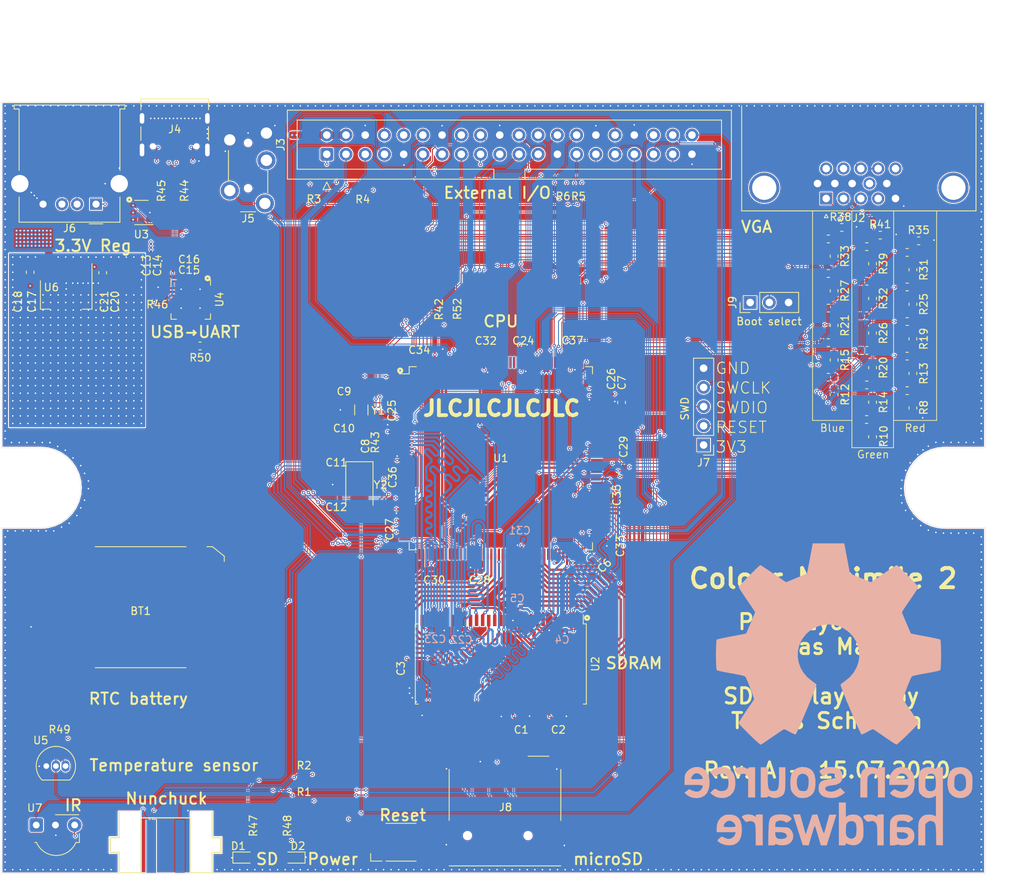
<source format=kicad_pcb>
(kicad_pcb (version 20171130) (host pcbnew 5.1.6)
  (layers (0 F.Cu signal) (1 GND power) (2 POWER power) (31 B.Cu signal) (34 B.Paste user) (35 F.Paste user) (36 B.SilkS user) (37 F.SilkS user) (38 B.Mask user) (39 F.Mask user) (44 Edge.Cuts user))
  (net 0 "")
  (net 1 GND)
  (net 2 +3V3)
  (net 3 /NUNCHUCK_SCL)
  (net 4 /NUNCHUCK_SDA)
  (net 5 /PE1)
  (net 6 /PE0)
  (net 7 /PG15)
  (net 8 /PG14)
  (net 9 /PG13)
  (net 10 /PG12)
  (net 11 /PG11)
  (net 12 /PG10)
  (net 13 /PG9)
  (net 14 /PD7)
  (net 15 /PD6)
  (net 16 /PD5)
  (net 17 /PD4)
  (net 18 /PD3)
  (net 19 /PD2)
  (net 20 /PD1)
  (net 21 /PD0)
  (net 22 /PH15)
  (net 23 /PH14)
  (net 24 /PH13)
  (net 25 /PG8)
  (net 26 /PG7)
  (net 27 /PG6)
  (net 28 /PG5)
  (net 29 /PG4)
  (net 30 /PG3)
  (net 31 /PG2)
  (net 32 /PD15)
  (net 33 /PD14)
  (net 34 /PD13)
  (net 35 /PD12)
  (net 36 /PD11)
  (net 37 /PD10)
  (net 38 /PD9)
  (net 39 /PD8)
  (net 40 /PH10)
  (net 41 /PH9)
  (net 42 /PH8)
  (net 43 /PH7)
  (net 44 /PH6)
  (net 45 /PE15)
  (net 46 /PE14)
  (net 47 /PE13)
  (net 48 /PE12)
  (net 49 /PE11)
  (net 50 /PE10)
  (net 51 /PE9)
  (net 52 /PE8)
  (net 53 /PE7)
  (net 54 /PG1)
  (net 55 /PG0)
  (net 56 /PF15)
  (net 57 /PF14)
  (net 58 /PF13)
  (net 59 /PF12)
  (net 60 /PF11)
  (net 61 /PH5)
  (net 62 /PH3)
  (net 63 /PH2)
  (net 64 /PH1)
  (net 65 /PH0)
  (net 66 /PF10)
  (net 67 /PF9)
  (net 68 /PF8)
  (net 69 /PF7)
  (net 70 /PF6)
  (net 71 /PF5)
  (net 72 /PF4)
  (net 73 /PF3)
  (net 74 /PF2)
  (net 75 /PF1)
  (net 76 /PF0)
  (net 77 /PE6)
  (net 78 /PE5)
  (net 79 /PE4)
  (net 80 /PE3)
  (net 81 /PE2)
  (net 82 /I2C1_SDA)
  (net 83 /I2C1_SCL)
  (net 84 /I2C2_SDA)
  (net 85 /I2C2_SCL)
  (net 86 "Net-(R13-Pad2)")
  (net 87 "Net-(R10-Pad2)")
  (net 88 "Net-(R11-Pad2)")
  (net 89 "Net-(R13-Pad1)")
  (net 90 "Net-(R14-Pad1)")
  (net 91 "Net-(R15-Pad1)")
  (net 92 /PI4)
  (net 93 "Net-(R19-Pad1)")
  (net 94 "Net-(R20-Pad1)")
  (net 95 "Net-(R21-Pad1)")
  (net 96 /PC0)
  (net 97 /PI5)
  (net 98 "Net-(R25-Pad1)")
  (net 99 "Net-(R26-Pad1)")
  (net 100 "Net-(R27-Pad1)")
  (net 101 /PB1)
  (net 102 /PI0)
  (net 103 /PI6)
  (net 104 /VGA_RED)
  (net 105 "Net-(R32-Pad1)")
  (net 106 /VGA_BLUE)
  (net 107 /PI1)
  (net 108 /PI7)
  (net 109 /VGA_GREEN)
  (net 110 /PI2)
  (net 111 /PB6)
  (net 112 /PB5)
  (net 113 /PB4)
  (net 114 /PB3)
  (net 115 /PC12)
  (net 116 /PC11)
  (net 117 /PC10)
  (net 118 /PI3)
  (net 119 /PC9)
  (net 120 /PC8)
  (net 121 /PC7)
  (net 122 /PC6)
  (net 123 /PB15)
  (net 124 /PB14)
  (net 125 /PB13)
  (net 126 /PB12)
  (net 127 /PB10)
  (net 128 /PB2)
  (net 129 /PB0)
  (net 130 /PC5)
  (net 131 /PC4)
  (net 132 /PC3)
  (net 133 /PC2)
  (net 134 /PC1)
  (net 135 /PI11)
  (net 136 /PI10)
  (net 137 /PI9)
  (net 138 /PC15)
  (net 139 /PC14)
  (net 140 /PC13)
  (net 141 /PI8)
  (net 142 /VBAT)
  (net 143 "Net-(C6-Pad1)")
  (net 144 "Net-(C7-Pad2)")
  (net 145 "Net-(C8-Pad1)")
  (net 146 +5V)
  (net 147 "Net-(C15-Pad1)")
  (net 148 /RESET)
  (net 149 "Net-(D1-Pad2)")
  (net 150 "Net-(D2-Pad2)")
  (net 151 /PA5)
  (net 152 /PA4)
  (net 153 "Net-(J8-Pad8)")
  (net 154 "Net-(J8-Pad1)")
  (net 155 "Net-(J9-Pad2)")
  (net 156 "Net-(R42-Pad1)")
  (net 157 "Net-(J4-PadA5)")
  (net 158 "Net-(J4-PadB5)")
  (net 159 "Net-(R46-Pad1)")
  (net 160 "Net-(R50-Pad2)")
  (net 161 /PA10)
  (net 162 /BOOT0)
  (net 163 /PA15)
  (net 164 /PA14)
  (net 165 /PA13)
  (net 166 /PA9)
  (net 167 /PA8)
  (net 168 /PA7)
  (net 169 /PA6)
  (net 170 /PA3)
  (net 171 /PA2)
  (net 172 /PA1)
  (net 173 /PA0)
  (net 174 "Net-(U4-Pad28)")
  (net 175 "Net-(U4-Pad27)")
  (net 176 "Net-(U4-Pad24)")
  (net 177 "Net-(U4-Pad23)")
  (net 178 "Net-(U4-Pad22)")
  (net 179 "Net-(U4-Pad21)")
  (net 180 "Net-(U4-Pad20)")
  (net 181 "Net-(U4-Pad19)")
  (net 182 "Net-(U4-Pad18)")
  (net 183 "Net-(U4-Pad17)")
  (net 184 "Net-(U4-Pad16)")
  (net 185 "Net-(U4-Pad15)")
  (net 186 "Net-(U4-Pad14)")
  (net 187 "Net-(U4-Pad13)")
  (net 188 "Net-(U4-Pad12)")
  (net 189 "Net-(U4-Pad11)")
  (net 190 "Net-(U4-Pad10)")
  (net 191 "Net-(U4-Pad2)")
  (net 192 "Net-(U4-Pad1)")
  (net 193 "Net-(J2-Pad15)")
  (net 194 "Net-(J2-Pad12)")
  (net 195 "Net-(J2-Pad11)")
  (net 196 "Net-(J2-Pad9)")
  (net 197 "Net-(J2-Pad4)")
  (net 198 "Net-(J4-PadA8)")
  (net 199 "Net-(J4-PadB8)")
  (net 200 /USB_C_D+)
  (net 201 /USB_C_D-)
  (net 202 /USB_HOST_D+)
  (net 203 /USB_HOST_D-)
  (module Symbol:OSHW-Logo_38.1x40mm_SilkScreen (layer B.Cu) (at 129.35 98.3 180)
    (fp_text reference REF** hide)
    (fp_text value OSHW-Logo_38.1x40mm_SilkScreen hide)
  )
  (module Connector_USB:USB_C_Receptacle_Palconn_UTC16-G (layer F.Cu) (at 42.9 24.4 180)
    (fp_text reference J4 (at 0 0.8) (layer F.SilkS))
    (fp_text value USB_C_Receptacle_USB2.0)
    (pad A12 smd rect (at 3.2 -2.51 180) (size 0.6 1.16) (layers F.Cu F.Paste F.Mask) (net 1 GND))
    (pad A9 smd rect (at 2.4 -2.51 180) (size 0.6 1.16) (layers F.Cu F.Paste F.Mask) (net 146 +5V))
    (pad B1 smd rect (at 3.2 -2.51 180) (size 0.6 1.16) (layers F.Cu F.Paste F.Mask) (net 1 GND))
    (pad B4 smd rect (at 2.4 -2.51 180) (size 0.6 1.16) (layers F.Cu F.Paste F.Mask) (net 146 +5V))
    (pad B12 smd rect (at -3.2 -2.51 180) (size 0.6 1.16) (layers F.Cu F.Paste F.Mask) (net 1 GND))
    (pad A1 smd rect (at -3.2 -2.51 180) (size 0.6 1.16) (layers F.Cu F.Paste F.Mask) (net 1 GND))
    (pad B9 smd rect (at -2.4 -2.51 180) (size 0.6 1.16) (layers F.Cu F.Paste F.Mask) (net 146 +5V))
    (pad A4 smd rect (at -2.4 -2.51 180) (size 0.6 1.16) (layers F.Cu F.Paste F.Mask) (net 146 +5V))
    (pad "" np_thru_hole circle (at -2.89 -1.45) (size 0.6 0.6) (drill 0.6) (layers *.Cu *.Mask))
    (pad "" np_thru_hole circle (at 2.89 -1.45) (size 0.6 0.6) (drill 0.6) (layers *.Cu *.Mask))
    (pad B5 smd rect (at 1.75 -2.51) (size 0.3 1.16) (layers F.Cu F.Paste F.Mask) (net 158 "Net-(J4-PadB5)"))
    (pad B6 smd rect (at 0.75 -2.51) (size 0.3 1.16) (layers F.Cu F.Paste F.Mask) (net 200 /USB_C_D+))
    (pad A8 smd rect (at 1.25 -2.51) (size 0.3 1.16) (layers F.Cu F.Paste F.Mask) (net 198 "Net-(J4-PadA8)"))
    (pad A5 smd rect (at -1.25 -2.51) (size 0.3 1.16) (layers F.Cu F.Paste F.Mask) (net 157 "Net-(J4-PadA5)"))
    (pad B8 smd rect (at -1.75 -2.51) (size 0.3 1.16) (layers F.Cu F.Paste F.Mask) (net 199 "Net-(J4-PadB8)"))
    (pad A7 smd rect (at 0.25 -2.51) (size 0.3 1.16) (layers F.Cu F.Paste F.Mask) (net 201 /USB_C_D-))
    (pad A6 smd rect (at -0.25 -2.51) (size 0.3 1.16) (layers F.Cu F.Paste F.Mask) (net 200 /USB_C_D+))
    (pad B7 smd rect (at -0.75 -2.51) (size 0.3 1.16) (layers F.Cu F.Paste F.Mask) (net 201 /USB_C_D-))
    (pad S1 thru_hole oval (at 4.32 2.24 270) (size 1.7 0.9) (drill oval 1.4 0.6) (layers *.Cu *.Mask) (net 1 GND))
    (pad S1 thru_hole oval (at -4.32 2.24 270) (size 1.7 0.9) (drill oval 1.4 0.6) (layers *.Cu *.Mask) (net 1 GND))
    (pad S1 thru_hole oval (at 4.32 -1.93 270) (size 2 0.9) (drill oval 1.7 0.6) (layers *.Cu *.Mask) (net 1 GND))
    (pad S1 thru_hole oval (at -4.32 -1.93 270) (size 2 0.9) (drill oval 1.7 0.6) (layers *.Cu *.Mask) (net 1 GND))
  )
  (module Connector_IDC:IDC-Header_2x20_P2.54mm_Vertical (layer F.Cu) (at 63 26.9 90)
    (fp_text reference J3 (at 1.27 -6.1 90) (layer F.SilkS))
    (fp_text value "EXTERNAL I/O")
    (pad 40 thru_hole circle (at 2.54 48.26 90) (size 1.7 1.7) (drill 1) (layers *.Cu *.Mask) (net 125 /PB13))
    (pad 38 thru_hole circle (at 2.54 45.72 90) (size 1.7 1.7) (drill 1) (layers *.Cu *.Mask) (net 123 /PB15))
    (pad 36 thru_hole circle (at 2.54 43.18 90) (size 1.7 1.7) (drill 1) (layers *.Cu *.Mask) (net 122 /PC6))
    (pad 34 thru_hole circle (at 2.54 40.64 90) (size 1.7 1.7) (drill 1) (layers *.Cu *.Mask) (net 1 GND))
    (pad 32 thru_hole circle (at 2.54 38.1 90) (size 1.7 1.7) (drill 1) (layers *.Cu *.Mask) (net 141 /PI8))
    (pad 30 thru_hole circle (at 2.54 35.56 90) (size 1.7 1.7) (drill 1) (layers *.Cu *.Mask) (net 1 GND))
    (pad 28 thru_hole circle (at 2.54 33.02 90) (size 1.7 1.7) (drill 1) (layers *.Cu *.Mask) (net 85 /I2C2_SCL))
    (pad 26 thru_hole circle (at 2.54 30.48 90) (size 1.7 1.7) (drill 1) (layers *.Cu *.Mask) (net 130 /PC5))
    (pad 24 thru_hole circle (at 2.54 27.94 90) (size 1.7 1.7) (drill 1) (layers *.Cu *.Mask) (net 131 /PC4))
    (pad 22 thru_hole circle (at 2.54 25.4 90) (size 1.7 1.7) (drill 1) (layers *.Cu *.Mask) (net 168 /PA7))
    (pad 20 thru_hole circle (at 2.54 22.86 90) (size 1.7 1.7) (drill 1) (layers *.Cu *.Mask) (net 1 GND))
    (pad 18 thru_hole circle (at 2.54 20.32 90) (size 1.7 1.7) (drill 1) (layers *.Cu *.Mask) (net 163 /PA15))
    (pad 16 thru_hole circle (at 2.54 17.78 90) (size 1.7 1.7) (drill 1) (layers *.Cu *.Mask) (net 173 /PA0))
    (pad 14 thru_hole circle (at 2.54 15.24 90) (size 1.7 1.7) (drill 1) (layers *.Cu *.Mask) (net 1 GND))
    (pad 12 thru_hole circle (at 2.54 12.7 90) (size 1.7 1.7) (drill 1) (layers *.Cu *.Mask) (net 169 /PA6))
    (pad 10 thru_hole circle (at 2.54 10.16 90) (size 1.7 1.7) (drill 1) (layers *.Cu *.Mask) (net 170 /PA3))
    (pad 8 thru_hole circle (at 2.54 7.62 90) (size 1.7 1.7) (drill 1) (layers *.Cu *.Mask) (net 171 /PA2))
    (pad 6 thru_hole circle (at 2.54 5.08 90) (size 1.7 1.7) (drill 1) (layers *.Cu *.Mask) (net 1 GND))
    (pad 4 thru_hole circle (at 2.54 2.54 90) (size 1.7 1.7) (drill 1) (layers *.Cu *.Mask) (net 146 +5V))
    (pad 2 thru_hole circle (at 2.54 0 90) (size 1.7 1.7) (drill 1) (layers *.Cu *.Mask) (net 146 +5V))
    (pad 39 thru_hole circle (at 0 48.26 90) (size 1.7 1.7) (drill 1) (layers *.Cu *.Mask) (net 1 GND))
    (pad 37 thru_hole circle (at 0 45.72 90) (size 1.7 1.7) (drill 1) (layers *.Cu *.Mask) (net 172 /PA1))
    (pad 35 thru_hole circle (at 0 43.18 90) (size 1.7 1.7) (drill 1) (layers *.Cu *.Mask) (net 124 /PB14))
    (pad 33 thru_hole circle (at 0 40.64 90) (size 1.7 1.7) (drill 1) (layers *.Cu *.Mask) (net 118 /PI3))
    (pad 31 thru_hole circle (at 0 38.1 90) (size 1.7 1.7) (drill 1) (layers *.Cu *.Mask) (net 121 /PC7))
    (pad 29 thru_hole circle (at 0 35.56 90) (size 1.7 1.7) (drill 1) (layers *.Cu *.Mask) (net 129 /PB0))
    (pad 27 thru_hole circle (at 0 33.02 90) (size 1.7 1.7) (drill 1) (layers *.Cu *.Mask) (net 84 /I2C2_SDA))
    (pad 25 thru_hole circle (at 0 30.48 90) (size 1.7 1.7) (drill 1) (layers *.Cu *.Mask) (net 1 GND))
    (pad 23 thru_hole circle (at 0 27.94 90) (size 1.7 1.7) (drill 1) (layers *.Cu *.Mask) (net 114 /PB3))
    (pad 21 thru_hole circle (at 0 25.4 90) (size 1.7 1.7) (drill 1) (layers *.Cu *.Mask) (net 113 /PB4))
    (pad 19 thru_hole circle (at 0 22.86 90) (size 1.7 1.7) (drill 1) (layers *.Cu *.Mask) (net 112 /PB5))
    (pad 17 thru_hole circle (at 0 20.32 90) (size 1.7 1.7) (drill 1) (layers *.Cu *.Mask) (net 2 +3V3))
    (pad 15 thru_hole circle (at 0 17.78 90) (size 1.7 1.7) (drill 1) (layers *.Cu *.Mask) (net 132 /PC3))
    (pad 13 thru_hole circle (at 0 15.24 90) (size 1.7 1.7) (drill 1) (layers *.Cu *.Mask) (net 133 /PC2))
    (pad 11 thru_hole circle (at 0 12.7 90) (size 1.7 1.7) (drill 1) (layers *.Cu *.Mask) (net 23 /PH14))
    (pad 9 thru_hole circle (at 0 10.16 90) (size 1.7 1.7) (drill 1) (layers *.Cu *.Mask) (net 1 GND))
    (pad 7 thru_hole circle (at 0 7.62 90) (size 1.7 1.7) (drill 1) (layers *.Cu *.Mask) (net 134 /PC1))
    (pad 5 thru_hole circle (at 0 5.08 90) (size 1.7 1.7) (drill 1) (layers *.Cu *.Mask) (net 83 /I2C1_SCL))
    (pad 3 thru_hole circle (at 0 2.54 90) (size 1.7 1.7) (drill 1) (layers *.Cu *.Mask) (net 82 /I2C1_SDA))
    (pad 1 thru_hole roundrect (at 0 0 90) (size 1.7 1.7) (drill 1) (layers *.Cu *.Mask) (roundrect_rratio 0.147059) (net 2 +3V3))
  )
  (module Capacitor_SMD:C_0402_1005Metric (layer F.Cu) (at 95.4635 52.6923)
    (fp_text reference C37 (at 0 -1.17) (layer F.SilkS))
    (fp_text value 100n)
    (pad 2 smd roundrect (at 0.485 0) (size 0.59 0.64) (layers F.Cu F.Paste F.Mask) (net 1 GND))
    (pad 1 smd roundrect (at -0.485 0) (size 0.59 0.64) (layers F.Cu F.Paste F.Mask) (net 2 +3V3))
  )
  (module Capacitor_SMD:C_0402_1005Metric (layer F.Cu) (at 71.6026 67.1703 90)
    (fp_text reference C36 (at -2.4297 0.0974 90) (layer F.SilkS))
    (fp_text value 100n)
    (pad 2 smd roundrect (at 0.485 0 90) (size 0.59 0.64) (layers F.Cu F.Paste F.Mask) (net 1 GND))
    (pad 1 smd roundrect (at -0.485 0 90) (size 0.59 0.64) (layers F.Cu F.Paste F.Mask) (net 2 +3V3))
  )
  (module Capacitor_SMD:C_0402_1005Metric (layer F.Cu) (at 100.1522 71.9606 270)
    (fp_text reference C35 (at 0 -1.17 90) (layer F.SilkS))
    (fp_text value 100n)
    (pad 2 smd roundrect (at 0.485 0 270) (size 0.59 0.64) (layers F.Cu F.Paste F.Mask) (net 1 GND))
    (pad 1 smd roundrect (at -0.485 0 270) (size 0.59 0.64) (layers F.Cu F.Paste F.Mask) (net 2 +3V3))
  )
  (module Capacitor_SMD:C_0402_1005Metric (layer F.Cu) (at 77.8383 52.6796)
    (fp_text reference C34 (at -2.6035 0.1016) (layer F.SilkS))
    (fp_text value 100n)
    (pad 2 smd roundrect (at 0.485 0) (size 0.59 0.64) (layers F.Cu F.Paste F.Mask) (net 1 GND))
    (pad 1 smd roundrect (at -0.485 0) (size 0.59 0.64) (layers F.Cu F.Paste F.Mask) (net 2 +3V3))
  )
  (module Capacitor_SMD:C_0402_1005Metric (layer F.Cu) (at 100.6094 78.7146 270)
    (fp_text reference C33 (at 0 -1.17 90) (layer F.SilkS))
    (fp_text value 100n)
    (pad 2 smd roundrect (at 0.485 0 270) (size 0.59 0.64) (layers F.Cu F.Paste F.Mask) (net 1 GND))
    (pad 1 smd roundrect (at -0.485 0 270) (size 0.59 0.64) (layers F.Cu F.Paste F.Mask) (net 2 +3V3))
  )
  (module Capacitor_SMD:C_0402_1005Metric (layer F.Cu) (at 84.0232 52.7431)
    (fp_text reference C32 (at 0 -1.17) (layer F.SilkS))
    (fp_text value 100n)
    (pad 2 smd roundrect (at 0.485 0) (size 0.59 0.64) (layers F.Cu F.Paste F.Mask) (net 1 GND))
    (pad 1 smd roundrect (at -0.485 0) (size 0.59 0.64) (layers F.Cu F.Paste F.Mask) (net 2 +3V3))
  )
  (module Capacitor_SMD:C_0402_1005Metric (layer B.Cu) (at 88.496 77.8256 180)
    (fp_text reference C31 (at 0 1.17) (layer B.SilkS) (effects (justify mirror)))
    (fp_text value 100n)
    (pad 2 smd roundrect (at 0.485 0 180) (size 0.59 0.64) (layers B.Cu B.Paste B.Mask) (net 1 GND))
    (pad 1 smd roundrect (at -0.485 0 180) (size 0.59 0.64) (layers B.Cu B.Paste B.Mask) (net 2 +3V3))
  )
  (module Capacitor_SMD:C_0402_1005Metric (layer F.Cu) (at 77.2922 81.6737)
    (fp_text reference C30 (at -0.0922 1.5263) (layer F.SilkS))
    (fp_text value 100n)
    (pad 2 smd roundrect (at 0.485 0) (size 0.59 0.64) (layers F.Cu F.Paste F.Mask) (net 1 GND))
    (pad 1 smd roundrect (at -0.485 0) (size 0.59 0.64) (layers F.Cu F.Paste F.Mask) (net 2 +3V3))
  )
  (module Capacitor_SMD:C_0402_1005Metric (layer F.Cu) (at 101.0539 65.5828 270)
    (fp_text reference C29 (at 0 -1.17 90) (layer F.SilkS))
    (fp_text value 100n)
    (pad 2 smd roundrect (at 0.485 0 270) (size 0.59 0.64) (layers F.Cu F.Paste F.Mask) (net 1 GND))
    (pad 1 smd roundrect (at -0.485 0 270) (size 0.59 0.64) (layers F.Cu F.Paste F.Mask) (net 2 +3V3))
  )
  (module Capacitor_SMD:C_0402_1005Metric (layer F.Cu) (at 83.3374 81.5999 90)
    (fp_text reference C28 (at -1.6001 -0.1374 180) (layer F.SilkS))
    (fp_text value 100n)
    (pad 2 smd roundrect (at 0.485 0 90) (size 0.59 0.64) (layers F.Cu F.Paste F.Mask) (net 1 GND))
    (pad 1 smd roundrect (at -0.485 0 90) (size 0.59 0.64) (layers F.Cu F.Paste F.Mask) (net 2 +3V3))
  )
  (module Capacitor_SMD:C_0402_1005Metric (layer F.Cu) (at 71.3105 74.0664 270)
    (fp_text reference C27 (at 2.4336 0.0105 270) (layer F.SilkS))
    (fp_text value 100n)
    (pad 2 smd roundrect (at 0.485 0 270) (size 0.59 0.64) (layers F.Cu F.Paste F.Mask) (net 1 GND))
    (pad 1 smd roundrect (at -0.485 0 270) (size 0.59 0.64) (layers F.Cu F.Paste F.Mask) (net 2 +3V3))
  )
  (module Capacitor_SMD:C_0402_1005Metric (layer F.Cu) (at 100.5078 59.0804 270)
    (fp_text reference C26 (at -2.4804 -0.0922 90) (layer F.SilkS))
    (fp_text value 100n)
    (pad 2 smd roundrect (at 0.485 0 270) (size 0.59 0.64) (layers F.Cu F.Paste F.Mask) (net 1 GND))
    (pad 1 smd roundrect (at -0.485 0 270) (size 0.59 0.64) (layers F.Cu F.Paste F.Mask) (net 2 +3V3))
  )
  (module Capacitor_SMD:C_0402_1005Metric (layer F.Cu) (at 71.5772 63.119 90)
    (fp_text reference C25 (at 2.319 0.0228 90) (layer F.SilkS))
    (fp_text value 100n)
    (pad 2 smd roundrect (at 0.485 0 90) (size 0.59 0.64) (layers F.Cu F.Paste F.Mask) (net 1 GND))
    (pad 1 smd roundrect (at -0.485 0 90) (size 0.59 0.64) (layers F.Cu F.Paste F.Mask) (net 2 +3V3))
  )
  (module Capacitor_SMD:C_0402_1005Metric (layer F.Cu) (at 88.9762 52.7304)
    (fp_text reference C24 (at 0 -1.17) (layer F.SilkS))
    (fp_text value 100n)
    (pad 2 smd roundrect (at 0.485 0) (size 0.59 0.64) (layers F.Cu F.Paste F.Mask) (net 1 GND))
    (pad 1 smd roundrect (at -0.485 0) (size 0.59 0.64) (layers F.Cu F.Paste F.Mask) (net 2 +3V3))
  )
  (module Connector_Dsub:DSUB-15-HD_Female_Horizontal_P2.29x1.98mm_EdgePinOffset8.35mm_Housed_MountingHolesOffset10.89mm (layer F.Cu) (at 129 32.75 180)
    (fp_text reference J2 (at -4.315 -2.58) (layer F.SilkS))
    (fp_text value VGA)
    (pad 0 thru_hole circle (at 8.185 1.42 180) (size 4 4) (drill 3.2) (layers *.Cu *.Mask))
    (pad 0 thru_hole circle (at -16.815 1.42 180) (size 4 4) (drill 3.2) (layers *.Cu *.Mask))
    (pad 15 thru_hole circle (at -9.16 3.96 180) (size 1.6 1.6) (drill 1) (layers *.Cu *.Mask) (net 193 "Net-(J2-Pad15)"))
    (pad 14 thru_hole circle (at -6.87 3.96 180) (size 1.6 1.6) (drill 1) (layers *.Cu *.Mask) (net 137 /PI9))
    (pad 13 thru_hole circle (at -4.58 3.96 180) (size 1.6 1.6) (drill 1) (layers *.Cu *.Mask) (net 136 /PI10))
    (pad 12 thru_hole circle (at -2.29 3.96 180) (size 1.6 1.6) (drill 1) (layers *.Cu *.Mask) (net 194 "Net-(J2-Pad12)"))
    (pad 11 thru_hole circle (at 0 3.96 180) (size 1.6 1.6) (drill 1) (layers *.Cu *.Mask) (net 195 "Net-(J2-Pad11)"))
    (pad 10 thru_hole circle (at -8.015 1.98 180) (size 1.6 1.6) (drill 1) (layers *.Cu *.Mask) (net 1 GND))
    (pad 9 thru_hole circle (at -5.725 1.98 180) (size 1.6 1.6) (drill 1) (layers *.Cu *.Mask) (net 196 "Net-(J2-Pad9)"))
    (pad 8 thru_hole circle (at -3.435 1.98 180) (size 1.6 1.6) (drill 1) (layers *.Cu *.Mask) (net 1 GND))
    (pad 7 thru_hole circle (at -1.145 1.98 180) (size 1.6 1.6) (drill 1) (layers *.Cu *.Mask) (net 1 GND))
    (pad 6 thru_hole circle (at 1.145 1.98 180) (size 1.6 1.6) (drill 1) (layers *.Cu *.Mask) (net 1 GND))
    (pad 5 thru_hole circle (at -9.16 0 180) (size 1.6 1.6) (drill 1) (layers *.Cu *.Mask) (net 1 GND))
    (pad 4 thru_hole circle (at -6.87 0 180) (size 1.6 1.6) (drill 1) (layers *.Cu *.Mask) (net 197 "Net-(J2-Pad4)"))
    (pad 3 thru_hole circle (at -4.58 0 180) (size 1.6 1.6) (drill 1) (layers *.Cu *.Mask) (net 106 /VGA_BLUE))
    (pad 2 thru_hole circle (at -2.29 0 180) (size 1.6 1.6) (drill 1) (layers *.Cu *.Mask) (net 109 /VGA_GREEN))
    (pad 1 thru_hole rect (at 0 0 180) (size 1.6 1.6) (drill 1) (layers *.Cu *.Mask) (net 104 /VGA_RED))
  )
  (module CMM2-JLC:BatteryHolder_CR2032-BS-6-1 (layer F.Cu) (at 38.4 86.8)
    (fp_text reference BT1 (at 0 0.5) (layer F.SilkS))
    (fp_text value CR2032)
    (pad 1 smd rect (at 14.5 0) (size 3 4.2) (layers F.Cu F.Paste F.Mask) (net 142 /VBAT))
    (pad 2 smd rect (at -14.5 0 180) (size 3 4.2) (layers F.Cu F.Paste F.Mask) (net 1 GND))
  )
  (module Package_SO:TSOP-II-54_22.2x10.16mm_P0.8mm (layer F.Cu) (at 86 94.3 270)
    (fp_text reference U2 (at 0 -12.5 90) (layer F.SilkS))
    (fp_text value MT48LC16M16A2P)
    (pad 54 smd rect (at 5.75 -10.4 270) (size 1.51 0.458) (layers F.Cu F.Paste F.Mask) (net 1 GND))
    (pad 53 smd rect (at 5.75 -9.6 270) (size 1.51 0.458) (layers F.Cu F.Paste F.Mask) (net 37 /PD10))
    (pad 52 smd rect (at 5.75 -8.8 270) (size 1.51 0.458) (layers F.Cu F.Paste F.Mask) (net 1 GND))
    (pad 51 smd rect (at 5.75 -8 270) (size 1.51 0.458) (layers F.Cu F.Paste F.Mask) (net 38 /PD9))
    (pad 50 smd rect (at 5.75 -7.2 270) (size 1.51 0.458) (layers F.Cu F.Paste F.Mask) (net 39 /PD8))
    (pad 49 smd rect (at 5.75 -6.4 270) (size 1.51 0.458) (layers F.Cu F.Paste F.Mask) (net 2 +3V3))
    (pad 48 smd rect (at 5.75 -5.6 270) (size 1.51 0.458) (layers F.Cu F.Paste F.Mask) (net 45 /PE15))
    (pad 47 smd rect (at 5.75 -4.8 270) (size 1.51 0.458) (layers F.Cu F.Paste F.Mask) (net 46 /PE14))
    (pad 46 smd rect (at 5.75 -4 270) (size 1.51 0.458) (layers F.Cu F.Paste F.Mask) (net 1 GND))
    (pad 45 smd rect (at 5.75 -3.2 270) (size 1.51 0.458) (layers F.Cu F.Paste F.Mask) (net 47 /PE13))
    (pad 44 smd rect (at 5.75 -2.4 270) (size 1.51 0.458) (layers F.Cu F.Paste F.Mask) (net 48 /PE12))
    (pad 43 smd rect (at 5.75 -1.6 270) (size 1.51 0.458) (layers F.Cu F.Paste F.Mask) (net 2 +3V3))
    (pad 42 smd rect (at 5.75 -0.8 270) (size 1.51 0.458) (layers F.Cu F.Paste F.Mask) (net 49 /PE11))
    (pad 41 smd rect (at 5.75 0 270) (size 1.51 0.458) (layers F.Cu F.Paste F.Mask) (net 1 GND))
    (pad 40 smd rect (at 5.75 0.8 270) (size 1.51 0.458) (layers F.Cu F.Paste F.Mask))
    (pad 39 smd rect (at 5.75 1.6 270) (size 1.51 0.458) (layers F.Cu F.Paste F.Mask) (net 5 /PE1))
    (pad 38 smd rect (at 5.75 2.4 270) (size 1.51 0.458) (layers F.Cu F.Paste F.Mask) (net 25 /PG8))
    (pad 37 smd rect (at 5.75 3.2 270) (size 1.51 0.458) (layers F.Cu F.Paste F.Mask) (net 43 /PH7))
    (pad 36 smd rect (at 5.75 4 270) (size 1.51 0.458) (layers F.Cu F.Paste F.Mask))
    (pad 35 smd rect (at 5.75 4.8 270) (size 1.51 0.458) (layers F.Cu F.Paste F.Mask) (net 54 /PG1))
    (pad 34 smd rect (at 5.75 5.6 270) (size 1.51 0.458) (layers F.Cu F.Paste F.Mask) (net 56 /PF15))
    (pad 33 smd rect (at 5.75 6.4 270) (size 1.51 0.458) (layers F.Cu F.Paste F.Mask) (net 57 /PF14))
    (pad 32 smd rect (at 5.75 7.2 270) (size 1.51 0.458) (layers F.Cu F.Paste F.Mask) (net 58 /PF13))
    (pad 31 smd rect (at 5.75 8 270) (size 1.51 0.458) (layers F.Cu F.Paste F.Mask) (net 59 /PF12))
    (pad 30 smd rect (at 5.75 8.8 270) (size 1.51 0.458) (layers F.Cu F.Paste F.Mask) (net 71 /PF5))
    (pad 29 smd rect (at 5.75 9.6 270) (size 1.51 0.458) (layers F.Cu F.Paste F.Mask) (net 72 /PF4))
    (pad 28 smd rect (at 5.75 10.4 270) (size 1.51 0.458) (layers F.Cu F.Paste F.Mask) (net 1 GND))
    (pad 27 smd rect (at -5.75 10.4 270) (size 1.51 0.458) (layers F.Cu F.Paste F.Mask) (net 2 +3V3))
    (pad 26 smd rect (at -5.75 9.6 270) (size 1.51 0.458) (layers F.Cu F.Paste F.Mask) (net 73 /PF3))
    (pad 25 smd rect (at -5.75 8.8 270) (size 1.51 0.458) (layers F.Cu F.Paste F.Mask) (net 74 /PF2))
    (pad 24 smd rect (at -5.75 8 270) (size 1.51 0.458) (layers F.Cu F.Paste F.Mask) (net 75 /PF1))
    (pad 23 smd rect (at -5.75 7.2 270) (size 1.51 0.458) (layers F.Cu F.Paste F.Mask) (net 76 /PF0))
    (pad 22 smd rect (at -5.75 6.4 270) (size 1.51 0.458) (layers F.Cu F.Paste F.Mask) (net 55 /PG0))
    (pad 21 smd rect (at -5.75 5.6 270) (size 1.51 0.458) (layers F.Cu F.Paste F.Mask) (net 29 /PG4))
    (pad 20 smd rect (at -5.75 4.8 270) (size 1.51 0.458) (layers F.Cu F.Paste F.Mask) (net 28 /PG5))
    (pad 19 smd rect (at -5.75 4 270) (size 1.51 0.458) (layers F.Cu F.Paste F.Mask) (net 44 /PH6))
    (pad 18 smd rect (at -5.75 3.2 270) (size 1.51 0.458) (layers F.Cu F.Paste F.Mask) (net 60 /PF11))
    (pad 17 smd rect (at -5.75 2.4 270) (size 1.51 0.458) (layers F.Cu F.Paste F.Mask) (net 7 /PG15))
    (pad 16 smd rect (at -5.75 1.6 270) (size 1.51 0.458) (layers F.Cu F.Paste F.Mask) (net 61 /PH5))
    (pad 15 smd rect (at -5.75 0.8 270) (size 1.51 0.458) (layers F.Cu F.Paste F.Mask) (net 6 /PE0))
    (pad 14 smd rect (at -5.75 0 270) (size 1.51 0.458) (layers F.Cu F.Paste F.Mask) (net 2 +3V3))
    (pad 13 smd rect (at -5.75 -0.8 270) (size 1.51 0.458) (layers F.Cu F.Paste F.Mask) (net 50 /PE10))
    (pad 12 smd rect (at -5.75 -1.6 270) (size 1.51 0.458) (layers F.Cu F.Paste F.Mask) (net 1 GND))
    (pad 11 smd rect (at -5.75 -2.4 270) (size 1.51 0.458) (layers F.Cu F.Paste F.Mask) (net 51 /PE9))
    (pad 10 smd rect (at -5.75 -3.2 270) (size 1.51 0.458) (layers F.Cu F.Paste F.Mask) (net 52 /PE8))
    (pad 9 smd rect (at -5.75 -4 270) (size 1.51 0.458) (layers F.Cu F.Paste F.Mask) (net 2 +3V3))
    (pad 8 smd rect (at -5.75 -4.8 270) (size 1.51 0.458) (layers F.Cu F.Paste F.Mask) (net 53 /PE7))
    (pad 7 smd rect (at -5.75 -5.6 270) (size 1.51 0.458) (layers F.Cu F.Paste F.Mask) (net 20 /PD1))
    (pad 6 smd rect (at -5.75 -6.4 270) (size 1.51 0.458) (layers F.Cu F.Paste F.Mask) (net 1 GND))
    (pad 5 smd rect (at -5.75 -7.2 270) (size 1.51 0.458) (layers F.Cu F.Paste F.Mask) (net 21 /PD0))
    (pad 4 smd rect (at -5.75 -8 270) (size 1.51 0.458) (layers F.Cu F.Paste F.Mask) (net 32 /PD15))
    (pad 3 smd rect (at -5.75 -8.8 270) (size 1.51 0.458) (layers F.Cu F.Paste F.Mask) (net 2 +3V3))
    (pad 2 smd rect (at -5.75 -9.6 270) (size 1.51 0.458) (layers F.Cu F.Paste F.Mask) (net 33 /PD14))
    (pad 1 smd rect (at -5.75 -10.4 270) (size 1.51 0.458) (layers F.Cu F.Paste F.Mask) (net 2 +3V3))
  )
  (module Package_TO_SOT_SMD:SOT-23-6 (layer F.Cu) (at 38.5 34.6 180)
    (fp_text reference U3 (at 0 -2.9) (layer F.SilkS))
    (fp_text value SRV05-4)
    (pad 5 smd rect (at 1.1 0 180) (size 1.06 0.65) (layers F.Cu F.Paste F.Mask) (net 146 +5V))
    (pad 6 smd rect (at 1.1 -0.95 180) (size 1.06 0.65) (layers F.Cu F.Paste F.Mask) (net 203 /USB_HOST_D-))
    (pad 4 smd rect (at 1.1 0.95 180) (size 1.06 0.65) (layers F.Cu F.Paste F.Mask) (net 202 /USB_HOST_D+))
    (pad 3 smd rect (at -1.1 0.95 180) (size 1.06 0.65) (layers F.Cu F.Paste F.Mask) (net 201 /USB_C_D-))
    (pad 2 smd rect (at -1.1 0 180) (size 1.06 0.65) (layers F.Cu F.Paste F.Mask) (net 1 GND))
    (pad 1 smd rect (at -1.1 -0.95 180) (size 1.06 0.65) (layers F.Cu F.Paste F.Mask) (net 200 /USB_C_D+))
  )
  (module Crystal:Crystal_SMD_5032-2Pin_5.0x3.2mm (layer F.Cu) (at 67.31 70.612 270)
    (fp_text reference Y2 (at 0 -2.8 180) (layer F.SilkS))
    (fp_text value "8 MHz")
    (pad 2 smd rect (at 1.85 0 270) (size 2 2.4) (layers F.Cu F.Paste F.Mask) (net 64 /PH1))
    (pad 1 smd rect (at -1.85 0 270) (size 2 2.4) (layers F.Cu F.Paste F.Mask) (net 65 /PH0))
  )
  (module Crystal:Crystal_SMD_3215-2Pin_3.2x1.5mm (layer F.Cu) (at 67.564 60.706 90)
    (fp_text reference Y1 (at -0.094 2.236 180) (layer F.SilkS))
    (fp_text value "32.768 kHz")
    (pad 2 smd rect (at -1.25 0 90) (size 1 1.8) (layers F.Cu F.Paste F.Mask) (net 138 /PC15))
    (pad 1 smd rect (at 1.25 0 90) (size 1 1.8) (layers F.Cu F.Paste F.Mask) (net 139 /PC14))
  )
  (module OptoDevice:Vishay_MOLD-3Pin (layer F.Cu) (at 24.6 115.6)
    (fp_text reference U7 (at -0.2 -2.25 180) (layer F.SilkS))
    (fp_text value TSOP4838)
    (pad 3 thru_hole circle (at 5.08 0) (size 1.8 1.8) (drill 0.9) (layers *.Cu *.Mask) (net 2 +3V3))
    (pad 2 thru_hole circle (at 2.54 0) (size 1.8 1.8) (drill 0.9) (layers *.Cu *.Mask) (net 1 GND))
    (pad 1 thru_hole roundrect (at 0 0) (size 1.8 1.8) (drill 0.9) (layers *.Cu *.Mask) (roundrect_rratio 0.138) (net 126 /PB12))
  )
  (module Package_TO_SOT_SMD:SOT-223-3_TabPin2 (layer F.Cu) (at 28.5606 45.4692 270)
    (fp_text reference U6 (at -0.9692 1.9606) (layer F.SilkS))
    (fp_text value AMS1117-3.3)
    (pad 1 smd rect (at -3.15 -2.3 270) (size 2 1.5) (layers F.Cu F.Paste F.Mask) (net 1 GND))
    (pad 3 smd rect (at -3.15 2.3 270) (size 2 1.5) (layers F.Cu F.Paste F.Mask) (net 146 +5V))
    (pad 2 smd rect (at -3.15 0 270) (size 2 1.5) (layers F.Cu F.Paste F.Mask) (net 2 +3V3))
    (pad 2 smd rect (at 3.15 0 270) (size 2 3.8) (layers F.Cu F.Paste F.Mask) (net 2 +3V3))
  )
  (module Package_TO_SOT_THT:TO-92_Inline (layer F.Cu) (at 25.93 107.8)
    (fp_text reference U5 (at -0.73 -3.4) (layer F.SilkS))
    (fp_text value DS18B20)
    (pad 1 thru_hole rect (at 0 0) (size 1.05 1.5) (drill 0.75) (layers *.Cu *.Mask) (net 1 GND))
    (pad 3 thru_hole oval (at 2.54 0) (size 1.05 1.5) (drill 0.75) (layers *.Cu *.Mask) (net 2 +3V3))
    (pad 2 thru_hole oval (at 1.27 0) (size 1.05 1.5) (drill 0.75) (layers *.Cu *.Mask) (net 81 /PE2))
  )
  (module Package_DFN_QFN:QFN-28-1EP_5x5mm_P0.5mm_EP3.35x3.35mm (layer F.Cu) (at 45.0215 46.101 270)
    (fp_text reference U4 (at 0 -3.8 90) (layer F.SilkS))
    (fp_text value CP2102N-A01-GQFN28)
    (pad 29 smd rect (at 0 0 270) (size 3.35 3.35) (layers F.Cu F.Mask) (net 1 GND))
    (pad 28 smd roundrect (at -1.5 -2.45 270) (size 0.25 0.8) (layers F.Cu F.Paste F.Mask) (net 174 "Net-(U4-Pad28)"))
    (pad 27 smd roundrect (at -1 -2.45 270) (size 0.25 0.8) (layers F.Cu F.Paste F.Mask) (net 175 "Net-(U4-Pad27)"))
    (pad 26 smd roundrect (at -0.5 -2.45 270) (size 0.25 0.8) (layers F.Cu F.Paste F.Mask) (net 160 "Net-(R50-Pad2)"))
    (pad 25 smd roundrect (at 0 -2.45 270) (size 0.25 0.8) (layers F.Cu F.Paste F.Mask) (net 166 /PA9))
    (pad 24 smd roundrect (at 0.5 -2.45 270) (size 0.25 0.8) (layers F.Cu F.Paste F.Mask) (net 176 "Net-(U4-Pad24)"))
    (pad 23 smd roundrect (at 1 -2.45 270) (size 0.25 0.8) (layers F.Cu F.Paste F.Mask) (net 177 "Net-(U4-Pad23)"))
    (pad 22 smd roundrect (at 1.5 -2.45 270) (size 0.25 0.8) (layers F.Cu F.Paste F.Mask) (net 178 "Net-(U4-Pad22)"))
    (pad 21 smd roundrect (at 2.45 -1.5 270) (size 0.8 0.25) (layers F.Cu F.Paste F.Mask) (net 179 "Net-(U4-Pad21)"))
    (pad 20 smd roundrect (at 2.45 -1 270) (size 0.8 0.25) (layers F.Cu F.Paste F.Mask) (net 180 "Net-(U4-Pad20)"))
    (pad 19 smd roundrect (at 2.45 -0.5 270) (size 0.8 0.25) (layers F.Cu F.Paste F.Mask) (net 181 "Net-(U4-Pad19)"))
    (pad 18 smd roundrect (at 2.45 0 270) (size 0.8 0.25) (layers F.Cu F.Paste F.Mask) (net 182 "Net-(U4-Pad18)"))
    (pad 17 smd roundrect (at 2.45 0.5 270) (size 0.8 0.25) (layers F.Cu F.Paste F.Mask) (net 183 "Net-(U4-Pad17)"))
    (pad 16 smd roundrect (at 2.45 1 270) (size 0.8 0.25) (layers F.Cu F.Paste F.Mask) (net 184 "Net-(U4-Pad16)"))
    (pad 15 smd roundrect (at 2.45 1.5 270) (size 0.8 0.25) (layers F.Cu F.Paste F.Mask) (net 185 "Net-(U4-Pad15)"))
    (pad 14 smd roundrect (at 1.5 2.45 270) (size 0.25 0.8) (layers F.Cu F.Paste F.Mask) (net 186 "Net-(U4-Pad14)"))
    (pad 13 smd roundrect (at 1 2.45 270) (size 0.25 0.8) (layers F.Cu F.Paste F.Mask) (net 187 "Net-(U4-Pad13)"))
    (pad 12 smd roundrect (at 0.5 2.45 270) (size 0.25 0.8) (layers F.Cu F.Paste F.Mask) (net 188 "Net-(U4-Pad12)"))
    (pad 11 smd roundrect (at 0 2.45 270) (size 0.25 0.8) (layers F.Cu F.Paste F.Mask) (net 189 "Net-(U4-Pad11)"))
    (pad 10 smd roundrect (at -0.5 2.45 270) (size 0.25 0.8) (layers F.Cu F.Paste F.Mask) (net 190 "Net-(U4-Pad10)"))
    (pad 9 smd roundrect (at -1 2.45 270) (size 0.25 0.8) (layers F.Cu F.Paste F.Mask) (net 159 "Net-(R46-Pad1)"))
    (pad 8 smd roundrect (at -1.5 2.45 270) (size 0.25 0.8) (layers F.Cu F.Paste F.Mask) (net 146 +5V))
    (pad 7 smd roundrect (at -2.45 1.5 270) (size 0.8 0.25) (layers F.Cu F.Paste F.Mask) (net 146 +5V))
    (pad 6 smd roundrect (at -2.45 1 270) (size 0.8 0.25) (layers F.Cu F.Paste F.Mask) (net 147 "Net-(C15-Pad1)"))
    (pad 5 smd roundrect (at -2.45 0.5 270) (size 0.8 0.25) (layers F.Cu F.Paste F.Mask) (net 201 /USB_C_D-))
    (pad 4 smd roundrect (at -2.45 0 270) (size 0.8 0.25) (layers F.Cu F.Paste F.Mask) (net 200 /USB_C_D+))
    (pad 3 smd roundrect (at -2.45 -0.5 270) (size 0.8 0.25) (layers F.Cu F.Paste F.Mask) (net 1 GND))
    (pad 2 smd roundrect (at -2.45 -1 270) (size 0.8 0.25) (layers F.Cu F.Paste F.Mask) (net 191 "Net-(U4-Pad2)"))
    (pad 1 smd roundrect (at -2.45 -1.5 270) (size 0.8 0.25) (layers F.Cu F.Paste F.Mask) (net 192 "Net-(U4-Pad1)"))
  )
  (module CMM2-JLC:TS-1187A-X-X-X (layer F.Cu) (at 72.8 117.872)
    (fp_text reference SW1 hide)
    (fp_text value Reset hide)
    (pad 1 smd rect (at 3 1.875) (size 1 0.75) (layers F.Cu F.Paste F.Mask) (net 1 GND))
    (pad 2 smd rect (at 3 -1.875) (size 1 0.75) (layers F.Cu F.Paste F.Mask) (net 148 /RESET))
    (pad 2 smd rect (at -3 -1.875 180) (size 1 0.75) (layers F.Cu F.Paste F.Mask) (net 148 /RESET))
    (pad 1 smd rect (at -3 1.875 180) (size 1 0.75) (layers F.Cu F.Paste F.Mask) (net 1 GND))
  )
  (module Resistor_SMD:R_0402_1005Metric (layer F.Cu) (at 80.15 49.885 270)
    (fp_text reference R52 (at -2.5394 -0.114 90) (layer F.SilkS))
    (fp_text value 10k)
    (pad 2 smd roundrect (at 0.485 0 270) (size 0.59 0.64) (layers F.Cu F.Paste F.Mask) (net 162 /BOOT0))
    (pad 1 smd roundrect (at -0.485 0 270) (size 0.59 0.64) (layers F.Cu F.Paste F.Mask) (net 155 "Net-(J9-Pad2)"))
  )
  (module Resistor_SMD:R_0402_1005Metric (layer F.Cu) (at 67.056 114.824 180)
    (fp_text reference R51 hide)
    (fp_text value 100k)
    (pad 2 smd roundrect (at 0.485 0 180) (size 0.59 0.64) (layers F.Cu F.Paste F.Mask) (net 2 +3V3))
    (pad 1 smd roundrect (at -0.485 0 180) (size 0.59 0.64) (layers F.Cu F.Paste F.Mask) (net 148 /RESET))
  )
  (module Resistor_SMD:R_0603_1608Metric (layer F.Cu) (at 46.25 52.25)
    (fp_text reference R50 (at 0.05 1.55) (layer F.SilkS))
    (fp_text value 120R)
    (pad 2 smd roundrect (at 0.7875 0) (size 0.875 0.95) (layers F.Cu F.Paste F.Mask) (net 160 "Net-(R50-Pad2)"))
    (pad 1 smd roundrect (at -0.7875 0) (size 0.875 0.95) (layers F.Cu F.Paste F.Mask) (net 161 /PA10))
  )
  (module Resistor_SMD:R_0402_1005Metric (layer F.Cu) (at 27.686 104.14)
    (fp_text reference R49 (at 0 -1.17) (layer F.SilkS))
    (fp_text value 4.7k)
    (pad 2 smd roundrect (at 0.485 0) (size 0.59 0.64) (layers F.Cu F.Paste F.Mask) (net 2 +3V3))
    (pad 1 smd roundrect (at -0.485 0) (size 0.59 0.64) (layers F.Cu F.Paste F.Mask) (net 81 /PE2))
  )
  (module Resistor_SMD:R_0402_1005Metric (layer F.Cu) (at 57.658 118.103 90)
    (fp_text reference R48 (at 2.403 0.142 90) (layer F.SilkS))
    (fp_text value 4.7k)
    (pad 2 smd roundrect (at 0.485 0 90) (size 0.59 0.64) (layers F.Cu F.Paste F.Mask) (net 2 +3V3))
    (pad 1 smd roundrect (at -0.485 0 90) (size 0.59 0.64) (layers F.Cu F.Paste F.Mask) (net 150 "Net-(D2-Pad2)"))
  )
  (module Resistor_SMD:R_0402_1005Metric (layer F.Cu) (at 53.086 118.126 90)
    (fp_text reference R47 (at 2.426 0.214 90) (layer F.SilkS))
    (fp_text value 3.3k)
    (pad 2 smd roundrect (at 0.485 0 90) (size 0.59 0.64) (layers F.Cu F.Paste F.Mask) (net 135 /PI11))
    (pad 1 smd roundrect (at -0.485 0 90) (size 0.59 0.64) (layers F.Cu F.Paste F.Mask) (net 149 "Net-(D1-Pad2)"))
  )
  (module Resistor_SMD:R_0402_1005Metric (layer F.Cu) (at 40.6 45.6 180)
    (fp_text reference R46 (at 0 -1.17) (layer F.SilkS))
    (fp_text value 4.7k)
    (pad 2 smd roundrect (at 0.485 0 180) (size 0.59 0.64) (layers F.Cu F.Paste F.Mask) (net 147 "Net-(C15-Pad1)"))
    (pad 1 smd roundrect (at -0.485 0 180) (size 0.59 0.64) (layers F.Cu F.Paste F.Mask) (net 159 "Net-(R46-Pad1)"))
  )
  (module Resistor_SMD:R_0402_1005Metric (layer F.Cu) (at 41.148 29.21 270)
    (fp_text reference R45 (at 2.54 0 90) (layer F.SilkS))
    (fp_text value 5.1k)
    (pad 2 smd roundrect (at 0.485 0 270) (size 0.59 0.64) (layers F.Cu F.Paste F.Mask) (net 1 GND))
    (pad 1 smd roundrect (at -0.485 0 270) (size 0.59 0.64) (layers F.Cu F.Paste F.Mask) (net 158 "Net-(J4-PadB5)"))
  )
  (module Resistor_SMD:R_0402_1005Metric (layer F.Cu) (at 44.196 29.21 90)
    (fp_text reference R44 (at -2.54 0 90) (layer F.SilkS))
    (fp_text value 5.1k)
    (pad 2 smd roundrect (at 0.485 0 90) (size 0.59 0.64) (layers F.Cu F.Paste F.Mask) (net 157 "Net-(J4-PadA5)"))
    (pad 1 smd roundrect (at -0.485 0 90) (size 0.59 0.64) (layers F.Cu F.Paste F.Mask) (net 1 GND))
  )
  (module Resistor_SMD:R_0402_1005Metric (layer F.Cu) (at 71.6 65.05 270)
    (fp_text reference R43 (at -0.05 2.2 90) (layer F.SilkS))
    (fp_text value 10R)
    (pad 2 smd roundrect (at 0.485 0 270) (size 0.59 0.64) (layers F.Cu F.Paste F.Mask) (net 145 "Net-(C8-Pad1)"))
    (pad 1 smd roundrect (at -0.485 0 270) (size 0.59 0.64) (layers F.Cu F.Paste F.Mask) (net 2 +3V3))
  )
  (module Resistor_SMD:R_0402_1005Metric (layer F.Cu) (at 77.8 49.9 90)
    (fp_text reference R42 (at 2.5036 0.0256 90) (layer F.SilkS))
    (fp_text value 10k)
    (pad 2 smd roundrect (at 0.485 0 90) (size 0.59 0.64) (layers F.Cu F.Paste F.Mask) (net 2 +3V3))
    (pad 1 smd roundrect (at -0.485 0 90) (size 0.59 0.64) (layers F.Cu F.Paste F.Mask) (net 156 "Net-(R42-Pad1)"))
  )
  (module Resistor_SMD:R_0603_1608Metric (layer F.Cu) (at 136.144 37.592)
    (fp_text reference R41 (at 0 -1.43) (layer F.SilkS))
    (fp_text value 75R)
    (pad 2 smd roundrect (at 0.7875 0) (size 0.875 0.95) (layers F.Cu F.Paste F.Mask) (net 1 GND))
    (pad 1 smd roundrect (at -0.7875 0) (size 0.875 0.95) (layers F.Cu F.Paste F.Mask) (net 109 /VGA_GREEN))
  )
  (module Resistor_SMD:R_0603_1608Metric (layer F.Cu) (at 134.366 39.116)
    (fp_text reference R40 hide)
    (fp_text value 240R)
    (pad 2 smd roundrect (at 0.7875 0) (size 0.875 0.95) (layers F.Cu F.Paste F.Mask) (net 109 /VGA_GREEN))
    (pad 1 smd roundrect (at -0.7875 0) (size 0.875 0.95) (layers F.Cu F.Paste F.Mask) (net 110 /PI2))
  )
  (module Resistor_SMD:R_0603_1608Metric (layer F.Cu) (at 135.128 41.376499 270)
    (fp_text reference R39 (at 0 -1.43 90) (layer F.SilkS))
    (fp_text value 120R)
    (pad 2 smd roundrect (at 0.7875 0 270) (size 0.875 0.95) (layers F.Cu F.Paste F.Mask) (net 105 "Net-(R32-Pad1)"))
    (pad 1 smd roundrect (at -0.7875 0 270) (size 0.875 0.95) (layers F.Cu F.Paste F.Mask) (net 109 /VGA_GREEN))
  )
  (module Resistor_SMD:R_0603_1608Metric (layer F.Cu) (at 131.064 36.576)
    (fp_text reference R38 (at -0.164 -1.376) (layer F.SilkS))
    (fp_text value 75R)
    (pad 2 smd roundrect (at 0.7875 0) (size 0.875 0.95) (layers F.Cu F.Paste F.Mask) (net 1 GND))
    (pad 1 smd roundrect (at -0.7875 0) (size 0.875 0.95) (layers F.Cu F.Paste F.Mask) (net 106 /VGA_BLUE))
  )
  (module Resistor_SMD:R_0603_1608Metric (layer F.Cu) (at 129.286 38.1)
    (fp_text reference R37 hide)
    (fp_text value 240R)
    (pad 2 smd roundrect (at 0.7875 0) (size 0.875 0.95) (layers F.Cu F.Paste F.Mask) (net 106 /VGA_BLUE))
    (pad 1 smd roundrect (at -0.7875 0) (size 0.875 0.95) (layers F.Cu F.Paste F.Mask) (net 108 /PI7))
  )
  (module Resistor_SMD:R_0603_1608Metric (layer F.Cu) (at 134.366 43.688)
    (fp_text reference R36 hide)
    (fp_text value 240R)
    (pad 2 smd roundrect (at 0.7875 0) (size 0.875 0.95) (layers F.Cu F.Paste F.Mask) (net 105 "Net-(R32-Pad1)"))
    (pad 1 smd roundrect (at -0.7875 0) (size 0.875 0.95) (layers F.Cu F.Paste F.Mask) (net 107 /PI1))
  )
  (module Resistor_SMD:R_0603_1608Metric (layer F.Cu) (at 141.224 38.354)
    (fp_text reference R35 (at 0 -1.43) (layer F.SilkS))
    (fp_text value 75R)
    (pad 2 smd roundrect (at 0.7875 0) (size 0.875 0.95) (layers F.Cu F.Paste F.Mask) (net 1 GND))
    (pad 1 smd roundrect (at -0.7875 0) (size 0.875 0.95) (layers F.Cu F.Paste F.Mask) (net 104 /VGA_RED))
  )
  (module Resistor_SMD:R_0603_1608Metric (layer F.Cu) (at 139.7 39.878)
    (fp_text reference R34 hide)
    (fp_text value 240R)
    (pad 2 smd roundrect (at 0.7875 0) (size 0.875 0.95) (layers F.Cu F.Paste F.Mask) (net 104 /VGA_RED))
    (pad 1 smd roundrect (at -0.7875 0) (size 0.875 0.95) (layers F.Cu F.Paste F.Mask) (net 27 /PG6))
  )
  (module Resistor_SMD:R_0603_1608Metric (layer F.Cu) (at 130.048 40.386 270)
    (fp_text reference R33 (at 0 -1.43 90) (layer F.SilkS))
    (fp_text value 120R)
    (pad 2 smd roundrect (at 0.7875 0 270) (size 0.875 0.95) (layers F.Cu F.Paste F.Mask) (net 100 "Net-(R27-Pad1)"))
    (pad 1 smd roundrect (at -0.7875 0 270) (size 0.875 0.95) (layers F.Cu F.Paste F.Mask) (net 106 /VGA_BLUE))
  )
  (module Resistor_SMD:R_0603_1608Metric (layer F.Cu) (at 135.128 45.974 270)
    (fp_text reference R32 (at 0 -1.43 90) (layer F.SilkS))
    (fp_text value 120R)
    (pad 2 smd roundrect (at 0.7875 0 270) (size 0.875 0.95) (layers F.Cu F.Paste F.Mask) (net 99 "Net-(R26-Pad1)"))
    (pad 1 smd roundrect (at -0.7875 0 270) (size 0.875 0.95) (layers F.Cu F.Paste F.Mask) (net 105 "Net-(R32-Pad1)"))
  )
  (module Resistor_SMD:R_0603_1608Metric (layer F.Cu) (at 140.462 42.164 270)
    (fp_text reference R31 (at 0 -1.43 90) (layer F.SilkS))
    (fp_text value 120R)
    (pad 2 smd roundrect (at 0.7875 0 270) (size 0.875 0.95) (layers F.Cu F.Paste F.Mask) (net 98 "Net-(R25-Pad1)"))
    (pad 1 smd roundrect (at -0.7875 0 270) (size 0.875 0.95) (layers F.Cu F.Paste F.Mask) (net 104 /VGA_RED))
  )
  (module Resistor_SMD:R_0603_1608Metric (layer F.Cu) (at 129.286 42.672)
    (fp_text reference R30 hide)
    (fp_text value 240R)
    (pad 2 smd roundrect (at 0.7875 0) (size 0.875 0.95) (layers F.Cu F.Paste F.Mask) (net 100 "Net-(R27-Pad1)"))
    (pad 1 smd roundrect (at -0.7875 0) (size 0.875 0.95) (layers F.Cu F.Paste F.Mask) (net 103 /PI6))
  )
  (module Resistor_SMD:R_0603_1608Metric (layer F.Cu) (at 134.366 48.26)
    (fp_text reference R29 hide)
    (fp_text value 240R)
    (pad 2 smd roundrect (at 0.7875 0) (size 0.875 0.95) (layers F.Cu F.Paste F.Mask) (net 99 "Net-(R26-Pad1)"))
    (pad 1 smd roundrect (at -0.7875 0) (size 0.875 0.95) (layers F.Cu F.Paste F.Mask) (net 102 /PI0))
  )
  (module Resistor_SMD:R_0603_1608Metric (layer F.Cu) (at 139.7 44.45)
    (fp_text reference R28 hide)
    (fp_text value 240R)
    (pad 2 smd roundrect (at 0.7875 0) (size 0.875 0.95) (layers F.Cu F.Paste F.Mask) (net 98 "Net-(R25-Pad1)"))
    (pad 1 smd roundrect (at -0.7875 0) (size 0.875 0.95) (layers F.Cu F.Paste F.Mask) (net 101 /PB1))
  )
  (module Resistor_SMD:R_0603_1608Metric (layer F.Cu) (at 130.048 44.958 270)
    (fp_text reference R27 (at 0 -1.43 90) (layer F.SilkS))
    (fp_text value 120R)
    (pad 2 smd roundrect (at 0.7875 0 270) (size 0.875 0.95) (layers F.Cu F.Paste F.Mask) (net 95 "Net-(R21-Pad1)"))
    (pad 1 smd roundrect (at -0.7875 0 270) (size 0.875 0.95) (layers F.Cu F.Paste F.Mask) (net 100 "Net-(R27-Pad1)"))
  )
  (module Resistor_SMD:R_0603_1608Metric (layer F.Cu) (at 135.128 50.546 270)
    (fp_text reference R26 (at 0 -1.43 90) (layer F.SilkS))
    (fp_text value 120R)
    (pad 2 smd roundrect (at 0.7875 0 270) (size 0.875 0.95) (layers F.Cu F.Paste F.Mask) (net 94 "Net-(R20-Pad1)"))
    (pad 1 smd roundrect (at -0.7875 0 270) (size 0.875 0.95) (layers F.Cu F.Paste F.Mask) (net 99 "Net-(R26-Pad1)"))
  )
  (module Resistor_SMD:R_0603_1608Metric (layer F.Cu) (at 140.462 46.736 270)
    (fp_text reference R25 (at 0 -1.43 90) (layer F.SilkS))
    (fp_text value 120R)
    (pad 2 smd roundrect (at 0.7875 0 270) (size 0.875 0.95) (layers F.Cu F.Paste F.Mask) (net 93 "Net-(R19-Pad1)"))
    (pad 1 smd roundrect (at -0.7875 0 270) (size 0.875 0.95) (layers F.Cu F.Paste F.Mask) (net 98 "Net-(R25-Pad1)"))
  )
  (module Resistor_SMD:R_0603_1608Metric (layer F.Cu) (at 129.286 47.244)
    (fp_text reference R24 hide)
    (fp_text value 240R)
    (pad 2 smd roundrect (at 0.7875 0) (size 0.875 0.95) (layers F.Cu F.Paste F.Mask) (net 95 "Net-(R21-Pad1)"))
    (pad 1 smd roundrect (at -0.7875 0) (size 0.875 0.95) (layers F.Cu F.Paste F.Mask) (net 97 /PI5))
  )
  (module Resistor_SMD:R_0603_1608Metric (layer F.Cu) (at 134.366 52.832)
    (fp_text reference R23 hide)
    (fp_text value 240R)
    (pad 2 smd roundrect (at 0.7875 0) (size 0.875 0.95) (layers F.Cu F.Paste F.Mask) (net 94 "Net-(R20-Pad1)"))
    (pad 1 smd roundrect (at -0.7875 0) (size 0.875 0.95) (layers F.Cu F.Paste F.Mask) (net 22 /PH15))
  )
  (module Resistor_SMD:R_0603_1608Metric (layer F.Cu) (at 139.7 49.022)
    (fp_text reference R22 hide)
    (fp_text value 240R)
    (pad 2 smd roundrect (at 0.7875 0) (size 0.875 0.95) (layers F.Cu F.Paste F.Mask) (net 93 "Net-(R19-Pad1)"))
    (pad 1 smd roundrect (at -0.7875 0) (size 0.875 0.95) (layers F.Cu F.Paste F.Mask) (net 96 /PC0))
  )
  (module Resistor_SMD:R_0603_1608Metric (layer F.Cu) (at 130.048 49.53 270)
    (fp_text reference R21 (at 0 -1.43 90) (layer F.SilkS))
    (fp_text value 120R)
    (pad 2 smd roundrect (at 0.7875 0 270) (size 0.875 0.95) (layers F.Cu F.Paste F.Mask) (net 91 "Net-(R15-Pad1)"))
    (pad 1 smd roundrect (at -0.7875 0 270) (size 0.875 0.95) (layers F.Cu F.Paste F.Mask) (net 95 "Net-(R21-Pad1)"))
  )
  (module Resistor_SMD:R_0603_1608Metric (layer F.Cu) (at 135.128 55.118 270)
    (fp_text reference R20 (at 0 -1.43 90) (layer F.SilkS))
    (fp_text value 120R)
    (pad 2 smd roundrect (at 0.7875 0 270) (size 0.875 0.95) (layers F.Cu F.Paste F.Mask) (net 90 "Net-(R14-Pad1)"))
    (pad 1 smd roundrect (at -0.7875 0 270) (size 0.875 0.95) (layers F.Cu F.Paste F.Mask) (net 94 "Net-(R20-Pad1)"))
  )
  (module Resistor_SMD:R_0603_1608Metric (layer F.Cu) (at 140.462 51.308 270)
    (fp_text reference R19 (at 0 -1.43 90) (layer F.SilkS))
    (fp_text value 120R)
    (pad 2 smd roundrect (at 0.7875 0 270) (size 0.875 0.95) (layers F.Cu F.Paste F.Mask) (net 89 "Net-(R13-Pad1)"))
    (pad 1 smd roundrect (at -0.7875 0 270) (size 0.875 0.95) (layers F.Cu F.Paste F.Mask) (net 93 "Net-(R19-Pad1)"))
  )
  (module Resistor_SMD:R_0603_1608Metric (layer F.Cu) (at 129.286 51.816)
    (fp_text reference R18 hide)
    (fp_text value 240R)
    (pad 2 smd roundrect (at 0.7875 0) (size 0.875 0.95) (layers F.Cu F.Paste F.Mask) (net 91 "Net-(R15-Pad1)"))
    (pad 1 smd roundrect (at -0.7875 0) (size 0.875 0.95) (layers F.Cu F.Paste F.Mask) (net 92 /PI4))
  )
  (module Resistor_SMD:R_0603_1608Metric (layer F.Cu) (at 134.366 57.404)
    (fp_text reference R17 hide)
    (fp_text value 240R)
    (pad 2 smd roundrect (at 0.7875 0) (size 0.875 0.95) (layers F.Cu F.Paste F.Mask) (net 90 "Net-(R14-Pad1)"))
    (pad 1 smd roundrect (at -0.7875 0) (size 0.875 0.95) (layers F.Cu F.Paste F.Mask) (net 12 /PG10))
  )
  (module Resistor_SMD:R_0603_1608Metric (layer F.Cu) (at 139.7 53.594)
    (fp_text reference R16 hide)
    (fp_text value 240R)
    (pad 2 smd roundrect (at 0.7875 0) (size 0.875 0.95) (layers F.Cu F.Paste F.Mask) (net 89 "Net-(R13-Pad1)"))
    (pad 1 smd roundrect (at -0.7875 0) (size 0.875 0.95) (layers F.Cu F.Paste F.Mask) (net 40 /PH10))
  )
  (module Resistor_SMD:R_0603_1608Metric (layer F.Cu) (at 130.048 54.102 270)
    (fp_text reference R15 (at 0 -1.43 90) (layer F.SilkS))
    (fp_text value 120R)
    (pad 2 smd roundrect (at 0.7875 0 270) (size 0.875 0.95) (layers F.Cu F.Paste F.Mask) (net 88 "Net-(R11-Pad2)"))
    (pad 1 smd roundrect (at -0.7875 0 270) (size 0.875 0.95) (layers F.Cu F.Paste F.Mask) (net 91 "Net-(R15-Pad1)"))
  )
  (module Resistor_SMD:R_0603_1608Metric (layer F.Cu) (at 135.128 59.69 270)
    (fp_text reference R14 (at 0 -1.43 90) (layer F.SilkS))
    (fp_text value 120R)
    (pad 2 smd roundrect (at 0.7875 0 270) (size 0.875 0.95) (layers F.Cu F.Paste F.Mask) (net 87 "Net-(R10-Pad2)"))
    (pad 1 smd roundrect (at -0.7875 0 270) (size 0.875 0.95) (layers F.Cu F.Paste F.Mask) (net 90 "Net-(R14-Pad1)"))
  )
  (module Resistor_SMD:R_0603_1608Metric (layer F.Cu) (at 140.462 55.88 270)
    (fp_text reference R13 (at 0 -1.43 90) (layer F.SilkS))
    (fp_text value 120R)
    (pad 2 smd roundrect (at 0.7875 0 270) (size 0.875 0.95) (layers F.Cu F.Paste F.Mask) (net 86 "Net-(R13-Pad2)"))
    (pad 1 smd roundrect (at -0.7875 0 270) (size 0.875 0.95) (layers F.Cu F.Paste F.Mask) (net 89 "Net-(R13-Pad1)"))
  )
  (module Resistor_SMD:R_0603_1608Metric (layer F.Cu) (at 130.048 58.674 90)
    (fp_text reference R12 (at 0 1.452 90) (layer F.SilkS))
    (fp_text value 240R)
    (pad 2 smd roundrect (at 0.7875 0 90) (size 0.875 0.95) (layers F.Cu F.Paste F.Mask) (net 88 "Net-(R11-Pad2)"))
    (pad 1 smd roundrect (at -0.7875 0 90) (size 0.875 0.95) (layers F.Cu F.Paste F.Mask) (net 1 GND))
  )
  (module Resistor_SMD:R_0603_1608Metric (layer F.Cu) (at 129.286 56.388)
    (fp_text reference R11 hide)
    (fp_text value 240R)
    (pad 2 smd roundrect (at 0.7875 0) (size 0.875 0.95) (layers F.Cu F.Paste F.Mask) (net 88 "Net-(R11-Pad2)"))
    (pad 1 smd roundrect (at -0.7875 0) (size 0.875 0.95) (layers F.Cu F.Paste F.Mask) (net 11 /PG11))
  )
  (module Resistor_SMD:R_0603_1608Metric (layer F.Cu) (at 135.128 64.262 90)
    (fp_text reference R10 (at 0.062 1.472 90) (layer F.SilkS))
    (fp_text value 240R)
    (pad 2 smd roundrect (at 0.7875 0 90) (size 0.875 0.95) (layers F.Cu F.Paste F.Mask) (net 87 "Net-(R10-Pad2)"))
    (pad 1 smd roundrect (at -0.7875 0 90) (size 0.875 0.95) (layers F.Cu F.Paste F.Mask) (net 1 GND))
  )
  (module Resistor_SMD:R_0603_1608Metric (layer F.Cu) (at 134.340499 61.976)
    (fp_text reference R9 hide)
    (fp_text value 240R)
    (pad 2 smd roundrect (at 0.7875 0) (size 0.875 0.95) (layers F.Cu F.Paste F.Mask) (net 87 "Net-(R10-Pad2)"))
    (pad 1 smd roundrect (at -0.7875 0) (size 0.875 0.95) (layers F.Cu F.Paste F.Mask) (net 24 /PH13))
  )
  (module Resistor_SMD:R_0603_1608Metric (layer F.Cu) (at 140.462 60.452 90)
    (fp_text reference R8 (at 0.052 1.438 90) (layer F.SilkS))
    (fp_text value 240R)
    (pad 2 smd roundrect (at 0.7875 0 90) (size 0.875 0.95) (layers F.Cu F.Paste F.Mask) (net 86 "Net-(R13-Pad2)"))
    (pad 1 smd roundrect (at -0.7875 0 90) (size 0.875 0.95) (layers F.Cu F.Paste F.Mask) (net 1 GND))
  )
  (module Resistor_SMD:R_0603_1608Metric (layer F.Cu) (at 139.7 58.166)
    (fp_text reference R7 hide)
    (fp_text value 240R)
    (pad 2 smd roundrect (at 0.7875 0) (size 0.875 0.95) (layers F.Cu F.Paste F.Mask) (net 86 "Net-(R13-Pad2)"))
    (pad 1 smd roundrect (at -0.7875 0) (size 0.875 0.95) (layers F.Cu F.Paste F.Mask) (net 41 /PH9))
  )
  (module Resistor_SMD:R_0402_1005Metric (layer F.Cu) (at 94.2 31.3)
    (fp_text reference R6 (at 0.034 1.1612) (layer F.SilkS))
    (fp_text value 10k)
    (pad 2 smd roundrect (at 0.485 0) (size 0.59 0.64) (layers F.Cu F.Paste F.Mask) (net 2 +3V3))
    (pad 1 smd roundrect (at -0.485 0) (size 0.59 0.64) (layers F.Cu F.Paste F.Mask) (net 85 /I2C2_SCL))
  )
  (module Resistor_SMD:R_0402_1005Metric (layer F.Cu) (at 96.2 31.3)
    (fp_text reference R5 (at 0.066 1.1612) (layer F.SilkS))
    (fp_text value 10k)
    (pad 2 smd roundrect (at 0.485 0) (size 0.59 0.64) (layers F.Cu F.Paste F.Mask) (net 2 +3V3))
    (pad 1 smd roundrect (at -0.485 0) (size 0.59 0.64) (layers F.Cu F.Paste F.Mask) (net 84 /I2C2_SDA))
  )
  (module Resistor_SMD:R_0402_1005Metric (layer F.Cu) (at 67.75 31.65)
    (fp_text reference R4 (at 0 1.2176) (layer F.SilkS))
    (fp_text value 10k)
    (pad 2 smd roundrect (at 0.485 0) (size 0.59 0.64) (layers F.Cu F.Paste F.Mask) (net 2 +3V3))
    (pad 1 smd roundrect (at -0.485 0) (size 0.59 0.64) (layers F.Cu F.Paste F.Mask) (net 83 /I2C1_SCL))
  )
  (module Resistor_SMD:R_0402_1005Metric (layer F.Cu) (at 61.3 31.65 180)
    (fp_text reference R3 (at 0 -1.17) (layer F.SilkS))
    (fp_text value 10k)
    (pad 2 smd roundrect (at 0.485 0 180) (size 0.59 0.64) (layers F.Cu F.Paste F.Mask) (net 2 +3V3))
    (pad 1 smd roundrect (at -0.485 0 180) (size 0.59 0.64) (layers F.Cu F.Paste F.Mask) (net 82 /I2C1_SDA))
  )
  (module Resistor_SMD:R_0402_1005Metric (layer F.Cu) (at 60 108.9)
    (fp_text reference R2 (at 0 -1.17) (layer F.SilkS))
    (fp_text value 10k)
    (pad 2 smd roundrect (at 0.485 0) (size 0.59 0.64) (layers F.Cu F.Paste F.Mask) (net 2 +3V3))
    (pad 1 smd roundrect (at -0.485 0) (size 0.59 0.64) (layers F.Cu F.Paste F.Mask) (net 3 /NUNCHUCK_SCL))
  )
  (module Resistor_SMD:R_0402_1005Metric (layer F.Cu) (at 60 112.4)
    (fp_text reference R1 (at 0 -1.17) (layer F.SilkS))
    (fp_text value 10k)
    (pad 2 smd roundrect (at 0.485 0) (size 0.59 0.64) (layers F.Cu F.Paste F.Mask) (net 2 +3V3))
    (pad 1 smd roundrect (at -0.485 0) (size 0.59 0.64) (layers F.Cu F.Paste F.Mask) (net 4 /NUNCHUCK_SDA))
  )
  (module Connector_PinHeader_2.54mm:PinHeader_1x03_P2.54mm_Vertical (layer F.Cu) (at 118.95 46.5 90)
    (fp_text reference J9 (at 0 -2.33 90) (layer F.SilkS))
    (fp_text value "Boot select" (at -2.5 2.5 180) (layer F.SilkS))
    (pad 3 thru_hole oval (at 0 5.08 90) (size 1.7 1.7) (drill 1) (layers *.Cu *.Mask) (net 1 GND))
    (pad 2 thru_hole oval (at 0 2.54 90) (size 1.7 1.7) (drill 1) (layers *.Cu *.Mask) (net 155 "Net-(J9-Pad2)"))
    (pad 1 thru_hole rect (at 0 0 90) (size 1.7 1.7) (drill 1) (layers *.Cu *.Mask) (net 2 +3V3))
  )
  (module CMM2-JLC:HOAUC_HYC77-TF09-200 (layer F.Cu) (at 81.6 117)
    (fp_text reference J8 (at 5.025 -3.75) (layer F.SilkS))
    (fp_text value Micro_SD_Card_Det)
    (pad "" np_thru_hole circle (at 0 0) (size 1 1) (drill 1) (layers *.Cu *.Mask))
    (pad "" np_thru_hole circle (at 8 0) (size 1 1) (drill 1) (layers *.Cu *.Mask))
    (pad 10 smd rect (at -1.6 -11) (size 0.7 1.6) (layers F.Cu F.Paste F.Mask) (net 18 /PD3))
    (pad 8 smd rect (at -0.5 -11) (size 0.7 1.6) (layers F.Cu F.Paste F.Mask) (net 153 "Net-(J8-Pad8)"))
    (pad 7 smd rect (at 0.6 -11) (size 0.7 1.6) (layers F.Cu F.Paste F.Mask) (net 116 /PC11))
    (pad 6 smd rect (at 1.7 -11) (size 0.7 1.6) (layers F.Cu F.Paste F.Mask) (net 1 GND))
    (pad 5 smd rect (at 2.8 -11) (size 0.7 1.6) (layers F.Cu F.Paste F.Mask) (net 117 /PC10))
    (pad 4 smd rect (at 3.9 -11) (size 0.7 1.6) (layers F.Cu F.Paste F.Mask) (net 2 +3V3))
    (pad 3 smd rect (at 5 -11) (size 0.7 1.6) (layers F.Cu F.Paste F.Mask) (net 115 /PC12))
    (pad 2 smd rect (at 6.1 -11) (size 0.7 1.6) (layers F.Cu F.Paste F.Mask) (net 19 /PD2))
    (pad 1 smd rect (at 7.2 -11) (size 0.7 1.6) (layers F.Cu F.Paste F.Mask) (net 154 "Net-(J8-Pad1)"))
    (pad 11 smd rect (at 12.7 -0.4) (size 1.2 2.2) (layers F.Cu F.Paste F.Mask) (net 1 GND))
    (pad 11 smd rect (at -2.8 -0.4) (size 1.2 2.2) (layers F.Cu F.Paste F.Mask) (net 1 GND))
    (pad 9 smd rect (at -2.8 -10) (size 1.2 1.5) (layers F.Cu F.Paste F.Mask) (net 1 GND))
    (pad 11 smd rect (at 11.8 -10) (size 1.6 1.5) (layers F.Cu F.Paste F.Mask) (net 1 GND))
  )
  (module Connector_PinHeader_2.54mm:PinHeader_1x05_P2.54mm_Vertical (layer F.Cu) (at 112.8 65.35 180)
    (fp_text reference J7 (at 0 -2.33) (layer F.SilkS))
    (fp_text value SWD (at 2.48 4.812 270) (layer F.SilkS))
    (pad 5 thru_hole oval (at 0 10.16 180) (size 1.7 1.7) (drill 1) (layers *.Cu *.Mask) (net 1 GND))
    (pad 4 thru_hole oval (at 0 7.62 180) (size 1.7 1.7) (drill 1) (layers *.Cu *.Mask) (net 164 /PA14))
    (pad 3 thru_hole oval (at 0 5.08 180) (size 1.7 1.7) (drill 1) (layers *.Cu *.Mask) (net 165 /PA13))
    (pad 2 thru_hole oval (at 0 2.54 180) (size 1.7 1.7) (drill 1) (layers *.Cu *.Mask) (net 148 /RESET))
    (pad 1 thru_hole rect (at 0 0 180) (size 1.7 1.7) (drill 1) (layers *.Cu *.Mask) (net 2 +3V3))
  )
  (module Connector_USB:USB_A_Molex_67643_Horizontal (layer F.Cu) (at 32.5 33.5 180)
    (fp_text reference J6 (at 3.5 -3.19) (layer F.SilkS))
    (fp_text value "USB A Host")
    (pad 4 thru_hole circle (at 7 0 180) (size 1.6 1.6) (drill 0.95) (layers *.Cu *.Mask) (net 1 GND))
    (pad 3 thru_hole circle (at 4.5 0 180) (size 1.6 1.6) (drill 0.95) (layers *.Cu *.Mask) (net 202 /USB_HOST_D+))
    (pad 2 thru_hole circle (at 2.5 0 180) (size 1.6 1.6) (drill 0.95) (layers *.Cu *.Mask) (net 203 /USB_HOST_D-))
    (pad 1 thru_hole rect (at 0 0 180) (size 1.6 1.5) (drill 0.95) (layers *.Cu *.Mask) (net 146 +5V))
    (pad 5 thru_hole circle (at 10.07 2.71 180) (size 3 3) (drill 2.3) (layers *.Cu *.Mask) (net 1 GND))
    (pad 5 thru_hole circle (at -3.07 2.71 180) (size 3 3) (drill 2.3) (layers *.Cu *.Mask) (net 1 GND))
  )
  (module CMM2-JLC:PJ-3270 (layer F.Cu) (at 52.6 22.4 180)
    (fp_text reference J5 (at 0 -13) (layer F.SilkS))
    (fp_text value Audio)
    (pad S thru_hole circle (at -2.42 -1.7 180) (size 2.4 2.4) (drill 1.5) (layers *.Cu *.Mask) (net 1 GND))
    (pad SN thru_hole circle (at 2.42 -2.6 180) (size 2.4 2.4) (drill 1.5) (layers *.Cu *.Mask) (net 1 GND))
    (pad R thru_hole circle (at -2.42 -5.3 180) (size 2.4 2.4) (drill 1.5) (layers *.Cu *.Mask) (net 151 /PA5))
    (pad TN thru_hole circle (at -2.22 -11 180) (size 2.4 2.4) (drill 1.5) (layers *.Cu *.Mask) (net 152 /PA4))
    (pad T thru_hole circle (at 2.42 -9.3 180) (size 2.4 2.4) (drill 1.5) (layers *.Cu *.Mask) (net 152 /PA4))
    (pad "" np_thru_hole circle (at 0 -3 270) (size 0.9 0.9) (drill 0.9) (layers *.Cu *.Mask))
    (pad "" np_thru_hole circle (at 0 -9 270) (size 0.9 0.9) (drill 0.9) (layers *.Cu *.Mask))
  )
  (module LED_SMD:LED_0603_1608Metric (layer F.Cu) (at 58.6485 119.904 180)
    (fp_text reference D2 (at -0.5335 1.524) (layer F.SilkS))
    (fp_text value "POWER / GREEN")
    (pad 2 smd roundrect (at 0.7875 0 180) (size 0.875 0.95) (layers F.Cu F.Paste F.Mask) (net 150 "Net-(D2-Pad2)"))
    (pad 1 smd roundrect (at -0.7875 0 180) (size 0.875 0.95) (layers F.Cu F.Paste F.Mask) (net 1 GND))
  )
  (module LED_SMD:LED_0603_1608Metric (layer F.Cu) (at 52.07 119.904)
    (fp_text reference D1 (at -0.762 -1.524) (layer F.SilkS))
    (fp_text value "SD CARD / RED" hide)
    (pad 2 smd roundrect (at 0.7875 0) (size 0.875 0.95) (layers F.Cu F.Paste F.Mask) (net 149 "Net-(D1-Pad2)"))
    (pad 1 smd roundrect (at -0.7875 0) (size 0.875 0.95) (layers F.Cu F.Paste F.Mask) (net 1 GND))
  )
  (module Capacitor_SMD:C_0402_1005Metric (layer B.Cu) (at 77.3176 89.8525)
    (fp_text reference C23 (at 0 1.17) (layer B.SilkS) (effects (justify mirror)))
    (fp_text value 100n)
    (pad 2 smd roundrect (at 0.485 0) (size 0.59 0.64) (layers B.Cu B.Paste B.Mask) (net 1 GND))
    (pad 1 smd roundrect (at -0.485 0) (size 0.59 0.64) (layers B.Cu B.Paste B.Mask) (net 2 +3V3))
  )
  (module Capacitor_SMD:C_0402_1005Metric (layer B.Cu) (at 80.7974 89.8906 180)
    (fp_text reference C22 (at -0.0026 -1.2094) (layer B.SilkS) (effects (justify mirror)))
    (fp_text value 100n)
    (pad 2 smd roundrect (at 0.485 0 180) (size 0.59 0.64) (layers B.Cu B.Paste B.Mask) (net 1 GND))
    (pad 1 smd roundrect (at -0.485 0 180) (size 0.59 0.64) (layers B.Cu B.Paste B.Mask) (net 2 +3V3))
  )
  (module Capacitor_SMD:C_0603_1608Metric (layer F.Cu) (at 33.3866 42.5736 90)
    (fp_text reference C21 (at -3.8264 0.2134 90) (layer F.SilkS))
    (fp_text value 22u)
    (pad 2 smd roundrect (at 0.7875 0 90) (size 0.875 0.95) (layers F.Cu F.Paste F.Mask) (net 1 GND))
    (pad 1 smd roundrect (at -0.7875 0 90) (size 0.875 0.95) (layers F.Cu F.Paste F.Mask) (net 2 +3V3))
  )
  (module Capacitor_SMD:C_0402_1005Metric (layer F.Cu) (at 34.9106 42.5458 90)
    (fp_text reference C20 (at -3.8542 0.0894 90) (layer F.SilkS))
    (fp_text value 100n)
    (pad 2 smd roundrect (at 0.485 0 90) (size 0.59 0.64) (layers F.Cu F.Paste F.Mask) (net 1 GND))
    (pad 1 smd roundrect (at -0.485 0 90) (size 0.59 0.64) (layers F.Cu F.Paste F.Mask) (net 2 +3V3))
  )
  (module Capacitor_SMD:C_0402_1005Metric (layer F.Cu) (at 69.088 114.824)
    (fp_text reference C19 hide)
    (fp_text value 1u)
    (pad 2 smd roundrect (at 0.485 0) (size 0.59 0.64) (layers F.Cu F.Paste F.Mask) (net 1 GND))
    (pad 1 smd roundrect (at -0.485 0) (size 0.59 0.64) (layers F.Cu F.Paste F.Mask) (net 148 /RESET))
  )
  (module Capacitor_SMD:C_0402_1005Metric (layer F.Cu) (at 22.3 42.4 270)
    (fp_text reference C18 (at 4 0.1 90) (layer F.SilkS))
    (fp_text value 100n)
    (pad 2 smd roundrect (at 0.485 0 270) (size 0.59 0.64) (layers F.Cu F.Paste F.Mask) (net 1 GND))
    (pad 1 smd roundrect (at -0.485 0 270) (size 0.59 0.64) (layers F.Cu F.Paste F.Mask) (net 146 +5V))
  )
  (module Capacitor_SMD:C_0603_1608Metric (layer F.Cu) (at 23.8 42.5 270)
    (fp_text reference C17 (at 3.9 -0.2 90) (layer F.SilkS))
    (fp_text value 10u)
    (pad 2 smd roundrect (at 0.7875 0 270) (size 0.875 0.95) (layers F.Cu F.Paste F.Mask) (net 1 GND))
    (pad 1 smd roundrect (at -0.7875 0 270) (size 0.875 0.95) (layers F.Cu F.Paste F.Mask) (net 146 +5V))
  )
  (module Capacitor_SMD:C_0402_1005Metric (layer F.Cu) (at 42.2 41 180)
    (fp_text reference C16 (at -2.6 0.2) (layer F.SilkS))
    (fp_text value 100n)
    (pad 2 smd roundrect (at 0.485 0 180) (size 0.59 0.64) (layers F.Cu F.Paste F.Mask) (net 1 GND))
    (pad 1 smd roundrect (at -0.485 0 180) (size 0.59 0.64) (layers F.Cu F.Paste F.Mask) (net 147 "Net-(C15-Pad1)"))
  )
  (module Capacitor_SMD:C_0402_1005Metric (layer F.Cu) (at 42.2 42 180)
    (fp_text reference C15 (at -2.6 -0.2) (layer F.SilkS))
    (fp_text value 4.7u)
    (pad 2 smd roundrect (at 0.485 0 180) (size 0.59 0.64) (layers F.Cu F.Paste F.Mask) (net 1 GND))
    (pad 1 smd roundrect (at -0.485 0 180) (size 0.59 0.64) (layers F.Cu F.Paste F.Mask) (net 147 "Net-(C15-Pad1)"))
  )
  (module Capacitor_SMD:C_0402_1005Metric (layer F.Cu) (at 41.25 44.015 270)
    (fp_text reference C14 (at -2.415 0.65 90) (layer F.SilkS))
    (fp_text value 100n)
    (pad 2 smd roundrect (at 0.485 0 270) (size 0.59 0.64) (layers F.Cu F.Paste F.Mask) (net 1 GND))
    (pad 1 smd roundrect (at -0.485 0 270) (size 0.59 0.64) (layers F.Cu F.Paste F.Mask) (net 146 +5V))
  )
  (module Capacitor_SMD:C_0402_1005Metric (layer F.Cu) (at 40.2 44 270)
    (fp_text reference C13 (at -2.4 1 90) (layer F.SilkS))
    (fp_text value 1u)
    (pad 2 smd roundrect (at 0.485 0 270) (size 0.59 0.64) (layers F.Cu F.Paste F.Mask) (net 1 GND))
    (pad 1 smd roundrect (at -0.485 0 270) (size 0.59 0.64) (layers F.Cu F.Paste F.Mask) (net 146 +5V))
  )
  (module Capacitor_SMD:C_0402_1005Metric (layer F.Cu) (at 64.262 72.39 180)
    (fp_text reference C12 (at 0 -1.17) (layer F.SilkS))
    (fp_text value 20p)
    (pad 2 smd roundrect (at 0.485 0 180) (size 0.59 0.64) (layers F.Cu F.Paste F.Mask) (net 1 GND))
    (pad 1 smd roundrect (at -0.485 0 180) (size 0.59 0.64) (layers F.Cu F.Paste F.Mask) (net 64 /PH1))
  )
  (module Capacitor_SMD:C_0402_1005Metric (layer F.Cu) (at 64.285 68.834)
    (fp_text reference C11 (at 0 -1.17) (layer F.SilkS))
    (fp_text value 20p)
    (pad 2 smd roundrect (at 0.485 0) (size 0.59 0.64) (layers F.Cu F.Paste F.Mask) (net 65 /PH0))
    (pad 1 smd roundrect (at -0.485 0) (size 0.59 0.64) (layers F.Cu F.Paste F.Mask) (net 1 GND))
  )
  (module Capacitor_SMD:C_0402_1005Metric (layer F.Cu) (at 65.278 61.976 180)
    (fp_text reference C10 (at 0 -1.17) (layer F.SilkS))
    (fp_text value 6p)
    (pad 2 smd roundrect (at 0.485 0 180) (size 0.59 0.64) (layers F.Cu F.Paste F.Mask) (net 1 GND))
    (pad 1 smd roundrect (at -0.485 0 180) (size 0.59 0.64) (layers F.Cu F.Paste F.Mask) (net 138 /PC15))
  )
  (module Capacitor_SMD:C_0402_1005Metric (layer F.Cu) (at 65.278 59.436)
    (fp_text reference C9 (at 0 -1.17) (layer F.SilkS))
    (fp_text value 6p)
    (pad 2 smd roundrect (at 0.485 0) (size 0.59 0.64) (layers F.Cu F.Paste F.Mask) (net 139 /PC14))
    (pad 1 smd roundrect (at -0.485 0) (size 0.59 0.64) (layers F.Cu F.Paste F.Mask) (net 1 GND))
  )
  (module Capacitor_SMD:C_0402_1005Metric (layer F.Cu) (at 70.55 65.035 90)
    (fp_text reference C8 (at -0.465 -2.45 90) (layer F.SilkS))
    (fp_text value 1u)
    (pad 2 smd roundrect (at 0.485 0 90) (size 0.59 0.64) (layers F.Cu F.Paste F.Mask) (net 1 GND))
    (pad 1 smd roundrect (at -0.485 0 90) (size 0.59 0.64) (layers F.Cu F.Paste F.Mask) (net 145 "Net-(C8-Pad1)"))
  )
  (module Capacitor_SMD:C_0603_1608Metric (layer F.Cu) (at 101.9556 59.7154 270)
    (fp_text reference C7 (at -2.6154 -0.0444 90) (layer F.SilkS))
    (fp_text value 2.2u)
    (pad 2 smd roundrect (at 0.7875 0 270) (size 0.875 0.95) (layers F.Cu F.Paste F.Mask) (net 144 "Net-(C7-Pad2)"))
    (pad 1 smd roundrect (at -0.7875 0 270) (size 0.875 0.95) (layers F.Cu F.Paste F.Mask) (net 1 GND))
  )
  (module Capacitor_SMD:C_0603_1608Metric (layer F.Cu) (at 98.7171 80.0862 45)
    (fp_text reference C6 (at -0.163271 1.553301 45) (layer F.SilkS))
    (fp_text value 2.2u)
    (pad 2 smd roundrect (at 0.7875 0 45) (size 0.875 0.95) (layers F.Cu F.Paste F.Mask) (net 1 GND))
    (pad 1 smd roundrect (at -0.7875 0 45) (size 0.875 0.95) (layers F.Cu F.Paste F.Mask) (net 143 "Net-(C6-Pad1)"))
  )
  (module Capacitor_SMD:C_0402_1005Metric (layer B.Cu) (at 88.1658 86.7791 180)
    (fp_text reference C5 (at 0 1.17) (layer B.SilkS) (effects (justify mirror)))
    (fp_text value 100n)
    (pad 2 smd roundrect (at 0.485 0 180) (size 0.59 0.64) (layers B.Cu B.Paste B.Mask) (net 1 GND))
    (pad 1 smd roundrect (at -0.485 0 180) (size 0.59 0.64) (layers B.Cu B.Paste B.Mask) (net 2 +3V3))
  )
  (module Capacitor_SMD:C_0402_1005Metric (layer B.Cu) (at 94.0689 89.8525 180)
    (fp_text reference C4 (at -0.0311 -1.2475) (layer B.SilkS) (effects (justify mirror)))
    (fp_text value 100n)
    (pad 2 smd roundrect (at 0.485 0 180) (size 0.59 0.64) (layers B.Cu B.Paste B.Mask) (net 1 GND))
    (pad 1 smd roundrect (at -0.485 0 180) (size 0.59 0.64) (layers B.Cu B.Paste B.Mask) (net 2 +3V3))
  )
  (module Capacitor_SMD:C_0402_1005Metric (layer F.Cu) (at 73.914 94.869 270)
    (fp_text reference C3 (at 0.031 1.114 90) (layer F.SilkS))
    (fp_text value 100n)
    (pad 2 smd roundrect (at 0.485 0 270) (size 0.59 0.64) (layers F.Cu F.Paste F.Mask) (net 1 GND))
    (pad 1 smd roundrect (at -0.485 0 270) (size 0.59 0.64) (layers F.Cu F.Paste F.Mask) (net 2 +3V3))
  )
  (module Capacitor_SMD:C_0402_1005Metric (layer F.Cu) (at 93.6244 101.7778)
    (fp_text reference C2 (at -0.0244 1.2222) (layer F.SilkS))
    (fp_text value 100n)
    (pad 2 smd roundrect (at 0.485 0) (size 0.59 0.64) (layers F.Cu F.Paste F.Mask) (net 1 GND))
    (pad 1 smd roundrect (at -0.485 0) (size 0.59 0.64) (layers F.Cu F.Paste F.Mask) (net 2 +3V3))
  )
  (module Capacitor_SMD:C_0402_1005Metric (layer F.Cu) (at 88.6841 101.8159)
    (fp_text reference C1 (at 0.0159 1.1841) (layer F.SilkS))
    (fp_text value 100n)
    (pad 2 smd roundrect (at 0.485 0) (size 0.59 0.64) (layers F.Cu F.Paste F.Mask) (net 1 GND))
    (pad 1 smd roundrect (at -0.485 0) (size 0.59 0.64) (layers F.Cu F.Paste F.Mask) (net 2 +3V3))
  )
  (module Package_QFP:LQFP-176_24x24mm_P0.5mm (layer F.Cu) (at 86 67.1)
    (fp_text reference U1 (at 0 0.0068) (layer F.SilkS))
    (fp_text value STM32H743IITx)
    (pad 176 smd roundrect (at -10.75 -12.675) (size 0.3 1.5) (layers F.Cu F.Paste F.Mask) (net 108 /PI7))
    (pad 175 smd roundrect (at -10.25 -12.675) (size 0.3 1.5) (layers F.Cu F.Paste F.Mask) (net 103 /PI6))
    (pad 174 smd roundrect (at -9.75 -12.675) (size 0.3 1.5) (layers F.Cu F.Paste F.Mask) (net 97 /PI5))
    (pad 173 smd roundrect (at -9.25 -12.675) (size 0.3 1.5) (layers F.Cu F.Paste F.Mask) (net 92 /PI4))
    (pad 172 smd roundrect (at -8.75 -12.675) (size 0.3 1.5) (layers F.Cu F.Paste F.Mask) (net 2 +3V3))
    (pad 171 smd roundrect (at -8.25 -12.675) (size 0.3 1.5) (layers F.Cu F.Paste F.Mask) (net 156 "Net-(R42-Pad1)"))
    (pad 170 smd roundrect (at -7.75 -12.675) (size 0.3 1.5) (layers F.Cu F.Paste F.Mask) (net 5 /PE1))
    (pad 169 smd roundrect (at -7.25 -12.675) (size 0.3 1.5) (layers F.Cu F.Paste F.Mask) (net 6 /PE0))
    (pad 168 smd roundrect (at -6.75 -12.675) (size 0.3 1.5) (layers F.Cu F.Paste F.Mask) (net 82 /I2C1_SDA))
    (pad 167 smd roundrect (at -6.25 -12.675) (size 0.3 1.5) (layers F.Cu F.Paste F.Mask) (net 83 /I2C1_SCL))
    (pad 166 smd roundrect (at -5.75 -12.675) (size 0.3 1.5) (layers F.Cu F.Paste F.Mask) (net 162 /BOOT0))
    (pad 165 smd roundrect (at -5.25 -12.675) (size 0.3 1.5) (layers F.Cu F.Paste F.Mask) (net 84 /I2C2_SDA))
    (pad 164 smd roundrect (at -4.75 -12.675) (size 0.3 1.5) (layers F.Cu F.Paste F.Mask) (net 111 /PB6))
    (pad 163 smd roundrect (at -4.25 -12.675) (size 0.3 1.5) (layers F.Cu F.Paste F.Mask) (net 112 /PB5))
    (pad 162 smd roundrect (at -3.75 -12.675) (size 0.3 1.5) (layers F.Cu F.Paste F.Mask) (net 113 /PB4))
    (pad 161 smd roundrect (at -3.25 -12.675) (size 0.3 1.5) (layers F.Cu F.Paste F.Mask) (net 114 /PB3))
    (pad 160 smd roundrect (at -2.75 -12.675) (size 0.3 1.5) (layers F.Cu F.Paste F.Mask) (net 7 /PG15))
    (pad 159 smd roundrect (at -2.25 -12.675) (size 0.3 1.5) (layers F.Cu F.Paste F.Mask) (net 2 +3V3))
    (pad 158 smd roundrect (at -1.75 -12.675) (size 0.3 1.5) (layers F.Cu F.Paste F.Mask) (net 1 GND))
    (pad 157 smd roundrect (at -1.25 -12.675) (size 0.3 1.5) (layers F.Cu F.Paste F.Mask) (net 8 /PG14))
    (pad 156 smd roundrect (at -0.75 -12.675) (size 0.3 1.5) (layers F.Cu F.Paste F.Mask) (net 9 /PG13))
    (pad 155 smd roundrect (at -0.25 -12.675) (size 0.3 1.5) (layers F.Cu F.Paste F.Mask) (net 10 /PG12))
    (pad 154 smd roundrect (at 0.25 -12.675) (size 0.3 1.5) (layers F.Cu F.Paste F.Mask) (net 11 /PG11))
    (pad 153 smd roundrect (at 0.75 -12.675) (size 0.3 1.5) (layers F.Cu F.Paste F.Mask) (net 12 /PG10))
    (pad 152 smd roundrect (at 1.25 -12.675) (size 0.3 1.5) (layers F.Cu F.Paste F.Mask) (net 13 /PG9))
    (pad 151 smd roundrect (at 1.75 -12.675) (size 0.3 1.5) (layers F.Cu F.Paste F.Mask) (net 14 /PD7))
    (pad 150 smd roundrect (at 2.25 -12.675) (size 0.3 1.5) (layers F.Cu F.Paste F.Mask) (net 15 /PD6))
    (pad 149 smd roundrect (at 2.75 -12.675) (size 0.3 1.5) (layers F.Cu F.Paste F.Mask) (net 2 +3V3))
    (pad 148 smd roundrect (at 3.25 -12.675) (size 0.3 1.5) (layers F.Cu F.Paste F.Mask) (net 1 GND))
    (pad 147 smd roundrect (at 3.75 -12.675) (size 0.3 1.5) (layers F.Cu F.Paste F.Mask) (net 16 /PD5))
    (pad 146 smd roundrect (at 4.25 -12.675) (size 0.3 1.5) (layers F.Cu F.Paste F.Mask) (net 17 /PD4))
    (pad 145 smd roundrect (at 4.75 -12.675) (size 0.3 1.5) (layers F.Cu F.Paste F.Mask) (net 18 /PD3))
    (pad 144 smd roundrect (at 5.25 -12.675) (size 0.3 1.5) (layers F.Cu F.Paste F.Mask) (net 19 /PD2))
    (pad 143 smd roundrect (at 5.75 -12.675) (size 0.3 1.5) (layers F.Cu F.Paste F.Mask) (net 20 /PD1))
    (pad 142 smd roundrect (at 6.25 -12.675) (size 0.3 1.5) (layers F.Cu F.Paste F.Mask) (net 21 /PD0))
    (pad 141 smd roundrect (at 6.75 -12.675) (size 0.3 1.5) (layers F.Cu F.Paste F.Mask) (net 115 /PC12))
    (pad 140 smd roundrect (at 7.25 -12.675) (size 0.3 1.5) (layers F.Cu F.Paste F.Mask) (net 116 /PC11))
    (pad 139 smd roundrect (at 7.75 -12.675) (size 0.3 1.5) (layers F.Cu F.Paste F.Mask) (net 117 /PC10))
    (pad 138 smd roundrect (at 8.25 -12.675) (size 0.3 1.5) (layers F.Cu F.Paste F.Mask) (net 163 /PA15))
    (pad 137 smd roundrect (at 8.75 -12.675) (size 0.3 1.5) (layers F.Cu F.Paste F.Mask) (net 164 /PA14))
    (pad 136 smd roundrect (at 9.25 -12.675) (size 0.3 1.5) (layers F.Cu F.Paste F.Mask) (net 2 +3V3))
    (pad 135 smd roundrect (at 9.75 -12.675) (size 0.3 1.5) (layers F.Cu F.Paste F.Mask) (net 1 GND))
    (pad 134 smd roundrect (at 10.25 -12.675) (size 0.3 1.5) (layers F.Cu F.Paste F.Mask) (net 118 /PI3))
    (pad 133 smd roundrect (at 10.75 -12.675) (size 0.3 1.5) (layers F.Cu F.Paste F.Mask) (net 110 /PI2))
    (pad 132 smd roundrect (at 12.675 -10.75) (size 1.5 0.3) (layers F.Cu F.Paste F.Mask) (net 107 /PI1))
    (pad 131 smd roundrect (at 12.675 -10.25) (size 1.5 0.3) (layers F.Cu F.Paste F.Mask) (net 102 /PI0))
    (pad 130 smd roundrect (at 12.675 -9.75) (size 1.5 0.3) (layers F.Cu F.Paste F.Mask) (net 22 /PH15))
    (pad 129 smd roundrect (at 12.675 -9.25) (size 1.5 0.3) (layers F.Cu F.Paste F.Mask) (net 23 /PH14))
    (pad 128 smd roundrect (at 12.675 -8.75) (size 1.5 0.3) (layers F.Cu F.Paste F.Mask) (net 24 /PH13))
    (pad 127 smd roundrect (at 12.675 -8.25) (size 1.5 0.3) (layers F.Cu F.Paste F.Mask) (net 2 +3V3))
    (pad 126 smd roundrect (at 12.675 -7.75) (size 1.5 0.3) (layers F.Cu F.Paste F.Mask) (net 1 GND))
    (pad 125 smd roundrect (at 12.675 -7.25) (size 1.5 0.3) (layers F.Cu F.Paste F.Mask) (net 144 "Net-(C7-Pad2)"))
    (pad 124 smd roundrect (at 12.675 -6.75) (size 1.5 0.3) (layers F.Cu F.Paste F.Mask) (net 165 /PA13))
    (pad 123 smd roundrect (at 12.675 -6.25) (size 1.5 0.3) (layers F.Cu F.Paste F.Mask) (net 202 /USB_HOST_D+))
    (pad 122 smd roundrect (at 12.675 -5.75) (size 1.5 0.3) (layers F.Cu F.Paste F.Mask) (net 203 /USB_HOST_D-))
    (pad 121 smd roundrect (at 12.675 -5.25) (size 1.5 0.3) (layers F.Cu F.Paste F.Mask) (net 161 /PA10))
    (pad 120 smd roundrect (at 12.675 -4.75) (size 1.5 0.3) (layers F.Cu F.Paste F.Mask) (net 166 /PA9))
    (pad 119 smd roundrect (at 12.675 -4.25) (size 1.5 0.3) (layers F.Cu F.Paste F.Mask) (net 167 /PA8))
    (pad 118 smd roundrect (at 12.675 -3.75) (size 1.5 0.3) (layers F.Cu F.Paste F.Mask) (net 119 /PC9))
    (pad 117 smd roundrect (at 12.675 -3.25) (size 1.5 0.3) (layers F.Cu F.Paste F.Mask) (net 120 /PC8))
    (pad 116 smd roundrect (at 12.675 -2.75) (size 1.5 0.3) (layers F.Cu F.Paste F.Mask) (net 121 /PC7))
    (pad 115 smd roundrect (at 12.675 -2.25) (size 1.5 0.3) (layers F.Cu F.Paste F.Mask) (net 122 /PC6))
    (pad 114 smd roundrect (at 12.675 -1.75) (size 1.5 0.3) (layers F.Cu F.Paste F.Mask) (net 2 +3V3))
    (pad 113 smd roundrect (at 12.675 -1.25) (size 1.5 0.3) (layers F.Cu F.Paste F.Mask) (net 1 GND))
    (pad 112 smd roundrect (at 12.675 -0.75) (size 1.5 0.3) (layers F.Cu F.Paste F.Mask) (net 25 /PG8))
    (pad 111 smd roundrect (at 12.675 -0.25) (size 1.5 0.3) (layers F.Cu F.Paste F.Mask) (net 26 /PG7))
    (pad 110 smd roundrect (at 12.675 0.25) (size 1.5 0.3) (layers F.Cu F.Paste F.Mask) (net 27 /PG6))
    (pad 109 smd roundrect (at 12.675 0.75) (size 1.5 0.3) (layers F.Cu F.Paste F.Mask) (net 28 /PG5))
    (pad 108 smd roundrect (at 12.675 1.25) (size 1.5 0.3) (layers F.Cu F.Paste F.Mask) (net 29 /PG4))
    (pad 107 smd roundrect (at 12.675 1.75) (size 1.5 0.3) (layers F.Cu F.Paste F.Mask) (net 30 /PG3))
    (pad 106 smd roundrect (at 12.675 2.25) (size 1.5 0.3) (layers F.Cu F.Paste F.Mask) (net 31 /PG2))
    (pad 105 smd roundrect (at 12.675 2.75) (size 1.5 0.3) (layers F.Cu F.Paste F.Mask) (net 32 /PD15))
    (pad 104 smd roundrect (at 12.675 3.25) (size 1.5 0.3) (layers F.Cu F.Paste F.Mask) (net 33 /PD14))
    (pad 103 smd roundrect (at 12.675 3.75) (size 1.5 0.3) (layers F.Cu F.Paste F.Mask) (net 2 +3V3))
    (pad 102 smd roundrect (at 12.675 4.25) (size 1.5 0.3) (layers F.Cu F.Paste F.Mask) (net 1 GND))
    (pad 101 smd roundrect (at 12.675 4.75) (size 1.5 0.3) (layers F.Cu F.Paste F.Mask) (net 34 /PD13))
    (pad 100 smd roundrect (at 12.675 5.25) (size 1.5 0.3) (layers F.Cu F.Paste F.Mask) (net 35 /PD12))
    (pad 99 smd roundrect (at 12.675 5.75) (size 1.5 0.3) (layers F.Cu F.Paste F.Mask) (net 36 /PD11))
    (pad 98 smd roundrect (at 12.675 6.25) (size 1.5 0.3) (layers F.Cu F.Paste F.Mask) (net 37 /PD10))
    (pad 97 smd roundrect (at 12.675 6.75) (size 1.5 0.3) (layers F.Cu F.Paste F.Mask) (net 38 /PD9))
    (pad 96 smd roundrect (at 12.675 7.25) (size 1.5 0.3) (layers F.Cu F.Paste F.Mask) (net 39 /PD8))
    (pad 95 smd roundrect (at 12.675 7.75) (size 1.5 0.3) (layers F.Cu F.Paste F.Mask) (net 123 /PB15))
    (pad 94 smd roundrect (at 12.675 8.25) (size 1.5 0.3) (layers F.Cu F.Paste F.Mask) (net 124 /PB14))
    (pad 93 smd roundrect (at 12.675 8.75) (size 1.5 0.3) (layers F.Cu F.Paste F.Mask) (net 125 /PB13))
    (pad 92 smd roundrect (at 12.675 9.25) (size 1.5 0.3) (layers F.Cu F.Paste F.Mask) (net 126 /PB12))
    (pad 91 smd roundrect (at 12.675 9.75) (size 1.5 0.3) (layers F.Cu F.Paste F.Mask) (net 2 +3V3))
    (pad 90 smd roundrect (at 12.675 10.25) (size 1.5 0.3) (layers F.Cu F.Paste F.Mask) (net 1 GND))
    (pad 89 smd roundrect (at 12.675 10.75) (size 1.5 0.3) (layers F.Cu F.Paste F.Mask) (net 1 GND))
    (pad 88 smd roundrect (at 10.75 12.675) (size 0.3 1.5) (layers F.Cu F.Paste F.Mask) (net 85 /I2C2_SCL))
    (pad 87 smd roundrect (at 10.25 12.675) (size 0.3 1.5) (layers F.Cu F.Paste F.Mask) (net 40 /PH10))
    (pad 86 smd roundrect (at 9.75 12.675) (size 0.3 1.5) (layers F.Cu F.Paste F.Mask) (net 41 /PH9))
    (pad 85 smd roundrect (at 9.25 12.675) (size 0.3 1.5) (layers F.Cu F.Paste F.Mask) (net 42 /PH8))
    (pad 84 smd roundrect (at 8.75 12.675) (size 0.3 1.5) (layers F.Cu F.Paste F.Mask) (net 43 /PH7))
    (pad 83 smd roundrect (at 8.25 12.675) (size 0.3 1.5) (layers F.Cu F.Paste F.Mask) (net 44 /PH6))
    (pad 82 smd roundrect (at 7.75 12.675) (size 0.3 1.5) (layers F.Cu F.Paste F.Mask) (net 2 +3V3))
    (pad 81 smd roundrect (at 7.25 12.675) (size 0.3 1.5) (layers F.Cu F.Paste F.Mask) (net 143 "Net-(C6-Pad1)"))
    (pad 80 smd roundrect (at 6.75 12.675) (size 0.3 1.5) (layers F.Cu F.Paste F.Mask) (net 4 /NUNCHUCK_SDA))
    (pad 79 smd roundrect (at 6.25 12.675) (size 0.3 1.5) (layers F.Cu F.Paste F.Mask) (net 127 /PB10))
    (pad 78 smd roundrect (at 5.75 12.675) (size 0.3 1.5) (layers F.Cu F.Paste F.Mask) (net 45 /PE15))
    (pad 77 smd roundrect (at 5.25 12.675) (size 0.3 1.5) (layers F.Cu F.Paste F.Mask) (net 46 /PE14))
    (pad 76 smd roundrect (at 4.75 12.675) (size 0.3 1.5) (layers F.Cu F.Paste F.Mask) (net 47 /PE13))
    (pad 75 smd roundrect (at 4.25 12.675) (size 0.3 1.5) (layers F.Cu F.Paste F.Mask) (net 48 /PE12))
    (pad 74 smd roundrect (at 3.75 12.675) (size 0.3 1.5) (layers F.Cu F.Paste F.Mask) (net 49 /PE11))
    (pad 73 smd roundrect (at 3.25 12.675) (size 0.3 1.5) (layers F.Cu F.Paste F.Mask) (net 50 /PE10))
    (pad 72 smd roundrect (at 2.75 12.675) (size 0.3 1.5) (layers F.Cu F.Paste F.Mask) (net 2 +3V3))
    (pad 71 smd roundrect (at 2.25 12.675) (size 0.3 1.5) (layers F.Cu F.Paste F.Mask) (net 1 GND))
    (pad 70 smd roundrect (at 1.75 12.675) (size 0.3 1.5) (layers F.Cu F.Paste F.Mask) (net 51 /PE9))
    (pad 69 smd roundrect (at 1.25 12.675) (size 0.3 1.5) (layers F.Cu F.Paste F.Mask) (net 52 /PE8))
    (pad 68 smd roundrect (at 0.75 12.675) (size 0.3 1.5) (layers F.Cu F.Paste F.Mask) (net 53 /PE7))
    (pad 67 smd roundrect (at 0.25 12.675) (size 0.3 1.5) (layers F.Cu F.Paste F.Mask) (net 54 /PG1))
    (pad 66 smd roundrect (at -0.25 12.675) (size 0.3 1.5) (layers F.Cu F.Paste F.Mask) (net 55 /PG0))
    (pad 65 smd roundrect (at -0.75 12.675) (size 0.3 1.5) (layers F.Cu F.Paste F.Mask) (net 56 /PF15))
    (pad 64 smd roundrect (at -1.25 12.675) (size 0.3 1.5) (layers F.Cu F.Paste F.Mask) (net 57 /PF14))
    (pad 63 smd roundrect (at -1.75 12.675) (size 0.3 1.5) (layers F.Cu F.Paste F.Mask) (net 58 /PF13))
    (pad 62 smd roundrect (at -2.25 12.675) (size 0.3 1.5) (layers F.Cu F.Paste F.Mask) (net 2 +3V3))
    (pad 61 smd roundrect (at -2.75 12.675) (size 0.3 1.5) (layers F.Cu F.Paste F.Mask) (net 1 GND))
    (pad 60 smd roundrect (at -3.25 12.675) (size 0.3 1.5) (layers F.Cu F.Paste F.Mask) (net 59 /PF12))
    (pad 59 smd roundrect (at -3.75 12.675) (size 0.3 1.5) (layers F.Cu F.Paste F.Mask) (net 60 /PF11))
    (pad 58 smd roundrect (at -4.25 12.675) (size 0.3 1.5) (layers F.Cu F.Paste F.Mask) (net 128 /PB2))
    (pad 57 smd roundrect (at -4.75 12.675) (size 0.3 1.5) (layers F.Cu F.Paste F.Mask) (net 101 /PB1))
    (pad 56 smd roundrect (at -5.25 12.675) (size 0.3 1.5) (layers F.Cu F.Paste F.Mask) (net 129 /PB0))
    (pad 55 smd roundrect (at -5.75 12.675) (size 0.3 1.5) (layers F.Cu F.Paste F.Mask) (net 130 /PC5))
    (pad 54 smd roundrect (at -6.25 12.675) (size 0.3 1.5) (layers F.Cu F.Paste F.Mask) (net 131 /PC4))
    (pad 53 smd roundrect (at -6.75 12.675) (size 0.3 1.5) (layers F.Cu F.Paste F.Mask) (net 168 /PA7))
    (pad 52 smd roundrect (at -7.25 12.675) (size 0.3 1.5) (layers F.Cu F.Paste F.Mask) (net 169 /PA6))
    (pad 51 smd roundrect (at -7.75 12.675) (size 0.3 1.5) (layers F.Cu F.Paste F.Mask) (net 151 /PA5))
    (pad 50 smd roundrect (at -8.25 12.675) (size 0.3 1.5) (layers F.Cu F.Paste F.Mask) (net 152 /PA4))
    (pad 49 smd roundrect (at -8.75 12.675) (size 0.3 1.5) (layers F.Cu F.Paste F.Mask) (net 2 +3V3))
    (pad 48 smd roundrect (at -9.25 12.675) (size 0.3 1.5) (layers F.Cu F.Paste F.Mask) (net 1 GND))
    (pad 47 smd roundrect (at -9.75 12.675) (size 0.3 1.5) (layers F.Cu F.Paste F.Mask) (net 170 /PA3))
    (pad 46 smd roundrect (at -10.25 12.675) (size 0.3 1.5) (layers F.Cu F.Paste F.Mask) (net 61 /PH5))
    (pad 45 smd roundrect (at -10.75 12.675) (size 0.3 1.5) (layers F.Cu F.Paste F.Mask) (net 3 /NUNCHUCK_SCL))
    (pad 44 smd roundrect (at -12.675 10.75) (size 1.5 0.3) (layers F.Cu F.Paste F.Mask) (net 62 /PH3))
    (pad 43 smd roundrect (at -12.675 10.25) (size 1.5 0.3) (layers F.Cu F.Paste F.Mask) (net 63 /PH2))
    (pad 42 smd roundrect (at -12.675 9.75) (size 1.5 0.3) (layers F.Cu F.Paste F.Mask) (net 171 /PA2))
    (pad 41 smd roundrect (at -12.675 9.25) (size 1.5 0.3) (layers F.Cu F.Paste F.Mask) (net 172 /PA1))
    (pad 40 smd roundrect (at -12.675 8.75) (size 1.5 0.3) (layers F.Cu F.Paste F.Mask) (net 173 /PA0))
    (pad 39 smd roundrect (at -12.675 8.25) (size 1.5 0.3) (layers F.Cu F.Paste F.Mask) (net 2 +3V3))
    (pad 38 smd roundrect (at -12.675 7.75) (size 1.5 0.3) (layers F.Cu F.Paste F.Mask) (net 145 "Net-(C8-Pad1)"))
    (pad 37 smd roundrect (at -12.675 7.25) (size 1.5 0.3) (layers F.Cu F.Paste F.Mask) (net 1 GND))
    (pad 36 smd roundrect (at -12.675 6.75) (size 1.5 0.3) (layers F.Cu F.Paste F.Mask) (net 2 +3V3))
    (pad 35 smd roundrect (at -12.675 6.25) (size 1.5 0.3) (layers F.Cu F.Paste F.Mask) (net 132 /PC3))
    (pad 34 smd roundrect (at -12.675 5.75) (size 1.5 0.3) (layers F.Cu F.Paste F.Mask) (net 133 /PC2))
    (pad 33 smd roundrect (at -12.675 5.25) (size 1.5 0.3) (layers F.Cu F.Paste F.Mask) (net 134 /PC1))
    (pad 32 smd roundrect (at -12.675 4.75) (size 1.5 0.3) (layers F.Cu F.Paste F.Mask) (net 96 /PC0))
    (pad 31 smd roundrect (at -12.675 4.25) (size 1.5 0.3) (layers F.Cu F.Paste F.Mask) (net 148 /RESET))
    (pad 30 smd roundrect (at -12.675 3.75) (size 1.5 0.3) (layers F.Cu F.Paste F.Mask) (net 64 /PH1))
    (pad 29 smd roundrect (at -12.675 3.25) (size 1.5 0.3) (layers F.Cu F.Paste F.Mask) (net 65 /PH0))
    (pad 28 smd roundrect (at -12.675 2.75) (size 1.5 0.3) (layers F.Cu F.Paste F.Mask) (net 66 /PF10))
    (pad 27 smd roundrect (at -12.675 2.25) (size 1.5 0.3) (layers F.Cu F.Paste F.Mask) (net 67 /PF9))
    (pad 26 smd roundrect (at -12.675 1.75) (size 1.5 0.3) (layers F.Cu F.Paste F.Mask) (net 68 /PF8))
    (pad 25 smd roundrect (at -12.675 1.25) (size 1.5 0.3) (layers F.Cu F.Paste F.Mask) (net 69 /PF7))
    (pad 24 smd roundrect (at -12.675 0.75) (size 1.5 0.3) (layers F.Cu F.Paste F.Mask) (net 70 /PF6))
    (pad 23 smd roundrect (at -12.675 0.25) (size 1.5 0.3) (layers F.Cu F.Paste F.Mask) (net 2 +3V3))
    (pad 22 smd roundrect (at -12.675 -0.25) (size 1.5 0.3) (layers F.Cu F.Paste F.Mask) (net 1 GND))
    (pad 21 smd roundrect (at -12.675 -0.75) (size 1.5 0.3) (layers F.Cu F.Paste F.Mask) (net 71 /PF5))
    (pad 20 smd roundrect (at -12.675 -1.25) (size 1.5 0.3) (layers F.Cu F.Paste F.Mask) (net 72 /PF4))
    (pad 19 smd roundrect (at -12.675 -1.75) (size 1.5 0.3) (layers F.Cu F.Paste F.Mask) (net 73 /PF3))
    (pad 18 smd roundrect (at -12.675 -2.25) (size 1.5 0.3) (layers F.Cu F.Paste F.Mask) (net 74 /PF2))
    (pad 17 smd roundrect (at -12.675 -2.75) (size 1.5 0.3) (layers F.Cu F.Paste F.Mask) (net 75 /PF1))
    (pad 16 smd roundrect (at -12.675 -3.25) (size 1.5 0.3) (layers F.Cu F.Paste F.Mask) (net 76 /PF0))
    (pad 15 smd roundrect (at -12.675 -3.75) (size 1.5 0.3) (layers F.Cu F.Paste F.Mask) (net 2 +3V3))
    (pad 14 smd roundrect (at -12.675 -4.25) (size 1.5 0.3) (layers F.Cu F.Paste F.Mask) (net 1 GND))
    (pad 13 smd roundrect (at -12.675 -4.75) (size 1.5 0.3) (layers F.Cu F.Paste F.Mask) (net 135 /PI11))
    (pad 12 smd roundrect (at -12.675 -5.25) (size 1.5 0.3) (layers F.Cu F.Paste F.Mask) (net 136 /PI10))
    (pad 11 smd roundrect (at -12.675 -5.75) (size 1.5 0.3) (layers F.Cu F.Paste F.Mask) (net 137 /PI9))
    (pad 10 smd roundrect (at -12.675 -6.25) (size 1.5 0.3) (layers F.Cu F.Paste F.Mask) (net 138 /PC15))
    (pad 9 smd roundrect (at -12.675 -6.75) (size 1.5 0.3) (layers F.Cu F.Paste F.Mask) (net 139 /PC14))
    (pad 8 smd roundrect (at -12.675 -7.25) (size 1.5 0.3) (layers F.Cu F.Paste F.Mask) (net 140 /PC13))
    (pad 7 smd roundrect (at -12.675 -7.75) (size 1.5 0.3) (layers F.Cu F.Paste F.Mask) (net 141 /PI8))
    (pad 6 smd roundrect (at -12.675 -8.25) (size 1.5 0.3) (layers F.Cu F.Paste F.Mask) (net 142 /VBAT))
    (pad 5 smd roundrect (at -12.675 -8.75) (size 1.5 0.3) (layers F.Cu F.Paste F.Mask) (net 77 /PE6))
    (pad 4 smd roundrect (at -12.675 -9.25) (size 1.5 0.3) (layers F.Cu F.Paste F.Mask) (net 78 /PE5))
    (pad 3 smd roundrect (at -12.675 -9.75) (size 1.5 0.3) (layers F.Cu F.Paste F.Mask) (net 79 /PE4))
    (pad 2 smd roundrect (at -12.675 -10.25) (size 1.5 0.3) (layers F.Cu F.Paste F.Mask) (net 80 /PE3))
    (pad 1 smd roundrect (at -12.675 -10.75) (size 1.5 0.3) (layers F.Cu F.Paste F.Mask) (net 81 /PE2))
  )
  (module CMM2-JLC:nunchuck (layer F.Cu) (at 41.7 117.9 180)
    (fp_text reference J1 hide)
    (fp_text value Nunchuck hide)
    (pad 1 smd rect (at -1.9 -0.5 180) (size 1.27 7) (layers F.Cu F.Paste F.Mask) (net 1 GND))
    (pad 2 smd rect (at 1.9 -0.5 180) (size 1.27 7) (layers F.Cu F.Paste F.Mask) (net 3 /NUNCHUCK_SCL))
    (pad 4 smd rect (at -1.9 -0.5 180) (size 1.27 7) (layers B.Cu B.Paste B.Mask) (net 4 /NUNCHUCK_SDA))
    (pad 3 smd rect (at 1.9 -0.5 180) (size 1.27 7) (layers B.Cu B.Paste B.Mask) (net 2 +3V3))
  )
  (gr_circle (center 36.9 32.9) (end 37 32.9) (layer F.SilkS) (width 0.3))
  (gr_circle (center 97.4 88.2) (end 97.5 88.2) (layer F.SilkS) (width 0.3))
  (gr_circle (center 72.7 55.5) (end 72.8 55.5) (layer F.SilkS) (width 0.3))
  (gr_circle (center 47.25 43.3) (end 47.35 43.3) (layer F.SilkS) (width 0.3))
  (gr_text JLCJLCJLCJLC (at 86.1 60.5) (layer F.SilkS) (effects (font (size 2 2) (thickness 0.5))))
  (gr_text "PCB layout by \nTobias Mädel\n\nSDRAM layout by \nTobias Schramm\n\nRev. A - 15.07.2020" (at 129.1 98.55) (layer F.SilkS) (effects (font (size 2.032 2.032) (thickness 0.375))))
  (gr_text "Colour Maximite 2" (at 110.6 83) (layer F.SilkS) (effects (font (size 2.54 2.54) (thickness 0.508)) (justify left)))
  (gr_text "External I/O" (at 78.3 32) (layer F.SilkS) (effects (font (size 1.5 1.5) (thickness 0.254)) (justify left)))
  (gr_text "3.3V Reg" (at 32.1 39) (layer F.SilkS) (effects (font (size 1.5 1.5) (thickness 0.254))))
  (gr_text USB→UART (at 45.6 50.4) (layer F.SilkS) (effects (font (size 1.5 1.5) (thickness 0.254))))
  (gr_text Reset (at 69.8 114.3) (layer F.SilkS) (effects (font (size 1.5 1.5) (thickness 0.254)) (justify left)))
  (gr_text Nunchuck (at 41.8 112.1) (layer F.SilkS) (effects (font (size 1.5 1.5) (thickness 0.254))))
  (gr_text IR (at 29.5 113) (layer F.SilkS) (effects (font (size 1.5 1.5) (thickness 0.254))))
  (gr_text "Temperature sensor" (at 42.8 107.7) (layer F.SilkS) (effects (font (size 1.5 1.5) (thickness 0.254))))
  (gr_text "RTC battery" (at 38.1 98.9) (layer F.SilkS) (effects (font (size 1.5 1.5) (thickness 0.254))))
  (gr_text microSD (at 100.2 120.1) (layer F.SilkS) (effects (font (size 1.5 1.5) (thickness 0.254))))
  (gr_line (start 132.4 65.7) (end 137.9 65.7) (layer F.SilkS) (width 0.1016))
  (gr_text Red (at 139.3 63.1) (layer F.SilkS) (effects (font (size 1 1) (thickness 0.127)) (justify left)))
  (gr_text Green (at 133 66.6) (layer F.SilkS) (effects (font (size 1 1) (thickness 0.127)) (justify left)))
  (gr_text Blue (at 128.1 63.1) (layer F.SilkS) (effects (font (size 1 1) (thickness 0.127)) (justify left)))
  (gr_line (start 127.2 34.4) (end 127.2 62.1) (layer F.SilkS) (width 0.1016))
  (gr_line (start 132.4 62.1) (end 127.2 62.1) (layer F.SilkS) (width 0.1016))
  (gr_line (start 143.6 62.1) (end 137.9 62.1) (layer F.SilkS) (width 0.1016))
  (gr_line (start 143.6 34.4) (end 143.6 62.1) (layer F.SilkS) (width 0.1016))
  (gr_text VGA (at 117.6 36.5) (layer F.SilkS) (effects (font (size 1.5 1.5) (thickness 0.254)) (justify left)))
  (gr_text SDRAM (at 103.6 94.2) (layer F.SilkS) (effects (font (size 1.5 1.5) (thickness 0.254))))
  (gr_text CPU (at 86 49) (layer F.SilkS) (effects (font (size 1.5 1.5) (thickness 0.254))))
  (gr_text Power (at 60.3 120.1) (layer F.SilkS) (effects (font (size 1.5 1.5) (thickness 0.254)) (justify left)))
  (gr_text "SD " (at 53.5 120.1) (layer F.SilkS) (effects (font (size 1.5 1.5) (thickness 0.254)) (justify left)))
  (gr_text GND (at 114.3 55.2) (layer F.SilkS) (effects (font (size 1.5 1.5) (thickness 0.127)) (justify left)))
  (gr_text SWCLK (at 114.3 57.8) (layer F.SilkS) (effects (font (size 1.5 1.5) (thickness 0.127)) (justify left)))
  (gr_text SWDIO (at 114.3 60.4) (layer F.SilkS) (effects (font (size 1.5 1.5) (thickness 0.127)) (justify left)))
  (gr_text RESET (at 114.3 63) (layer F.SilkS) (effects (font (size 1.5 1.5) (thickness 0.127)) (justify left)))
  (gr_text 3V3 (at 114.3 65.6) (layer F.SilkS) (effects (font (size 1.5 1.5) (thickness 0.127)) (justify left)))
  (gr_line (start 137.922 34.4) (end 137.9 65.7) (layer F.SilkS) (width 0.1016))
  (gr_line (start 132.3848 34.4) (end 132.4 65.7) (layer F.SilkS) (width 0.1016))
  (gr_line (start 38.5 122) (end 38.4 122) (layer Edge.Cuts) (width 0.05))
  (gr_line (start 45 122) (end 38.5 122) (layer Edge.Cuts) (width 0.05))
  (gr_arc (start 144.7 71) (end 144.7 65.7) (angle -180) (layer Edge.Cuts) (width 0.05))
  (gr_line (start 150 65.7) (end 150 20) (layer Edge.Cuts) (width 0.05))
  (gr_line (start 144.7 76.3) (end 150 76.3) (layer Edge.Cuts) (width 0.05))
  (gr_line (start 144.7 65.7) (end 150 65.7) (layer Edge.Cuts) (width 0.05))
  (gr_line (start 47.9 122) (end 150 122) (layer Edge.Cuts) (width 0.05))
  (gr_line (start 35.5 122) (end 20 122) (layer Edge.Cuts) (width 0.05))
  (gr_line (start 35.5 119.3) (end 35.5 122) (layer Edge.Cuts) (width 0.05))
  (gr_line (start 34.3 119.3) (end 35.5 119.3) (layer Edge.Cuts) (width 0.05))
  (gr_line (start 34.3 117.2) (end 34.3 119.3) (layer Edge.Cuts) (width 0.05))
  (gr_line (start 35.5 117.2) (end 34.3 117.2) (layer Edge.Cuts) (width 0.05))
  (gr_line (start 35.5 113.8) (end 35.5 117.2) (layer Edge.Cuts) (width 0.05))
  (gr_line (start 35.6 113.8) (end 35.5 113.8) (layer Edge.Cuts) (width 0.05))
  (gr_line (start 38.4 113.8) (end 35.6 113.8) (layer Edge.Cuts) (width 0.05))
  (gr_line (start 38.4 122) (end 38.4 113.8) (layer Edge.Cuts) (width 0.05))
  (gr_line (start 45 114.6) (end 45 122) (layer Edge.Cuts) (width 0.05))
  (gr_line (start 45 113.8) (end 45 114.6) (layer Edge.Cuts) (width 0.05))
  (gr_line (start 45.1 113.8) (end 45 113.8) (layer Edge.Cuts) (width 0.05))
  (gr_line (start 47.9 113.8) (end 45.1 113.8) (layer Edge.Cuts) (width 0.05))
  (gr_line (start 47.9 117.2) (end 47.9 113.8) (layer Edge.Cuts) (width 0.05))
  (gr_line (start 49.1 117.2) (end 47.9 117.2) (layer Edge.Cuts) (width 0.05))
  (gr_line (start 49.1 119.3) (end 49.1 117.2) (layer Edge.Cuts) (width 0.05))
  (gr_line (start 47.9 119.3) (end 49.1 119.3) (layer Edge.Cuts) (width 0.05))
  (gr_line (start 47.9 122) (end 47.9 119.3) (layer Edge.Cuts) (width 0.05))
  (gr_line (start 150 76.3) (end 150 122) (layer Edge.Cuts) (width 0.05))
  (gr_line (start 20 76.3) (end 20 122) (layer Edge.Cuts) (width 0.05))
  (gr_line (start 20 20) (end 20 65.7) (layer Edge.Cuts) (width 0.05))
  (gr_arc (start 25.2 71) (end 25.299999 76.299999) (angle -178.9190758) (layer Edge.Cuts) (width 0.05))
  (gr_line (start 25.3 76.3) (end 20 76.3) (layer Edge.Cuts) (width 0.05))
  (gr_line (start 25.200001 65.699058) (end 20 65.7) (layer Edge.Cuts) (width 0.05))
  (gr_line (start 21 20) (end 20 20) (layer Edge.Cuts) (width 0.05))
  (gr_line (start 150 20) (end 21 20) (layer Edge.Cuts) (width 0.05))
  (via (at 46.25 44.75) (size 0.45) (drill 0.2) (layers F.Cu B.Cu) (net 1))
  (via (at 43.75 44.75) (size 0.45) (drill 0.2) (layers F.Cu B.Cu) (net 1))
  (via (at 43.75 47.25) (size 0.45) (drill 0.2) (layers F.Cu B.Cu) (net 1))
  (via (at 46.25 47.25) (size 0.45) (drill 0.2) (layers F.Cu B.Cu) (net 1))
  (via (at 39.624 34.6075) (size 0.45) (drill 0.2) (layers F.Cu B.Cu) (net 1))
  (via (at 20.5 20.5) (size 0.45) (drill 0.2) (layers F.Cu B.Cu) (net 1))
  (via (at 149.5 20.5) (size 0.45) (drill 0.2) (layers F.Cu B.Cu) (net 1))
  (via (at 75.6 101.1) (size 0.45) (drill 0.2) (layers F.Cu B.Cu) (net 1))
  (segment (start 75.6 100.05) (end 75.6 101.1) (width 0.289474) (layer F.Cu) (net 1))
  (segment (start 43.6 118.4) (end 43.6 115.5) (width 0.289474) (layer F.Cu) (net 1))
  (segment (start 44.703253 114.396747) (end 44.703253 113.703253) (width 0.289474) (layer F.Cu) (net 1))
  (segment (start 43.6 115.5) (end 44.703253 114.396747) (width 0.289474) (layer F.Cu) (net 1))
  (via (at 44.642346 113.680782) (size 0.45) (drill 0.2) (layers F.Cu B.Cu) (net 1))
  (segment (start 44.664817 113.703253) (end 44.642346 113.680782) (width 0.289474) (layer F.Cu) (net 1))
  (segment (start 44.703253 113.703253) (end 44.664817 113.703253) (width 0.289474) (layer F.Cu) (net 1))
  (via (at 72.2 74.377003) (size 0.45) (drill 0.2) (layers F.Cu B.Cu) (net 1))
  (segment (start 72.227003 74.35) (end 72.2 74.377003) (width 0.289474) (layer F.Cu) (net 1))
  (segment (start 73.325 74.35) (end 72.227003 74.35) (width 0.289474) (layer F.Cu) (net 1))
  (via (at 88.2 78.6) (size 0.45) (drill 0.2) (layers F.Cu B.Cu) (net 1))
  (segment (start 88.25 78.65) (end 88.2 78.6) (width 0.289474) (layer F.Cu) (net 1))
  (segment (start 88.25 79.775) (end 88.25 78.65) (width 0.289474) (layer F.Cu) (net 1))
  (via (at 72.3 66.8) (size 0.45) (drill 0.2) (layers F.Cu B.Cu) (net 1))
  (segment (start 72.35 66.85) (end 72.3 66.8) (width 0.289474) (layer F.Cu) (net 1))
  (segment (start 73.325 66.85) (end 72.35 66.85) (width 0.289474) (layer F.Cu) (net 1))
  (via (at 84.261602 55.746201) (size 0.45) (drill 0.2) (layers F.Cu B.Cu) (net 1))
  (segment (start 84.296738 55.711065) (end 84.261602 55.746201) (width 0.289474) (layer F.Cu) (net 1))
  (segment (start 84.296738 54.471738) (end 84.296738 55.711065) (width 0.289474) (layer F.Cu) (net 1))
  (segment (start 84.25 54.425) (end 84.296738 54.471738) (width 0.289474) (layer F.Cu) (net 1))
  (via (at 89.3 55.6) (size 0.45) (drill 0.2) (layers F.Cu B.Cu) (net 1))
  (segment (start 89.25 55.55) (end 89.3 55.6) (width 0.289474) (layer F.Cu) (net 1))
  (segment (start 89.25 54.425) (end 89.25 55.55) (width 0.289474) (layer F.Cu) (net 1))
  (via (at 95.8 55.4) (size 0.45) (drill 0.2) (layers F.Cu B.Cu) (net 1))
  (segment (start 95.75 55.35) (end 95.8 55.4) (width 0.289474) (layer F.Cu) (net 1))
  (segment (start 95.75 54.425) (end 95.75 55.35) (width 0.289474) (layer F.Cu) (net 1))
  (via (at 97.7 59.377003) (size 0.45) (drill 0.2) (layers F.Cu B.Cu) (net 1))
  (segment (start 97.727003 59.35) (end 97.7 59.377003) (width 0.289474) (layer F.Cu) (net 1))
  (segment (start 98.675 59.35) (end 97.727003 59.35) (width 0.289474) (layer F.Cu) (net 1))
  (segment (start 97.727003 71.35) (end 97.7 71.377003) (width 0.289474) (layer F.Cu) (net 1))
  (via (at 97.7 71.377003) (size 0.45) (drill 0.2) (layers F.Cu B.Cu) (net 1))
  (segment (start 98.675 71.35) (end 97.727003 71.35) (width 0.289474) (layer F.Cu) (net 1))
  (via (at 97.7 77.377003) (size 0.45) (drill 0.2) (layers F.Cu B.Cu) (net 1))
  (segment (start 97.727003 77.35) (end 97.7 77.377003) (width 0.289474) (layer F.Cu) (net 1))
  (segment (start 98.675 77.35) (end 97.727003 77.35) (width 0.289474) (layer F.Cu) (net 1))
  (segment (start 98.202003 77.377003) (end 98.675 77.85) (width 0.25) (layer F.Cu) (net 1))
  (segment (start 97.7 77.377003) (end 98.202003 77.377003) (width 0.25) (layer F.Cu) (net 1))
  (segment (start 98.675 77.35) (end 98.675 77.85) (width 0.25) (layer F.Cu) (net 1))
  (segment (start 83.25 78.65) (end 83.225 78.625) (width 0.25) (layer F.Cu) (net 1))
  (segment (start 83.25 79.775) (end 83.25 78.65) (width 0.25) (layer F.Cu) (net 1))
  (segment (start 30.8606 42.3192) (end 30.8606 42.0008) (width 1) (layer F.Cu) (net 1))
  (segment (start 30.8606 42.0008) (end 31.0753 41.7861) (width 1) (layer F.Cu) (net 1))
  (segment (start 34.6359 41.7861) (end 34.9106 42.0608) (width 1) (layer F.Cu) (net 1))
  (segment (start 33.3866 41.7861) (end 34.6359 41.7861) (width 1) (layer F.Cu) (net 1))
  (via (at 49.5888 26.505) (size 0.45) (drill 0.2) (layers F.Cu B.Cu) (net 1))
  (segment (start 50.18 25.9138) (end 49.5888 26.505) (width 0.127) (layer B.Cu) (net 1))
  (segment (start 50.18 25) (end 50.18 25.9138) (width 0.127) (layer B.Cu) (net 1))
  (segment (start 55.02 24.1) (end 55.1434 24.1) (width 0.127) (layer B.Cu) (net 1))
  (segment (start 55.1434 24.1) (end 56.0912 23.1522) (width 0.127) (layer B.Cu) (net 1))
  (via (at 56.142 23.1014) (size 0.45) (drill 0.2) (layers F.Cu B.Cu) (net 1))
  (segment (start 56.0912 23.1522) (end 56.142 23.1014) (width 0.127) (layer B.Cu) (net 1))
  (via (at 68.072 23.0886) (size 0.45) (drill 0.2) (layers F.Cu B.Cu) (net 1))
  (segment (start 68.08 23.0966) (end 68.072 23.0886) (width 0.127) (layer F.Cu) (net 1))
  (segment (start 68.08 24.36) (end 68.08 23.0966) (width 0.127) (layer F.Cu) (net 1))
  (segment (start 78.24 24.36) (end 78.24 23.1314) (width 0.127) (layer F.Cu) (net 1))
  (via (at 78.24 23.1314) (size 0.45) (drill 0.2) (layers F.Cu B.Cu) (net 1))
  (via (at 85.852 23.0886) (size 0.45) (drill 0.2) (layers F.Cu B.Cu) (net 1))
  (segment (start 85.86 23.0966) (end 85.852 23.0886) (width 0.127) (layer F.Cu) (net 1))
  (segment (start 85.86 24.36) (end 85.86 23.0966) (width 0.127) (layer F.Cu) (net 1))
  (segment (start 98.56 24.36) (end 98.56 23.1314) (width 0.127) (layer F.Cu) (net 1))
  (via (at 98.56 23.1314) (size 0.45) (drill 0.2) (layers F.Cu B.Cu) (net 1))
  (via (at 103.632 23.0124) (size 0.45) (drill 0.2) (layers F.Cu B.Cu) (net 1))
  (segment (start 103.64 23.0204) (end 103.632 23.0124) (width 0.127) (layer F.Cu) (net 1))
  (segment (start 103.64 24.36) (end 103.64 23.0204) (width 0.127) (layer F.Cu) (net 1))
  (via (at 111.2774 28.2194) (size 0.45) (drill 0.2) (layers F.Cu B.Cu) (net 1))
  (segment (start 111.26 28.202) (end 111.2774 28.2194) (width 0.127) (layer F.Cu) (net 1))
  (segment (start 111.26 26.9) (end 111.26 28.202) (width 0.127) (layer F.Cu) (net 1))
  (via (at 73.2028 28.321) (size 0.45) (drill 0.2) (layers F.Cu B.Cu) (net 1))
  (segment (start 73.16 28.2782) (end 73.2028 28.321) (width 0.127) (layer F.Cu) (net 1))
  (segment (start 73.16 26.9) (end 73.16 28.2782) (width 0.127) (layer F.Cu) (net 1))
  (segment (start 22.79 30.79) (end 23.95 31.95) (width 1) (layer F.Cu) (net 1))
  (segment (start 22.43 30.79) (end 22.79 30.79) (width 1) (layer F.Cu) (net 1))
  (segment (start 35.57 30.79) (end 35.57 28.73) (width 1) (layer F.Cu) (net 1))
  (segment (start 51.08 24.1) (end 52.6 24.1) (width 1) (layer F.Cu) (net 1))
  (segment (start 50.18 25) (end 51.08 24.1) (width 1) (layer F.Cu) (net 1))
  (segment (start 52.6 24.1) (end 55.02 24.1) (width 1) (layer F.Cu) (net 1))
  (via (at 52.6 24.1) (size 0.45) (drill 0.2) (layers F.Cu B.Cu) (net 1))
  (via (at 35.57 28.73) (size 0.45) (drill 0.2) (layers F.Cu B.Cu) (net 1))
  (segment (start 33.71 30.79) (end 35.57 30.79) (width 1) (layer F.Cu) (net 1))
  (via (at 33.71 30.79) (size 0.45) (drill 0.2) (layers F.Cu B.Cu) (net 1))
  (segment (start 23.95 31.95) (end 24.35 32.35) (width 1) (layer F.Cu) (net 1))
  (via (at 23.95 31.95) (size 0.45) (drill 0.2) (layers F.Cu B.Cu) (net 1))
  (segment (start 24.35 32.35) (end 24.7 32.7) (width 1) (layer F.Cu) (net 1))
  (via (at 24.35 32.35) (size 0.45) (drill 0.2) (layers F.Cu B.Cu) (net 1))
  (segment (start 24.7 32.7) (end 25.5 33.5) (width 1) (layer F.Cu) (net 1))
  (via (at 24.7 32.7) (size 0.45) (drill 0.2) (layers F.Cu B.Cu) (net 1))
  (segment (start 22.545491 43.2875) (end 22.3 43.042009) (width 1) (layer F.Cu) (net 1))
  (segment (start 23.8 43.2875) (end 22.545491 43.2875) (width 1) (layer F.Cu) (net 1))
  (via (at 23.8 44.3) (size 0.45) (drill 0.2) (layers F.Cu B.Cu) (net 1))
  (segment (start 23.8 43.2875) (end 23.8 44.3) (width 1) (layer F.Cu) (net 1))
  (via (at 32.3 41.8) (size 0.45) (drill 0.2) (layers F.Cu B.Cu) (net 1))
  (segment (start 32.2861 41.7861) (end 32.3 41.8) (width 1) (layer F.Cu) (net 1))
  (segment (start 31.0753 41.7861) (end 32.2861 41.7861) (width 1) (layer F.Cu) (net 1))
  (segment (start 32.2861 41.7861) (end 33.3866 41.7861) (width 1) (layer F.Cu) (net 1))
  (segment (start 38.58 22.16) (end 39.74 22.16) (width 1) (layer F.Cu) (net 1))
  (segment (start 47.22 26.33) (end 47.22 24.78) (width 1) (layer F.Cu) (net 1))
  (segment (start 48.85 26.33) (end 50.18 25) (width 1) (layer F.Cu) (net 1))
  (segment (start 47.22 26.33) (end 48.85 26.33) (width 1) (layer F.Cu) (net 1))
  (segment (start 39.12 26.33) (end 39.7 26.91) (width 0.5) (layer F.Cu) (net 1))
  (segment (start 38.58 26.33) (end 39.12 26.33) (width 0.5) (layer F.Cu) (net 1))
  (segment (start 46.64 26.91) (end 47.22 26.33) (width 0.5) (layer F.Cu) (net 1))
  (segment (start 46.1 26.91) (end 46.64 26.91) (width 0.5) (layer F.Cu) (net 1))
  (segment (start 47.22 24.78) (end 47.22 24.18) (width 1) (layer F.Cu) (net 1))
  (via (at 47.22 24.78) (size 0.45) (drill 0.2) (layers F.Cu B.Cu) (net 1))
  (segment (start 47.22 24.18) (end 47.22 23.58) (width 1) (layer F.Cu) (net 1))
  (via (at 47.22 24.18) (size 0.45) (drill 0.2) (layers F.Cu B.Cu) (net 1))
  (segment (start 47.22 23.58) (end 47.22 22.16) (width 1) (layer F.Cu) (net 1))
  (via (at 47.22 23.58) (size 0.45) (drill 0.2) (layers F.Cu B.Cu) (net 1))
  (segment (start 46.24 22.16) (end 47.22 22.16) (width 1) (layer F.Cu) (net 1))
  (via (at 46.24 22.16) (size 0.45) (drill 0.2) (layers F.Cu B.Cu) (net 1))
  (segment (start 45.74 22.16) (end 46.24 22.16) (width 1) (layer F.Cu) (net 1))
  (via (at 45.74 22.16) (size 0.45) (drill 0.2) (layers F.Cu B.Cu) (net 1))
  (segment (start 45.24 22.16) (end 45.74 22.16) (width 1) (layer F.Cu) (net 1))
  (via (at 45.24 22.16) (size 0.45) (drill 0.2) (layers F.Cu B.Cu) (net 1))
  (segment (start 44.74 22.16) (end 45.24 22.16) (width 1) (layer F.Cu) (net 1))
  (via (at 44.74 22.16) (size 0.45) (drill 0.2) (layers F.Cu B.Cu) (net 1))
  (segment (start 44.24 22.16) (end 44.74 22.16) (width 1) (layer F.Cu) (net 1))
  (via (at 44.24 22.16) (size 0.45) (drill 0.2) (layers F.Cu B.Cu) (net 1))
  (segment (start 43.74 22.16) (end 44.24 22.16) (width 1) (layer F.Cu) (net 1))
  (via (at 43.74 22.16) (size 0.45) (drill 0.2) (layers F.Cu B.Cu) (net 1))
  (segment (start 43.24 22.16) (end 43.74 22.16) (width 1) (layer F.Cu) (net 1))
  (via (at 43.24 22.16) (size 0.45) (drill 0.2) (layers F.Cu B.Cu) (net 1))
  (segment (start 42.74 22.16) (end 43.24 22.16) (width 1) (layer F.Cu) (net 1))
  (via (at 42.74 22.16) (size 0.45) (drill 0.2) (layers F.Cu B.Cu) (net 1))
  (segment (start 42.24 22.16) (end 42.74 22.16) (width 1) (layer F.Cu) (net 1))
  (via (at 42.24 22.16) (size 0.45) (drill 0.2) (layers F.Cu B.Cu) (net 1))
  (segment (start 41.74 22.16) (end 42.24 22.16) (width 1) (layer F.Cu) (net 1))
  (via (at 41.74 22.16) (size 0.45) (drill 0.2) (layers F.Cu B.Cu) (net 1))
  (segment (start 41.24 22.16) (end 41.74 22.16) (width 1) (layer F.Cu) (net 1))
  (via (at 41.24 22.16) (size 0.45) (drill 0.2) (layers F.Cu B.Cu) (net 1))
  (segment (start 40.74 22.16) (end 41.24 22.16) (width 1) (layer F.Cu) (net 1))
  (via (at 40.74 22.16) (size 0.45) (drill 0.2) (layers F.Cu B.Cu) (net 1))
  (segment (start 40.24 22.16) (end 40.74 22.16) (width 1) (layer F.Cu) (net 1))
  (via (at 40.24 22.16) (size 0.45) (drill 0.2) (layers F.Cu B.Cu) (net 1))
  (segment (start 39.74 22.16) (end 40.24 22.16) (width 1) (layer F.Cu) (net 1))
  (via (at 39.74 22.16) (size 0.45) (drill 0.2) (layers F.Cu B.Cu) (net 1))
  (via (at 46.1 27.8) (size 0.45) (drill 0.2) (layers F.Cu B.Cu) (net 1))
  (segment (start 46.1 26.91) (end 46.1 27.8) (width 0.5) (layer F.Cu) (net 1))
  (segment (start 92.4 88.55) (end 92.4 89.1) (width 0.25) (layer F.Cu) (net 1))
  (segment (start 76.75 79.775) (end 76.75 78.751198) (width 0.25) (layer F.Cu) (net 1))
  (via (at 76.825 78.65) (size 0.45) (drill 0.2) (layers F.Cu B.Cu) (net 1))
  (segment (start 76.75 78.7) (end 76.8 78.65) (width 0.25) (layer F.Cu) (net 1))
  (segment (start 76.75 78.751198) (end 76.75 78.7) (width 0.25) (layer F.Cu) (net 1))
  (via (at 92.4 89.85) (size 0.45) (drill 0.2) (layers F.Cu B.Cu) (net 1))
  (segment (start 92.4 88.55) (end 92.4 89.85) (width 0.25) (layer F.Cu) (net 1))
  (segment (start 83.225 78.625) (end 83.2 78.6) (width 0.25) (layer F.Cu) (net 1))
  (via (at 83.225 78.625) (size 0.45) (drill 0.2) (layers F.Cu B.Cu) (net 1))
  (via (at 133 36.5) (size 0.45) (drill 0.2) (layers F.Cu B.Cu) (net 1))
  (segment (start 132.924 36.576) (end 133 36.5) (width 0.127) (layer F.Cu) (net 1))
  (segment (start 131.8515 36.576) (end 132.924 36.576) (width 0.127) (layer F.Cu) (net 1))
  (via (at 138.25 37.5) (size 0.45) (drill 0.2) (layers F.Cu B.Cu) (net 1))
  (segment (start 138.158 37.592) (end 138.25 37.5) (width 0.127) (layer F.Cu) (net 1))
  (segment (start 136.9315 37.592) (end 138.158 37.592) (width 0.127) (layer F.Cu) (net 1))
  (via (at 143.25 38.25) (size 0.45) (drill 0.2) (layers F.Cu B.Cu) (net 1))
  (segment (start 143.146 38.354) (end 143.25 38.25) (width 0.127) (layer F.Cu) (net 1))
  (segment (start 142.0115 38.354) (end 143.146 38.354) (width 0.127) (layer F.Cu) (net 1))
  (via (at 139.25 33.75) (size 0.45) (drill 0.2) (layers F.Cu B.Cu) (net 1))
  (segment (start 139.16 33.75) (end 139.25 33.75) (width 0.127) (layer B.Cu) (net 1))
  (segment (start 138.16 32.75) (end 139.16 33.75) (width 0.127) (layer B.Cu) (net 1))
  (via (at 131.25 59.5) (size 0.45) (drill 0.2) (layers F.Cu B.Cu) (net 1))
  (segment (start 131.2115 59.4615) (end 131.25 59.5) (width 0.127) (layer F.Cu) (net 1))
  (segment (start 130.048 59.4615) (end 131.2115 59.4615) (width 0.127) (layer F.Cu) (net 1))
  (via (at 136.25 65.25) (size 0.45) (drill 0.2) (layers F.Cu B.Cu) (net 1))
  (segment (start 136.0495 65.0495) (end 136.25 65.25) (width 0.127) (layer F.Cu) (net 1))
  (segment (start 135.128 65.0495) (end 136.0495 65.0495) (width 0.127) (layer F.Cu) (net 1))
  (via (at 141.75 61.75) (size 0.45) (drill 0.2) (layers F.Cu B.Cu) (net 1))
  (segment (start 141.2395 61.2395) (end 141.75 61.75) (width 0.127) (layer F.Cu) (net 1))
  (segment (start 140.462 61.2395) (end 141.2395 61.2395) (width 0.127) (layer F.Cu) (net 1))
  (via (at 63.777 70.573) (size 0.45) (drill 0.2) (layers F.Cu B.Cu) (net 1))
  (segment (start 63.8 70.55) (end 63.777 70.573) (width 0.127) (layer F.Cu) (net 1))
  (segment (start 63.8 68.834) (end 63.8 70.55) (width 0.127) (layer F.Cu) (net 1))
  (segment (start 63.777 72.39) (end 63.777 70.573) (width 0.127) (layer F.Cu) (net 1))
  (via (at 64.8 60.7) (size 0.45) (drill 0.2) (layers F.Cu B.Cu) (net 1))
  (segment (start 64.793 60.707) (end 64.8 60.7) (width 0.127) (layer F.Cu) (net 1))
  (segment (start 64.793 60.757) (end 64.793 60.707) (width 0.127) (layer F.Cu) (net 1))
  (segment (start 64.793 59.436) (end 64.793 60.757) (width 0.127) (layer F.Cu) (net 1))
  (segment (start 64.793 60.757) (end 64.793 61.976) (width 0.127) (layer F.Cu) (net 1))
  (via (at 149.5 21.5) (size 0.45) (drill 0.2) (layers F.Cu B.Cu) (net 1))
  (via (at 149.5 22.5) (size 0.45) (drill 0.2) (layers F.Cu B.Cu) (net 1))
  (via (at 149.5 23.5) (size 0.45) (drill 0.2) (layers F.Cu B.Cu) (net 1))
  (via (at 149.5 24.5) (size 0.45) (drill 0.2) (layers F.Cu B.Cu) (net 1))
  (via (at 149.5 25.5) (size 0.45) (drill 0.2) (layers F.Cu B.Cu) (net 1))
  (via (at 149.5 26.5) (size 0.45) (drill 0.2) (layers F.Cu B.Cu) (net 1))
  (via (at 149.5 27.5) (size 0.45) (drill 0.2) (layers F.Cu B.Cu) (net 1))
  (via (at 149.5 28.5) (size 0.45) (drill 0.2) (layers F.Cu B.Cu) (net 1))
  (via (at 149.5 29.5) (size 0.45) (drill 0.2) (layers F.Cu B.Cu) (net 1))
  (via (at 149.5 30.5) (size 0.45) (drill 0.2) (layers F.Cu B.Cu) (net 1))
  (via (at 149.5 31.5) (size 0.45) (drill 0.2) (layers F.Cu B.Cu) (net 1))
  (via (at 149.5 32.5) (size 0.45) (drill 0.2) (layers F.Cu B.Cu) (net 1))
  (via (at 149.5 33.5) (size 0.45) (drill 0.2) (layers F.Cu B.Cu) (net 1))
  (via (at 149.5 34.5) (size 0.45) (drill 0.2) (layers F.Cu B.Cu) (net 1))
  (via (at 149.5 35.5) (size 0.45) (drill 0.2) (layers F.Cu B.Cu) (net 1))
  (via (at 149.5 36.5) (size 0.45) (drill 0.2) (layers F.Cu B.Cu) (net 1))
  (via (at 149.5 37.5) (size 0.45) (drill 0.2) (layers F.Cu B.Cu) (net 1))
  (via (at 149.5 38.5) (size 0.45) (drill 0.2) (layers F.Cu B.Cu) (net 1))
  (via (at 149.5 39.5) (size 0.45) (drill 0.2) (layers F.Cu B.Cu) (net 1))
  (via (at 149.5 40.5) (size 0.45) (drill 0.2) (layers F.Cu B.Cu) (net 1))
  (via (at 149.5 41.5) (size 0.45) (drill 0.2) (layers F.Cu B.Cu) (net 1))
  (via (at 149.5 42.5) (size 0.45) (drill 0.2) (layers F.Cu B.Cu) (net 1))
  (via (at 149.5 43.5) (size 0.45) (drill 0.2) (layers F.Cu B.Cu) (net 1))
  (via (at 149.5 44.5) (size 0.45) (drill 0.2) (layers F.Cu B.Cu) (net 1))
  (via (at 149.5 45.5) (size 0.45) (drill 0.2) (layers F.Cu B.Cu) (net 1))
  (via (at 149.5 46.5) (size 0.45) (drill 0.2) (layers F.Cu B.Cu) (net 1))
  (via (at 149.5 47.5) (size 0.45) (drill 0.2) (layers F.Cu B.Cu) (net 1))
  (via (at 149.5 48.5) (size 0.45) (drill 0.2) (layers F.Cu B.Cu) (net 1))
  (via (at 149.5 49.5) (size 0.45) (drill 0.2) (layers F.Cu B.Cu) (net 1))
  (via (at 149.5 50.5) (size 0.45) (drill 0.2) (layers F.Cu B.Cu) (net 1))
  (via (at 149.5 51.5) (size 0.45) (drill 0.2) (layers F.Cu B.Cu) (net 1))
  (via (at 149.5 52.5) (size 0.45) (drill 0.2) (layers F.Cu B.Cu) (net 1))
  (via (at 149.5 53.5) (size 0.45) (drill 0.2) (layers F.Cu B.Cu) (net 1))
  (via (at 149.5 54.5) (size 0.45) (drill 0.2) (layers F.Cu B.Cu) (net 1))
  (via (at 149.5 55.5) (size 0.45) (drill 0.2) (layers F.Cu B.Cu) (net 1))
  (via (at 149.5 56.5) (size 0.45) (drill 0.2) (layers F.Cu B.Cu) (net 1))
  (via (at 149.5 57.5) (size 0.45) (drill 0.2) (layers F.Cu B.Cu) (net 1))
  (via (at 149.5 58.5) (size 0.45) (drill 0.2) (layers F.Cu B.Cu) (net 1))
  (via (at 149.5 59.5) (size 0.45) (drill 0.2) (layers F.Cu B.Cu) (net 1))
  (via (at 149.5 60.5) (size 0.45) (drill 0.2) (layers F.Cu B.Cu) (net 1))
  (via (at 149.5 61.5) (size 0.45) (drill 0.2) (layers F.Cu B.Cu) (net 1))
  (via (at 149.5 62.5) (size 0.45) (drill 0.2) (layers F.Cu B.Cu) (net 1))
  (via (at 149.5 63.5) (size 0.45) (drill 0.2) (layers F.Cu B.Cu) (net 1))
  (via (at 149.5 64.5) (size 0.45) (drill 0.2) (layers F.Cu B.Cu) (net 1))
  (via (at 149.5 77.5) (size 0.45) (drill 0.2) (layers F.Cu B.Cu) (net 1))
  (via (at 149.5 78.5) (size 0.45) (drill 0.2) (layers F.Cu B.Cu) (net 1))
  (via (at 149.5 79.5) (size 0.45) (drill 0.2) (layers F.Cu B.Cu) (net 1))
  (via (at 149.5 80.5) (size 0.45) (drill 0.2) (layers F.Cu B.Cu) (net 1))
  (via (at 149.5 81.5) (size 0.45) (drill 0.2) (layers F.Cu B.Cu) (net 1))
  (via (at 149.5 82.5) (size 0.45) (drill 0.2) (layers F.Cu B.Cu) (net 1))
  (via (at 149.5 83.5) (size 0.45) (drill 0.2) (layers F.Cu B.Cu) (net 1))
  (via (at 149.5 84.5) (size 0.45) (drill 0.2) (layers F.Cu B.Cu) (net 1))
  (via (at 149.5 85.5) (size 0.45) (drill 0.2) (layers F.Cu B.Cu) (net 1))
  (via (at 149.5 86.5) (size 0.45) (drill 0.2) (layers F.Cu B.Cu) (net 1))
  (via (at 149.5 87.5) (size 0.45) (drill 0.2) (layers F.Cu B.Cu) (net 1))
  (via (at 149.5 88.5) (size 0.45) (drill 0.2) (layers F.Cu B.Cu) (net 1))
  (via (at 149.5 89.5) (size 0.45) (drill 0.2) (layers F.Cu B.Cu) (net 1))
  (via (at 149.5 90.5) (size 0.45) (drill 0.2) (layers F.Cu B.Cu) (net 1))
  (via (at 149.5 91.5) (size 0.45) (drill 0.2) (layers F.Cu B.Cu) (net 1))
  (via (at 149.5 92.5) (size 0.45) (drill 0.2) (layers F.Cu B.Cu) (net 1))
  (via (at 149.5 93.5) (size 0.45) (drill 0.2) (layers F.Cu B.Cu) (net 1))
  (via (at 149.5 94.5) (size 0.45) (drill 0.2) (layers F.Cu B.Cu) (net 1))
  (via (at 149.5 95.5) (size 0.45) (drill 0.2) (layers F.Cu B.Cu) (net 1))
  (via (at 149.5 96.5) (size 0.45) (drill 0.2) (layers F.Cu B.Cu) (net 1))
  (via (at 149.5 97.5) (size 0.45) (drill 0.2) (layers F.Cu B.Cu) (net 1))
  (via (at 149.5 98.5) (size 0.45) (drill 0.2) (layers F.Cu B.Cu) (net 1))
  (via (at 149.5 99.5) (size 0.45) (drill 0.2) (layers F.Cu B.Cu) (net 1))
  (via (at 149.5 100.5) (size 0.45) (drill 0.2) (layers F.Cu B.Cu) (net 1))
  (via (at 149.5 101.5) (size 0.45) (drill 0.2) (layers F.Cu B.Cu) (net 1))
  (via (at 149.5 102.5) (size 0.45) (drill 0.2) (layers F.Cu B.Cu) (net 1))
  (via (at 149.5 103.5) (size 0.45) (drill 0.2) (layers F.Cu B.Cu) (net 1))
  (via (at 149.5 104.5) (size 0.45) (drill 0.2) (layers F.Cu B.Cu) (net 1))
  (via (at 149.5 105.5) (size 0.45) (drill 0.2) (layers F.Cu B.Cu) (net 1))
  (via (at 149.5 106.5) (size 0.45) (drill 0.2) (layers F.Cu B.Cu) (net 1))
  (via (at 149.5 107.5) (size 0.45) (drill 0.2) (layers F.Cu B.Cu) (net 1))
  (via (at 149.5 108.5) (size 0.45) (drill 0.2) (layers F.Cu B.Cu) (net 1))
  (via (at 149.5 109.5) (size 0.45) (drill 0.2) (layers F.Cu B.Cu) (net 1))
  (via (at 149.5 110.5) (size 0.45) (drill 0.2) (layers F.Cu B.Cu) (net 1))
  (via (at 149.5 111.5) (size 0.45) (drill 0.2) (layers F.Cu B.Cu) (net 1))
  (via (at 149.5 112.5) (size 0.45) (drill 0.2) (layers F.Cu B.Cu) (net 1))
  (via (at 149.5 113.5) (size 0.45) (drill 0.2) (layers F.Cu B.Cu) (net 1))
  (via (at 149.5 114.5) (size 0.45) (drill 0.2) (layers F.Cu B.Cu) (net 1))
  (via (at 149.5 115.5) (size 0.45) (drill 0.2) (layers F.Cu B.Cu) (net 1))
  (via (at 149.5 116.5) (size 0.45) (drill 0.2) (layers F.Cu B.Cu) (net 1))
  (via (at 149.5 117.5) (size 0.45) (drill 0.2) (layers F.Cu B.Cu) (net 1))
  (via (at 149.5 118.5) (size 0.45) (drill 0.2) (layers F.Cu B.Cu) (net 1))
  (via (at 149.5 119.5) (size 0.45) (drill 0.2) (layers F.Cu B.Cu) (net 1))
  (via (at 149.5 120.5) (size 0.45) (drill 0.2) (layers F.Cu B.Cu) (net 1))
  (via (at 148.5 77) (size 0.45) (drill 0.2) (layers F.Cu B.Cu) (net 1))
  (via (at 147.5 77) (size 0.45) (drill 0.2) (layers F.Cu B.Cu) (net 1))
  (via (at 146.5 77) (size 0.45) (drill 0.2) (layers F.Cu B.Cu) (net 1))
  (via (at 145.5 77) (size 0.45) (drill 0.2) (layers F.Cu B.Cu) (net 1))
  (via (at 144.5 77) (size 0.45) (drill 0.2) (layers F.Cu B.Cu) (net 1))
  (via (at 143.5 76.9) (size 0.45) (drill 0.2) (layers F.Cu B.Cu) (net 1))
  (via (at 142.5 76.6) (size 0.45) (drill 0.2) (layers F.Cu B.Cu) (net 1))
  (via (at 141.5 76) (size 0.45) (drill 0.2) (layers F.Cu B.Cu) (net 1))
  (via (at 140.4 75.1) (size 0.45) (drill 0.2) (layers F.Cu B.Cu) (net 1))
  (via (at 139.5 74) (size 0.45) (drill 0.2) (layers F.Cu B.Cu) (net 1))
  (via (at 139 73) (size 0.45) (drill 0.2) (layers F.Cu B.Cu) (net 1))
  (via (at 139.5 68.7) (size 0.45) (drill 0.2) (layers F.Cu B.Cu) (net 1))
  (via (at 140.1 67.7) (size 0.45) (drill 0.2) (layers F.Cu B.Cu) (net 1))
  (via (at 141.1 66.6) (size 0.45) (drill 0.2) (layers F.Cu B.Cu) (net 1))
  (via (at 141.8 66) (size 0.45) (drill 0.2) (layers F.Cu B.Cu) (net 1))
  (via (at 142.5 65.5) (size 0.45) (drill 0.2) (layers F.Cu B.Cu) (net 1))
  (via (at 148.5 65) (size 0.45) (drill 0.2) (layers F.Cu B.Cu) (net 1))
  (via (at 147.5 65) (size 0.45) (drill 0.2) (layers F.Cu B.Cu) (net 1))
  (via (at 146.5 65) (size 0.45) (drill 0.2) (layers F.Cu B.Cu) (net 1))
  (via (at 145.5 65) (size 0.45) (drill 0.2) (layers F.Cu B.Cu) (net 1))
  (via (at 144.5 65) (size 0.45) (drill 0.2) (layers F.Cu B.Cu) (net 1))
  (via (at 143.5 65) (size 0.45) (drill 0.2) (layers F.Cu B.Cu) (net 1))
  (via (at 139 70) (size 0.45) (drill 0.2) (layers F.Cu B.Cu) (net 1))
  (via (at 138.9 71.1) (size 0.45) (drill 0.2) (layers F.Cu B.Cu) (net 1))
  (via (at 138.9 72) (size 0.45) (drill 0.2) (layers F.Cu B.Cu) (net 1))
  (via (at 20.5 21.5) (size 0.45) (drill 0.2) (layers F.Cu B.Cu) (net 1))
  (via (at 20.5 22.5) (size 0.45) (drill 0.2) (layers F.Cu B.Cu) (net 1))
  (via (at 20.5 23.5) (size 0.45) (drill 0.2) (layers F.Cu B.Cu) (net 1))
  (via (at 20.5 24.5) (size 0.45) (drill 0.2) (layers F.Cu B.Cu) (net 1))
  (via (at 20.5 25.5) (size 0.45) (drill 0.2) (layers F.Cu B.Cu) (net 1))
  (via (at 20.5 26.5) (size 0.45) (drill 0.2) (layers F.Cu B.Cu) (net 1))
  (via (at 20.5 27.5) (size 0.45) (drill 0.2) (layers F.Cu B.Cu) (net 1))
  (via (at 20.5 28.5) (size 0.45) (drill 0.2) (layers F.Cu B.Cu) (net 1))
  (via (at 20.5 29.5) (size 0.45) (drill 0.2) (layers F.Cu B.Cu) (net 1))
  (via (at 20.5 30.5) (size 0.45) (drill 0.2) (layers F.Cu B.Cu) (net 1))
  (via (at 20.5 31.5) (size 0.45) (drill 0.2) (layers F.Cu B.Cu) (net 1))
  (via (at 20.5 32.5) (size 0.45) (drill 0.2) (layers F.Cu B.Cu) (net 1))
  (via (at 20.5 33.5) (size 0.45) (drill 0.2) (layers F.Cu B.Cu) (net 1))
  (via (at 20.5 34.5) (size 0.45) (drill 0.2) (layers F.Cu B.Cu) (net 1))
  (via (at 20.5 35.5) (size 0.45) (drill 0.2) (layers F.Cu B.Cu) (net 1))
  (via (at 20.5 36.5) (size 0.45) (drill 0.2) (layers F.Cu B.Cu) (net 1))
  (via (at 20.5 37.5) (size 0.45) (drill 0.2) (layers F.Cu B.Cu) (net 1))
  (via (at 20.5 38.5) (size 0.45) (drill 0.2) (layers F.Cu B.Cu) (net 1))
  (via (at 20.5 39.5) (size 0.45) (drill 0.2) (layers F.Cu B.Cu) (net 1))
  (via (at 20.5 40.5) (size 0.45) (drill 0.2) (layers F.Cu B.Cu) (net 1))
  (via (at 20.5 41.5) (size 0.45) (drill 0.2) (layers F.Cu B.Cu) (net 1))
  (via (at 20.5 42.5) (size 0.45) (drill 0.2) (layers F.Cu B.Cu) (net 1))
  (via (at 20.5 43.5) (size 0.45) (drill 0.2) (layers F.Cu B.Cu) (net 1))
  (via (at 20.5 44.5) (size 0.45) (drill 0.2) (layers F.Cu B.Cu) (net 1))
  (via (at 20.5 45.5) (size 0.45) (drill 0.2) (layers F.Cu B.Cu) (net 1))
  (via (at 20.5 46.5) (size 0.45) (drill 0.2) (layers F.Cu B.Cu) (net 1))
  (via (at 20.5 47.5) (size 0.45) (drill 0.2) (layers F.Cu B.Cu) (net 1))
  (via (at 20.5 48.5) (size 0.45) (drill 0.2) (layers F.Cu B.Cu) (net 1))
  (via (at 20.5 49.5) (size 0.45) (drill 0.2) (layers F.Cu B.Cu) (net 1))
  (via (at 20.5 50.5) (size 0.45) (drill 0.2) (layers F.Cu B.Cu) (net 1))
  (via (at 20.5 51.5) (size 0.45) (drill 0.2) (layers F.Cu B.Cu) (net 1))
  (via (at 20.5 52.5) (size 0.45) (drill 0.2) (layers F.Cu B.Cu) (net 1))
  (via (at 20.5 53.5) (size 0.45) (drill 0.2) (layers F.Cu B.Cu) (net 1))
  (via (at 20.5 54.5) (size 0.45) (drill 0.2) (layers F.Cu B.Cu) (net 1))
  (via (at 20.5 55.5) (size 0.45) (drill 0.2) (layers F.Cu B.Cu) (net 1))
  (via (at 20.5 56.5) (size 0.45) (drill 0.2) (layers F.Cu B.Cu) (net 1))
  (via (at 20.5 57.5) (size 0.45) (drill 0.2) (layers F.Cu B.Cu) (net 1))
  (via (at 20.5 58.5) (size 0.45) (drill 0.2) (layers F.Cu B.Cu) (net 1))
  (via (at 20.5 59.5) (size 0.45) (drill 0.2) (layers F.Cu B.Cu) (net 1))
  (via (at 20.5 60.5) (size 0.45) (drill 0.2) (layers F.Cu B.Cu) (net 1))
  (via (at 20.5 61.5) (size 0.45) (drill 0.2) (layers F.Cu B.Cu) (net 1))
  (via (at 20.5 62.5) (size 0.45) (drill 0.2) (layers F.Cu B.Cu) (net 1))
  (via (at 20.5 63.5) (size 0.45) (drill 0.2) (layers F.Cu B.Cu) (net 1))
  (via (at 20.5 64.5) (size 0.45) (drill 0.2) (layers F.Cu B.Cu) (net 1))
  (via (at 20.5 77.5) (size 0.45) (drill 0.2) (layers F.Cu B.Cu) (net 1))
  (via (at 20.5 78.5) (size 0.45) (drill 0.2) (layers F.Cu B.Cu) (net 1))
  (via (at 20.5 79.5) (size 0.45) (drill 0.2) (layers F.Cu B.Cu) (net 1))
  (via (at 20.5 80.5) (size 0.45) (drill 0.2) (layers F.Cu B.Cu) (net 1))
  (via (at 20.5 81.5) (size 0.45) (drill 0.2) (layers F.Cu B.Cu) (net 1))
  (via (at 20.5 82.5) (size 0.45) (drill 0.2) (layers F.Cu B.Cu) (net 1))
  (via (at 20.5 83.5) (size 0.45) (drill 0.2) (layers F.Cu B.Cu) (net 1))
  (via (at 20.5 84.5) (size 0.45) (drill 0.2) (layers F.Cu B.Cu) (net 1))
  (via (at 20.5 85.5) (size 0.45) (drill 0.2) (layers F.Cu B.Cu) (net 1))
  (via (at 20.5 86.5) (size 0.45) (drill 0.2) (layers F.Cu B.Cu) (net 1))
  (via (at 20.5 87.5) (size 0.45) (drill 0.2) (layers F.Cu B.Cu) (net 1))
  (via (at 20.5 88.5) (size 0.45) (drill 0.2) (layers F.Cu B.Cu) (net 1))
  (via (at 20.5 89.5) (size 0.45) (drill 0.2) (layers F.Cu B.Cu) (net 1))
  (via (at 20.5 90.5) (size 0.45) (drill 0.2) (layers F.Cu B.Cu) (net 1))
  (via (at 20.5 91.5) (size 0.45) (drill 0.2) (layers F.Cu B.Cu) (net 1))
  (via (at 20.5 92.5) (size 0.45) (drill 0.2) (layers F.Cu B.Cu) (net 1))
  (via (at 20.5 93.5) (size 0.45) (drill 0.2) (layers F.Cu B.Cu) (net 1))
  (via (at 20.5 94.5) (size 0.45) (drill 0.2) (layers F.Cu B.Cu) (net 1))
  (via (at 20.5 95.5) (size 0.45) (drill 0.2) (layers F.Cu B.Cu) (net 1))
  (via (at 20.5 96.5) (size 0.45) (drill 0.2) (layers F.Cu B.Cu) (net 1))
  (via (at 20.5 97.5) (size 0.45) (drill 0.2) (layers F.Cu B.Cu) (net 1))
  (via (at 20.5 98.5) (size 0.45) (drill 0.2) (layers F.Cu B.Cu) (net 1))
  (via (at 20.5 99.5) (size 0.45) (drill 0.2) (layers F.Cu B.Cu) (net 1))
  (via (at 20.5 100.5) (size 0.45) (drill 0.2) (layers F.Cu B.Cu) (net 1))
  (via (at 20.5 101.5) (size 0.45) (drill 0.2) (layers F.Cu B.Cu) (net 1))
  (via (at 20.5 102.5) (size 0.45) (drill 0.2) (layers F.Cu B.Cu) (net 1))
  (via (at 20.5 103.5) (size 0.45) (drill 0.2) (layers F.Cu B.Cu) (net 1))
  (via (at 20.5 104.5) (size 0.45) (drill 0.2) (layers F.Cu B.Cu) (net 1))
  (via (at 20.5 105.5) (size 0.45) (drill 0.2) (layers F.Cu B.Cu) (net 1))
  (via (at 20.5 106.5) (size 0.45) (drill 0.2) (layers F.Cu B.Cu) (net 1))
  (via (at 20.5 107.5) (size 0.45) (drill 0.2) (layers F.Cu B.Cu) (net 1))
  (via (at 20.5 108.5) (size 0.45) (drill 0.2) (layers F.Cu B.Cu) (net 1))
  (via (at 20.5 109.5) (size 0.45) (drill 0.2) (layers F.Cu B.Cu) (net 1))
  (via (at 20.5 110.5) (size 0.45) (drill 0.2) (layers F.Cu B.Cu) (net 1))
  (via (at 20.5 111.5) (size 0.45) (drill 0.2) (layers F.Cu B.Cu) (net 1))
  (via (at 20.5 112.5) (size 0.45) (drill 0.2) (layers F.Cu B.Cu) (net 1))
  (via (at 20.5 113.5) (size 0.45) (drill 0.2) (layers F.Cu B.Cu) (net 1))
  (via (at 20.5 114.5) (size 0.45) (drill 0.2) (layers F.Cu B.Cu) (net 1))
  (via (at 20.5 115.5) (size 0.45) (drill 0.2) (layers F.Cu B.Cu) (net 1))
  (via (at 20.5 116.5) (size 0.45) (drill 0.2) (layers F.Cu B.Cu) (net 1))
  (via (at 20.5 117.5) (size 0.45) (drill 0.2) (layers F.Cu B.Cu) (net 1))
  (via (at 20.5 118.5) (size 0.45) (drill 0.2) (layers F.Cu B.Cu) (net 1))
  (via (at 20.5 119.5) (size 0.45) (drill 0.2) (layers F.Cu B.Cu) (net 1))
  (via (at 20.5 120.5) (size 0.45) (drill 0.2) (layers F.Cu B.Cu) (net 1))
  (via (at 21.336 65.024) (size 0.45) (drill 0.2) (layers F.Cu B.Cu) (net 1))
  (via (at 22.352 65.024) (size 0.45) (drill 0.2) (layers F.Cu B.Cu) (net 1))
  (via (at 23.368 65.024) (size 0.45) (drill 0.2) (layers F.Cu B.Cu) (net 1))
  (via (at 24.384 65.024) (size 0.45) (drill 0.2) (layers F.Cu B.Cu) (net 1))
  (via (at 25.4 65.024) (size 0.45) (drill 0.2) (layers F.Cu B.Cu) (net 1))
  (via (at 26.416 65.024) (size 0.45) (drill 0.2) (layers F.Cu B.Cu) (net 1))
  (via (at 26.416 65.024) (size 0.45) (drill 0.2) (layers F.Cu B.Cu) (net 1))
  (via (at 27.432 65.532) (size 0.45) (drill 0.2) (layers F.Cu B.Cu) (net 1))
  (via (at 28.448 66.04) (size 0.45) (drill 0.2) (layers F.Cu B.Cu) (net 1))
  (via (at 29.464 67.056) (size 0.45) (drill 0.2) (layers F.Cu B.Cu) (net 1))
  (via (at 30.48 68.072) (size 0.45) (drill 0.2) (layers F.Cu B.Cu) (net 1))
  (via (at 30.988 69.088) (size 0.45) (drill 0.2) (layers F.Cu B.Cu) (net 1))
  (via (at 31.496 70.104) (size 0.45) (drill 0.2) (layers F.Cu B.Cu) (net 1))
  (via (at 31.496 71.12) (size 0.45) (drill 0.2) (layers F.Cu B.Cu) (net 1))
  (via (at 30.48 73.66) (size 0.45) (drill 0.2) (layers F.Cu B.Cu) (net 1))
  (via (at 29.972 74.676) (size 0.45) (drill 0.2) (layers F.Cu B.Cu) (net 1))
  (via (at 28.956 75.692) (size 0.45) (drill 0.2) (layers F.Cu B.Cu) (net 1))
  (via (at 27.94 76.2) (size 0.45) (drill 0.2) (layers F.Cu B.Cu) (net 1))
  (via (at 26.924 76.708) (size 0.45) (drill 0.2) (layers F.Cu B.Cu) (net 1))
  (via (at 25.908 76.708) (size 0.45) (drill 0.2) (layers F.Cu B.Cu) (net 1))
  (via (at 24.892 76.708) (size 0.45) (drill 0.2) (layers F.Cu B.Cu) (net 1))
  (via (at 23.876 76.708) (size 0.45) (drill 0.2) (layers F.Cu B.Cu) (net 1))
  (via (at 22.86 76.708) (size 0.45) (drill 0.2) (layers F.Cu B.Cu) (net 1))
  (via (at 21.844 76.708) (size 0.45) (drill 0.2) (layers F.Cu B.Cu) (net 1))
  (via (at 20.828 76.708) (size 0.45) (drill 0.2) (layers F.Cu B.Cu) (net 1))
  (via (at 30.988 72.644) (size 0.45) (drill 0.2) (layers F.Cu B.Cu) (net 1))
  (via (at 20.5 121.5) (size 0.45) (drill 0.2) (layers F.Cu B.Cu) (net 1))
  (via (at 21.5 20.5) (size 0.45) (drill 0.2) (layers F.Cu B.Cu) (net 1))
  (via (at 22.5 20.5) (size 0.45) (drill 0.2) (layers F.Cu B.Cu) (net 1))
  (via (at 23.5 20.5) (size 0.45) (drill 0.2) (layers F.Cu B.Cu) (net 1))
  (via (at 24.5 20.5) (size 0.45) (drill 0.2) (layers F.Cu B.Cu) (net 1))
  (via (at 25.5 20.5) (size 0.45) (drill 0.2) (layers F.Cu B.Cu) (net 1))
  (via (at 26.5 20.5) (size 0.45) (drill 0.2) (layers F.Cu B.Cu) (net 1))
  (via (at 27.5 20.5) (size 0.45) (drill 0.2) (layers F.Cu B.Cu) (net 1))
  (via (at 28.5 20.5) (size 0.45) (drill 0.2) (layers F.Cu B.Cu) (net 1))
  (via (at 29.5 20.5) (size 0.45) (drill 0.2) (layers F.Cu B.Cu) (net 1))
  (via (at 30.5 20.5) (size 0.45) (drill 0.2) (layers F.Cu B.Cu) (net 1))
  (via (at 31.5 20.5) (size 0.45) (drill 0.2) (layers F.Cu B.Cu) (net 1))
  (via (at 32.5 20.5) (size 0.45) (drill 0.2) (layers F.Cu B.Cu) (net 1))
  (via (at 33.5 20.5) (size 0.45) (drill 0.2) (layers F.Cu B.Cu) (net 1))
  (via (at 34.5 20.5) (size 0.45) (drill 0.2) (layers F.Cu B.Cu) (net 1))
  (via (at 35.5 20.5) (size 0.45) (drill 0.2) (layers F.Cu B.Cu) (net 1))
  (via (at 36.5 20.5) (size 0.45) (drill 0.2) (layers F.Cu B.Cu) (net 1))
  (via (at 37.5 20.5) (size 0.45) (drill 0.2) (layers F.Cu B.Cu) (net 1))
  (via (at 38.5 20.5) (size 0.45) (drill 0.2) (layers F.Cu B.Cu) (net 1))
  (via (at 39.5 20.5) (size 0.45) (drill 0.2) (layers F.Cu B.Cu) (net 1))
  (via (at 40.5 20.5) (size 0.45) (drill 0.2) (layers F.Cu B.Cu) (net 1))
  (via (at 41.5 20.5) (size 0.45) (drill 0.2) (layers F.Cu B.Cu) (net 1))
  (via (at 42.5 20.5) (size 0.45) (drill 0.2) (layers F.Cu B.Cu) (net 1))
  (via (at 43.5 20.5) (size 0.45) (drill 0.2) (layers F.Cu B.Cu) (net 1))
  (via (at 44.5 20.5) (size 0.45) (drill 0.2) (layers F.Cu B.Cu) (net 1))
  (via (at 45.5 20.5) (size 0.45) (drill 0.2) (layers F.Cu B.Cu) (net 1))
  (via (at 46.5 20.5) (size 0.45) (drill 0.2) (layers F.Cu B.Cu) (net 1))
  (via (at 47.5 20.5) (size 0.45) (drill 0.2) (layers F.Cu B.Cu) (net 1))
  (via (at 48.5 20.5) (size 0.45) (drill 0.2) (layers F.Cu B.Cu) (net 1))
  (via (at 49.5 20.5) (size 0.45) (drill 0.2) (layers F.Cu B.Cu) (net 1))
  (via (at 50.5 20.5) (size 0.45) (drill 0.2) (layers F.Cu B.Cu) (net 1))
  (via (at 51.5 20.5) (size 0.45) (drill 0.2) (layers F.Cu B.Cu) (net 1))
  (via (at 52.5 20.5) (size 0.45) (drill 0.2) (layers F.Cu B.Cu) (net 1))
  (via (at 53.5 20.5) (size 0.45) (drill 0.2) (layers F.Cu B.Cu) (net 1))
  (via (at 54.5 20.5) (size 0.45) (drill 0.2) (layers F.Cu B.Cu) (net 1))
  (via (at 55.5 20.5) (size 0.45) (drill 0.2) (layers F.Cu B.Cu) (net 1))
  (via (at 56.5 20.5) (size 0.45) (drill 0.2) (layers F.Cu B.Cu) (net 1))
  (via (at 57.5 20.5) (size 0.45) (drill 0.2) (layers F.Cu B.Cu) (net 1))
  (via (at 58.5 20.5) (size 0.45) (drill 0.2) (layers F.Cu B.Cu) (net 1))
  (via (at 59.5 20.5) (size 0.45) (drill 0.2) (layers F.Cu B.Cu) (net 1))
  (via (at 60.5 20.5) (size 0.45) (drill 0.2) (layers F.Cu B.Cu) (net 1))
  (via (at 61.5 20.5) (size 0.45) (drill 0.2) (layers F.Cu B.Cu) (net 1))
  (via (at 62.5 20.5) (size 0.45) (drill 0.2) (layers F.Cu B.Cu) (net 1))
  (via (at 63.5 20.5) (size 0.45) (drill 0.2) (layers F.Cu B.Cu) (net 1))
  (via (at 64.5 20.5) (size 0.45) (drill 0.2) (layers F.Cu B.Cu) (net 1))
  (via (at 65.5 20.5) (size 0.45) (drill 0.2) (layers F.Cu B.Cu) (net 1))
  (via (at 66.5 20.5) (size 0.45) (drill 0.2) (layers F.Cu B.Cu) (net 1))
  (via (at 67.5 20.5) (size 0.45) (drill 0.2) (layers F.Cu B.Cu) (net 1))
  (via (at 68.5 20.5) (size 0.45) (drill 0.2) (layers F.Cu B.Cu) (net 1))
  (via (at 69.5 20.5) (size 0.45) (drill 0.2) (layers F.Cu B.Cu) (net 1))
  (via (at 70.5 20.5) (size 0.45) (drill 0.2) (layers F.Cu B.Cu) (net 1))
  (via (at 71.5 20.5) (size 0.45) (drill 0.2) (layers F.Cu B.Cu) (net 1))
  (via (at 72.5 20.5) (size 0.45) (drill 0.2) (layers F.Cu B.Cu) (net 1))
  (via (at 73.5 20.5) (size 0.45) (drill 0.2) (layers F.Cu B.Cu) (net 1))
  (via (at 74.5 20.5) (size 0.45) (drill 0.2) (layers F.Cu B.Cu) (net 1))
  (via (at 75.5 20.5) (size 0.45) (drill 0.2) (layers F.Cu B.Cu) (net 1))
  (via (at 76.5 20.5) (size 0.45) (drill 0.2) (layers F.Cu B.Cu) (net 1))
  (via (at 77.5 20.5) (size 0.45) (drill 0.2) (layers F.Cu B.Cu) (net 1))
  (via (at 78.5 20.5) (size 0.45) (drill 0.2) (layers F.Cu B.Cu) (net 1))
  (via (at 79.5 20.5) (size 0.45) (drill 0.2) (layers F.Cu B.Cu) (net 1))
  (via (at 80.5 20.5) (size 0.45) (drill 0.2) (layers F.Cu B.Cu) (net 1))
  (via (at 81.5 20.5) (size 0.45) (drill 0.2) (layers F.Cu B.Cu) (net 1))
  (via (at 82.5 20.5) (size 0.45) (drill 0.2) (layers F.Cu B.Cu) (net 1))
  (via (at 83.5 20.5) (size 0.45) (drill 0.2) (layers F.Cu B.Cu) (net 1))
  (via (at 84.5 20.5) (size 0.45) (drill 0.2) (layers F.Cu B.Cu) (net 1))
  (via (at 85.5 20.5) (size 0.45) (drill 0.2) (layers F.Cu B.Cu) (net 1))
  (via (at 86.5 20.5) (size 0.45) (drill 0.2) (layers F.Cu B.Cu) (net 1))
  (via (at 87.5 20.5) (size 0.45) (drill 0.2) (layers F.Cu B.Cu) (net 1))
  (via (at 88.5 20.5) (size 0.45) (drill 0.2) (layers F.Cu B.Cu) (net 1))
  (via (at 89.5 20.5) (size 0.45) (drill 0.2) (layers F.Cu B.Cu) (net 1))
  (via (at 90.5 20.5) (size 0.45) (drill 0.2) (layers F.Cu B.Cu) (net 1))
  (via (at 91.5 20.5) (size 0.45) (drill 0.2) (layers F.Cu B.Cu) (net 1))
  (via (at 92.5 20.5) (size 0.45) (drill 0.2) (layers F.Cu B.Cu) (net 1))
  (via (at 93.5 20.5) (size 0.45) (drill 0.2) (layers F.Cu B.Cu) (net 1))
  (via (at 94.5 20.5) (size 0.45) (drill 0.2) (layers F.Cu B.Cu) (net 1))
  (via (at 95.5 20.5) (size 0.45) (drill 0.2) (layers F.Cu B.Cu) (net 1))
  (via (at 96.5 20.5) (size 0.45) (drill 0.2) (layers F.Cu B.Cu) (net 1))
  (via (at 97.5 20.5) (size 0.45) (drill 0.2) (layers F.Cu B.Cu) (net 1))
  (via (at 98.5 20.5) (size 0.45) (drill 0.2) (layers F.Cu B.Cu) (net 1))
  (via (at 99.5 20.5) (size 0.45) (drill 0.2) (layers F.Cu B.Cu) (net 1))
  (via (at 100.5 20.5) (size 0.45) (drill 0.2) (layers F.Cu B.Cu) (net 1))
  (via (at 101.5 20.5) (size 0.45) (drill 0.2) (layers F.Cu B.Cu) (net 1))
  (via (at 102.5 20.5) (size 0.45) (drill 0.2) (layers F.Cu B.Cu) (net 1))
  (via (at 103.5 20.5) (size 0.45) (drill 0.2) (layers F.Cu B.Cu) (net 1))
  (via (at 104.5 20.5) (size 0.45) (drill 0.2) (layers F.Cu B.Cu) (net 1))
  (via (at 105.5 20.5) (size 0.45) (drill 0.2) (layers F.Cu B.Cu) (net 1))
  (via (at 106.5 20.5) (size 0.45) (drill 0.2) (layers F.Cu B.Cu) (net 1))
  (via (at 107.5 20.5) (size 0.45) (drill 0.2) (layers F.Cu B.Cu) (net 1))
  (via (at 108.5 20.5) (size 0.45) (drill 0.2) (layers F.Cu B.Cu) (net 1))
  (via (at 109.5 20.5) (size 0.45) (drill 0.2) (layers F.Cu B.Cu) (net 1))
  (via (at 110.5 20.5) (size 0.45) (drill 0.2) (layers F.Cu B.Cu) (net 1))
  (via (at 111.5 20.5) (size 0.45) (drill 0.2) (layers F.Cu B.Cu) (net 1))
  (via (at 112.5 20.5) (size 0.45) (drill 0.2) (layers F.Cu B.Cu) (net 1))
  (via (at 113.5 20.5) (size 0.45) (drill 0.2) (layers F.Cu B.Cu) (net 1))
  (via (at 114.5 20.5) (size 0.45) (drill 0.2) (layers F.Cu B.Cu) (net 1))
  (via (at 115.5 20.5) (size 0.45) (drill 0.2) (layers F.Cu B.Cu) (net 1))
  (via (at 116.5 20.5) (size 0.45) (drill 0.2) (layers F.Cu B.Cu) (net 1))
  (via (at 117.5 20.5) (size 0.45) (drill 0.2) (layers F.Cu B.Cu) (net 1))
  (via (at 118.5 20.5) (size 0.45) (drill 0.2) (layers F.Cu B.Cu) (net 1))
  (via (at 119.5 20.5) (size 0.45) (drill 0.2) (layers F.Cu B.Cu) (net 1))
  (via (at 120.5 20.5) (size 0.45) (drill 0.2) (layers F.Cu B.Cu) (net 1))
  (via (at 121.5 20.5) (size 0.45) (drill 0.2) (layers F.Cu B.Cu) (net 1))
  (via (at 122.5 20.5) (size 0.45) (drill 0.2) (layers F.Cu B.Cu) (net 1))
  (via (at 123.5 20.5) (size 0.45) (drill 0.2) (layers F.Cu B.Cu) (net 1))
  (via (at 124.5 20.5) (size 0.45) (drill 0.2) (layers F.Cu B.Cu) (net 1))
  (via (at 125.5 20.5) (size 0.45) (drill 0.2) (layers F.Cu B.Cu) (net 1))
  (via (at 126.5 20.5) (size 0.45) (drill 0.2) (layers F.Cu B.Cu) (net 1))
  (via (at 127.5 20.5) (size 0.45) (drill 0.2) (layers F.Cu B.Cu) (net 1))
  (via (at 128.5 20.5) (size 0.45) (drill 0.2) (layers F.Cu B.Cu) (net 1))
  (via (at 129.5 20.5) (size 0.45) (drill 0.2) (layers F.Cu B.Cu) (net 1))
  (via (at 130.5 20.5) (size 0.45) (drill 0.2) (layers F.Cu B.Cu) (net 1))
  (via (at 131.5 20.5) (size 0.45) (drill 0.2) (layers F.Cu B.Cu) (net 1))
  (via (at 132.5 20.5) (size 0.45) (drill 0.2) (layers F.Cu B.Cu) (net 1))
  (via (at 133.5 20.5) (size 0.45) (drill 0.2) (layers F.Cu B.Cu) (net 1))
  (via (at 134.5 20.5) (size 0.45) (drill 0.2) (layers F.Cu B.Cu) (net 1))
  (via (at 135.5 20.5) (size 0.45) (drill 0.2) (layers F.Cu B.Cu) (net 1))
  (via (at 136.5 20.5) (size 0.45) (drill 0.2) (layers F.Cu B.Cu) (net 1))
  (via (at 137.5 20.5) (size 0.45) (drill 0.2) (layers F.Cu B.Cu) (net 1))
  (via (at 138.5 20.5) (size 0.45) (drill 0.2) (layers F.Cu B.Cu) (net 1))
  (via (at 139.5 20.5) (size 0.45) (drill 0.2) (layers F.Cu B.Cu) (net 1))
  (via (at 140.5 20.5) (size 0.45) (drill 0.2) (layers F.Cu B.Cu) (net 1))
  (via (at 141.5 20.5) (size 0.45) (drill 0.2) (layers F.Cu B.Cu) (net 1))
  (via (at 142.5 20.5) (size 0.45) (drill 0.2) (layers F.Cu B.Cu) (net 1))
  (via (at 143.5 20.5) (size 0.45) (drill 0.2) (layers F.Cu B.Cu) (net 1))
  (via (at 144.5 20.5) (size 0.45) (drill 0.2) (layers F.Cu B.Cu) (net 1))
  (via (at 145.5 20.5) (size 0.45) (drill 0.2) (layers F.Cu B.Cu) (net 1))
  (via (at 146.5 20.5) (size 0.45) (drill 0.2) (layers F.Cu B.Cu) (net 1))
  (via (at 147.5 20.5) (size 0.45) (drill 0.2) (layers F.Cu B.Cu) (net 1))
  (via (at 148.5 20.5) (size 0.45) (drill 0.2) (layers F.Cu B.Cu) (net 1))
  (via (at 21.5 121.5) (size 0.45) (drill 0.2) (layers F.Cu B.Cu) (net 1))
  (via (at 22.5 121.5) (size 0.45) (drill 0.2) (layers F.Cu B.Cu) (net 1))
  (via (at 23.5 121.5) (size 0.45) (drill 0.2) (layers F.Cu B.Cu) (net 1))
  (via (at 24.5 121.5) (size 0.45) (drill 0.2) (layers F.Cu B.Cu) (net 1))
  (via (at 25.5 121.5) (size 0.45) (drill 0.2) (layers F.Cu B.Cu) (net 1))
  (via (at 26.5 121.5) (size 0.45) (drill 0.2) (layers F.Cu B.Cu) (net 1))
  (via (at 27.5 121.5) (size 0.45) (drill 0.2) (layers F.Cu B.Cu) (net 1))
  (via (at 28.5 121.5) (size 0.45) (drill 0.2) (layers F.Cu B.Cu) (net 1))
  (via (at 29.5 121.5) (size 0.45) (drill 0.2) (layers F.Cu B.Cu) (net 1))
  (via (at 30.5 121.5) (size 0.45) (drill 0.2) (layers F.Cu B.Cu) (net 1))
  (via (at 31.5 121.5) (size 0.45) (drill 0.2) (layers F.Cu B.Cu) (net 1))
  (via (at 32.5 121.5) (size 0.45) (drill 0.2) (layers F.Cu B.Cu) (net 1))
  (via (at 33.5 121.5) (size 0.45) (drill 0.2) (layers F.Cu B.Cu) (net 1))
  (via (at 34.5 121.5) (size 0.45) (drill 0.2) (layers F.Cu B.Cu) (net 1))
  (via (at 48.5 121.5) (size 0.45) (drill 0.2) (layers F.Cu B.Cu) (net 1))
  (via (at 49.5 121.5) (size 0.45) (drill 0.2) (layers F.Cu B.Cu) (net 1))
  (via (at 50.5 121.5) (size 0.45) (drill 0.2) (layers F.Cu B.Cu) (net 1))
  (via (at 51.5 121.5) (size 0.45) (drill 0.2) (layers F.Cu B.Cu) (net 1))
  (via (at 52.5 121.5) (size 0.45) (drill 0.2) (layers F.Cu B.Cu) (net 1))
  (via (at 53.5 121.5) (size 0.45) (drill 0.2) (layers F.Cu B.Cu) (net 1))
  (via (at 54.5 121.5) (size 0.45) (drill 0.2) (layers F.Cu B.Cu) (net 1))
  (via (at 55.5 121.5) (size 0.45) (drill 0.2) (layers F.Cu B.Cu) (net 1))
  (via (at 56.5 121.5) (size 0.45) (drill 0.2) (layers F.Cu B.Cu) (net 1))
  (via (at 57.5 121.5) (size 0.45) (drill 0.2) (layers F.Cu B.Cu) (net 1))
  (via (at 58.5 121.5) (size 0.45) (drill 0.2) (layers F.Cu B.Cu) (net 1))
  (via (at 59.5 121.5) (size 0.45) (drill 0.2) (layers F.Cu B.Cu) (net 1))
  (via (at 60.5 121.5) (size 0.45) (drill 0.2) (layers F.Cu B.Cu) (net 1))
  (via (at 61.5 121.5) (size 0.45) (drill 0.2) (layers F.Cu B.Cu) (net 1))
  (via (at 62.5 121.5) (size 0.45) (drill 0.2) (layers F.Cu B.Cu) (net 1))
  (via (at 63.5 121.5) (size 0.45) (drill 0.2) (layers F.Cu B.Cu) (net 1))
  (via (at 64.5 121.5) (size 0.45) (drill 0.2) (layers F.Cu B.Cu) (net 1))
  (via (at 65.5 121.5) (size 0.45) (drill 0.2) (layers F.Cu B.Cu) (net 1))
  (via (at 66.5 121.5) (size 0.45) (drill 0.2) (layers F.Cu B.Cu) (net 1))
  (via (at 67.5 121.5) (size 0.45) (drill 0.2) (layers F.Cu B.Cu) (net 1))
  (via (at 68.5 121.5) (size 0.45) (drill 0.2) (layers F.Cu B.Cu) (net 1))
  (via (at 69.5 121.5) (size 0.45) (drill 0.2) (layers F.Cu B.Cu) (net 1))
  (via (at 70.5 121.5) (size 0.45) (drill 0.2) (layers F.Cu B.Cu) (net 1))
  (via (at 71.5 121.5) (size 0.45) (drill 0.2) (layers F.Cu B.Cu) (net 1))
  (via (at 72.5 121.5) (size 0.45) (drill 0.2) (layers F.Cu B.Cu) (net 1))
  (via (at 73.5 121.5) (size 0.45) (drill 0.2) (layers F.Cu B.Cu) (net 1))
  (via (at 74.5 121.5) (size 0.45) (drill 0.2) (layers F.Cu B.Cu) (net 1))
  (via (at 75.5 121.5) (size 0.45) (drill 0.2) (layers F.Cu B.Cu) (net 1))
  (via (at 76.5 121.5) (size 0.45) (drill 0.2) (layers F.Cu B.Cu) (net 1))
  (via (at 77.5 121.5) (size 0.45) (drill 0.2) (layers F.Cu B.Cu) (net 1))
  (via (at 78.5 121.5) (size 0.45) (drill 0.2) (layers F.Cu B.Cu) (net 1))
  (via (at 79.5 121.5) (size 0.45) (drill 0.2) (layers F.Cu B.Cu) (net 1))
  (via (at 80.5 121.5) (size 0.45) (drill 0.2) (layers F.Cu B.Cu) (net 1))
  (via (at 81.5 121.5) (size 0.45) (drill 0.2) (layers F.Cu B.Cu) (net 1))
  (via (at 82.5 121.5) (size 0.45) (drill 0.2) (layers F.Cu B.Cu) (net 1))
  (via (at 83.5 121.5) (size 0.45) (drill 0.2) (layers F.Cu B.Cu) (net 1))
  (via (at 84.5 121.5) (size 0.45) (drill 0.2) (layers F.Cu B.Cu) (net 1))
  (via (at 85.5 121.5) (size 0.45) (drill 0.2) (layers F.Cu B.Cu) (net 1))
  (via (at 86.5 121.5) (size 0.45) (drill 0.2) (layers F.Cu B.Cu) (net 1))
  (via (at 87.5 121.5) (size 0.45) (drill 0.2) (layers F.Cu B.Cu) (net 1))
  (via (at 88.5 121.5) (size 0.45) (drill 0.2) (layers F.Cu B.Cu) (net 1))
  (via (at 89.5 121.5) (size 0.45) (drill 0.2) (layers F.Cu B.Cu) (net 1))
  (via (at 90.5 121.5) (size 0.45) (drill 0.2) (layers F.Cu B.Cu) (net 1))
  (via (at 91.5 121.5) (size 0.45) (drill 0.2) (layers F.Cu B.Cu) (net 1))
  (via (at 92.5 121.5) (size 0.45) (drill 0.2) (layers F.Cu B.Cu) (net 1))
  (via (at 93.5 121.5) (size 0.45) (drill 0.2) (layers F.Cu B.Cu) (net 1))
  (via (at 94.5 121.5) (size 0.45) (drill 0.2) (layers F.Cu B.Cu) (net 1))
  (via (at 95.5 121.5) (size 0.45) (drill 0.2) (layers F.Cu B.Cu) (net 1))
  (via (at 96.5 121.5) (size 0.45) (drill 0.2) (layers F.Cu B.Cu) (net 1))
  (via (at 97.5 121.5) (size 0.45) (drill 0.2) (layers F.Cu B.Cu) (net 1))
  (via (at 98.5 121.5) (size 0.45) (drill 0.2) (layers F.Cu B.Cu) (net 1))
  (via (at 99.5 121.5) (size 0.45) (drill 0.2) (layers F.Cu B.Cu) (net 1))
  (via (at 100.5 121.5) (size 0.45) (drill 0.2) (layers F.Cu B.Cu) (net 1))
  (via (at 101.5 121.5) (size 0.45) (drill 0.2) (layers F.Cu B.Cu) (net 1))
  (via (at 102.5 121.5) (size 0.45) (drill 0.2) (layers F.Cu B.Cu) (net 1))
  (via (at 103.5 121.5) (size 0.45) (drill 0.2) (layers F.Cu B.Cu) (net 1))
  (via (at 104.5 121.5) (size 0.45) (drill 0.2) (layers F.Cu B.Cu) (net 1))
  (via (at 105.5 121.5) (size 0.45) (drill 0.2) (layers F.Cu B.Cu) (net 1))
  (via (at 106.5 121.5) (size 0.45) (drill 0.2) (layers F.Cu B.Cu) (net 1))
  (via (at 107.5 121.5) (size 0.45) (drill 0.2) (layers F.Cu B.Cu) (net 1))
  (via (at 108.5 121.5) (size 0.45) (drill 0.2) (layers F.Cu B.Cu) (net 1))
  (via (at 109.5 121.5) (size 0.45) (drill 0.2) (layers F.Cu B.Cu) (net 1))
  (via (at 110.5 121.5) (size 0.45) (drill 0.2) (layers F.Cu B.Cu) (net 1))
  (via (at 111.5 121.5) (size 0.45) (drill 0.2) (layers F.Cu B.Cu) (net 1))
  (via (at 112.5 121.5) (size 0.45) (drill 0.2) (layers F.Cu B.Cu) (net 1))
  (via (at 113.5 121.5) (size 0.45) (drill 0.2) (layers F.Cu B.Cu) (net 1))
  (via (at 114.5 121.5) (size 0.45) (drill 0.2) (layers F.Cu B.Cu) (net 1))
  (via (at 115.5 121.5) (size 0.45) (drill 0.2) (layers F.Cu B.Cu) (net 1))
  (via (at 116.5 121.5) (size 0.45) (drill 0.2) (layers F.Cu B.Cu) (net 1))
  (via (at 117.5 121.5) (size 0.45) (drill 0.2) (layers F.Cu B.Cu) (net 1))
  (via (at 118.5 121.5) (size 0.45) (drill 0.2) (layers F.Cu B.Cu) (net 1))
  (via (at 119.5 121.5) (size 0.45) (drill 0.2) (layers F.Cu B.Cu) (net 1))
  (via (at 120.5 121.5) (size 0.45) (drill 0.2) (layers F.Cu B.Cu) (net 1))
  (via (at 121.5 121.5) (size 0.45) (drill 0.2) (layers F.Cu B.Cu) (net 1))
  (via (at 122.5 121.5) (size 0.45) (drill 0.2) (layers F.Cu B.Cu) (net 1))
  (via (at 123.5 121.5) (size 0.45) (drill 0.2) (layers F.Cu B.Cu) (net 1))
  (via (at 124.5 121.5) (size 0.45) (drill 0.2) (layers F.Cu B.Cu) (net 1))
  (via (at 125.5 121.5) (size 0.45) (drill 0.2) (layers F.Cu B.Cu) (net 1))
  (via (at 126.5 121.5) (size 0.45) (drill 0.2) (layers F.Cu B.Cu) (net 1))
  (via (at 127.5 121.5) (size 0.45) (drill 0.2) (layers F.Cu B.Cu) (net 1))
  (via (at 128.5 121.5) (size 0.45) (drill 0.2) (layers F.Cu B.Cu) (net 1))
  (via (at 129.5 121.5) (size 0.45) (drill 0.2) (layers F.Cu B.Cu) (net 1))
  (via (at 130.5 121.5) (size 0.45) (drill 0.2) (layers F.Cu B.Cu) (net 1))
  (via (at 131.5 121.5) (size 0.45) (drill 0.2) (layers F.Cu B.Cu) (net 1))
  (via (at 132.5 121.5) (size 0.45) (drill 0.2) (layers F.Cu B.Cu) (net 1))
  (via (at 133.5 121.5) (size 0.45) (drill 0.2) (layers F.Cu B.Cu) (net 1))
  (via (at 134.5 121.5) (size 0.45) (drill 0.2) (layers F.Cu B.Cu) (net 1))
  (via (at 135.5 121.5) (size 0.45) (drill 0.2) (layers F.Cu B.Cu) (net 1))
  (via (at 136.5 121.5) (size 0.45) (drill 0.2) (layers F.Cu B.Cu) (net 1))
  (via (at 137.5 121.5) (size 0.45) (drill 0.2) (layers F.Cu B.Cu) (net 1))
  (via (at 138.5 121.5) (size 0.45) (drill 0.2) (layers F.Cu B.Cu) (net 1))
  (via (at 139.5 121.5) (size 0.45) (drill 0.2) (layers F.Cu B.Cu) (net 1))
  (via (at 140.5 121.5) (size 0.45) (drill 0.2) (layers F.Cu B.Cu) (net 1))
  (via (at 141.5 121.5) (size 0.45) (drill 0.2) (layers F.Cu B.Cu) (net 1))
  (via (at 142.5 121.5) (size 0.45) (drill 0.2) (layers F.Cu B.Cu) (net 1))
  (via (at 143.5 121.5) (size 0.45) (drill 0.2) (layers F.Cu B.Cu) (net 1))
  (via (at 144.5 121.5) (size 0.45) (drill 0.2) (layers F.Cu B.Cu) (net 1))
  (via (at 145.5 121.5) (size 0.45) (drill 0.2) (layers F.Cu B.Cu) (net 1))
  (via (at 146.5 121.5) (size 0.45) (drill 0.2) (layers F.Cu B.Cu) (net 1))
  (via (at 147.5 121.5) (size 0.45) (drill 0.2) (layers F.Cu B.Cu) (net 1))
  (via (at 148.5 121.5) (size 0.45) (drill 0.2) (layers F.Cu B.Cu) (net 1))
  (via (at 149.5 121.5) (size 0.45) (drill 0.2) (layers F.Cu B.Cu) (net 1))
  (via (at 23.9141 89.3953) (size 0.45) (drill 0.2) (layers F.Cu B.Cu) (net 1))
  (segment (start 23.9 89.3812) (end 23.9141 89.3953) (width 0.127) (layer F.Cu) (net 1))
  (segment (start 23.9 86.8) (end 23.9 89.3812) (width 0.127) (layer F.Cu) (net 1))
  (via (at 24.9936 107.823) (size 0.45) (drill 0.2) (layers F.Cu B.Cu) (net 1))
  (segment (start 25.0166 107.8) (end 24.9936 107.823) (width 0.127) (layer F.Cu) (net 1))
  (segment (start 25.93 107.8) (end 25.0166 107.8) (width 0.127) (layer F.Cu) (net 1))
  (via (at 27.1907 116.9543) (size 0.45) (drill 0.2) (layers F.Cu B.Cu) (net 1))
  (segment (start 27.14 116.9036) (end 27.1907 116.9543) (width 0.127) (layer F.Cu) (net 1))
  (segment (start 27.14 115.6) (end 27.14 116.9036) (width 0.127) (layer F.Cu) (net 1))
  (via (at 50.4571 119.9261) (size 0.45) (drill 0.2) (layers F.Cu B.Cu) (net 1))
  (segment (start 50.4792 119.904) (end 50.4571 119.9261) (width 0.127) (layer F.Cu) (net 1))
  (segment (start 51.2825 119.904) (end 50.4792 119.904) (width 0.127) (layer F.Cu) (net 1))
  (via (at 60.2615 119.8499) (size 0.45) (drill 0.2) (layers F.Cu B.Cu) (net 1))
  (segment (start 60.2074 119.904) (end 60.2615 119.8499) (width 0.127) (layer F.Cu) (net 1))
  (segment (start 59.436 119.904) (end 60.2074 119.904) (width 0.127) (layer F.Cu) (net 1))
  (segment (start 73.612 121.388) (end 73.5 121.5) (width 0.127) (layer F.Cu) (net 1))
  (segment (start 67.612 121.388) (end 67.5 121.5) (width 0.127) (layer F.Cu) (net 1))
  (via (at 70.2818 114.8207) (size 0.45) (drill 0.2) (layers F.Cu B.Cu) (net 1))
  (segment (start 70.2785 114.824) (end 70.2818 114.8207) (width 0.127) (layer F.Cu) (net 1))
  (segment (start 69.573 114.824) (end 70.2785 114.824) (width 0.127) (layer F.Cu) (net 1))
  (via (at 78.8162 108.1532) (size 0.45) (drill 0.2) (layers F.Cu B.Cu) (net 1))
  (segment (start 78.8 108.137) (end 78.8162 108.1532) (width 0.127) (layer F.Cu) (net 1))
  (segment (start 78.8 107) (end 78.8 108.137) (width 0.127) (layer F.Cu) (net 1))
  (via (at 83.2866 107.2134) (size 0.45) (drill 0.2) (layers F.Cu B.Cu) (net 1))
  (segment (start 83.3 107.2) (end 83.2866 107.2134) (width 0.127) (layer F.Cu) (net 1))
  (segment (start 83.3 106) (end 83.3 107.2) (width 0.127) (layer F.Cu) (net 1))
  (via (at 94.667 101.2202) (size 0.45) (drill 0.2) (layers F.Cu B.Cu) (net 1))
  (segment (start 94.8 101.0872) (end 94.667 101.2202) (width 0.289474) (layer F.Cu) (net 1))
  (segment (start 94.8 100.05) (end 94.8 101.0872) (width 0.289474) (layer F.Cu) (net 1))
  (segment (start 94.667 101.2202) (end 94.1094 101.7778) (width 0.289474) (layer F.Cu) (net 1))
  (via (at 89.8017 101.1936) (size 0.45) (drill 0.2) (layers F.Cu B.Cu) (net 1))
  (segment (start 90 100.9953) (end 89.8017 101.1936) (width 0.289474) (layer F.Cu) (net 1))
  (segment (start 90 100.05) (end 90 100.9953) (width 0.289474) (layer F.Cu) (net 1))
  (segment (start 89.7914 101.1936) (end 89.1691 101.8159) (width 0.289474) (layer F.Cu) (net 1))
  (segment (start 89.8017 101.1936) (end 89.7914 101.1936) (width 0.289474) (layer F.Cu) (net 1))
  (via (at 86.0679 101.2444) (size 0.45) (drill 0.2) (layers F.Cu B.Cu) (net 1))
  (segment (start 86 101.1765) (end 86.0679 101.2444) (width 0.289474) (layer F.Cu) (net 1))
  (segment (start 86 100.05) (end 86 101.1765) (width 0.289474) (layer F.Cu) (net 1))
  (via (at 74.803 99.314) (size 0.45) (drill 0.2) (layers F.Cu B.Cu) (net 1))
  (segment (start 74.84235 99.35335) (end 74.803 99.314) (width 0.289474) (layer F.Cu) (net 1))
  (segment (start 74.90335 99.35335) (end 74.84235 99.35335) (width 0.289474) (layer F.Cu) (net 1))
  (segment (start 74.90335 99.35335) (end 75.6 100.05) (width 0.289474) (layer F.Cu) (net 1))
  (via (at 74.3077 98.7679) (size 0.45) (drill 0.2) (layers F.Cu B.Cu) (net 1))
  (segment (start 74.34705 98.80725) (end 74.3077 98.7679) (width 0.289474) (layer F.Cu) (net 1))
  (segment (start 74.35725 98.80725) (end 74.34705 98.80725) (width 0.289474) (layer F.Cu) (net 1))
  (segment (start 73.914 98.364) (end 74.35725 98.80725) (width 0.289474) (layer F.Cu) (net 1))
  (segment (start 74.35725 98.80725) (end 74.90335 99.35335) (width 0.289474) (layer F.Cu) (net 1))
  (via (at 73.9394 98.171) (size 0.45) (drill 0.2) (layers F.Cu B.Cu) (net 1))
  (segment (start 73.914 98.1964) (end 73.9394 98.171) (width 0.289474) (layer F.Cu) (net 1))
  (segment (start 73.914 98.364) (end 73.914 98.1964) (width 0.289474) (layer F.Cu) (net 1))
  (via (at 73.9267 97.4852) (size 0.45) (drill 0.2) (layers F.Cu B.Cu) (net 1))
  (segment (start 73.914 97.4725) (end 73.9267 97.4852) (width 0.289474) (layer F.Cu) (net 1))
  (segment (start 73.914 97.409) (end 73.914 97.4725) (width 0.289474) (layer F.Cu) (net 1))
  (segment (start 73.914 95.354) (end 73.914 97.409) (width 0.289474) (layer F.Cu) (net 1))
  (segment (start 73.914 97.409) (end 73.914 98.364) (width 0.289474) (layer F.Cu) (net 1))
  (segment (start 92.4025 89.8525) (end 92.4 89.85) (width 0.289474) (layer B.Cu) (net 1))
  (segment (start 93.5839 89.8525) (end 92.4025 89.8525) (width 0.289474) (layer B.Cu) (net 1))
  (via (at 87.6 88.55) (size 0.45) (drill 0.2) (layers F.Cu B.Cu) (net 1))
  (segment (start 87.6808 88.4692) (end 87.6 88.55) (width 0.289474) (layer B.Cu) (net 1))
  (segment (start 87.6808 86.7791) (end 87.6808 88.4692) (width 0.289474) (layer B.Cu) (net 1))
  (segment (start 80.3124 89.8906) (end 80.3021 89.8906) (width 0.289474) (layer B.Cu) (net 1))
  (via (at 80.3124 89.8906) (size 0.45) (drill 0.2) (layers F.Cu B.Cu) (net 1))
  (via (at 78.5241 89.8652) (size 0.45) (drill 0.2) (layers F.Cu B.Cu) (net 1))
  (segment (start 78.5114 89.8525) (end 78.5241 89.8652) (width 0.289474) (layer B.Cu) (net 1))
  (segment (start 77.8026 89.8525) (end 78.5114 89.8525) (width 0.289474) (layer B.Cu) (net 1))
  (segment (start 101.0539 66.0678) (end 100.4721 66.0678) (width 0.289474) (layer F.Cu) (net 1))
  (segment (start 100.2543 65.85) (end 98.675 65.85) (width 0.289474) (layer F.Cu) (net 1))
  (segment (start 100.4721 66.0678) (end 100.2543 65.85) (width 0.289474) (layer F.Cu) (net 1))
  (segment (start 100.2924 59.35) (end 98.675 59.35) (width 0.289474) (layer F.Cu) (net 1))
  (segment (start 100.5078 59.5654) (end 100.2924 59.35) (width 0.289474) (layer F.Cu) (net 1))
  (via (at 101.0666 59.5884) (size 0.45) (drill 0.2) (layers F.Cu B.Cu) (net 1))
  (segment (start 101.0436 59.5654) (end 101.0666 59.5884) (width 0.289474) (layer F.Cu) (net 1))
  (segment (start 100.5078 59.5654) (end 101.0436 59.5654) (width 0.289474) (layer F.Cu) (net 1))
  (segment (start 89.25 52.9416) (end 89.4612 52.7304) (width 0.289474) (layer F.Cu) (net 1))
  (segment (start 89.25 54.425) (end 89.25 52.9416) (width 0.289474) (layer F.Cu) (net 1))
  (via (at 89.4842 52.1081) (size 0.45) (drill 0.2) (layers F.Cu B.Cu) (net 1))
  (segment (start 89.4612 52.1311) (end 89.4842 52.1081) (width 0.289474) (layer F.Cu) (net 1))
  (segment (start 89.4612 52.7304) (end 89.4612 52.1311) (width 0.289474) (layer F.Cu) (net 1))
  (segment (start 71.7932 62.85) (end 71.5772 62.634) (width 0.289474) (layer F.Cu) (net 1))
  (segment (start 73.325 62.85) (end 71.7932 62.85) (width 0.289474) (layer F.Cu) (net 1))
  (via (at 71.0438 62.6618) (size 0.45) (drill 0.2) (layers F.Cu B.Cu) (net 1))
  (segment (start 71.0716 62.634) (end 71.0438 62.6618) (width 0.289474) (layer F.Cu) (net 1))
  (segment (start 71.5772 62.634) (end 71.0716 62.634) (width 0.289474) (layer F.Cu) (net 1))
  (segment (start 71.484897 74.377003) (end 71.3105 74.5514) (width 0.127) (layer F.Cu) (net 1))
  (segment (start 72.2 74.377003) (end 71.484897 74.377003) (width 0.127) (layer F.Cu) (net 1))
  (via (at 81.9912 81.534) (size 0.45) (drill 0.2) (layers F.Cu B.Cu) (net 1))
  (segment (start 81.8515 81.6737) (end 81.9912 81.534) (width 0.5) (layer F.Cu) (net 1))
  (segment (start 77.7772 81.6737) (end 81.8515 81.6737) (width 0.5) (layer F.Cu) (net 1))
  (segment (start 83.25 81.0275) (end 83.3374 81.1149) (width 0.289474) (layer F.Cu) (net 1))
  (segment (start 88.011 78.411) (end 88.2 78.6) (width 0.25) (layer B.Cu) (net 1))
  (segment (start 88.011 77.8256) (end 88.011 78.411) (width 0.25) (layer B.Cu) (net 1))
  (segment (start 100.5246 79.1996) (end 100.01335 78.68835) (width 0.25) (layer F.Cu) (net 1))
  (segment (start 100.6094 79.1996) (end 100.5246 79.1996) (width 0.25) (layer F.Cu) (net 1))
  (via (at 100.01335 78.68835) (size 0.45) (drill 0.2) (layers F.Cu B.Cu) (net 1))
  (segment (start 98.675 77.35) (end 100.01335 78.68835) (width 0.25) (layer F.Cu) (net 1))
  (segment (start 101.3181 59.5654) (end 100.5078 59.5654) (width 0.25) (layer F.Cu) (net 1))
  (segment (start 101.9556 58.9279) (end 101.3181 59.5654) (width 0.25) (layer F.Cu) (net 1))
  (segment (start 99.6037 79.1996) (end 99.273947 79.529353) (width 0.25) (layer F.Cu) (net 1))
  (segment (start 100.6094 79.1996) (end 99.6037 79.1996) (width 0.25) (layer F.Cu) (net 1))
  (segment (start 71.7673 66.85) (end 71.6026 66.6853) (width 0.127) (layer F.Cu) (net 1))
  (segment (start 73.325 66.85) (end 71.7673 66.85) (width 0.127) (layer F.Cu) (net 1))
  (segment (start 99.64169 71.93509) (end 100.1522 72.4456) (width 0.127) (layer F.Cu) (net 1))
  (segment (start 99.64169 71.56669) (end 99.64169 71.93509) (width 0.127) (layer F.Cu) (net 1))
  (segment (start 99.425 71.35) (end 99.64169 71.56669) (width 0.127) (layer F.Cu) (net 1))
  (segment (start 98.675 71.35) (end 99.425 71.35) (width 0.127) (layer F.Cu) (net 1))
  (segment (start 84.25 53.0013) (end 84.25 54.425) (width 0.25) (layer F.Cu) (net 1))
  (segment (start 84.5082 52.7431) (end 84.25 53.0013) (width 0.25) (layer F.Cu) (net 1))
  (segment (start 95.75 52.8908) (end 95.75 54.425) (width 0.25) (layer F.Cu) (net 1))
  (segment (start 95.9485 52.6923) (end 95.75 52.8908) (width 0.25) (layer F.Cu) (net 1))
  (via (at 78.3336 52.6669) (size 0.45) (drill 0.2) (layers F.Cu B.Cu) (net 1))
  (segment (start 78.3233 52.6772) (end 78.3336 52.6669) (width 0.25) (layer F.Cu) (net 1))
  (segment (start 78.3233 52.6796) (end 78.3233 52.6772) (width 0.25) (layer F.Cu) (net 1))
  (via (at 93.4 108.2) (size 0.45) (drill 0.2) (layers F.Cu B.Cu) (net 1))
  (segment (start 93.4 107) (end 93.4 108.2) (width 0.127) (layer F.Cu) (net 1))
  (via (at 94.4 118.3) (size 0.45) (drill 0.2) (layers F.Cu B.Cu) (net 1))
  (segment (start 94.3 118.2) (end 94.4 118.3) (width 0.127) (layer F.Cu) (net 1))
  (segment (start 94.3 116.6) (end 94.3 118.2) (width 0.127) (layer F.Cu) (net 1))
  (via (at 78.8 118.2) (size 0.45) (drill 0.2) (layers F.Cu B.Cu) (net 1))
  (segment (start 78.8 116.6) (end 78.8 118.2) (width 0.127) (layer F.Cu) (net 1))
  (segment (start 70.94001 62.634) (end 71.5772 62.634) (width 0.127) (layer F.Cu) (net 1))
  (segment (start 70.55 63.02401) (end 70.94001 62.634) (width 0.127) (layer F.Cu) (net 1))
  (segment (start 70.55 64.55) (end 70.55 63.02401) (width 0.127) (layer F.Cu) (net 1))
  (via (at 41.148 30.4038) (size 0.45) (drill 0.2) (layers F.Cu B.Cu) (net 1))
  (segment (start 41.148 29.695) (end 41.148 30.4038) (width 0.25) (layer F.Cu) (net 1))
  (via (at 44.1706 30.4038) (size 0.45) (drill 0.2) (layers F.Cu B.Cu) (net 1))
  (segment (start 44.196 30.3784) (end 44.1706 30.4038) (width 0.25) (layer F.Cu) (net 1))
  (segment (start 44.196 29.695) (end 44.196 30.3784) (width 0.25) (layer F.Cu) (net 1))
  (via (at 45.5 42.75) (size 0.45) (drill 0.2) (layers F.Cu B.Cu) (net 1))
  (segment (start 45.5215 42.7715) (end 45.5 42.75) (width 0.289474) (layer F.Cu) (net 1))
  (segment (start 45.5215 43.651) (end 45.5215 42.7715) (width 0.289474) (layer F.Cu) (net 1))
  (segment (start 41.235 44.485) (end 41.25 44.5) (width 0.289474) (layer F.Cu) (net 1))
  (segment (start 40.2 44.485) (end 40.715 44.485) (width 0.289474) (layer F.Cu) (net 1))
  (segment (start 40.715 44.485) (end 41.235 44.485) (width 0.289474) (layer F.Cu) (net 1))
  (via (at 40.715 44.485) (size 0.45) (drill 0.2) (layers F.Cu B.Cu) (net 1))
  (via (at 41.2 41) (size 0.45) (drill 0.2) (layers F.Cu B.Cu) (net 1))
  (segment (start 41.715 41) (end 41.2 41) (width 0.289474) (layer F.Cu) (net 1))
  (segment (start 41.715 41) (end 41.715 42) (width 0.289474) (layer F.Cu) (net 1))
  (segment (start 69.8 121.2) (end 69.5 121.5) (width 0.289474) (layer F.Cu) (net 1))
  (segment (start 69.8 119.747) (end 69.8 121.2) (width 0.289474) (layer F.Cu) (net 1))
  (segment (start 69.8 119.747) (end 75.8 119.747) (width 0.289474) (layer F.Cu) (net 1))
  (segment (start 83.25 79.775) (end 83.25 81.0275) (width 0.289474) (layer F.Cu) (net 1))
  (via (at 97.477292 65.819651) (size 0.45) (drill 0.2) (layers F.Cu B.Cu) (net 1))
  (segment (start 97.507641 65.85) (end 97.477292 65.819651) (width 0.25) (layer F.Cu) (net 1))
  (segment (start 98.675 65.85) (end 97.507641 65.85) (width 0.25) (layer F.Cu) (net 1))
  (via (at 22.5 45.5) (size 0.45) (drill 0.2) (layers F.Cu B.Cu) (net 2))
  (segment (start 39.8 118.4) (end 39.8 115.4) (width 0.289474) (layer B.Cu) (net 2))
  (segment (start 38.7 114.3) (end 38.7 113.5) (width 0.289474) (layer B.Cu) (net 2))
  (via (at 38.7 113.5) (size 0.45) (drill 0.2) (layers F.Cu B.Cu) (net 2))
  (segment (start 39.8 115.4) (end 38.7 114.3) (width 0.289474) (layer B.Cu) (net 2))
  (via (at 72.2 73.8) (size 0.45) (drill 0.2) (layers F.Cu B.Cu) (net 2))
  (segment (start 72.25 73.85) (end 72.2 73.8) (width 0.289474) (layer F.Cu) (net 2))
  (segment (start 73.325 73.85) (end 72.25 73.85) (width 0.289474) (layer F.Cu) (net 2))
  (via (at 72.2 75.3) (size 0.45) (drill 0.2) (layers F.Cu B.Cu) (net 2))
  (segment (start 72.25 75.35) (end 72.2 75.3) (width 0.289474) (layer F.Cu) (net 2))
  (segment (start 73.325 75.35) (end 72.25 75.35) (width 0.289474) (layer F.Cu) (net 2))
  (segment (start 88.75 78.627003) (end 88.777003 78.6) (width 0.289474) (layer F.Cu) (net 2))
  (via (at 88.777003 78.6) (size 0.45) (drill 0.2) (layers F.Cu B.Cu) (net 2))
  (segment (start 88.75 79.775) (end 88.75 78.627003) (width 0.289474) (layer F.Cu) (net 2))
  (via (at 72.3 67.4) (size 0.45) (drill 0.2) (layers F.Cu B.Cu) (net 2))
  (segment (start 72.35 67.35) (end 72.3 67.4) (width 0.289474) (layer F.Cu) (net 2))
  (segment (start 73.325 67.35) (end 72.35 67.35) (width 0.289474) (layer F.Cu) (net 2))
  (via (at 77.3 53.4) (size 0.45) (drill 0.2) (layers F.Cu B.Cu) (net 2))
  (segment (start 77.25 53.45) (end 77.3 53.4) (width 0.289474) (layer F.Cu) (net 2))
  (segment (start 77.25 54.425) (end 77.25 53.45) (width 0.289474) (layer F.Cu) (net 2))
  (via (at 83.8 55.4) (size 0.45) (drill 0.2) (layers F.Cu B.Cu) (net 2))
  (segment (start 83.75 55.35) (end 83.8 55.4) (width 0.289474) (layer F.Cu) (net 2))
  (segment (start 83.75 54.425) (end 83.75 55.35) (width 0.289474) (layer F.Cu) (net 2))
  (segment (start 88.75 55.55) (end 88.7 55.6) (width 0.289474) (layer F.Cu) (net 2))
  (via (at 88.7 55.6) (size 0.45) (drill 0.2) (layers F.Cu B.Cu) (net 2))
  (segment (start 88.75 54.425) (end 88.75 55.55) (width 0.289474) (layer F.Cu) (net 2))
  (segment (start 95.25 55.35) (end 95.2 55.4) (width 0.289474) (layer F.Cu) (net 2))
  (via (at 95.2 55.4) (size 0.45) (drill 0.2) (layers F.Cu B.Cu) (net 2))
  (segment (start 95.25 54.425) (end 95.25 55.35) (width 0.289474) (layer F.Cu) (net 2))
  (via (at 97.7 58.8) (size 0.45) (drill 0.2) (layers F.Cu B.Cu) (net 2))
  (segment (start 97.75 58.85) (end 97.7 58.8) (width 0.289474) (layer F.Cu) (net 2))
  (segment (start 98.675 58.85) (end 97.75 58.85) (width 0.289474) (layer F.Cu) (net 2))
  (via (at 97.7 70.8) (size 0.45) (drill 0.2) (layers F.Cu B.Cu) (net 2))
  (segment (start 97.75 70.85) (end 97.7 70.8) (width 0.289474) (layer F.Cu) (net 2))
  (segment (start 98.675 70.85) (end 97.75 70.85) (width 0.289474) (layer F.Cu) (net 2))
  (via (at 97.7 76.8) (size 0.45) (drill 0.2) (layers F.Cu B.Cu) (net 2))
  (segment (start 97.75 76.85) (end 97.7 76.8) (width 0.289474) (layer F.Cu) (net 2))
  (segment (start 98.675 76.85) (end 97.75 76.85) (width 0.289474) (layer F.Cu) (net 2))
  (segment (start 33.7169 43.0308) (end 33.3866 43.3611) (width 0.5) (layer F.Cu) (net 2))
  (segment (start 34.9106 43.0308) (end 33.7169 43.0308) (width 0.5) (layer F.Cu) (net 2))
  (segment (start 33.051499 43.696201) (end 33.3866 43.3611) (width 0.5) (layer F.Cu) (net 2))
  (segment (start 29.808999 43.696201) (end 33.051499 43.696201) (width 0.5) (layer F.Cu) (net 2))
  (segment (start 28.5606 42.447802) (end 29.808999 43.696201) (width 0.5) (layer F.Cu) (net 2))
  (segment (start 28.5606 42.3192) (end 28.5606 42.447802) (width 0.5) (layer F.Cu) (net 2))
  (via (at 83.312 28.2448) (size 0.45) (drill 0.2) (layers F.Cu B.Cu) (net 2))
  (segment (start 83.32 28.2368) (end 83.312 28.2448) (width 0.127) (layer B.Cu) (net 2))
  (segment (start 83.32 26.9) (end 83.32 28.2368) (width 0.127) (layer B.Cu) (net 2))
  (segment (start 63 28.2114) (end 62.992 28.2194) (width 0.127) (layer B.Cu) (net 2))
  (via (at 62.992 28.2194) (size 0.45) (drill 0.2) (layers F.Cu B.Cu) (net 2))
  (segment (start 63 26.9) (end 63 28.2114) (width 0.127) (layer B.Cu) (net 2))
  (segment (start 32.801499 43.946201) (end 33.3866 43.3611) (width 1) (layer F.Cu) (net 2))
  (segment (start 29.095001 43.946201) (end 29.423199 43.946201) (width 1) (layer F.Cu) (net 2))
  (segment (start 28.5606 43.4118) (end 29.095001 43.946201) (width 1) (layer F.Cu) (net 2))
  (segment (start 28.5606 43.4118) (end 28.5606 42.3192) (width 1) (layer F.Cu) (net 2))
  (segment (start 29.423199 43.946201) (end 30.083599 43.946201) (width 1) (layer F.Cu) (net 2))
  (via (at 29.423199 43.946201) (size 0.45) (drill 0.2) (layers F.Cu B.Cu) (net 2))
  (segment (start 30.083599 43.946201) (end 30.794799 43.946201) (width 1) (layer F.Cu) (net 2))
  (via (at 30.083599 43.946201) (size 0.45) (drill 0.2) (layers F.Cu B.Cu) (net 2))
  (segment (start 30.794799 43.946201) (end 31.455199 43.946201) (width 1) (layer F.Cu) (net 2))
  (via (at 30.794799 43.946201) (size 0.45) (drill 0.2) (layers F.Cu B.Cu) (net 2))
  (segment (start 31.455199 43.946201) (end 32.140999 43.946201) (width 1) (layer F.Cu) (net 2))
  (via (at 31.455199 43.946201) (size 0.45) (drill 0.2) (layers F.Cu B.Cu) (net 2))
  (segment (start 32.140999 43.946201) (end 32.801399 43.946201) (width 1) (layer F.Cu) (net 2))
  (via (at 32.140999 43.946201) (size 0.45) (drill 0.2) (layers F.Cu B.Cu) (net 2))
  (segment (start 32.801399 43.946201) (end 32.801499 43.946201) (width 1) (layer F.Cu) (net 2))
  (via (at 32.801399 43.946201) (size 0.45) (drill 0.2) (layers F.Cu B.Cu) (net 2))
  (via (at 76.825 81) (size 0.45) (drill 0.2) (layers F.Cu B.Cu) (net 2))
  (segment (start 77.25 80.749735) (end 76.993937 81.005798) (width 0.25) (layer F.Cu) (net 2))
  (segment (start 77.25 79.775) (end 77.25 80.749735) (width 0.25) (layer F.Cu) (net 2))
  (via (at 76.052915 89.8) (size 0.45) (drill 0.2) (layers F.Cu B.Cu) (net 2))
  (segment (start 75.6 89.347085) (end 76.052915 89.8) (width 0.25) (layer F.Cu) (net 2))
  (segment (start 75.6 88.55) (end 75.6 89.347085) (width 0.25) (layer F.Cu) (net 2))
  (via (at 81.9 86.9) (size 0.45) (drill 0.2) (layers F.Cu B.Cu) (net 2))
  (segment (start 85.355 86.9) (end 81.9 86.9) (width 0.25) (layer F.Cu) (net 2))
  (segment (start 86 87.545) (end 85.355 86.9) (width 0.25) (layer F.Cu) (net 2))
  (segment (start 86 88.55) (end 86 87.545) (width 0.25) (layer F.Cu) (net 2))
  (via (at 95.6 89.9) (size 0.45) (drill 0.2) (layers F.Cu B.Cu) (net 2))
  (segment (start 94.8 89.1) (end 95.6 89.9) (width 0.25) (layer F.Cu) (net 2))
  (segment (start 94.8 88.55) (end 94.8 89.1) (width 0.25) (layer F.Cu) (net 2))
  (segment (start 96.4 89.1) (end 95.6 89.9) (width 0.25) (layer F.Cu) (net 2))
  (segment (start 96.4 88.55) (end 96.4 89.1) (width 0.25) (layer F.Cu) (net 2))
  (via (at 90 87.55) (size 0.45) (drill 0.2) (layers F.Cu B.Cu) (net 2))
  (segment (start 90 88.55) (end 90 87.55) (width 0.25) (layer F.Cu) (net 2))
  (segment (start 28.171 107.501) (end 28.47 107.8) (width 0.127) (layer F.Cu) (net 2))
  (segment (start 28.171 104.14) (end 28.171 107.501) (width 0.127) (layer F.Cu) (net 2))
  (via (at 28.8036 104.14) (size 0.45) (drill 0.2) (layers F.Cu B.Cu) (net 2))
  (segment (start 28.171 104.14) (end 28.8036 104.14) (width 0.127) (layer F.Cu) (net 2))
  (segment (start 29.68 116.9671) (end 29.7688 117.0559) (width 0.127) (layer F.Cu) (net 2))
  (via (at 29.7688 117.0559) (size 0.45) (drill 0.2) (layers F.Cu B.Cu) (net 2))
  (segment (start 29.68 115.6) (end 29.68 116.9671) (width 0.127) (layer F.Cu) (net 2))
  (segment (start 58.2963 117.618) (end 58.3184 117.6401) (width 0.127) (layer F.Cu) (net 2))
  (via (at 58.3184 117.6401) (size 0.45) (drill 0.2) (layers F.Cu B.Cu) (net 2))
  (segment (start 57.658 117.618) (end 58.2963 117.618) (width 0.127) (layer F.Cu) (net 2))
  (via (at 65.8749 114.808) (size 0.45) (drill 0.2) (layers F.Cu B.Cu) (net 2))
  (segment (start 65.8909 114.824) (end 65.8749 114.808) (width 0.127) (layer F.Cu) (net 2))
  (segment (start 66.571 114.824) (end 65.8909 114.824) (width 0.127) (layer F.Cu) (net 2))
  (via (at 85.5218 107.2642) (size 0.45) (drill 0.2) (layers F.Cu B.Cu) (net 2))
  (segment (start 85.5 107.2424) (end 85.5218 107.2642) (width 0.127) (layer F.Cu) (net 2))
  (segment (start 85.5 106) (end 85.5 107.2424) (width 0.127) (layer F.Cu) (net 2))
  (via (at 92.4687 101.2444) (size 0.45) (drill 0.2) (layers F.Cu B.Cu) (net 2))
  (segment (start 93.0021 101.7778) (end 92.4687 101.2444) (width 0.289474) (layer F.Cu) (net 2))
  (segment (start 93.1394 101.7778) (end 93.0021 101.7778) (width 0.289474) (layer F.Cu) (net 2))
  (segment (start 92.4 101.1757) (end 92.4687 101.2444) (width 0.289474) (layer F.Cu) (net 2))
  (segment (start 92.4 100.05) (end 92.4 101.1757) (width 0.289474) (layer F.Cu) (net 2))
  (via (at 87.6808 101.1936) (size 0.45) (drill 0.2) (layers F.Cu B.Cu) (net 2))
  (segment (start 87.6 101.1128) (end 87.6808 101.1936) (width 0.289474) (layer F.Cu) (net 2))
  (segment (start 87.6 100.05) (end 87.6 101.1128) (width 0.289474) (layer F.Cu) (net 2))
  (segment (start 87.6808 101.2976) (end 88.1991 101.8159) (width 0.289474) (layer F.Cu) (net 2))
  (segment (start 87.6808 101.1936) (end 87.6808 101.2976) (width 0.289474) (layer F.Cu) (net 2))
  (via (at 73.5711 93.5736) (size 0.45) (drill 0.2) (layers F.Cu B.Cu) (net 2))
  (segment (start 73.914 93.9165) (end 73.5711 93.5736) (width 0.289474) (layer F.Cu) (net 2))
  (segment (start 73.914 94.384) (end 73.914 93.9165) (width 0.289474) (layer F.Cu) (net 2))
  (segment (start 95.5525 89.8525) (end 95.6 89.9) (width 0.289474) (layer B.Cu) (net 2))
  (segment (start 94.5539 89.8525) (end 95.5525 89.8525) (width 0.289474) (layer B.Cu) (net 2))
  (segment (start 90 87.55) (end 89.5096 87.0596) (width 0.289474) (layer B.Cu) (net 2))
  (segment (start 88.9313 87.0596) (end 88.6508 86.7791) (width 0.289474) (layer B.Cu) (net 2))
  (segment (start 89.5096 87.0596) (end 88.9313 87.0596) (width 0.289474) (layer B.Cu) (net 2))
  (segment (start 81.2824 89.8906) (end 81.2824 88.4658) (width 0.289474) (layer B.Cu) (net 2))
  (segment (start 81.9 87.8482) (end 81.9 86.9) (width 0.289474) (layer B.Cu) (net 2))
  (segment (start 81.2824 88.4658) (end 81.9 87.8482) (width 0.289474) (layer B.Cu) (net 2))
  (segment (start 76.7801 89.8) (end 76.8326 89.8525) (width 0.289474) (layer B.Cu) (net 2))
  (segment (start 76.052915 89.8) (end 76.7801 89.8) (width 0.289474) (layer B.Cu) (net 2))
  (segment (start 101.0539 65.0978) (end 100.5102 65.0978) (width 0.289474) (layer F.Cu) (net 2))
  (segment (start 100.258 65.35) (end 98.675 65.35) (width 0.289474) (layer F.Cu) (net 2))
  (segment (start 100.5102 65.0978) (end 100.258 65.35) (width 0.289474) (layer F.Cu) (net 2))
  (segment (start 100.2532 58.85) (end 100.5078 58.5954) (width 0.289474) (layer F.Cu) (net 2))
  (segment (start 98.675 58.85) (end 100.2532 58.85) (width 0.289474) (layer F.Cu) (net 2))
  (via (at 101.0539 58.5978) (size 0.45) (drill 0.2) (layers F.Cu B.Cu) (net 2))
  (segment (start 101.0515 58.5954) (end 101.0539 58.5978) (width 0.289474) (layer F.Cu) (net 2))
  (segment (start 100.5078 58.5954) (end 101.0515 58.5954) (width 0.289474) (layer F.Cu) (net 2))
  (segment (start 88.75 52.9892) (end 88.75 54.425) (width 0.289474) (layer F.Cu) (net 2))
  (segment (start 88.4912 52.7304) (end 88.75 52.9892) (width 0.289474) (layer F.Cu) (net 2))
  (via (at 88.4809 52.1081) (size 0.45) (drill 0.2) (layers F.Cu B.Cu) (net 2))
  (segment (start 88.4912 52.1184) (end 88.4809 52.1081) (width 0.289474) (layer F.Cu) (net 2))
  (segment (start 88.4912 52.7304) (end 88.4912 52.1184) (width 0.289474) (layer F.Cu) (net 2))
  (segment (start 71.8312 63.35) (end 71.5772 63.604) (width 0.289474) (layer F.Cu) (net 2))
  (segment (start 73.325 63.35) (end 71.8312 63.35) (width 0.289474) (layer F.Cu) (net 2))
  (via (at 71.0311 63.5762) (size 0.45) (drill 0.2) (layers F.Cu B.Cu) (net 2))
  (segment (start 71.0589 63.604) (end 71.0311 63.5762) (width 0.289474) (layer F.Cu) (net 2))
  (segment (start 71.5772 63.604) (end 71.0589 63.604) (width 0.289474) (layer F.Cu) (net 2))
  (segment (start 71.5291 73.8) (end 71.3105 73.5814) (width 0.127) (layer F.Cu) (net 2))
  (segment (start 72.2 73.8) (end 71.5291 73.8) (width 0.127) (layer F.Cu) (net 2))
  (segment (start 76.825 81.6559) (end 76.8072 81.6737) (width 0.127) (layer F.Cu) (net 2))
  (segment (start 76.825 81) (end 76.825 81.6559) (width 0.127) (layer F.Cu) (net 2))
  (segment (start 83.75 79.775) (end 83.84791 79.87291) (width 0.127) (layer F.Cu) (net 2))
  (via (at 83.22308 78.048002) (size 0.45) (drill 0.2) (layers F.Cu B.Cu) (net 2))
  (segment (start 83.353964 78.048002) (end 83.22308 78.048002) (width 0.25) (layer F.Cu) (net 2))
  (segment (start 83.75 78.444038) (end 83.353964 78.048002) (width 0.25) (layer F.Cu) (net 2))
  (segment (start 83.75 79.775) (end 83.75 78.444038) (width 0.25) (layer F.Cu) (net 2))
  (segment (start 88.981 78.396003) (end 88.777003 78.6) (width 0.25) (layer B.Cu) (net 2))
  (segment (start 88.981 77.8256) (end 88.981 78.396003) (width 0.25) (layer B.Cu) (net 2))
  (segment (start 100.6094 78.0344) (end 100.6094 78.2296) (width 0.25) (layer F.Cu) (net 2))
  (segment (start 99.425 76.85) (end 100.6094 78.0344) (width 0.25) (layer F.Cu) (net 2))
  (segment (start 98.675 76.85) (end 99.425 76.85) (width 0.25) (layer F.Cu) (net 2))
  (via (at 93.0783 80.9625) (size 0.45) (drill 0.2) (layers F.Cu B.Cu) (net 2))
  (segment (start 93.3125 80.9625) (end 93.0783 80.9625) (width 0.25) (layer F.Cu) (net 2))
  (segment (start 93.75 80.525) (end 93.3125 80.9625) (width 0.25) (layer F.Cu) (net 2))
  (segment (start 93.75 79.775) (end 93.75 80.525) (width 0.25) (layer F.Cu) (net 2))
  (segment (start 71.9079 67.35) (end 73.325 67.35) (width 0.127) (layer F.Cu) (net 2))
  (segment (start 71.6026 67.6553) (end 71.9079 67.35) (width 0.127) (layer F.Cu) (net 2))
  (segment (start 98.675 70.85) (end 99.9711 70.85) (width 0.127) (layer F.Cu) (net 2))
  (segment (start 100.1522 71.0311) (end 100.1522 71.4756) (width 0.127) (layer F.Cu) (net 2))
  (segment (start 99.9711 70.85) (end 100.1522 71.0311) (width 0.127) (layer F.Cu) (net 2))
  (segment (start 83.75 52.9549) (end 83.75 54.425) (width 0.25) (layer F.Cu) (net 2))
  (segment (start 83.5382 52.7431) (end 83.75 52.9549) (width 0.25) (layer F.Cu) (net 2))
  (segment (start 95.25 52.9638) (end 94.9785 52.6923) (width 0.25) (layer F.Cu) (net 2))
  (segment (start 95.25 54.425) (end 95.25 52.9638) (width 0.25) (layer F.Cu) (net 2))
  (segment (start 77.25 52.7829) (end 77.25 54.425) (width 0.25) (layer F.Cu) (net 2))
  (segment (start 77.3533 52.6796) (end 77.25 52.7829) (width 0.25) (layer F.Cu) (net 2))
  (via (at 61.3 112.4) (size 0.45) (drill 0.2) (layers F.Cu B.Cu) (net 2))
  (segment (start 60.485 112.4) (end 61.3 112.4) (width 0.127) (layer F.Cu) (net 2))
  (segment (start 60.485 108.9) (end 61 108.9) (width 0.127) (layer F.Cu) (net 2))
  (via (at 61.1 108.9) (size 0.45) (drill 0.2) (layers F.Cu B.Cu) (net 2))
  (segment (start 61 108.9) (end 61.1 108.9) (width 0.127) (layer F.Cu) (net 2))
  (via (at 78.5 49.45) (size 0.45) (drill 0.2) (layers F.Cu B.Cu) (net 2))
  (segment (start 78.465 49.415) (end 78.5 49.45) (width 0.127) (layer F.Cu) (net 2))
  (segment (start 77.8 49.415) (end 78.465 49.415) (width 0.127) (layer F.Cu) (net 2))
  (via (at 69.15 31.65) (size 0.45) (drill 0.2) (layers F.Cu B.Cu) (net 2))
  (segment (start 68.235 31.65) (end 69.15 31.65) (width 0.127) (layer F.Cu) (net 2))
  (via (at 60.8 30.85) (size 0.45) (drill 0.2) (layers F.Cu B.Cu) (net 2))
  (segment (start 60.815 30.865) (end 60.8 30.85) (width 0.127) (layer F.Cu) (net 2))
  (segment (start 60.815 31.65) (end 60.815 30.865) (width 0.127) (layer F.Cu) (net 2))
  (segment (start 71.6 63.6268) (end 71.5772 63.604) (width 0.127) (layer F.Cu) (net 2))
  (segment (start 71.6 64.565) (end 71.6 63.6268) (width 0.127) (layer F.Cu) (net 2))
  (via (at 94.7 30.65) (size 0.45) (drill 0.2) (layers F.Cu B.Cu) (net 2))
  (segment (start 94.685 30.665) (end 94.7 30.65) (width 0.127) (layer F.Cu) (net 2))
  (segment (start 94.685 31.3) (end 94.685 30.665) (width 0.127) (layer F.Cu) (net 2))
  (via (at 96.7 30.65) (size 0.45) (drill 0.2) (layers F.Cu B.Cu) (net 2))
  (segment (start 96.685 30.665) (end 96.7 30.65) (width 0.127) (layer F.Cu) (net 2))
  (segment (start 96.685 31.3) (end 96.685 30.665) (width 0.127) (layer F.Cu) (net 2))
  (via (at 21.5 40.5) (size 0.45) (drill 0.2) (layers F.Cu B.Cu) (net 2))
  (via (at 21.5 41.5) (size 0.45) (drill 0.2) (layers F.Cu B.Cu) (net 2))
  (via (at 21.5 42.5) (size 0.45) (drill 0.2) (layers F.Cu B.Cu) (net 2))
  (via (at 21.5 43.5) (size 0.45) (drill 0.2) (layers F.Cu B.Cu) (net 2))
  (via (at 21.5 44.5) (size 0.45) (drill 0.2) (layers F.Cu B.Cu) (net 2))
  (via (at 21.5 45.5) (size 0.45) (drill 0.2) (layers F.Cu B.Cu) (net 2))
  (via (at 21.5 46.5) (size 0.45) (drill 0.2) (layers F.Cu B.Cu) (net 2))
  (via (at 21.5 47.5) (size 0.45) (drill 0.2) (layers F.Cu B.Cu) (net 2))
  (via (at 21.5 48.5) (size 0.45) (drill 0.2) (layers F.Cu B.Cu) (net 2))
  (via (at 21.5 49.5) (size 0.45) (drill 0.2) (layers F.Cu B.Cu) (net 2))
  (via (at 21.5 50.5) (size 0.45) (drill 0.2) (layers F.Cu B.Cu) (net 2))
  (via (at 21.5 51.5) (size 0.45) (drill 0.2) (layers F.Cu B.Cu) (net 2))
  (via (at 21.5 52.5) (size 0.45) (drill 0.2) (layers F.Cu B.Cu) (net 2))
  (via (at 21.5 53.5) (size 0.45) (drill 0.2) (layers F.Cu B.Cu) (net 2))
  (via (at 21.5 54.5) (size 0.45) (drill 0.2) (layers F.Cu B.Cu) (net 2))
  (via (at 21.5 55.5) (size 0.45) (drill 0.2) (layers F.Cu B.Cu) (net 2))
  (via (at 21.5 56.5) (size 0.45) (drill 0.2) (layers F.Cu B.Cu) (net 2))
  (via (at 21.5 57.5) (size 0.45) (drill 0.2) (layers F.Cu B.Cu) (net 2))
  (via (at 21.5 58.5) (size 0.45) (drill 0.2) (layers F.Cu B.Cu) (net 2))
  (via (at 21.5 59.5) (size 0.45) (drill 0.2) (layers F.Cu B.Cu) (net 2))
  (via (at 21.5 60.5) (size 0.45) (drill 0.2) (layers F.Cu B.Cu) (net 2))
  (via (at 21.5 61.5) (size 0.45) (drill 0.2) (layers F.Cu B.Cu) (net 2))
  (via (at 21.5 62.5) (size 0.45) (drill 0.2) (layers F.Cu B.Cu) (net 2))
  (via (at 22.5 62.5) (size 0.45) (drill 0.2) (layers F.Cu B.Cu) (net 2))
  (via (at 23.5 62.5) (size 0.45) (drill 0.2) (layers F.Cu B.Cu) (net 2))
  (via (at 24.5 62.5) (size 0.45) (drill 0.2) (layers F.Cu B.Cu) (net 2))
  (via (at 25.5 62.5) (size 0.45) (drill 0.2) (layers F.Cu B.Cu) (net 2))
  (via (at 26.5 62.5) (size 0.45) (drill 0.2) (layers F.Cu B.Cu) (net 2))
  (via (at 27.5 62.5) (size 0.45) (drill 0.2) (layers F.Cu B.Cu) (net 2))
  (via (at 28.5 62.5) (size 0.45) (drill 0.2) (layers F.Cu B.Cu) (net 2))
  (via (at 29.5 62.5) (size 0.45) (drill 0.2) (layers F.Cu B.Cu) (net 2))
  (via (at 30.5 62.5) (size 0.45) (drill 0.2) (layers F.Cu B.Cu) (net 2))
  (via (at 31.5 62.5) (size 0.45) (drill 0.2) (layers F.Cu B.Cu) (net 2))
  (via (at 32.5 62.5) (size 0.45) (drill 0.2) (layers F.Cu B.Cu) (net 2))
  (via (at 33.5 62.5) (size 0.45) (drill 0.2) (layers F.Cu B.Cu) (net 2))
  (via (at 34.5 62.5) (size 0.45) (drill 0.2) (layers F.Cu B.Cu) (net 2))
  (via (at 35.5 62.5) (size 0.45) (drill 0.2) (layers F.Cu B.Cu) (net 2))
  (via (at 36.5 62.5) (size 0.45) (drill 0.2) (layers F.Cu B.Cu) (net 2))
  (via (at 37.5 62.5) (size 0.45) (drill 0.2) (layers F.Cu B.Cu) (net 2))
  (via (at 38.5 62.5) (size 0.45) (drill 0.2) (layers F.Cu B.Cu) (net 2))
  (via (at 38.5 61.5) (size 0.45) (drill 0.2) (layers F.Cu B.Cu) (net 2))
  (via (at 38.5 60.5) (size 0.45) (drill 0.2) (layers F.Cu B.Cu) (net 2))
  (via (at 38.5 59.5) (size 0.45) (drill 0.2) (layers F.Cu B.Cu) (net 2))
  (via (at 38.5 58.5) (size 0.45) (drill 0.2) (layers F.Cu B.Cu) (net 2))
  (via (at 38.5 57.5) (size 0.45) (drill 0.2) (layers F.Cu B.Cu) (net 2))
  (via (at 38.5 56.5) (size 0.45) (drill 0.2) (layers F.Cu B.Cu) (net 2))
  (via (at 38.5 55.5) (size 0.45) (drill 0.2) (layers F.Cu B.Cu) (net 2))
  (via (at 38.5 54.5) (size 0.45) (drill 0.2) (layers F.Cu B.Cu) (net 2))
  (via (at 38.5 53.5) (size 0.45) (drill 0.2) (layers F.Cu B.Cu) (net 2))
  (via (at 38.5 52.5) (size 0.45) (drill 0.2) (layers F.Cu B.Cu) (net 2))
  (via (at 38.5 51.5) (size 0.45) (drill 0.2) (layers F.Cu B.Cu) (net 2))
  (via (at 38.5 50.5) (size 0.45) (drill 0.2) (layers F.Cu B.Cu) (net 2))
  (via (at 38.5 49.5) (size 0.45) (drill 0.2) (layers F.Cu B.Cu) (net 2))
  (via (at 38.5 48.5) (size 0.45) (drill 0.2) (layers F.Cu B.Cu) (net 2))
  (via (at 38.5 47.5) (size 0.45) (drill 0.2) (layers F.Cu B.Cu) (net 2))
  (via (at 38.5 46.5) (size 0.45) (drill 0.2) (layers F.Cu B.Cu) (net 2))
  (via (at 38.5 45.5) (size 0.45) (drill 0.2) (layers F.Cu B.Cu) (net 2))
  (via (at 38.5 44.5) (size 0.45) (drill 0.2) (layers F.Cu B.Cu) (net 2))
  (via (at 38.5 43.5) (size 0.45) (drill 0.2) (layers F.Cu B.Cu) (net 2))
  (via (at 38.5 42.5) (size 0.45) (drill 0.2) (layers F.Cu B.Cu) (net 2))
  (via (at 38.5 41.5) (size 0.45) (drill 0.2) (layers F.Cu B.Cu) (net 2))
  (via (at 38.5 40.5) (size 0.45) (drill 0.2) (layers F.Cu B.Cu) (net 2))
  (via (at 22.5 40.5) (size 0.45) (drill 0.2) (layers F.Cu B.Cu) (net 2))
  (via (at 23.5 40.5) (size 0.45) (drill 0.2) (layers F.Cu B.Cu) (net 2))
  (via (at 24.5 40.5) (size 0.45) (drill 0.2) (layers F.Cu B.Cu) (net 2))
  (via (at 37.5 40.5) (size 0.45) (drill 0.2) (layers F.Cu B.Cu) (net 2))
  (via (at 36.5 40.5) (size 0.45) (drill 0.2) (layers F.Cu B.Cu) (net 2))
  (via (at 35.5 40.5) (size 0.45) (drill 0.2) (layers F.Cu B.Cu) (net 2))
  (via (at 34.5 40.5) (size 0.45) (drill 0.2) (layers F.Cu B.Cu) (net 2))
  (via (at 33.5 40.5) (size 0.45) (drill 0.2) (layers F.Cu B.Cu) (net 2))
  (via (at 32.5 40.5) (size 0.45) (drill 0.2) (layers F.Cu B.Cu) (net 2))
  (via (at 31.5 40.5) (size 0.45) (drill 0.2) (layers F.Cu B.Cu) (net 2))
  (via (at 30.5 40.5) (size 0.45) (drill 0.2) (layers F.Cu B.Cu) (net 2))
  (via (at 29.5 40.5) (size 0.45) (drill 0.2) (layers F.Cu B.Cu) (net 2))
  (via (at 28.5 40.5) (size 0.45) (drill 0.2) (layers F.Cu B.Cu) (net 2))
  (via (at 27.5 40.5) (size 0.45) (drill 0.2) (layers F.Cu B.Cu) (net 2))
  (via (at 28.5606 43.9452) (size 0.45) (drill 0.2) (layers F.Cu B.Cu) (net 2))
  (segment (start 28.5606 43.9452) (end 28.5606 43.4118) (width 1) (layer F.Cu) (net 2))
  (segment (start 28.5606 44.7072) (end 28.5606 43.9452) (width 1) (layer F.Cu) (net 2))
  (segment (start 28.5606 46.1296) (end 28.5606 45.4692) (width 1) (layer F.Cu) (net 2))
  (via (at 28.5606 44.7072) (size 0.45) (drill 0.2) (layers F.Cu B.Cu) (net 2))
  (segment (start 28.5606 46.8154) (end 28.5606 46.1296) (width 1) (layer F.Cu) (net 2))
  (segment (start 28.5606 48.6192) (end 28.5606 46.8154) (width 1) (layer F.Cu) (net 2))
  (segment (start 28.5606 45.4692) (end 28.5606 44.7072) (width 1) (layer F.Cu) (net 2))
  (via (at 23.5 45.5) (size 0.45) (drill 0.2) (layers F.Cu B.Cu) (net 2))
  (via (at 24.5 45.5) (size 0.45) (drill 0.2) (layers F.Cu B.Cu) (net 2))
  (via (at 25.5 45.5) (size 0.45) (drill 0.2) (layers F.Cu B.Cu) (net 2))
  (via (at 26.5 45.5) (size 0.45) (drill 0.2) (layers F.Cu B.Cu) (net 2))
  (via (at 27.5 45.5) (size 0.45) (drill 0.2) (layers F.Cu B.Cu) (net 2))
  (via (at 28.5 45.5) (size 0.45) (drill 0.2) (layers F.Cu B.Cu) (net 2))
  (via (at 29.5 45.5) (size 0.45) (drill 0.2) (layers F.Cu B.Cu) (net 2))
  (via (at 30.5 45.5) (size 0.45) (drill 0.2) (layers F.Cu B.Cu) (net 2))
  (via (at 31.5 45.5) (size 0.45) (drill 0.2) (layers F.Cu B.Cu) (net 2))
  (via (at 32.5 45.5) (size 0.45) (drill 0.2) (layers F.Cu B.Cu) (net 2))
  (via (at 33.5 45.5) (size 0.45) (drill 0.2) (layers F.Cu B.Cu) (net 2))
  (via (at 34.5 45.5) (size 0.45) (drill 0.2) (layers F.Cu B.Cu) (net 2))
  (via (at 35.5 45.5) (size 0.45) (drill 0.2) (layers F.Cu B.Cu) (net 2))
  (via (at 36.5 45.5) (size 0.45) (drill 0.2) (layers F.Cu B.Cu) (net 2))
  (via (at 37.5 45.5) (size 0.45) (drill 0.2) (layers F.Cu B.Cu) (net 2))
  (via (at 22.5 46.5) (size 0.45) (drill 0.2) (layers F.Cu B.Cu) (net 2))
  (via (at 23.5 46.5) (size 0.45) (drill 0.2) (layers F.Cu B.Cu) (net 2))
  (via (at 24.5 46.5) (size 0.45) (drill 0.2) (layers F.Cu B.Cu) (net 2))
  (via (at 25.5 46.5) (size 0.45) (drill 0.2) (layers F.Cu B.Cu) (net 2))
  (via (at 26.5 46.5) (size 0.45) (drill 0.2) (layers F.Cu B.Cu) (net 2))
  (via (at 27.5 46.5) (size 0.45) (drill 0.2) (layers F.Cu B.Cu) (net 2))
  (via (at 28.5 46.5) (size 0.45) (drill 0.2) (layers F.Cu B.Cu) (net 2))
  (via (at 29.5 46.5) (size 0.45) (drill 0.2) (layers F.Cu B.Cu) (net 2))
  (via (at 30.5 46.5) (size 0.45) (drill 0.2) (layers F.Cu B.Cu) (net 2))
  (via (at 31.5 46.5) (size 0.45) (drill 0.2) (layers F.Cu B.Cu) (net 2))
  (via (at 32.5 46.5) (size 0.45) (drill 0.2) (layers F.Cu B.Cu) (net 2))
  (via (at 33.5 46.5) (size 0.45) (drill 0.2) (layers F.Cu B.Cu) (net 2))
  (via (at 34.5 46.5) (size 0.45) (drill 0.2) (layers F.Cu B.Cu) (net 2))
  (via (at 35.5 46.5) (size 0.45) (drill 0.2) (layers F.Cu B.Cu) (net 2))
  (via (at 36.5 46.5) (size 0.45) (drill 0.2) (layers F.Cu B.Cu) (net 2))
  (via (at 37.5 46.5) (size 0.45) (drill 0.2) (layers F.Cu B.Cu) (net 2))
  (via (at 22.5 47.5) (size 0.45) (drill 0.2) (layers F.Cu B.Cu) (net 2))
  (via (at 23.5 47.5) (size 0.45) (drill 0.2) (layers F.Cu B.Cu) (net 2))
  (via (at 24.5 47.5) (size 0.45) (drill 0.2) (layers F.Cu B.Cu) (net 2))
  (via (at 25.5 47.5) (size 0.45) (drill 0.2) (layers F.Cu B.Cu) (net 2))
  (via (at 26.5 47.5) (size 0.45) (drill 0.2) (layers F.Cu B.Cu) (net 2))
  (via (at 27.5 47.5) (size 0.45) (drill 0.2) (layers F.Cu B.Cu) (net 2))
  (via (at 28.5 47.5) (size 0.45) (drill 0.2) (layers F.Cu B.Cu) (net 2))
  (via (at 29.5 47.5) (size 0.45) (drill 0.2) (layers F.Cu B.Cu) (net 2))
  (via (at 30.5 47.5) (size 0.45) (drill 0.2) (layers F.Cu B.Cu) (net 2))
  (via (at 31.5 47.5) (size 0.45) (drill 0.2) (layers F.Cu B.Cu) (net 2))
  (via (at 32.5 47.5) (size 0.45) (drill 0.2) (layers F.Cu B.Cu) (net 2))
  (via (at 33.5 47.5) (size 0.45) (drill 0.2) (layers F.Cu B.Cu) (net 2))
  (via (at 34.5 47.5) (size 0.45) (drill 0.2) (layers F.Cu B.Cu) (net 2))
  (via (at 35.5 47.5) (size 0.45) (drill 0.2) (layers F.Cu B.Cu) (net 2))
  (via (at 36.5 47.5) (size 0.45) (drill 0.2) (layers F.Cu B.Cu) (net 2))
  (via (at 37.5 47.5) (size 0.45) (drill 0.2) (layers F.Cu B.Cu) (net 2))
  (via (at 22.5 48.5) (size 0.45) (drill 0.2) (layers F.Cu B.Cu) (net 2))
  (via (at 23.5 48.5) (size 0.45) (drill 0.2) (layers F.Cu B.Cu) (net 2))
  (via (at 24.5 48.5) (size 0.45) (drill 0.2) (layers F.Cu B.Cu) (net 2))
  (via (at 25.5 48.5) (size 0.45) (drill 0.2) (layers F.Cu B.Cu) (net 2))
  (via (at 26.5 48.5) (size 0.45) (drill 0.2) (layers F.Cu B.Cu) (net 2))
  (via (at 27.5 48.5) (size 0.45) (drill 0.2) (layers F.Cu B.Cu) (net 2))
  (via (at 28.5 48.5) (size 0.45) (drill 0.2) (layers F.Cu B.Cu) (net 2))
  (via (at 29.5 48.5) (size 0.45) (drill 0.2) (layers F.Cu B.Cu) (net 2))
  (via (at 30.5 48.5) (size 0.45) (drill 0.2) (layers F.Cu B.Cu) (net 2))
  (via (at 31.5 48.5) (size 0.45) (drill 0.2) (layers F.Cu B.Cu) (net 2))
  (via (at 32.5 48.5) (size 0.45) (drill 0.2) (layers F.Cu B.Cu) (net 2))
  (via (at 33.5 48.5) (size 0.45) (drill 0.2) (layers F.Cu B.Cu) (net 2))
  (via (at 34.5 48.5) (size 0.45) (drill 0.2) (layers F.Cu B.Cu) (net 2))
  (via (at 35.5 48.5) (size 0.45) (drill 0.2) (layers F.Cu B.Cu) (net 2))
  (via (at 36.5 48.5) (size 0.45) (drill 0.2) (layers F.Cu B.Cu) (net 2))
  (via (at 37.5 48.5) (size 0.45) (drill 0.2) (layers F.Cu B.Cu) (net 2))
  (via (at 22.5 49.5) (size 0.45) (drill 0.2) (layers F.Cu B.Cu) (net 2))
  (via (at 23.5 49.5) (size 0.45) (drill 0.2) (layers F.Cu B.Cu) (net 2))
  (via (at 24.5 49.5) (size 0.45) (drill 0.2) (layers F.Cu B.Cu) (net 2))
  (via (at 25.5 49.5) (size 0.45) (drill 0.2) (layers F.Cu B.Cu) (net 2))
  (via (at 26.5 49.5) (size 0.45) (drill 0.2) (layers F.Cu B.Cu) (net 2))
  (via (at 27.5 49.5) (size 0.45) (drill 0.2) (layers F.Cu B.Cu) (net 2))
  (via (at 28.5 49.5) (size 0.45) (drill 0.2) (layers F.Cu B.Cu) (net 2))
  (via (at 29.5 49.5) (size 0.45) (drill 0.2) (layers F.Cu B.Cu) (net 2))
  (via (at 30.5 49.5) (size 0.45) (drill 0.2) (layers F.Cu B.Cu) (net 2))
  (via (at 31.5 49.5) (size 0.45) (drill 0.2) (layers F.Cu B.Cu) (net 2))
  (via (at 32.5 49.5) (size 0.45) (drill 0.2) (layers F.Cu B.Cu) (net 2))
  (via (at 33.5 49.5) (size 0.45) (drill 0.2) (layers F.Cu B.Cu) (net 2))
  (via (at 34.5 49.5) (size 0.45) (drill 0.2) (layers F.Cu B.Cu) (net 2))
  (via (at 35.5 49.5) (size 0.45) (drill 0.2) (layers F.Cu B.Cu) (net 2))
  (via (at 36.5 49.5) (size 0.45) (drill 0.2) (layers F.Cu B.Cu) (net 2))
  (via (at 37.5 49.5) (size 0.45) (drill 0.2) (layers F.Cu B.Cu) (net 2))
  (via (at 22.5 50.5) (size 0.45) (drill 0.2) (layers F.Cu B.Cu) (net 2))
  (via (at 23.5 50.5) (size 0.45) (drill 0.2) (layers F.Cu B.Cu) (net 2))
  (via (at 24.5 50.5) (size 0.45) (drill 0.2) (layers F.Cu B.Cu) (net 2))
  (via (at 25.5 50.5) (size 0.45) (drill 0.2) (layers F.Cu B.Cu) (net 2))
  (via (at 26.5 50.5) (size 0.45) (drill 0.2) (layers F.Cu B.Cu) (net 2))
  (via (at 27.5 50.5) (size 0.45) (drill 0.2) (layers F.Cu B.Cu) (net 2))
  (via (at 28.5 50.5) (size 0.45) (drill 0.2) (layers F.Cu B.Cu) (net 2))
  (via (at 29.5 50.5) (size 0.45) (drill 0.2) (layers F.Cu B.Cu) (net 2))
  (via (at 30.5 50.5) (size 0.45) (drill 0.2) (layers F.Cu B.Cu) (net 2))
  (via (at 31.5 50.5) (size 0.45) (drill 0.2) (layers F.Cu B.Cu) (net 2))
  (via (at 32.5 50.5) (size 0.45) (drill 0.2) (layers F.Cu B.Cu) (net 2))
  (via (at 33.5 50.5) (size 0.45) (drill 0.2) (layers F.Cu B.Cu) (net 2))
  (via (at 34.5 50.5) (size 0.45) (drill 0.2) (layers F.Cu B.Cu) (net 2))
  (via (at 35.5 50.5) (size 0.45) (drill 0.2) (layers F.Cu B.Cu) (net 2))
  (via (at 36.5 50.5) (size 0.45) (drill 0.2) (layers F.Cu B.Cu) (net 2))
  (via (at 37.5 50.5) (size 0.45) (drill 0.2) (layers F.Cu B.Cu) (net 2))
  (via (at 22.5 51.5) (size 0.45) (drill 0.2) (layers F.Cu B.Cu) (net 2))
  (via (at 23.5 51.5) (size 0.45) (drill 0.2) (layers F.Cu B.Cu) (net 2))
  (via (at 24.5 51.5) (size 0.45) (drill 0.2) (layers F.Cu B.Cu) (net 2))
  (via (at 25.5 51.5) (size 0.45) (drill 0.2) (layers F.Cu B.Cu) (net 2))
  (via (at 26.5 51.5) (size 0.45) (drill 0.2) (layers F.Cu B.Cu) (net 2))
  (via (at 27.5 51.5) (size 0.45) (drill 0.2) (layers F.Cu B.Cu) (net 2))
  (via (at 28.5 51.5) (size 0.45) (drill 0.2) (layers F.Cu B.Cu) (net 2))
  (via (at 29.5 51.5) (size 0.45) (drill 0.2) (layers F.Cu B.Cu) (net 2))
  (via (at 30.5 51.5) (size 0.45) (drill 0.2) (layers F.Cu B.Cu) (net 2))
  (via (at 31.5 51.5) (size 0.45) (drill 0.2) (layers F.Cu B.Cu) (net 2))
  (via (at 32.5 51.5) (size 0.45) (drill 0.2) (layers F.Cu B.Cu) (net 2))
  (via (at 33.5 51.5) (size 0.45) (drill 0.2) (layers F.Cu B.Cu) (net 2))
  (via (at 34.5 51.5) (size 0.45) (drill 0.2) (layers F.Cu B.Cu) (net 2))
  (via (at 35.5 51.5) (size 0.45) (drill 0.2) (layers F.Cu B.Cu) (net 2))
  (via (at 36.5 51.5) (size 0.45) (drill 0.2) (layers F.Cu B.Cu) (net 2))
  (via (at 37.5 51.5) (size 0.45) (drill 0.2) (layers F.Cu B.Cu) (net 2))
  (via (at 22.5 52.5) (size 0.45) (drill 0.2) (layers F.Cu B.Cu) (net 2))
  (via (at 23.5 52.5) (size 0.45) (drill 0.2) (layers F.Cu B.Cu) (net 2))
  (via (at 24.5 52.5) (size 0.45) (drill 0.2) (layers F.Cu B.Cu) (net 2))
  (via (at 25.5 52.5) (size 0.45) (drill 0.2) (layers F.Cu B.Cu) (net 2))
  (via (at 26.5 52.5) (size 0.45) (drill 0.2) (layers F.Cu B.Cu) (net 2))
  (via (at 27.5 52.5) (size 0.45) (drill 0.2) (layers F.Cu B.Cu) (net 2))
  (via (at 28.5 52.5) (size 0.45) (drill 0.2) (layers F.Cu B.Cu) (net 2))
  (via (at 29.5 52.5) (size 0.45) (drill 0.2) (layers F.Cu B.Cu) (net 2))
  (via (at 30.5 52.5) (size 0.45) (drill 0.2) (layers F.Cu B.Cu) (net 2))
  (via (at 31.5 52.5) (size 0.45) (drill 0.2) (layers F.Cu B.Cu) (net 2))
  (via (at 32.5 52.5) (size 0.45) (drill 0.2) (layers F.Cu B.Cu) (net 2))
  (via (at 33.5 52.5) (size 0.45) (drill 0.2) (layers F.Cu B.Cu) (net 2))
  (via (at 34.5 52.5) (size 0.45) (drill 0.2) (layers F.Cu B.Cu) (net 2))
  (via (at 35.5 52.5) (size 0.45) (drill 0.2) (layers F.Cu B.Cu) (net 2))
  (via (at 36.5 52.5) (size 0.45) (drill 0.2) (layers F.Cu B.Cu) (net 2))
  (via (at 37.5 52.5) (size 0.45) (drill 0.2) (layers F.Cu B.Cu) (net 2))
  (via (at 22.5 53.5) (size 0.45) (drill 0.2) (layers F.Cu B.Cu) (net 2))
  (via (at 23.5 53.5) (size 0.45) (drill 0.2) (layers F.Cu B.Cu) (net 2))
  (via (at 24.5 53.5) (size 0.45) (drill 0.2) (layers F.Cu B.Cu) (net 2))
  (via (at 25.5 53.5) (size 0.45) (drill 0.2) (layers F.Cu B.Cu) (net 2))
  (via (at 26.5 53.5) (size 0.45) (drill 0.2) (layers F.Cu B.Cu) (net 2))
  (via (at 27.5 53.5) (size 0.45) (drill 0.2) (layers F.Cu B.Cu) (net 2))
  (via (at 28.5 53.5) (size 0.45) (drill 0.2) (layers F.Cu B.Cu) (net 2))
  (via (at 29.5 53.5) (size 0.45) (drill 0.2) (layers F.Cu B.Cu) (net 2))
  (via (at 30.5 53.5) (size 0.45) (drill 0.2) (layers F.Cu B.Cu) (net 2))
  (via (at 31.5 53.5) (size 0.45) (drill 0.2) (layers F.Cu B.Cu) (net 2))
  (via (at 32.5 53.5) (size 0.45) (drill 0.2) (layers F.Cu B.Cu) (net 2))
  (via (at 33.5 53.5) (size 0.45) (drill 0.2) (layers F.Cu B.Cu) (net 2))
  (via (at 34.5 53.5) (size 0.45) (drill 0.2) (layers F.Cu B.Cu) (net 2))
  (via (at 35.5 53.5) (size 0.45) (drill 0.2) (layers F.Cu B.Cu) (net 2))
  (via (at 36.5 53.5) (size 0.45) (drill 0.2) (layers F.Cu B.Cu) (net 2))
  (via (at 37.5 53.5) (size 0.45) (drill 0.2) (layers F.Cu B.Cu) (net 2))
  (via (at 22.5 54.5) (size 0.45) (drill 0.2) (layers F.Cu B.Cu) (net 2))
  (via (at 23.5 54.5) (size 0.45) (drill 0.2) (layers F.Cu B.Cu) (net 2))
  (via (at 24.5 54.5) (size 0.45) (drill 0.2) (layers F.Cu B.Cu) (net 2))
  (via (at 25.5 54.5) (size 0.45) (drill 0.2) (layers F.Cu B.Cu) (net 2))
  (via (at 26.5 54.5) (size 0.45) (drill 0.2) (layers F.Cu B.Cu) (net 2))
  (via (at 27.5 54.5) (size 0.45) (drill 0.2) (layers F.Cu B.Cu) (net 2))
  (via (at 28.5 54.5) (size 0.45) (drill 0.2) (layers F.Cu B.Cu) (net 2))
  (via (at 29.5 54.5) (size 0.45) (drill 0.2) (layers F.Cu B.Cu) (net 2))
  (via (at 30.5 54.5) (size 0.45) (drill 0.2) (layers F.Cu B.Cu) (net 2))
  (via (at 31.5 54.5) (size 0.45) (drill 0.2) (layers F.Cu B.Cu) (net 2))
  (via (at 32.5 54.5) (size 0.45) (drill 0.2) (layers F.Cu B.Cu) (net 2))
  (via (at 33.5 54.5) (size 0.45) (drill 0.2) (layers F.Cu B.Cu) (net 2))
  (via (at 34.5 54.5) (size 0.45) (drill 0.2) (layers F.Cu B.Cu) (net 2))
  (via (at 35.5 54.5) (size 0.45) (drill 0.2) (layers F.Cu B.Cu) (net 2))
  (via (at 36.5 54.5) (size 0.45) (drill 0.2) (layers F.Cu B.Cu) (net 2))
  (via (at 37.5 54.5) (size 0.45) (drill 0.2) (layers F.Cu B.Cu) (net 2))
  (via (at 22.5 55.5) (size 0.45) (drill 0.2) (layers F.Cu B.Cu) (net 2))
  (via (at 23.5 55.5) (size 0.45) (drill 0.2) (layers F.Cu B.Cu) (net 2))
  (via (at 24.5 55.5) (size 0.45) (drill 0.2) (layers F.Cu B.Cu) (net 2))
  (via (at 25.5 55.5) (size 0.45) (drill 0.2) (layers F.Cu B.Cu) (net 2))
  (via (at 26.5 55.5) (size 0.45) (drill 0.2) (layers F.Cu B.Cu) (net 2))
  (via (at 27.5 55.5) (size 0.45) (drill 0.2) (layers F.Cu B.Cu) (net 2))
  (via (at 28.5 55.5) (size 0.45) (drill 0.2) (layers F.Cu B.Cu) (net 2))
  (via (at 29.5 55.5) (size 0.45) (drill 0.2) (layers F.Cu B.Cu) (net 2))
  (via (at 30.5 55.5) (size 0.45) (drill 0.2) (layers F.Cu B.Cu) (net 2))
  (via (at 31.5 55.5) (size 0.45) (drill 0.2) (layers F.Cu B.Cu) (net 2))
  (via (at 32.5 55.5) (size 0.45) (drill 0.2) (layers F.Cu B.Cu) (net 2))
  (via (at 33.5 55.5) (size 0.45) (drill 0.2) (layers F.Cu B.Cu) (net 2))
  (via (at 34.5 55.5) (size 0.45) (drill 0.2) (layers F.Cu B.Cu) (net 2))
  (via (at 35.5 55.5) (size 0.45) (drill 0.2) (layers F.Cu B.Cu) (net 2))
  (via (at 36.5 55.5) (size 0.45) (drill 0.2) (layers F.Cu B.Cu) (net 2))
  (via (at 37.5 55.5) (size 0.45) (drill 0.2) (layers F.Cu B.Cu) (net 2))
  (via (at 22.5 56.5) (size 0.45) (drill 0.2) (layers F.Cu B.Cu) (net 2))
  (via (at 23.5 56.5) (size 0.45) (drill 0.2) (layers F.Cu B.Cu) (net 2))
  (via (at 24.5 56.5) (size 0.45) (drill 0.2) (layers F.Cu B.Cu) (net 2))
  (via (at 25.5 56.5) (size 0.45) (drill 0.2) (layers F.Cu B.Cu) (net 2))
  (via (at 26.5 56.5) (size 0.45) (drill 0.2) (layers F.Cu B.Cu) (net 2))
  (via (at 27.5 56.5) (size 0.45) (drill 0.2) (layers F.Cu B.Cu) (net 2))
  (via (at 28.5 56.5) (size 0.45) (drill 0.2) (layers F.Cu B.Cu) (net 2))
  (via (at 29.5 56.5) (size 0.45) (drill 0.2) (layers F.Cu B.Cu) (net 2))
  (via (at 30.5 56.5) (size 0.45) (drill 0.2) (layers F.Cu B.Cu) (net 2))
  (via (at 31.5 56.5) (size 0.45) (drill 0.2) (layers F.Cu B.Cu) (net 2))
  (via (at 32.5 56.5) (size 0.45) (drill 0.2) (layers F.Cu B.Cu) (net 2))
  (via (at 33.5 56.5) (size 0.45) (drill 0.2) (layers F.Cu B.Cu) (net 2))
  (via (at 34.5 56.5) (size 0.45) (drill 0.2) (layers F.Cu B.Cu) (net 2))
  (via (at 35.5 56.5) (size 0.45) (drill 0.2) (layers F.Cu B.Cu) (net 2))
  (via (at 36.5 56.5) (size 0.45) (drill 0.2) (layers F.Cu B.Cu) (net 2))
  (via (at 37.5 56.5) (size 0.45) (drill 0.2) (layers F.Cu B.Cu) (net 2))
  (via (at 22.5 57.5) (size 0.45) (drill 0.2) (layers F.Cu B.Cu) (net 2))
  (via (at 23.5 57.5) (size 0.45) (drill 0.2) (layers F.Cu B.Cu) (net 2))
  (via (at 24.5 57.5) (size 0.45) (drill 0.2) (layers F.Cu B.Cu) (net 2))
  (via (at 25.5 57.5) (size 0.45) (drill 0.2) (layers F.Cu B.Cu) (net 2))
  (via (at 26.5 57.5) (size 0.45) (drill 0.2) (layers F.Cu B.Cu) (net 2))
  (via (at 27.5 57.5) (size 0.45) (drill 0.2) (layers F.Cu B.Cu) (net 2))
  (via (at 28.5 57.5) (size 0.45) (drill 0.2) (layers F.Cu B.Cu) (net 2))
  (via (at 29.5 57.5) (size 0.45) (drill 0.2) (layers F.Cu B.Cu) (net 2))
  (via (at 30.5 57.5) (size 0.45) (drill 0.2) (layers F.Cu B.Cu) (net 2))
  (via (at 31.5 57.5) (size 0.45) (drill 0.2) (layers F.Cu B.Cu) (net 2))
  (via (at 32.5 57.5) (size 0.45) (drill 0.2) (layers F.Cu B.Cu) (net 2))
  (via (at 33.5 57.5) (size 0.45) (drill 0.2) (layers F.Cu B.Cu) (net 2))
  (via (at 34.5 57.5) (size 0.45) (drill 0.2) (layers F.Cu B.Cu) (net 2))
  (via (at 35.5 57.5) (size 0.45) (drill 0.2) (layers F.Cu B.Cu) (net 2))
  (via (at 36.5 57.5) (size 0.45) (drill 0.2) (layers F.Cu B.Cu) (net 2))
  (via (at 37.5 57.5) (size 0.45) (drill 0.2) (layers F.Cu B.Cu) (net 2))
  (via (at 22.5 58.5) (size 0.45) (drill 0.2) (layers F.Cu B.Cu) (net 2))
  (via (at 23.5 58.5) (size 0.45) (drill 0.2) (layers F.Cu B.Cu) (net 2))
  (via (at 24.5 58.5) (size 0.45) (drill 0.2) (layers F.Cu B.Cu) (net 2))
  (via (at 25.5 58.5) (size 0.45) (drill 0.2) (layers F.Cu B.Cu) (net 2))
  (via (at 26.5 58.5) (size 0.45) (drill 0.2) (layers F.Cu B.Cu) (net 2))
  (via (at 27.5 58.5) (size 0.45) (drill 0.2) (layers F.Cu B.Cu) (net 2))
  (via (at 28.5 58.5) (size 0.45) (drill 0.2) (layers F.Cu B.Cu) (net 2))
  (via (at 29.5 58.5) (size 0.45) (drill 0.2) (layers F.Cu B.Cu) (net 2))
  (via (at 30.5 58.5) (size 0.45) (drill 0.2) (layers F.Cu B.Cu) (net 2))
  (via (at 31.5 58.5) (size 0.45) (drill 0.2) (layers F.Cu B.Cu) (net 2))
  (via (at 32.5 58.5) (size 0.45) (drill 0.2) (layers F.Cu B.Cu) (net 2))
  (via (at 33.5 58.5) (size 0.45) (drill 0.2) (layers F.Cu B.Cu) (net 2))
  (via (at 34.5 58.5) (size 0.45) (drill 0.2) (layers F.Cu B.Cu) (net 2))
  (via (at 35.5 58.5) (size 0.45) (drill 0.2) (layers F.Cu B.Cu) (net 2))
  (via (at 36.5 58.5) (size 0.45) (drill 0.2) (layers F.Cu B.Cu) (net 2))
  (via (at 37.5 58.5) (size 0.45) (drill 0.2) (layers F.Cu B.Cu) (net 2))
  (via (at 22.5 59.5) (size 0.45) (drill 0.2) (layers F.Cu B.Cu) (net 2))
  (via (at 23.5 59.5) (size 0.45) (drill 0.2) (layers F.Cu B.Cu) (net 2))
  (via (at 24.5 59.5) (size 0.45) (drill 0.2) (layers F.Cu B.Cu) (net 2))
  (via (at 25.5 59.5) (size 0.45) (drill 0.2) (layers F.Cu B.Cu) (net 2))
  (via (at 26.5 59.5) (size 0.45) (drill 0.2) (layers F.Cu B.Cu) (net 2))
  (via (at 27.5 59.5) (size 0.45) (drill 0.2) (layers F.Cu B.Cu) (net 2))
  (via (at 28.5 59.5) (size 0.45) (drill 0.2) (layers F.Cu B.Cu) (net 2))
  (via (at 29.5 59.5) (size 0.45) (drill 0.2) (layers F.Cu B.Cu) (net 2))
  (via (at 30.5 59.5) (size 0.45) (drill 0.2) (layers F.Cu B.Cu) (net 2))
  (via (at 31.5 59.5) (size 0.45) (drill 0.2) (layers F.Cu B.Cu) (net 2))
  (via (at 32.5 59.5) (size 0.45) (drill 0.2) (layers F.Cu B.Cu) (net 2))
  (via (at 33.5 59.5) (size 0.45) (drill 0.2) (layers F.Cu B.Cu) (net 2))
  (via (at 34.5 59.5) (size 0.45) (drill 0.2) (layers F.Cu B.Cu) (net 2))
  (via (at 35.5 59.5) (size 0.45) (drill 0.2) (layers F.Cu B.Cu) (net 2))
  (via (at 36.5 59.5) (size 0.45) (drill 0.2) (layers F.Cu B.Cu) (net 2))
  (via (at 37.5 59.5) (size 0.45) (drill 0.2) (layers F.Cu B.Cu) (net 2))
  (via (at 22.5 60.5) (size 0.45) (drill 0.2) (layers F.Cu B.Cu) (net 2))
  (via (at 23.5 60.5) (size 0.45) (drill 0.2) (layers F.Cu B.Cu) (net 2))
  (via (at 24.5 60.5) (size 0.45) (drill 0.2) (layers F.Cu B.Cu) (net 2))
  (via (at 25.5 60.5) (size 0.45) (drill 0.2) (layers F.Cu B.Cu) (net 2))
  (via (at 26.5 60.5) (size 0.45) (drill 0.2) (layers F.Cu B.Cu) (net 2))
  (via (at 27.5 60.5) (size 0.45) (drill 0.2) (layers F.Cu B.Cu) (net 2))
  (via (at 28.5 60.5) (size 0.45) (drill 0.2) (layers F.Cu B.Cu) (net 2))
  (via (at 29.5 60.5) (size 0.45) (drill 0.2) (layers F.Cu B.Cu) (net 2))
  (via (at 30.5 60.5) (size 0.45) (drill 0.2) (layers F.Cu B.Cu) (net 2))
  (via (at 31.5 60.5) (size 0.45) (drill 0.2) (layers F.Cu B.Cu) (net 2))
  (via (at 32.5 60.5) (size 0.45) (drill 0.2) (layers F.Cu B.Cu) (net 2))
  (via (at 33.5 60.5) (size 0.45) (drill 0.2) (layers F.Cu B.Cu) (net 2))
  (via (at 34.5 60.5) (size 0.45) (drill 0.2) (layers F.Cu B.Cu) (net 2))
  (via (at 35.5 60.5) (size 0.45) (drill 0.2) (layers F.Cu B.Cu) (net 2))
  (via (at 36.5 60.5) (size 0.45) (drill 0.2) (layers F.Cu B.Cu) (net 2))
  (via (at 37.5 60.5) (size 0.45) (drill 0.2) (layers F.Cu B.Cu) (net 2))
  (via (at 22.5 61.5) (size 0.45) (drill 0.2) (layers F.Cu B.Cu) (net 2))
  (via (at 23.5 61.5) (size 0.45) (drill 0.2) (layers F.Cu B.Cu) (net 2))
  (via (at 24.5 61.5) (size 0.45) (drill 0.2) (layers F.Cu B.Cu) (net 2))
  (via (at 25.5 61.5) (size 0.45) (drill 0.2) (layers F.Cu B.Cu) (net 2))
  (via (at 26.5 61.5) (size 0.45) (drill 0.2) (layers F.Cu B.Cu) (net 2))
  (via (at 27.5 61.5) (size 0.45) (drill 0.2) (layers F.Cu B.Cu) (net 2))
  (via (at 28.5 61.5) (size 0.45) (drill 0.2) (layers F.Cu B.Cu) (net 2))
  (via (at 29.5 61.5) (size 0.45) (drill 0.2) (layers F.Cu B.Cu) (net 2))
  (via (at 30.5 61.5) (size 0.45) (drill 0.2) (layers F.Cu B.Cu) (net 2))
  (via (at 31.5 61.5) (size 0.45) (drill 0.2) (layers F.Cu B.Cu) (net 2))
  (via (at 32.5 61.5) (size 0.45) (drill 0.2) (layers F.Cu B.Cu) (net 2))
  (via (at 33.5 61.5) (size 0.45) (drill 0.2) (layers F.Cu B.Cu) (net 2))
  (via (at 34.5 61.5) (size 0.45) (drill 0.2) (layers F.Cu B.Cu) (net 2))
  (via (at 35.5 61.5) (size 0.45) (drill 0.2) (layers F.Cu B.Cu) (net 2))
  (via (at 36.5 61.5) (size 0.45) (drill 0.2) (layers F.Cu B.Cu) (net 2))
  (via (at 37.5 61.5) (size 0.45) (drill 0.2) (layers F.Cu B.Cu) (net 2))
  (segment (start 83.84791 79.87291) (end 83.84791 81.57439) (width 0.127) (layer F.Cu) (net 2))
  (segment (start 83.84791 81.57439) (end 83.3374 82.0849) (width 0.127) (layer F.Cu) (net 2))
  (via (at 97.5 65.2) (size 0.45) (drill 0.2) (layers F.Cu B.Cu) (net 2))
  (segment (start 97.65 65.35) (end 97.5 65.2) (width 0.25) (layer F.Cu) (net 2))
  (segment (start 98.675 65.35) (end 97.65 65.35) (width 0.25) (layer F.Cu) (net 2))
  (segment (start 39.8 114) (end 40.15 113.65) (width 0.127) (layer F.Cu) (net 3))
  (via (at 40.15 113.65) (size 0.45) (drill 0.2) (layers F.Cu B.Cu) (net 3))
  (segment (start 39.8 118.4) (end 39.8 114) (width 0.127) (layer F.Cu) (net 3))
  (via (at 72.65 79.35) (size 0.45) (drill 0.2) (layers F.Cu B.Cu) (net 3))
  (segment (start 74.825 79.35) (end 75.25 79.775) (width 0.127) (layer F.Cu) (net 3))
  (segment (start 72.65 79.35) (end 74.825 79.35) (width 0.127) (layer F.Cu) (net 3))
  (segment (start 41.8 112) (end 40.15 113.65) (width 0.127) (layer B.Cu) (net 3))
  (segment (start 56 112) (end 41.8 112) (width 0.127) (layer B.Cu) (net 3))
  (segment (start 58.9 82.35) (end 58.9 109.1) (width 0.127) (layer B.Cu) (net 3))
  (segment (start 61.9 79.35) (end 58.9 82.35) (width 0.127) (layer B.Cu) (net 3))
  (segment (start 72.65 79.35) (end 61.9 79.35) (width 0.127) (layer B.Cu) (net 3))
  (segment (start 58.3 109.7) (end 56 112) (width 0.127) (layer B.Cu) (net 3))
  (via (at 58.7 109.3) (size 0.45) (drill 0.2) (layers F.Cu B.Cu) (net 3))
  (segment (start 59.1 108.9) (end 58.7 109.3) (width 0.127) (layer F.Cu) (net 3))
  (segment (start 59.515 108.9) (end 59.1 108.9) (width 0.127) (layer F.Cu) (net 3))
  (segment (start 58.7 109.3) (end 58.3 109.7) (width 0.127) (layer B.Cu) (net 3))
  (segment (start 58.9 109.1) (end 58.7 109.3) (width 0.127) (layer B.Cu) (net 3))
  (via (at 101.727 83.6041) (size 0.45) (drill 0.2) (layers F.Cu B.Cu) (net 4))
  (segment (start 44.0817 112.4839) (end 56.1594 112.4839) (width 0.127) (layer B.Cu) (net 4))
  (via (at 66.9163 111.633) (size 0.45) (drill 0.2) (layers F.Cu B.Cu) (net 4))
  (segment (start 43.6 118.4) (end 43.6 112.9656) (width 0.127) (layer B.Cu) (net 4))
  (segment (start 68.1609 111.6203) (end 98.3488 111.6203) (width 0.127) (layer B.Cu) (net 4))
  (segment (start 66.548 111.633) (end 66.9163 111.633) (width 0.127) (layer B.Cu) (net 4))
  (segment (start 92.75 78.2682) (end 92.75 79.775) (width 0.127) (layer F.Cu) (net 4))
  (segment (start 43.6 112.9656) (end 44.0817 112.4839) (width 0.127) (layer B.Cu) (net 4))
  (segment (start 93.091 77.9272) (end 92.75 78.2682) (width 0.127) (layer F.Cu) (net 4))
  (segment (start 56.1594 112.4839) (end 57.0103 111.633) (width 0.127) (layer B.Cu) (net 4))
  (segment (start 101.727 88.9762) (end 101.727 83.6041) (width 0.127) (layer B.Cu) (net 4))
  (via (at 68.1609 111.6203) (size 0.45) (drill 0.2) (layers F.Cu B.Cu) (net 4))
  (segment (start 68.1482 111.633) (end 68.1609 111.6203) (width 0.127) (layer F.Cu) (net 4))
  (segment (start 66.9163 111.633) (end 68.1482 111.633) (width 0.127) (layer F.Cu) (net 4))
  (via (at 93.091 77.9272) (size 0.45) (drill 0.2) (layers F.Cu B.Cu) (net 4))
  (via (at 97.282 79.375) (size 0.45) (drill 0.2) (layers F.Cu B.Cu) (net 4))
  (segment (start 95.8342 77.9272) (end 97.282 79.375) (width 0.127) (layer B.Cu) (net 4))
  (segment (start 93.091 77.9272) (end 95.8342 77.9272) (width 0.127) (layer B.Cu) (net 4))
  (segment (start 101.727 83.321652) (end 101.727 83.6041) (width 0.127) (layer F.Cu) (net 4))
  (segment (start 97.780348 79.375) (end 101.727 83.321652) (width 0.127) (layer F.Cu) (net 4))
  (segment (start 97.282 79.375) (end 97.780348 79.375) (width 0.127) (layer F.Cu) (net 4))
  (segment (start 101.727 95.6691) (end 101.727 95.377) (width 0.127) (layer B.Cu) (net 4))
  (segment (start 101.727 95.377) (end 101.727 88.9762) (width 0.127) (layer B.Cu) (net 4))
  (via (at 101.092 108.966) (size 0.45) (drill 0.2) (layers F.Cu B.Cu) (net 4))
  (segment (start 98.4377 111.6203) (end 101.092 108.966) (width 0.127) (layer B.Cu) (net 4))
  (segment (start 98.3488 111.6203) (end 98.4377 111.6203) (width 0.127) (layer B.Cu) (net 4))
  (via (at 101.727 106.045) (size 0.45) (drill 0.2) (layers F.Cu B.Cu) (net 4))
  (segment (start 101.727 108.331) (end 101.727 106.045) (width 0.127) (layer F.Cu) (net 4))
  (segment (start 101.092 108.966) (end 101.727 108.331) (width 0.127) (layer F.Cu) (net 4))
  (segment (start 101.727 106.045) (end 101.727 106.299) (width 0.127) (layer B.Cu) (net 4))
  (segment (start 101.727 95.377) (end 101.727 106.045) (width 0.127) (layer B.Cu) (net 4))
  (via (at 58.433 111.633) (size 0.45) (drill 0.2) (layers F.Cu B.Cu) (net 4))
  (segment (start 59.2 112.4) (end 58.433 111.633) (width 0.127) (layer F.Cu) (net 4))
  (segment (start 59.515 112.4) (end 59.2 112.4) (width 0.127) (layer F.Cu) (net 4))
  (segment (start 58.433 111.633) (end 66.548 111.633) (width 0.127) (layer B.Cu) (net 4))
  (segment (start 57.0103 111.633) (end 58.433 111.633) (width 0.127) (layer B.Cu) (net 4))
  (via (at 79.5 74.025) (size 0.45) (drill 0.2) (layers F.Cu B.Cu) (net 5))
  (segment (start 78.25 72.775) (end 79.5 74.025) (width 0.289474) (layer F.Cu) (net 5))
  (segment (start 78.25 54.425) (end 78.25 72.775) (width 0.289474) (layer F.Cu) (net 5))
  (segment (start 84.4 98.4) (end 84.4 100.2) (width 0.289474) (layer F.Cu) (net 5))
  (via (at 79.5 91.3) (size 0.45) (drill 0.2) (layers F.Cu B.Cu) (net 5))
  (segment (start 79.5 74.025) (end 79.5 91.3) (width 0.289474) (layer B.Cu) (net 5))
  (segment (start 84.4 96.2) (end 84.4 98.4) (width 0.289474) (layer F.Cu) (net 5))
  (segment (start 79.5 91.3) (end 84.4 96.2) (width 0.289474) (layer F.Cu) (net 5))
  (via (at 85.2 87.5) (size 0.45) (drill 0.2) (layers F.Cu B.Cu) (net 6))
  (segment (start 85.2 88.55) (end 85.2 87.5) (width 0.289474) (layer F.Cu) (net 6))
  (segment (start 85.2 87.5) (end 85.2 72) (width 0.289474) (layer B.Cu) (net 6))
  (via (at 84.85 65.15) (size 0.45) (drill 0.2) (layers F.Cu B.Cu) (net 6))
  (segment (start 85.2 65.5) (end 84.85 65.15) (width 0.289474) (layer B.Cu) (net 6))
  (segment (start 85.2 72) (end 85.2 65.5) (width 0.289474) (layer B.Cu) (net 6))
  (segment (start 78.75 59.05) (end 78.75 54.425) (width 0.289474) (layer F.Cu) (net 6))
  (segment (start 84.85 65.15) (end 78.75 59.05) (width 0.289474) (layer F.Cu) (net 6))
  (segment (start 83.25 62.75) (end 83.25 54.425) (width 0.289474) (layer F.Cu) (net 7))
  (segment (start 84.246738 71.900738) (end 84.246738 86.753262) (width 0.289474) (layer B.Cu) (net 7))
  (segment (start 84.246738 71.900738) (end 84.245738 71.900738) (width 0.289474) (layer B.Cu) (net 7))
  (via (at 83.94 87.495) (size 0.45) (drill 0.2) (layers F.Cu B.Cu) (net 7))
  (segment (start 84.246738 87.188262) (end 83.94 87.495) (width 0.289474) (layer B.Cu) (net 7))
  (segment (start 84.246738 86.753262) (end 84.246738 87.188262) (width 0.289474) (layer B.Cu) (net 7))
  (segment (start 83.6 87.835) (end 83.94 87.495) (width 0.289474) (layer F.Cu) (net 7))
  (segment (start 83.6 88.55) (end 83.6 87.835) (width 0.289474) (layer F.Cu) (net 7))
  (via (at 83.25 62.75) (size 0.45) (drill 0.2) (layers F.Cu B.Cu) (net 7))
  (segment (start 84.246738 63.746738) (end 83.25 62.75) (width 0.289474) (layer B.Cu) (net 7))
  (segment (start 84.246738 71.900738) (end 84.246738 63.746738) (width 0.289474) (layer B.Cu) (net 7))
  (segment (start 86.25 41) (end 86.25 54.425) (width 0.127) (layer F.Cu) (net 11))
  (segment (start 87.25 40) (end 86.25 41) (width 0.127) (layer F.Cu) (net 11))
  (segment (start 124 40) (end 87.25 40) (width 0.127) (layer F.Cu) (net 11))
  (segment (start 125.5 41.5) (end 124 40) (width 0.127) (layer F.Cu) (net 11))
  (segment (start 125.5 43) (end 125.5 41.5) (width 0.127) (layer F.Cu) (net 11))
  (segment (start 127.43025 51.43025) (end 126.75 50.75) (width 0.127) (layer F.Cu) (net 11))
  (segment (start 126.75 44.25) (end 125.5 43) (width 0.127) (layer F.Cu) (net 11))
  (segment (start 126.75 50.75) (end 126.75 44.25) (width 0.127) (layer F.Cu) (net 11))
  (segment (start 127.43025 55.31975) (end 127.43025 51.43025) (width 0.127) (layer F.Cu) (net 11))
  (segment (start 128.4985 56.388) (end 127.43025 55.31975) (width 0.127) (layer F.Cu) (net 11))
  (segment (start 133.5785 57.404) (end 133.5785 54.5785) (width 0.127) (layer F.Cu) (net 12))
  (segment (start 133.5785 54.5785) (end 132.94251 53.94251) (width 0.127) (layer F.Cu) (net 12))
  (segment (start 86.75 41.25) (end 86.75 54.425) (width 0.127) (layer F.Cu) (net 12))
  (segment (start 125 41.75) (end 123.75 40.5) (width 0.127) (layer F.Cu) (net 12))
  (segment (start 87.5 40.5) (end 86.75 41.25) (width 0.127) (layer F.Cu) (net 12))
  (segment (start 125 43.25) (end 125 41.75) (width 0.127) (layer F.Cu) (net 12))
  (segment (start 126.25 44.5) (end 125 43.25) (width 0.127) (layer F.Cu) (net 12))
  (segment (start 126.25 51) (end 126.25 44.5) (width 0.127) (layer F.Cu) (net 12))
  (segment (start 123.75 40.5) (end 87.5 40.5) (width 0.127) (layer F.Cu) (net 12))
  (via (at 128 53.75) (size 0.45) (drill 0.2) (layers F.Cu B.Cu) (net 12))
  (segment (start 128.19251 53.94251) (end 128 53.75) (width 0.127) (layer F.Cu) (net 12))
  (segment (start 132.94251 53.94251) (end 128.19251 53.94251) (width 0.127) (layer F.Cu) (net 12))
  (segment (start 128 53.75) (end 127.5 53.25) (width 0.127) (layer B.Cu) (net 12))
  (segment (start 125.834499 51.415501) (end 126.25 51) (width 0.127) (layer B.Cu) (net 12))
  (via (at 126.25 51) (size 0.45) (drill 0.2) (layers F.Cu B.Cu) (net 12))
  (segment (start 125.834499 52.707485) (end 125.834499 51.415501) (width 0.127) (layer B.Cu) (net 12))
  (segment (start 126.377014 53.25) (end 125.834499 52.707485) (width 0.127) (layer B.Cu) (net 12))
  (segment (start 127.5 53.25) (end 126.377014 53.25) (width 0.127) (layer B.Cu) (net 12))
  (segment (start 80 106.927) (end 80.01 106.937) (width 0.127) (layer F.Cu) (net 18))
  (segment (start 80 106) (end 80 106.927) (width 0.127) (layer F.Cu) (net 18))
  (segment (start 80.01 106.937) (end 80.01 109.728) (width 0.127) (layer F.Cu) (net 18))
  (segment (start 80.01 109.728) (end 83.566 113.284) (width 0.127) (layer F.Cu) (net 18))
  (segment (start 102.816 113.284) (end 102.916 113.284) (width 0.127) (layer F.Cu) (net 18))
  (segment (start 83.566 113.284) (end 102.816 113.284) (width 0.127) (layer F.Cu) (net 18))
  (segment (start 102.916 113.284) (end 108.015501 108.184499) (width 0.127) (layer F.Cu) (net 18))
  (segment (start 108.015501 74.484499) (end 108.015501 71.515501) (width 0.127) (layer F.Cu) (net 18))
  (segment (start 108.015501 108.184499) (end 108.015501 74.484499) (width 0.127) (layer F.Cu) (net 18))
  (via (at 106.6 70.2) (size 0.45) (drill 0.2) (layers F.Cu B.Cu) (net 18))
  (segment (start 106.7 70.2) (end 106.6 70.2) (width 0.127) (layer F.Cu) (net 18))
  (segment (start 108.015501 71.515501) (end 106.7 70.2) (width 0.127) (layer F.Cu) (net 18))
  (segment (start 106.6 49.540776) (end 104.405214 47.34599) (width 0.127) (layer B.Cu) (net 18))
  (segment (start 106.6 70.2) (end 106.6 49.540776) (width 0.127) (layer B.Cu) (net 18))
  (segment (start 104.405214 47.34599) (end 104.1 47.34599) (width 0.127) (layer B.Cu) (net 18))
  (via (at 90.7845 53.308002) (size 0.45) (drill 0.2) (layers F.Cu B.Cu) (net 18))
  (segment (start 90.7845 48.956276) (end 90.7845 53.308002) (width 0.127) (layer B.Cu) (net 18))
  (segment (start 92.394785 47.345991) (end 90.7845 48.956276) (width 0.127) (layer B.Cu) (net 18))
  (segment (start 104.1 47.34599) (end 92.394785 47.345991) (width 0.127) (layer B.Cu) (net 18))
  (segment (start 90.7845 54.3905) (end 90.75 54.425) (width 0.127) (layer F.Cu) (net 18))
  (segment (start 90.7845 53.308002) (end 90.7845 54.3905) (width 0.127) (layer F.Cu) (net 18))
  (segment (start 87.7 111.576) (end 88.392 112.268) (width 0.127) (layer F.Cu) (net 19))
  (segment (start 87.7 106) (end 87.7 111.576) (width 0.127) (layer F.Cu) (net 19))
  (segment (start 101.346 112.268) (end 101.854 112.268) (width 0.127) (layer F.Cu) (net 19))
  (segment (start 88.392 112.268) (end 101.346 112.268) (width 0.127) (layer F.Cu) (net 19))
  (via (at 106.172 70.612) (size 0.45) (drill 0.2) (layers F.Cu B.Cu) (net 19))
  (segment (start 106.172 107.95) (end 106.172 70.612) (width 0.127) (layer F.Cu) (net 19))
  (segment (start 101.854 112.268) (end 106.172 107.95) (width 0.127) (layer F.Cu) (net 19))
  (segment (start 106.172 70.612) (end 106.172 65.532) (width 0.127) (layer B.Cu) (net 19))
  (segment (start 106.172 65.532) (end 106.172 49.472) (width 0.127) (layer B.Cu) (net 19))
  (segment (start 106.172 49.472) (end 104.3 47.6) (width 0.127) (layer B.Cu) (net 19))
  (segment (start 104.3 47.6) (end 92.5 47.6) (width 0.127) (layer B.Cu) (net 19))
  (via (at 91.2 52.9) (size 0.45) (drill 0.2) (layers F.Cu B.Cu) (net 19))
  (segment (start 91.2 48.9) (end 91.2 52.9) (width 0.127) (layer B.Cu) (net 19))
  (segment (start 92.5 47.6) (end 91.2 48.9) (width 0.127) (layer B.Cu) (net 19))
  (segment (start 91.2 54.375) (end 91.25 54.425) (width 0.127) (layer F.Cu) (net 19))
  (segment (start 91.2 52.9) (end 91.2 54.375) (width 0.127) (layer F.Cu) (net 19))
  (segment (start 91.6 88.8) (end 91.6 88.55) (width 0.289474) (layer F.Cu) (net 20))
  (segment (start 91.696737 88.896737) (end 91.6 88.8) (width 0.289474) (layer F.Cu) (net 20))
  (segment (start 91.6 88.55) (end 91.6 88.1) (width 0.289474) (layer F.Cu) (net 20))
  (via (at 91.6 87.3) (size 0.45) (drill 0.2) (layers F.Cu B.Cu) (net 20))
  (segment (start 91.6 88.55) (end 91.6 87.3) (width 0.289474) (layer F.Cu) (net 20))
  (via (at 91.6 55.8) (size 0.45) (drill 0.2) (layers F.Cu B.Cu) (net 20))
  (segment (start 91.75 55.65) (end 91.6 55.8) (width 0.289474) (layer F.Cu) (net 20))
  (segment (start 91.75 54.425) (end 91.75 55.65) (width 0.289474) (layer F.Cu) (net 20))
  (segment (start 91.6 64.6) (end 91.6 55.8) (width 0.289474) (layer B.Cu) (net 20))
  (segment (start 91.6 87.3) (end 91.6 64.6) (width 0.289474) (layer B.Cu) (net 20))
  (segment (start 93.1 88.45) (end 93.2 88.55) (width 0.289474) (layer F.Cu) (net 21))
  (segment (start 93.2 88.55) (end 93.2 87.9) (width 0.289474) (layer F.Cu) (net 21))
  (segment (start 93.2 87.9) (end 92.4 87.1) (width 0.289474) (layer F.Cu) (net 21))
  (segment (start 92.4 87.1) (end 92.4 87.1) (width 0.289474) (layer F.Cu) (net 21))
  (via (at 92.4 87.1) (size 0.45) (drill 0.2) (layers F.Cu B.Cu) (net 21))
  (segment (start 92.4 87.1) (end 92.4 56.1) (width 0.289474) (layer B.Cu) (net 21))
  (via (at 92.4 55.8) (size 0.45) (drill 0.2) (layers F.Cu B.Cu) (net 21))
  (segment (start 92.25 55.65) (end 92.4 55.8) (width 0.289474) (layer F.Cu) (net 21))
  (segment (start 92.25 54.425) (end 92.25 55.65) (width 0.289474) (layer F.Cu) (net 21))
  (segment (start 92.4 55.8) (end 92.4 56.1) (width 0.289474) (layer B.Cu) (net 21))
  (via (at 132.75 52.75) (size 0.45) (drill 0.2) (layers F.Cu B.Cu) (net 22))
  (segment (start 133.5785 52.832) (end 132.832 52.832) (width 0.127) (layer F.Cu) (net 22))
  (segment (start 132.75 52.75) (end 126.75 52.75) (width 0.127) (layer B.Cu) (net 22))
  (segment (start 132.832 52.832) (end 132.75 52.75) (width 0.127) (layer F.Cu) (net 22))
  (segment (start 126.52413 52.75) (end 126.508043 52.766087) (width 0.127) (layer B.Cu) (net 22))
  (via (at 126.508043 52.766087) (size 0.45) (drill 0.2) (layers F.Cu B.Cu) (net 22))
  (segment (start 126.75 52.75) (end 126.52413 52.75) (width 0.127) (layer B.Cu) (net 22))
  (segment (start 98.675 57.35) (end 99.8 57.35) (width 0.127) (layer F.Cu) (net 22))
  (segment (start 104.383913 52.766087) (end 104.916087 52.766087) (width 0.127) (layer F.Cu) (net 22))
  (segment (start 99.8 57.35) (end 104.383913 52.766087) (width 0.127) (layer F.Cu) (net 22))
  (segment (start 126.508043 52.766087) (end 104.916087 52.766087) (width 0.127) (layer F.Cu) (net 22))
  (via (at 97.6884 57.8612) (size 0.45) (drill 0.2) (layers F.Cu B.Cu) (net 23))
  (segment (start 97.6996 57.85) (end 97.6884 57.8612) (width 0.127) (layer F.Cu) (net 23))
  (segment (start 98.675 57.85) (end 97.6996 57.85) (width 0.127) (layer F.Cu) (net 23))
  (segment (start 97.6884 57.8612) (end 97.028 57.2008) (width 0.127) (layer B.Cu) (net 23))
  (segment (start 97.028 57.2008) (end 97.028 56.0324) (width 0.127) (layer B.Cu) (net 23))
  (segment (start 97.028 56.0324) (end 97.028 55.2196) (width 0.127) (layer B.Cu) (net 23))
  (via (at 97.318169 54.34415) (size 0.45) (drill 0.2) (layers F.Cu B.Cu) (net 23))
  (segment (start 97.028 54.634319) (end 97.318169 54.34415) (width 0.127) (layer B.Cu) (net 23))
  (segment (start 97.028 55.2196) (end 97.028 54.634319) (width 0.127) (layer B.Cu) (net 23))
  (via (at 97.282 43.7388) (size 0.45) (drill 0.2) (layers F.Cu B.Cu) (net 23))
  (segment (start 97.318169 43.774969) (end 97.282 43.7388) (width 0.127) (layer F.Cu) (net 23))
  (segment (start 97.318169 54.34415) (end 97.318169 43.774969) (width 0.127) (layer F.Cu) (net 23))
  (via (at 93.6752 32.766) (size 0.45) (drill 0.2) (layers F.Cu B.Cu) (net 23))
  (segment (start 97.028302 33.172702) (end 97.028302 43.485102) (width 0.127) (layer B.Cu) (net 23))
  (segment (start 96.6216 32.766) (end 97.028302 33.172702) (width 0.127) (layer B.Cu) (net 23))
  (segment (start 97.028302 43.485102) (end 97.282 43.7388) (width 0.127) (layer B.Cu) (net 23))
  (segment (start 93.6752 32.766) (end 96.6216 32.766) (width 0.127) (layer B.Cu) (net 23))
  (via (at 77.216 29.464) (size 0.45) (drill 0.2) (layers F.Cu B.Cu) (net 23))
  (segment (start 75.7 27.948) (end 77.216 29.464) (width 0.127) (layer B.Cu) (net 23))
  (segment (start 75.7 26.9) (end 75.7 27.948) (width 0.127) (layer B.Cu) (net 23))
  (segment (start 77.851 30.099) (end 77.901 30.099) (width 0.127) (layer F.Cu) (net 23))
  (segment (start 77.216 29.464) (end 77.851 30.099) (width 0.127) (layer F.Cu) (net 23))
  (segment (start 77.901 30.099) (end 91.0082 30.099) (width 0.09) (layer F.Cu) (net 23))
  (segment (start 90.399 30.099) (end 91.0082 30.099) (width 0.127) (layer F.Cu) (net 23))
  (segment (start 77.851 30.099) (end 90.399 30.099) (width 0.127) (layer F.Cu) (net 23))
  (segment (start 91.0082 30.099) (end 93.6752 32.766) (width 0.127) (layer F.Cu) (net 23))
  (segment (start 133.552998 61.976) (end 132.788499 61.211501) (width 0.127) (layer F.Cu) (net 24))
  (segment (start 133.552999 61.976) (end 133.552998 61.976) (width 0.127) (layer F.Cu) (net 24))
  (segment (start 128.48851 54.26149) (end 128 54.75) (width 0.127) (layer F.Cu) (net 24))
  (segment (start 128 54.75) (end 127 54.75) (width 0.127) (layer B.Cu) (net 24))
  (segment (start 132.788499 55.038499) (end 132.01149 54.26149) (width 0.127) (layer F.Cu) (net 24))
  (via (at 128 54.75) (size 0.45) (drill 0.2) (layers F.Cu B.Cu) (net 24))
  (segment (start 132.788499 61.211501) (end 132.788499 55.038499) (width 0.127) (layer F.Cu) (net 24))
  (segment (start 132.01149 54.26149) (end 128.48851 54.26149) (width 0.127) (layer F.Cu) (net 24))
  (via (at 127 54.75) (size 0.45) (drill 0.2) (layers F.Cu B.Cu) (net 24))
  (segment (start 104.75 53.25) (end 125.5 53.25) (width 0.127) (layer F.Cu) (net 24))
  (segment (start 99.65 58.35) (end 104.75 53.25) (width 0.127) (layer F.Cu) (net 24))
  (segment (start 98.675 58.35) (end 99.65 58.35) (width 0.127) (layer F.Cu) (net 24))
  (segment (start 125.5 53.25) (end 127 54.75) (width 0.127) (layer F.Cu) (net 24))
  (via (at 83.6 96.67) (size 0.45) (drill 0.2) (layers F.Cu B.Cu) (net 25))
  (segment (start 83.6 100.05) (end 83.6 96.67) (width 0.289474) (layer F.Cu) (net 25))
  (via (at 86.4 89.75) (size 0.45) (drill 0.2) (layers F.Cu B.Cu) (net 25))
  (via (at 84.632997 95.272734) (size 0.45) (drill 0.2) (layers F.Cu B.Cu) (net 25))
  (segment (start 86.4 93.505731) (end 84.632997 95.272734) (width 0.289474) (layer F.Cu) (net 25))
  (segment (start 86.4 89.75) (end 86.4 93.505731) (width 0.289474) (layer F.Cu) (net 25))
  (segment (start 83.6 96.305731) (end 84.632997 95.272734) (width 0.289474) (layer B.Cu) (net 25))
  (segment (start 83.6 96.67) (end 83.6 96.305731) (width 0.289474) (layer B.Cu) (net 25))
  (via (at 97.25 66.35) (size 0.45) (drill 0.2) (layers F.Cu B.Cu) (net 25))
  (segment (start 98.675 66.35) (end 97.25 66.35) (width 0.289474) (layer F.Cu) (net 25))
  (via (at 93.05 70.55) (size 0.45) (drill 0.2) (layers F.Cu B.Cu) (net 25))
  (segment (start 97.25 66.35) (end 93.05 70.55) (width 0.289474) (layer B.Cu) (net 25))
  (segment (start 86.4 78.2) (end 86.4 89.75) (width 0.289474) (layer B.Cu) (net 25))
  (via (at 90.9 72.65) (size 0.45) (drill 0.2) (layers F.Cu B.Cu) (net 25))
  (segment (start 86.4 77.15) (end 90.9 72.65) (width 0.289) (layer B.Cu) (net 25))
  (segment (start 86.4 78.2) (end 86.4 77.15) (width 0.289) (layer B.Cu) (net 25))
  (segment (start 93 70.55) (end 93.05 70.55) (width 0.289) (layer F.Cu) (net 25))
  (segment (start 90.9 72.65) (end 93 70.55) (width 0.289) (layer F.Cu) (net 25))
  (via (at 138 39.75) (size 0.45) (drill 0.2) (layers F.Cu B.Cu) (net 27))
  (segment (start 138.128 39.878) (end 138 39.75) (width 0.127) (layer F.Cu) (net 27))
  (segment (start 138.9125 39.878) (end 138.128 39.878) (width 0.127) (layer F.Cu) (net 27))
  (segment (start 138 39.75) (end 133.5 44.25) (width 0.127) (layer B.Cu) (net 27))
  (segment (start 133.5 52.614942) (end 127.75 58.364942) (width 0.127) (layer B.Cu) (net 27))
  (segment (start 133.5 44.25) (end 133.5 52.614942) (width 0.127) (layer B.Cu) (net 27))
  (via (at 127.75 58.25) (size 0.45) (drill 0.2) (layers F.Cu B.Cu) (net 27))
  (segment (start 127.75 58.364942) (end 127.75 58.25) (width 0.127) (layer B.Cu) (net 27))
  (segment (start 127.75 58.25) (end 127.75 60.75) (width 0.127) (layer F.Cu) (net 27))
  (segment (start 121.15 67.35) (end 98.675 67.35) (width 0.127) (layer F.Cu) (net 27))
  (segment (start 127.75 60.75) (end 121.15 67.35) (width 0.127) (layer F.Cu) (net 27))
  (via (at 81.2 87.1) (size 0.45) (drill 0.2) (layers F.Cu B.Cu) (net 28))
  (segment (start 81.2 88.55) (end 81.2 87.1) (width 0.289474) (layer F.Cu) (net 28))
  (segment (start 81.2 87.1) (end 81.2 76.8) (width 0.289474) (layer B.Cu) (net 28))
  (via (at 81.2 74.8) (size 0.45) (drill 0.2) (layers F.Cu B.Cu) (net 28))
  (segment (start 81.2 76.8) (end 81.2 74.8) (width 0.289474) (layer B.Cu) (net 28))
  (segment (start 98.603262 67.803262) (end 88.196738 67.803262) (width 0.289474) (layer F.Cu) (net 28))
  (segment (start 88.196738 67.803262) (end 85.4 70.6) (width 0.289474) (layer F.Cu) (net 28))
  (segment (start 98.65 67.85) (end 98.603262 67.803262) (width 0.289474) (layer F.Cu) (net 28))
  (segment (start 98.675 67.85) (end 98.65 67.85) (width 0.289474) (layer F.Cu) (net 28))
  (segment (start 85.4 70.6) (end 81.2 74.8) (width 0.289474) (layer F.Cu) (net 28))
  (via (at 80.4 86.6) (size 0.45) (drill 0.2) (layers F.Cu B.Cu) (net 29))
  (segment (start 80.4 88.55) (end 80.4 86.6) (width 0.289474) (layer F.Cu) (net 29))
  (segment (start 80.4 86.6) (end 80.4 76.6) (width 0.289474) (layer B.Cu) (net 29))
  (segment (start 98.675 68.35) (end 88.65 68.35) (width 0.289474) (layer F.Cu) (net 29))
  (via (at 80.4 76.6) (size 0.45) (drill 0.2) (layers F.Cu B.Cu) (net 29))
  (segment (start 88.65 68.35) (end 80.4 76.6) (width 0.289474) (layer F.Cu) (net 29))
  (segment (start 99.619226 80.799961) (end 99.720102 80.751382) (width 0.289474) (layer B.Cu) (net 32))
  (segment (start 99.877448 80.594035) (end 99.926028 80.493159) (width 0.289474) (layer B.Cu) (net 32))
  (segment (start 99.80764 80.681573) (end 99.877448 80.594035) (width 0.289474) (layer B.Cu) (net 32))
  (segment (start 99.18807 80.751382) (end 99.288947 80.799961) (width 0.289474) (layer B.Cu) (net 32))
  (segment (start 99.100533 80.681573) (end 99.18807 80.751382) (width 0.289474) (layer B.Cu) (net 32))
  (segment (start 99.288947 80.799961) (end 99.398104 80.824876) (width 0.289474) (layer B.Cu) (net 32))
  (segment (start 99.030725 79.179823) (end 98.982146 79.078946) (width 0.289474) (layer B.Cu) (net 32))
  (segment (start 99.950942 80.272037) (end 99.926028 80.16288) (width 0.289474) (layer B.Cu) (net 32))
  (segment (start 99.80764 79.974466) (end 99.100534 79.26736) (width 0.289474) (layer B.Cu) (net 32))
  (segment (start 99.100534 79.26736) (end 99.030725 79.179823) (width 0.289474) (layer B.Cu) (net 32))
  (segment (start 98.95723 78.857825) (end 98.982145 78.748668) (width 0.289474) (layer B.Cu) (net 32))
  (segment (start 98.957231 78.969789) (end 98.95723 78.857825) (width 0.289474) (layer B.Cu) (net 32))
  (segment (start 99.398104 80.824876) (end 99.510069 80.824876) (width 0.289474) (layer B.Cu) (net 32))
  (segment (start 99.877448 80.062003) (end 99.80764 79.974466) (width 0.289474) (layer B.Cu) (net 32))
  (segment (start 98.982146 79.078946) (end 98.957231 78.969789) (width 0.289474) (layer B.Cu) (net 32))
  (segment (start 98.393427 79.974467) (end 99.100533 80.681573) (width 0.289474) (layer B.Cu) (net 32))
  (segment (start 99.720102 80.751382) (end 99.80764 80.681573) (width 0.289474) (layer B.Cu) (net 32))
  (segment (start 99.926028 80.16288) (end 99.877448 80.062003) (width 0.289474) (layer B.Cu) (net 32))
  (segment (start 99.950942 80.384001) (end 99.950942 80.272037) (width 0.289474) (layer B.Cu) (net 32))
  (segment (start 99.926028 80.493159) (end 99.950942 80.384001) (width 0.289474) (layer B.Cu) (net 32))
  (segment (start 99.510069 80.824876) (end 99.619226 80.799961) (width 0.289474) (layer B.Cu) (net 32))
  (segment (start 98.982145 78.748668) (end 99.030725 78.647791) (width 0.289474) (layer B.Cu) (net 32))
  (segment (start 98.675 69.85) (end 100.396737 69.85) (width 0.289474) (layer F.Cu) (net 32))
  (via (at 100.4 69.853263) (size 0.45) (drill 0.2) (layers F.Cu B.Cu) (net 32))
  (segment (start 100.396737 69.85) (end 100.4 69.853263) (width 0.289474) (layer F.Cu) (net 32))
  (segment (start 94 88.55) (end 94 87.876871) (width 0.289474) (layer F.Cu) (net 32))
  (segment (start 94 88.55) (end 94 87.95) (width 0.289474) (layer F.Cu) (net 32))
  (segment (start 94 87.95) (end 94.75 87.2) (width 0.289474) (layer F.Cu) (net 32))
  (via (at 94.75 87.265197) (size 0.45) (drill 0.2) (layers F.Cu B.Cu) (net 32))
  (segment (start 94.75 87.2) (end 94.75 87.265197) (width 0.289474) (layer F.Cu) (net 32))
  (segment (start 100.8 70.253263) (end 100.4 69.853263) (width 0.289474) (layer B.Cu) (net 32))
  (segment (start 98.110069 79.841952) (end 98.219227 79.866865) (width 0.289474) (layer B.Cu) (net 32))
  (segment (start 97.700533 79.985254) (end 97.788071 79.915446) (width 0.289474) (layer B.Cu) (net 32))
  (segment (start 97.630725 80.072791) (end 97.700533 79.985254) (width 0.289474) (layer B.Cu) (net 32))
  (segment (start 98.320103 79.915446) (end 98.407641 79.985253) (width 0.289474) (layer B.Cu) (net 32))
  (segment (start 97.788071 79.915446) (end 97.888947 79.866866) (width 0.289474) (layer B.Cu) (net 32))
  (segment (start 97.582145 80.173668) (end 97.630725 80.072791) (width 0.289474) (layer B.Cu) (net 32))
  (segment (start 98.219227 79.866865) (end 98.320103 79.915446) (width 0.289474) (layer B.Cu) (net 32))
  (segment (start 97.888947 79.866866) (end 97.998105 79.841952) (width 0.289474) (layer B.Cu) (net 32))
  (segment (start 97.55723 80.282825) (end 97.582145 80.173668) (width 0.289474) (layer B.Cu) (net 32))
  (segment (start 97.557231 80.394789) (end 97.55723 80.282825) (width 0.289474) (layer B.Cu) (net 32))
  (segment (start 97.998104 82.249876) (end 98.110069 82.249876) (width 0.289474) (layer B.Cu) (net 32))
  (segment (start 96.993427 81.399467) (end 97.700533 82.106573) (width 0.289474) (layer B.Cu) (net 32))
  (segment (start 96.805012 83.639175) (end 96.905888 83.590596) (width 0.289474) (layer B.Cu) (net 32))
  (segment (start 97.136728 83.111251) (end 97.111814 83.002094) (width 0.289474) (layer B.Cu) (net 32))
  (segment (start 96.905888 83.590596) (end 96.993426 83.520787) (width 0.289474) (layer B.Cu) (net 32))
  (segment (start 97.700534 80.69236) (end 97.630725 80.604823) (width 0.289474) (layer B.Cu) (net 32))
  (segment (start 96.58389 83.66409) (end 96.695855 83.66409) (width 0.289474) (layer B.Cu) (net 32))
  (segment (start 98.40764 82.106573) (end 98.477448 82.019035) (width 0.289474) (layer B.Cu) (net 32))
  (segment (start 97.78807 82.176382) (end 97.888947 82.224961) (width 0.289474) (layer B.Cu) (net 32))
  (segment (start 97.136728 83.223215) (end 97.136728 83.111251) (width 0.289474) (layer B.Cu) (net 32))
  (segment (start 94.75 83.005813) (end 94.753717 83.002096) (width 0.289474) (layer B.Cu) (net 32))
  (segment (start 94.75 87.265197) (end 94.75 83.005813) (width 0.289474) (layer B.Cu) (net 32))
  (segment (start 94.753717 83.002096) (end 94.802297 82.901219) (width 0.289474) (layer B.Cu) (net 32))
  (segment (start 97.998105 79.841952) (end 98.110069 79.841952) (width 0.289474) (layer B.Cu) (net 32))
  (segment (start 94.959643 82.743874) (end 95.060519 82.695294) (width 0.289474) (layer B.Cu) (net 32))
  (segment (start 96.167931 81.587882) (end 96.216511 81.487005) (width 0.289474) (layer B.Cu) (net 32))
  (segment (start 96.373856 83.590596) (end 96.474733 83.639175) (width 0.289474) (layer B.Cu) (net 32))
  (segment (start 98.110069 82.249876) (end 98.219226 82.224961) (width 0.289474) (layer B.Cu) (net 32))
  (segment (start 97.582146 80.503946) (end 97.557231 80.394789) (width 0.289474) (layer B.Cu) (net 32))
  (segment (start 94.872105 82.813682) (end 94.959643 82.743874) (width 0.289474) (layer B.Cu) (net 32))
  (segment (start 94.802297 82.901219) (end 94.872105 82.813682) (width 0.289474) (layer B.Cu) (net 32))
  (segment (start 95.060519 82.695294) (end 95.169677 82.67038) (width 0.289474) (layer B.Cu) (net 32))
  (segment (start 98.526028 81.58788) (end 98.477448 81.487003) (width 0.289474) (layer B.Cu) (net 32))
  (segment (start 96.993426 83.520787) (end 97.063234 83.433249) (width 0.289474) (layer B.Cu) (net 32))
  (segment (start 95.281641 82.67038) (end 95.390799 82.695293) (width 0.289474) (layer B.Cu) (net 32))
  (segment (start 97.063234 82.901217) (end 96.993426 82.81368) (width 0.289474) (layer B.Cu) (net 32))
  (segment (start 97.111814 83.332373) (end 97.136728 83.223215) (width 0.289474) (layer B.Cu) (net 32))
  (segment (start 95.491675 82.743874) (end 95.579213 82.813681) (width 0.289474) (layer B.Cu) (net 32))
  (segment (start 96.373857 81.32966) (end 96.474733 81.28108) (width 0.289474) (layer B.Cu) (net 32))
  (segment (start 96.216511 82.019037) (end 96.167932 81.91816) (width 0.289474) (layer B.Cu) (net 32))
  (segment (start 95.169677 82.67038) (end 95.281641 82.67038) (width 0.289474) (layer B.Cu) (net 32))
  (segment (start 96.286319 81.399468) (end 96.373857 81.32966) (width 0.289474) (layer B.Cu) (net 32))
  (segment (start 97.111814 83.002094) (end 97.063234 82.901217) (width 0.289474) (layer B.Cu) (net 32))
  (segment (start 95.390799 82.695293) (end 95.491675 82.743874) (width 0.289474) (layer B.Cu) (net 32))
  (segment (start 97.063234 83.433249) (end 97.111814 83.332373) (width 0.289474) (layer B.Cu) (net 32))
  (segment (start 96.286319 83.520787) (end 96.373856 83.590596) (width 0.289474) (layer B.Cu) (net 32))
  (segment (start 96.143017 81.809003) (end 96.143016 81.697039) (width 0.289474) (layer B.Cu) (net 32))
  (segment (start 98.477448 81.487003) (end 98.40764 81.399466) (width 0.289474) (layer B.Cu) (net 32))
  (segment (start 96.143016 81.697039) (end 96.167931 81.587882) (width 0.289474) (layer B.Cu) (net 32))
  (segment (start 96.216511 81.487005) (end 96.286319 81.399468) (width 0.289474) (layer B.Cu) (net 32))
  (segment (start 96.993426 82.81368) (end 96.28632 82.106574) (width 0.289474) (layer B.Cu) (net 32))
  (segment (start 96.474733 81.28108) (end 96.583891 81.256166) (width 0.289474) (layer B.Cu) (net 32))
  (segment (start 98.219226 82.224961) (end 98.320102 82.176382) (width 0.289474) (layer B.Cu) (net 32))
  (segment (start 98.477448 82.019035) (end 98.526028 81.918159) (width 0.289474) (layer B.Cu) (net 32))
  (segment (start 96.695855 83.66409) (end 96.805012 83.639175) (width 0.289474) (layer B.Cu) (net 32))
  (segment (start 96.167932 81.91816) (end 96.143017 81.809003) (width 0.289474) (layer B.Cu) (net 32))
  (segment (start 96.583891 81.256166) (end 96.695855 81.256166) (width 0.289474) (layer B.Cu) (net 32))
  (segment (start 98.550942 81.809001) (end 98.550942 81.697037) (width 0.289474) (layer B.Cu) (net 32))
  (segment (start 98.526028 81.918159) (end 98.550942 81.809001) (width 0.289474) (layer B.Cu) (net 32))
  (segment (start 96.695855 81.256166) (end 96.805013 81.281079) (width 0.289474) (layer B.Cu) (net 32))
  (segment (start 96.805013 81.281079) (end 96.905889 81.32966) (width 0.289474) (layer B.Cu) (net 32))
  (segment (start 96.905889 81.32966) (end 96.993427 81.399467) (width 0.289474) (layer B.Cu) (net 32))
  (segment (start 97.700533 82.106573) (end 97.78807 82.176382) (width 0.289474) (layer B.Cu) (net 32))
  (segment (start 95.579213 82.813681) (end 96.286319 83.520787) (width 0.289474) (layer B.Cu) (net 32))
  (segment (start 98.320102 82.176382) (end 98.40764 82.106573) (width 0.289474) (layer B.Cu) (net 32))
  (segment (start 97.888947 82.224961) (end 97.998104 82.249876) (width 0.289474) (layer B.Cu) (net 32))
  (segment (start 96.28632 82.106574) (end 96.216511 82.019037) (width 0.289474) (layer B.Cu) (net 32))
  (segment (start 97.630725 80.604823) (end 97.582146 80.503946) (width 0.289474) (layer B.Cu) (net 32))
  (segment (start 98.550942 81.697037) (end 98.526028 81.58788) (width 0.289474) (layer B.Cu) (net 32))
  (segment (start 96.474733 83.639175) (end 96.58389 83.66409) (width 0.289474) (layer B.Cu) (net 32))
  (segment (start 98.40764 81.399466) (end 97.700534 80.69236) (width 0.289474) (layer B.Cu) (net 32))
  (segment (start 99.030725 78.647791) (end 99.100533 78.560254) (width 0.289474) (layer B.Cu) (net 32))
  (segment (start 100.8 75.475) (end 100.8 76.860787) (width 0.289474) (layer B.Cu) (net 32))
  (segment (start 100.8 75.475) (end 100.8 70.253263) (width 0.289474) (layer B.Cu) (net 32))
  (segment (start 100.8 76.860787) (end 99.100533 78.560254) (width 0.289474) (layer B.Cu) (net 32))
  (via (at 95.6 87.2) (size 0.45) (drill 0.2) (layers F.Cu B.Cu) (net 33))
  (segment (start 95.6 88.55) (end 95.6 87.2) (width 0.289474) (layer F.Cu) (net 33))
  (via (at 101.474537 71.6) (size 0.45) (drill 0.2) (layers F.Cu B.Cu) (net 33))
  (segment (start 100.224537 70.35) (end 101.474537 71.6) (width 0.289474) (layer F.Cu) (net 33))
  (segment (start 98.675 70.35) (end 100.224537 70.35) (width 0.289474) (layer F.Cu) (net 33))
  (segment (start 100.774735 82.025261) (end 101.474537 81.325463) (width 0.289474) (layer B.Cu) (net 33))
  (segment (start 100.725869 82.086538) (end 100.774735 82.025261) (width 0.289474) (layer B.Cu) (net 33))
  (segment (start 100.691863 82.157151) (end 100.725869 82.086538) (width 0.289474) (layer B.Cu) (net 33))
  (segment (start 100.674423 82.311936) (end 100.674423 82.233561) (width 0.289474) (layer B.Cu) (net 33))
  (segment (start 100.691863 82.388346) (end 100.674423 82.311936) (width 0.289474) (layer B.Cu) (net 33))
  (segment (start 100.725869 82.45896) (end 100.691863 82.388346) (width 0.289474) (layer B.Cu) (net 33))
  (segment (start 100.916157 82.661658) (end 100.774735 82.520236) (width 0.289474) (layer B.Cu) (net 33))
  (segment (start 101.016469 82.948333) (end 101.016469 82.869958) (width 0.289474) (layer B.Cu) (net 33))
  (segment (start 100.965024 83.095356) (end 100.999029 83.024743) (width 0.289474) (layer B.Cu) (net 33))
  (segment (start 100.916158 83.156633) (end 100.965024 83.095356) (width 0.289474) (layer B.Cu) (net 33))
  (segment (start 100.854882 83.205499) (end 100.916158 83.156633) (width 0.289474) (layer B.Cu) (net 33))
  (segment (start 100.784268 83.239505) (end 100.854882 83.205499) (width 0.289474) (layer B.Cu) (net 33))
  (segment (start 100.482459 83.205499) (end 100.553073 83.239505) (width 0.289474) (layer B.Cu) (net 33))
  (segment (start 99.643368 82.378817) (end 100.421183 83.156633) (width 0.289474) (layer B.Cu) (net 33))
  (segment (start 97.068187 84.56701) (end 97.085627 84.4906) (width 0.289474) (layer B.Cu) (net 33))
  (segment (start 99.582091 82.329949) (end 99.643368 82.378817) (width 0.289474) (layer B.Cu) (net 33))
  (segment (start 99.492512 84.195446) (end 99.563126 84.229452) (width 0.289474) (layer B.Cu) (net 33))
  (segment (start 97.068186 84.645386) (end 97.068187 84.56701) (width 0.289474) (layer B.Cu) (net 33))
  (segment (start 101.474537 81.325463) (end 101.474537 80.535926) (width 0.289474) (layer B.Cu) (net 33))
  (segment (start 98.874988 85.185393) (end 98.936264 85.136527) (width 0.289474) (layer B.Cu) (net 33))
  (segment (start 97.085626 84.721796) (end 97.068186 84.645386) (width 0.289474) (layer B.Cu) (net 33))
  (segment (start 97.119632 84.79241) (end 97.085626 84.721796) (width 0.289474) (layer B.Cu) (net 33))
  (segment (start 96.956369 86.621446) (end 96.178553 85.843631) (width 0.289474) (layer B.Cu) (net 33))
  (segment (start 98.029188 85.763388) (end 97.995183 85.692775) (width 0.289474) (layer B.Cu) (net 33))
  (segment (start 99.975077 84.085303) (end 100.009082 84.01469) (width 0.289474) (layer B.Cu) (net 33))
  (segment (start 97.583232 86.209346) (end 97.659642 86.226786) (width 0.289474) (layer B.Cu) (net 33))
  (segment (start 97.512618 86.17534) (end 97.583232 86.209346) (width 0.289474) (layer B.Cu) (net 33))
  (segment (start 97.451342 86.126474) (end 97.512618 86.17534) (width 0.289474) (layer B.Cu) (net 33))
  (segment (start 100.774735 82.520236) (end 100.725869 82.45896) (width 0.289474) (layer B.Cu) (net 33))
  (segment (start 99.019135 85.004637) (end 99.036575 84.928227) (width 0.289474) (layer B.Cu) (net 33))
  (segment (start 96.673527 85.348658) (end 97.451342 86.126474) (width 0.289474) (layer B.Cu) (net 33))
  (segment (start 96.258698 86.926134) (end 96.319974 86.975) (width 0.289474) (layer B.Cu) (net 33))
  (segment (start 96.61225 85.29979) (end 96.673527 85.348658) (width 0.289474) (layer B.Cu) (net 33))
  (segment (start 96.465227 85.248346) (end 96.541637 85.265787) (width 0.289474) (layer B.Cu) (net 33))
  (segment (start 96.386851 85.248347) (end 96.465227 85.248346) (width 0.289474) (layer B.Cu) (net 33))
  (segment (start 98.029188 85.994584) (end 98.046628 85.918174) (width 0.289474) (layer B.Cu) (net 33))
  (segment (start 96.310441 85.265787) (end 96.386851 85.248347) (width 0.289474) (layer B.Cu) (net 33))
  (segment (start 97.814427 86.209346) (end 97.885041 86.17534) (width 0.289474) (layer B.Cu) (net 33))
  (segment (start 97.229775 84.309845) (end 97.300388 84.27584) (width 0.289474) (layer B.Cu) (net 33))
  (segment (start 96.522671 87.165287) (end 96.593285 87.199293) (width 0.289474) (layer B.Cu) (net 33))
  (segment (start 96.461395 87.116421) (end 96.522671 87.165287) (width 0.289474) (layer B.Cu) (net 33))
  (segment (start 98.10958 83.430039) (end 98.158446 83.368763) (width 0.289474) (layer B.Cu) (net 33))
  (segment (start 99.065521 82.510706) (end 99.099527 82.440092) (width 0.289474) (layer B.Cu) (net 33))
  (segment (start 96.319974 86.975) (end 96.461395 87.116421) (width 0.289474) (layer B.Cu) (net 33))
  (segment (start 97.659642 86.226786) (end 97.738017 86.226786) (width 0.289474) (layer B.Cu) (net 33))
  (segment (start 100.629483 83.256945) (end 100.707858 83.256945) (width 0.289474) (layer B.Cu) (net 33))
  (segment (start 100.421183 83.156633) (end 100.482459 83.205499) (width 0.289474) (layer B.Cu) (net 33))
  (segment (start 99.431236 84.14658) (end 99.492512 84.195446) (width 0.289474) (layer B.Cu) (net 33))
  (segment (start 96.593285 87.199293) (end 96.669695 87.216733) (width 0.289474) (layer B.Cu) (net 33))
  (segment (start 96.033299 86.874689) (end 96.111674 86.874689) (width 0.289474) (layer B.Cu) (net 33))
  (segment (start 98.046628 85.918174) (end 98.046628 85.839799) (width 0.289474) (layer B.Cu) (net 33))
  (segment (start 97.946317 86.126474) (end 97.995183 86.065197) (width 0.289474) (layer B.Cu) (net 33))
  (segment (start 97.1685 84.853684) (end 97.119632 84.79241) (width 0.289474) (layer B.Cu) (net 33))
  (segment (start 96.111674 86.874689) (end 96.188085 86.892129) (width 0.289474) (layer B.Cu) (net 33))
  (segment (start 96.178552 85.348657) (end 96.239828 85.299792) (width 0.289474) (layer B.Cu) (net 33))
  (segment (start 98.502565 85.185393) (end 98.573179 85.219399) (width 0.289474) (layer B.Cu) (net 33))
  (segment (start 96.09568 85.480547) (end 96.129686 85.409933) (width 0.289474) (layer B.Cu) (net 33))
  (segment (start 98.727964 85.236839) (end 98.804374 85.219399) (width 0.289474) (layer B.Cu) (net 33))
  (segment (start 96.129685 85.782357) (end 96.095679 85.711743) (width 0.289474) (layer B.Cu) (net 33))
  (segment (start 97.039241 86.984531) (end 97.056681 86.908121) (width 0.289474) (layer B.Cu) (net 33))
  (segment (start 95.956889 86.892129) (end 96.033299 86.874689) (width 0.289474) (layer B.Cu) (net 33))
  (segment (start 100.965024 82.722934) (end 100.916157 82.661658) (width 0.289474) (layer B.Cu) (net 33))
  (segment (start 100.026522 83.93828) (end 100.026522 83.859905) (width 0.289474) (layer B.Cu) (net 33))
  (segment (start 97.663474 84.358711) (end 98.441289 85.136527) (width 0.289474) (layer B.Cu) (net 33))
  (segment (start 97.995183 85.692775) (end 97.946316 85.631499) (width 0.289474) (layer B.Cu) (net 33))
  (segment (start 95.825 86.975001) (end 95.886276 86.926134) (width 0.289474) (layer B.Cu) (net 33))
  (segment (start 99.563126 84.229452) (end 99.639536 84.246892) (width 0.289474) (layer B.Cu) (net 33))
  (segment (start 98.98513 84.702828) (end 98.936263 84.641552) (width 0.289474) (layer B.Cu) (net 33))
  (segment (start 98.058133 83.655439) (end 98.058134 83.577063) (width 0.289474) (layer B.Cu) (net 33))
  (segment (start 96.82448 87.199293) (end 96.895093 87.165287) (width 0.289474) (layer B.Cu) (net 33))
  (segment (start 97.885041 86.17534) (end 97.946317 86.126474) (width 0.289474) (layer B.Cu) (net 33))
  (segment (start 97.738017 86.226786) (end 97.814427 86.209346) (width 0.289474) (layer B.Cu) (net 33))
  (segment (start 97.056681 86.908121) (end 97.056681 86.829746) (width 0.289474) (layer B.Cu) (net 33))
  (segment (start 97.946316 85.631499) (end 97.1685 84.853684) (width 0.289474) (layer B.Cu) (net 33))
  (segment (start 96.95637 87.116421) (end 97.005236 87.055144) (width 0.289474) (layer B.Cu) (net 33))
  (segment (start 95.6 87.2) (end 95.825 86.975001) (width 0.289474) (layer B.Cu) (net 33))
  (segment (start 98.592144 83.319896) (end 98.653421 83.368764) (width 0.289474) (layer B.Cu) (net 33))
  (segment (start 96.895093 87.165287) (end 96.95637 87.116421) (width 0.289474) (layer B.Cu) (net 33))
  (segment (start 97.005236 87.055144) (end 97.039241 86.984531) (width 0.289474) (layer B.Cu) (net 33))
  (segment (start 96.74807 87.216733) (end 96.82448 87.199293) (width 0.289474) (layer B.Cu) (net 33))
  (segment (start 98.445121 83.268452) (end 98.521531 83.285893) (width 0.289474) (layer B.Cu) (net 33))
  (segment (start 97.056681 86.829746) (end 97.039241 86.753335) (width 0.289474) (layer B.Cu) (net 33))
  (segment (start 97.376798 84.2584) (end 97.455174 84.258399) (width 0.289474) (layer B.Cu) (net 33))
  (segment (start 98.046628 85.839799) (end 98.029188 85.763388) (width 0.289474) (layer B.Cu) (net 33))
  (segment (start 97.039241 86.753335) (end 97.005236 86.682722) (width 0.289474) (layer B.Cu) (net 33))
  (segment (start 100.553073 83.239505) (end 100.629483 83.256945) (width 0.289474) (layer B.Cu) (net 33))
  (segment (start 96.095679 85.711743) (end 96.078239 85.635333) (width 0.289474) (layer B.Cu) (net 33))
  (segment (start 96.129686 85.409933) (end 96.178552 85.348657) (width 0.289474) (layer B.Cu) (net 33))
  (segment (start 96.669695 87.216733) (end 96.74807 87.216733) (width 0.289474) (layer B.Cu) (net 33))
  (segment (start 97.005236 86.682722) (end 96.956369 86.621446) (width 0.289474) (layer B.Cu) (net 33))
  (segment (start 99.975077 83.712881) (end 99.92621 83.651605) (width 0.289474) (layer B.Cu) (net 33))
  (segment (start 98.075573 83.731849) (end 98.058133 83.655439) (width 0.289474) (layer B.Cu) (net 33))
  (segment (start 96.078239 85.635333) (end 96.07824 85.556957) (width 0.289474) (layer B.Cu) (net 33))
  (segment (start 97.085627 84.4906) (end 97.119633 84.419986) (width 0.289474) (layer B.Cu) (net 33))
  (segment (start 97.119633 84.419986) (end 97.168499 84.35871) (width 0.289474) (layer B.Cu) (net 33))
  (segment (start 100.999029 82.793547) (end 100.965024 82.722934) (width 0.289474) (layer B.Cu) (net 33))
  (segment (start 97.531584 84.27584) (end 97.602197 84.309843) (width 0.289474) (layer B.Cu) (net 33))
  (segment (start 96.178553 85.843631) (end 96.129685 85.782357) (width 0.289474) (layer B.Cu) (net 33))
  (segment (start 97.168499 84.35871) (end 97.229775 84.309845) (width 0.289474) (layer B.Cu) (net 33))
  (segment (start 97.300388 84.27584) (end 97.376798 84.2584) (width 0.289474) (layer B.Cu) (net 33))
  (segment (start 98.109579 83.802463) (end 98.075573 83.731849) (width 0.289474) (layer B.Cu) (net 33))
  (segment (start 98.075574 83.500653) (end 98.10958 83.430039) (width 0.289474) (layer B.Cu) (net 33))
  (segment (start 100.674423 82.233561) (end 100.691863 82.157151) (width 0.289474) (layer B.Cu) (net 33))
  (segment (start 97.455174 84.258399) (end 97.531584 84.27584) (width 0.289474) (layer B.Cu) (net 33))
  (segment (start 96.541637 85.265787) (end 96.61225 85.29979) (width 0.289474) (layer B.Cu) (net 33))
  (segment (start 97.602197 84.309843) (end 97.663474 84.358711) (width 0.289474) (layer B.Cu) (net 33))
  (segment (start 98.441289 85.136527) (end 98.502565 85.185393) (width 0.289474) (layer B.Cu) (net 33))
  (segment (start 99.926211 84.14658) (end 99.975077 84.085303) (width 0.289474) (layer B.Cu) (net 33))
  (segment (start 99.511478 82.295946) (end 99.582091 82.329949) (width 0.289474) (layer B.Cu) (net 33))
  (segment (start 99.280282 82.295946) (end 99.356692 82.278506) (width 0.289474) (layer B.Cu) (net 33))
  (segment (start 99.019135 84.773441) (end 98.98513 84.702828) (width 0.289474) (layer B.Cu) (net 33))
  (segment (start 98.573179 85.219399) (end 98.649589 85.236839) (width 0.289474) (layer B.Cu) (net 33))
  (segment (start 98.936264 85.136527) (end 98.98513 85.07525) (width 0.289474) (layer B.Cu) (net 33))
  (segment (start 96.239828 85.299792) (end 96.310441 85.265787) (width 0.289474) (layer B.Cu) (net 33))
  (segment (start 99.036575 84.928227) (end 99.036575 84.849852) (width 0.289474) (layer B.Cu) (net 33))
  (segment (start 100.707858 83.256945) (end 100.784268 83.239505) (width 0.289474) (layer B.Cu) (net 33))
  (segment (start 95.886276 86.926134) (end 95.956889 86.892129) (width 0.289474) (layer B.Cu) (net 33))
  (segment (start 98.936263 84.641552) (end 98.158447 83.863737) (width 0.289474) (layer B.Cu) (net 33))
  (segment (start 101.474537 80.535926) (end 101.474537 71.6) (width 0.289474) (layer B.Cu) (net 33))
  (segment (start 98.158447 83.863737) (end 98.109579 83.802463) (width 0.289474) (layer B.Cu) (net 33))
  (segment (start 99.148393 82.378816) (end 99.209669 82.329951) (width 0.289474) (layer B.Cu) (net 33))
  (segment (start 101.016469 82.869958) (end 100.999029 82.793547) (width 0.289474) (layer B.Cu) (net 33))
  (segment (start 98.058134 83.577063) (end 98.075574 83.500653) (width 0.289474) (layer B.Cu) (net 33))
  (segment (start 98.521531 83.285893) (end 98.592144 83.319896) (width 0.289474) (layer B.Cu) (net 33))
  (segment (start 98.649589 85.236839) (end 98.727964 85.236839) (width 0.289474) (layer B.Cu) (net 33))
  (segment (start 98.366745 83.268453) (end 98.445121 83.268452) (width 0.289474) (layer B.Cu) (net 33))
  (segment (start 98.98513 85.07525) (end 99.019135 85.004637) (width 0.289474) (layer B.Cu) (net 33))
  (segment (start 98.653421 83.368764) (end 99.431236 84.14658) (width 0.289474) (layer B.Cu) (net 33))
  (segment (start 96.07824 85.556957) (end 96.09568 85.480547) (width 0.289474) (layer B.Cu) (net 33))
  (segment (start 99.036575 84.849852) (end 99.019135 84.773441) (width 0.289474) (layer B.Cu) (net 33))
  (segment (start 99.639536 84.246892) (end 99.717911 84.246892) (width 0.289474) (layer B.Cu) (net 33))
  (segment (start 98.158446 83.368763) (end 98.219722 83.319898) (width 0.289474) (layer B.Cu) (net 33))
  (segment (start 100.009082 84.01469) (end 100.026522 83.93828) (width 0.289474) (layer B.Cu) (net 33))
  (segment (start 99.717911 84.246892) (end 99.794321 84.229452) (width 0.289474) (layer B.Cu) (net 33))
  (segment (start 99.864935 84.195446) (end 99.926211 84.14658) (width 0.289474) (layer B.Cu) (net 33))
  (segment (start 100.026522 83.859905) (end 100.009082 83.783494) (width 0.289474) (layer B.Cu) (net 33))
  (segment (start 100.009082 83.783494) (end 99.975077 83.712881) (width 0.289474) (layer B.Cu) (net 33))
  (segment (start 99.92621 83.651605) (end 99.148394 82.87379) (width 0.289474) (layer B.Cu) (net 33))
  (segment (start 98.804374 85.219399) (end 98.874988 85.185393) (width 0.289474) (layer B.Cu) (net 33))
  (segment (start 99.148394 82.87379) (end 99.099526 82.812516) (width 0.289474) (layer B.Cu) (net 33))
  (segment (start 99.356692 82.278506) (end 99.435068 82.278505) (width 0.289474) (layer B.Cu) (net 33))
  (segment (start 99.794321 84.229452) (end 99.864935 84.195446) (width 0.289474) (layer B.Cu) (net 33))
  (segment (start 99.099526 82.812516) (end 99.06552 82.741902) (width 0.289474) (layer B.Cu) (net 33))
  (segment (start 96.188085 86.892129) (end 96.258698 86.926134) (width 0.289474) (layer B.Cu) (net 33))
  (segment (start 99.06552 82.741902) (end 99.04808 82.665492) (width 0.289474) (layer B.Cu) (net 33))
  (segment (start 97.995183 86.065197) (end 98.029188 85.994584) (width 0.289474) (layer B.Cu) (net 33))
  (segment (start 98.219722 83.319898) (end 98.290335 83.285893) (width 0.289474) (layer B.Cu) (net 33))
  (segment (start 99.209669 82.329951) (end 99.280282 82.295946) (width 0.289474) (layer B.Cu) (net 33))
  (segment (start 99.04808 82.665492) (end 99.048081 82.587116) (width 0.289474) (layer B.Cu) (net 33))
  (segment (start 99.048081 82.587116) (end 99.065521 82.510706) (width 0.289474) (layer B.Cu) (net 33))
  (segment (start 100.999029 83.024743) (end 101.016469 82.948333) (width 0.289474) (layer B.Cu) (net 33))
  (segment (start 99.099527 82.440092) (end 99.148393 82.378816) (width 0.289474) (layer B.Cu) (net 33))
  (segment (start 98.290335 83.285893) (end 98.366745 83.268453) (width 0.289474) (layer B.Cu) (net 33))
  (segment (start 99.435068 82.278505) (end 99.511478 82.295946) (width 0.289474) (layer B.Cu) (net 33))
  (segment (start 95.6 99.056831) (end 95.6 100.05) (width 0.289474) (layer F.Cu) (net 37))
  (segment (start 97.996142 97.991901) (end 96.664929 97.991902) (width 0.289474) (layer F.Cu) (net 37))
  (segment (start 104.237116 91.750921) (end 97.996142 97.991901) (width 0.289474) (layer F.Cu) (net 37))
  (segment (start 104.237115 75.606227) (end 104.237116 91.750921) (width 0.289474) (layer F.Cu) (net 37))
  (segment (start 96.664929 97.991902) (end 95.6 99.056831) (width 0.289474) (layer F.Cu) (net 37))
  (segment (start 101.980888 73.35) (end 104.237115 75.606227) (width 0.289474) (layer F.Cu) (net 37))
  (segment (start 98.675 73.35) (end 101.980888 73.35) (width 0.289474) (layer F.Cu) (net 37))
  (segment (start 94 99) (end 94 100.05) (width 0.289474) (layer F.Cu) (net 38))
  (segment (start 94 98.3) (end 94 99) (width 0.289474) (layer F.Cu) (net 38))
  (segment (start 97.749981 97.397619) (end 94.90238 97.39762) (width 0.289474) (layer F.Cu) (net 38))
  (segment (start 103.642832 91.504761) (end 97.749981 97.397619) (width 0.289474) (layer F.Cu) (net 38))
  (segment (start 101.640444 73.85) (end 103.642832 75.852388) (width 0.289474) (layer F.Cu) (net 38))
  (segment (start 94.90238 97.39762) (end 94 98.3) (width 0.289474) (layer F.Cu) (net 38))
  (segment (start 103.642832 75.852388) (end 103.642832 91.504761) (width 0.289474) (layer F.Cu) (net 38))
  (segment (start 98.675 73.85) (end 101.640444 73.85) (width 0.289474) (layer F.Cu) (net 38))
  (segment (start 93.2 97.853339) (end 93.2 100.05) (width 0.289474) (layer F.Cu) (net 39))
  (segment (start 94.250001 96.803338) (end 93.2 97.853339) (width 0.289474) (layer F.Cu) (net 39))
  (segment (start 97.50382 96.803337) (end 94.250001 96.803338) (width 0.289474) (layer F.Cu) (net 39))
  (segment (start 103.048548 91.258601) (end 97.50382 96.803337) (width 0.289474) (layer F.Cu) (net 39))
  (segment (start 103.048548 76.098548) (end 103.048548 91.258601) (width 0.289474) (layer F.Cu) (net 39))
  (segment (start 101.3 74.35) (end 103.048548 76.098548) (width 0.289474) (layer F.Cu) (net 39))
  (segment (start 98.675 74.35) (end 101.3 74.35) (width 0.289474) (layer F.Cu) (net 39))
  (via (at 138 53.5) (size 0.45) (drill 0.2) (layers F.Cu B.Cu) (net 40))
  (segment (start 138.094 53.594) (end 138 53.5) (width 0.127) (layer F.Cu) (net 40))
  (segment (start 138.9125 53.594) (end 138.094 53.594) (width 0.127) (layer F.Cu) (net 40))
  (segment (start 138 53.5) (end 137.75 53.75) (width 0.127) (layer B.Cu) (net 40))
  (segment (start 137.75 53.75) (end 134.5 53.75) (width 0.127) (layer B.Cu) (net 40))
  (segment (start 134.5 53.75) (end 129.25 59) (width 0.127) (layer B.Cu) (net 40))
  (via (at 129.221 59.725) (size 0.45) (drill 0.2) (layers F.Cu B.Cu) (net 40))
  (segment (start 129.25 59.696) (end 129.221 59.725) (width 0.127) (layer B.Cu) (net 40))
  (segment (start 129.25 59) (end 129.25 59.696) (width 0.127) (layer B.Cu) (net 40))
  (via (at 101.5 68.75) (size 0.45) (drill 0.2) (layers F.Cu B.Cu) (net 40))
  (segment (start 101.5 68.75) (end 103 68.75) (width 0.127) (layer F.Cu) (net 40))
  (segment (start 103 68.75) (end 102.75 68.75) (width 0.127) (layer F.Cu) (net 40))
  (segment (start 120 68.75) (end 103 68.75) (width 0.127) (layer F.Cu) (net 40))
  (segment (start 122.25 68.75) (end 120 68.75) (width 0.127) (layer F.Cu) (net 40))
  (segment (start 129.221 61.779) (end 122.25 68.75) (width 0.127) (layer F.Cu) (net 40))
  (segment (start 129.221 59.725) (end 129.221 61.779) (width 0.127) (layer F.Cu) (net 40))
  (segment (start 101.5 68.75) (end 100.390776 68.75) (width 0.127) (layer B.Cu) (net 40))
  (via (at 96.25 70.5) (size 0.45) (drill 0.2) (layers F.Cu B.Cu) (net 40))
  (segment (start 96.75401 69.99599) (end 96.25 70.5) (width 0.127) (layer B.Cu) (net 40))
  (segment (start 99.144786 69.99599) (end 96.75401 69.99599) (width 0.127) (layer B.Cu) (net 40))
  (segment (start 100.390776 68.75) (end 99.144786 69.99599) (width 0.127) (layer B.Cu) (net 40))
  (segment (start 96.25 70.5) (end 96.25 79.775) (width 0.127) (layer F.Cu) (net 40))
  (segment (start 138 58) (end 137.5 58.5) (width 0.127) (layer B.Cu) (net 41))
  (segment (start 137.5 58.5) (end 131 58.5) (width 0.127) (layer B.Cu) (net 41))
  (segment (start 130 59.5) (end 130 60.5) (width 0.127) (layer B.Cu) (net 41))
  (via (at 138 58) (size 0.45) (drill 0.2) (layers F.Cu B.Cu) (net 41))
  (segment (start 138.166 58.166) (end 138 58) (width 0.127) (layer F.Cu) (net 41))
  (segment (start 130 61.25) (end 130 62) (width 0.127) (layer F.Cu) (net 41))
  (segment (start 130 62) (end 122.5 69.5) (width 0.127) (layer F.Cu) (net 41))
  (via (at 130 60.5) (size 0.45) (drill 0.2) (layers F.Cu B.Cu) (net 41))
  (segment (start 131 58.5) (end 130 59.5) (width 0.127) (layer B.Cu) (net 41))
  (segment (start 138.9125 58.166) (end 138.166 58.166) (width 0.127) (layer F.Cu) (net 41))
  (via (at 101.75 69.5) (size 0.45) (drill 0.2) (layers F.Cu B.Cu) (net 41))
  (segment (start 130 60.5) (end 130 61.25) (width 0.127) (layer F.Cu) (net 41))
  (segment (start 122.5 69.5) (end 101.75 69.5) (width 0.127) (layer F.Cu) (net 41))
  (via (at 95.75 72) (size 0.45) (drill 0.2) (layers F.Cu B.Cu) (net 41))
  (segment (start 95.75 71.75) (end 95.75 72) (width 0.127) (layer B.Cu) (net 41))
  (segment (start 97.25 70.25) (end 95.75 71.75) (width 0.127) (layer B.Cu) (net 41))
  (segment (start 100.062238 69.437762) (end 99.25 70.25) (width 0.127) (layer B.Cu) (net 41))
  (segment (start 99.25 70.25) (end 97.25 70.25) (width 0.127) (layer B.Cu) (net 41))
  (segment (start 101.687762 69.437762) (end 100.062238 69.437762) (width 0.127) (layer B.Cu) (net 41))
  (segment (start 101.75 69.5) (end 101.687762 69.437762) (width 0.127) (layer B.Cu) (net 41))
  (segment (start 95.75 79.775) (end 95.75 72) (width 0.127) (layer F.Cu) (net 41))
  (via (at 94.75 81.339651) (size 0.45) (drill 0.2) (layers F.Cu B.Cu) (net 43))
  (segment (start 94.75 79.775) (end 94.75 81.339651) (width 0.289474) (layer F.Cu) (net 43))
  (via (at 82.8 99) (size 0.45) (drill 0.2) (layers F.Cu B.Cu) (net 43))
  (segment (start 82.8 100.05) (end 82.8 99) (width 0.289474) (layer F.Cu) (net 43))
  (segment (start 87.222054 93.967943) (end 87.222054 93.967946) (width 0.289474) (layer B.Cu) (net 43))
  (segment (start 93.544284 87.645716) (end 93.544284 82.545367) (width 0.289474) (layer B.Cu) (net 43))
  (segment (start 90.107248 91.082751) (end 90.655837 90.534163) (width 0.289474) (layer B.Cu) (net 43))
  (segment (start 90.058381 91.144027) (end 90.107248 91.082751) (width 0.289474) (layer B.Cu) (net 43))
  (segment (start 90.024376 91.21464) (end 90.058381 91.144027) (width 0.289474) (layer B.Cu) (net 43))
  (segment (start 90.006936 91.291051) (end 90.024376 91.21464) (width 0.289474) (layer B.Cu) (net 43))
  (segment (start 90.058381 91.516449) (end 90.024376 91.445836) (width 0.289474) (layer B.Cu) (net 43))
  (segment (start 90.156114 91.639002) (end 90.058381 91.516449) (width 0.289474) (layer B.Cu) (net 43))
  (segment (start 90.190119 91.709615) (end 90.156114 91.639002) (width 0.289474) (layer B.Cu) (net 43))
  (segment (start 90.207559 91.786026) (end 90.190119 91.709615) (width 0.289474) (layer B.Cu) (net 43))
  (segment (start 90.207559 91.864401) (end 90.207559 91.786026) (width 0.289474) (layer B.Cu) (net 43))
  (segment (start 90.190119 91.940811) (end 90.207559 91.864401) (width 0.289474) (layer B.Cu) (net 43))
  (segment (start 90.156114 92.011424) (end 90.190119 91.940811) (width 0.289474) (layer B.Cu) (net 43))
  (segment (start 89.898948 92.173013) (end 89.975358 92.155573) (width 0.289474) (layer B.Cu) (net 43))
  (segment (start 89.820573 92.173013) (end 89.898948 92.173013) (width 0.289474) (layer B.Cu) (net 43))
  (segment (start 89.673549 92.121567) (end 89.744163 92.155573) (width 0.289474) (layer B.Cu) (net 43))
  (segment (start 86.593558 93.991326) (end 86.559552 93.920712) (width 0.289474) (layer B.Cu) (net 43))
  (segment (start 88.522012 91.864402) (end 88.522011 91.786028) (width 0.289474) (layer B.Cu) (net 43))
  (segment (start 87.186264 94.981274) (end 87.220269 94.910661) (width 0.289474) (layer B.Cu) (net 43))
  (segment (start 93.544284 82.545367) (end 94.75 81.339651) (width 0.289474) (layer B.Cu) (net 43))
  (segment (start 86.559551 93.689518) (end 86.593558 93.618904) (width 0.289474) (layer B.Cu) (net 43))
  (segment (start 86.642423 95.042551) (end 86.703699 95.091417) (width 0.289474) (layer B.Cu) (net 43))
  (segment (start 86.850723 95.142863) (end 86.929098 95.142863) (width 0.289474) (layer B.Cu) (net 43))
  (segment (start 86.774313 95.125423) (end 86.850723 95.142863) (width 0.289474) (layer B.Cu) (net 43))
  (segment (start 86.147449 94.547577) (end 86.642423 95.042551) (width 0.289474) (layer B.Cu) (net 43))
  (segment (start 86.559552 93.920712) (end 86.542112 93.844302) (width 0.289474) (layer B.Cu) (net 43))
  (segment (start 87.919048 94.152913) (end 87.995458 94.135473) (width 0.289474) (layer B.Cu) (net 43))
  (segment (start 90.655837 90.534163) (end 93.544284 87.645716) (width 0.289474) (layer B.Cu) (net 43))
  (segment (start 89.117298 93.062651) (end 89.166164 93.001374) (width 0.289474) (layer B.Cu) (net 43))
  (segment (start 86.086173 94.498711) (end 86.147449 94.547577) (width 0.289474) (layer B.Cu) (net 43))
  (segment (start 85.552161 94.755878) (end 85.569601 94.679468) (width 0.289474) (layer B.Cu) (net 43))
  (segment (start 87.076121 95.091417) (end 87.137398 95.042551) (width 0.289474) (layer B.Cu) (net 43))
  (segment (start 85.939148 94.447267) (end 86.01556 94.464706) (width 0.289474) (layer B.Cu) (net 43))
  (segment (start 85.784364 94.464706) (end 85.860774 94.447266) (width 0.289474) (layer B.Cu) (net 43))
  (segment (start 87.237709 94.834251) (end 87.237709 94.755876) (width 0.289474) (layer B.Cu) (net 43))
  (segment (start 85.860774 94.447266) (end 85.939148 94.447267) (width 0.289474) (layer B.Cu) (net 43))
  (segment (start 87.632373 92.567678) (end 87.693651 92.518811) (width 0.289474) (layer B.Cu) (net 43))
  (segment (start 87.632374 93.062652) (end 87.583508 93.001376) (width 0.289474) (layer B.Cu) (net 43))
  (segment (start 85.652473 94.547578) (end 85.713751 94.498711) (width 0.289474) (layer B.Cu) (net 43))
  (segment (start 89.217609 92.854351) (end 89.217609 92.775976) (width 0.289474) (layer B.Cu) (net 43))
  (segment (start 85.603608 94.608854) (end 85.652473 94.547578) (width 0.289474) (layer B.Cu) (net 43))
  (segment (start 86.542111 93.765928) (end 86.559551 93.689518) (width 0.289474) (layer B.Cu) (net 43))
  (segment (start 90.024376 91.445836) (end 90.006936 91.369426) (width 0.289474) (layer B.Cu) (net 43))
  (segment (start 87.186264 94.608852) (end 87.137398 94.547576) (width 0.289474) (layer B.Cu) (net 43))
  (segment (start 87.005508 95.125423) (end 87.076121 95.091417) (width 0.289474) (layer B.Cu) (net 43))
  (segment (start 85.784363 96.115371) (end 85.860773 96.132811) (width 0.289474) (layer B.Cu) (net 43))
  (segment (start 86.196314 95.971223) (end 86.230319 95.90061) (width 0.289474) (layer B.Cu) (net 43))
  (segment (start 86.929098 95.142863) (end 87.005508 95.125423) (width 0.289474) (layer B.Cu) (net 43))
  (segment (start 86.086172 96.081366) (end 86.147448 96.0325) (width 0.289474) (layer B.Cu) (net 43))
  (segment (start 87.220269 94.910661) (end 87.237709 94.834251) (width 0.289474) (layer B.Cu) (net 43))
  (segment (start 86.01556 94.464706) (end 86.086173 94.498711) (width 0.289474) (layer B.Cu) (net 43))
  (segment (start 85.860773 96.132811) (end 85.939148 96.132811) (width 0.289474) (layer B.Cu) (net 43))
  (segment (start 85.365799 95.932188) (end 85.444174 95.932188) (width 0.289474) (layer B.Cu) (net 43))
  (segment (start 85.591198 95.983633) (end 85.71375 96.081366) (width 0.289474) (layer B.Cu) (net 43))
  (segment (start 82.8 99) (end 82.8 98.39) (width 0.289474) (layer B.Cu) (net 43))
  (segment (start 86.015559 96.115371) (end 86.086172 96.081366) (width 0.289474) (layer B.Cu) (net 43))
  (segment (start 89.117298 92.567676) (end 88.622324 92.072702) (width 0.289474) (layer B.Cu) (net 43))
  (segment (start 86.247759 95.8242) (end 86.247759 95.745825) (width 0.289474) (layer B.Cu) (net 43))
  (segment (start 86.542112 93.844302) (end 86.542111 93.765928) (width 0.289474) (layer B.Cu) (net 43))
  (segment (start 86.230319 95.669414) (end 86.196314 95.598801) (width 0.289474) (layer B.Cu) (net 43))
  (segment (start 87.220269 94.679465) (end 87.186264 94.608852) (width 0.289474) (layer B.Cu) (net 43))
  (segment (start 85.1575 96.0325) (end 85.218776 95.983633) (width 0.289474) (layer B.Cu) (net 43))
  (segment (start 85.71375 96.081366) (end 85.784363 96.115371) (width 0.289474) (layer B.Cu) (net 43))
  (segment (start 88.683599 93.111517) (end 88.754213 93.145523) (width 0.289474) (layer B.Cu) (net 43))
  (segment (start 85.569601 94.679468) (end 85.603608 94.608854) (width 0.289474) (layer B.Cu) (net 43))
  (segment (start 88.539452 91.940812) (end 88.522012 91.864402) (width 0.289474) (layer B.Cu) (net 43))
  (segment (start 86.147448 96.0325) (end 86.196314 95.971223) (width 0.289474) (layer B.Cu) (net 43))
  (segment (start 86.230319 95.90061) (end 86.247759 95.8242) (width 0.289474) (layer B.Cu) (net 43))
  (segment (start 86.147448 95.537525) (end 85.652474 95.042552) (width 0.289474) (layer B.Cu) (net 43))
  (segment (start 88.227659 93.844301) (end 88.227659 93.765926) (width 0.289474) (layer B.Cu) (net 43))
  (segment (start 87.137398 95.042551) (end 87.186264 94.981274) (width 0.289474) (layer B.Cu) (net 43))
  (segment (start 82.8 98.39) (end 85.1575 96.0325) (width 0.289474) (layer B.Cu) (net 43))
  (segment (start 87.919048 92.467367) (end 87.99546 92.484806) (width 0.289474) (layer B.Cu) (net 43))
  (segment (start 86.247759 95.745825) (end 86.230319 95.669414) (width 0.289474) (layer B.Cu) (net 43))
  (segment (start 88.985408 93.145523) (end 89.056021 93.111517) (width 0.289474) (layer B.Cu) (net 43))
  (segment (start 88.066071 94.101467) (end 88.127348 94.052601) (width 0.289474) (layer B.Cu) (net 43))
  (segment (start 85.603608 94.981276) (end 85.569602 94.910662) (width 0.289474) (layer B.Cu) (net 43))
  (segment (start 89.744163 92.155573) (end 89.820573 92.173013) (width 0.289474) (layer B.Cu) (net 43))
  (segment (start 87.532062 92.854352) (end 87.532061 92.775978) (width 0.289474) (layer B.Cu) (net 43))
  (segment (start 85.652474 95.042552) (end 85.603608 94.981276) (width 0.289474) (layer B.Cu) (net 43))
  (segment (start 87.137398 94.547576) (end 86.642424 94.052602) (width 0.289474) (layer B.Cu) (net 43))
  (segment (start 87.840674 92.467366) (end 87.919048 92.467367) (width 0.289474) (layer B.Cu) (net 43))
  (segment (start 85.569602 94.910662) (end 85.552162 94.834252) (width 0.289474) (layer B.Cu) (net 43))
  (segment (start 85.552162 94.834252) (end 85.552161 94.755878) (width 0.289474) (layer B.Cu) (net 43))
  (segment (start 90.006936 91.369426) (end 90.006936 91.291051) (width 0.289474) (layer B.Cu) (net 43))
  (segment (start 86.642424 94.052602) (end 86.593558 93.991326) (width 0.289474) (layer B.Cu) (net 43))
  (segment (start 88.754213 93.145523) (end 88.830623 93.162963) (width 0.289474) (layer B.Cu) (net 43))
  (segment (start 85.289389 95.949628) (end 85.365799 95.932188) (width 0.289474) (layer B.Cu) (net 43))
  (segment (start 85.218776 95.983633) (end 85.289389 95.949628) (width 0.289474) (layer B.Cu) (net 43))
  (segment (start 85.520585 95.949628) (end 85.591198 95.983633) (width 0.289474) (layer B.Cu) (net 43))
  (segment (start 88.227659 93.765926) (end 88.210219 93.689515) (width 0.289474) (layer B.Cu) (net 43))
  (segment (start 89.200169 92.930761) (end 89.217609 92.854351) (width 0.289474) (layer B.Cu) (net 43))
  (segment (start 85.444174 95.932188) (end 85.520585 95.949628) (width 0.289474) (layer B.Cu) (net 43))
  (segment (start 86.642423 93.557628) (end 86.703701 93.508761) (width 0.289474) (layer B.Cu) (net 43))
  (segment (start 86.703701 93.508761) (end 86.774314 93.474756) (width 0.289474) (layer B.Cu) (net 43))
  (segment (start 88.176214 93.991324) (end 88.210219 93.920711) (width 0.289474) (layer B.Cu) (net 43))
  (segment (start 88.830624 91.477416) (end 88.908998 91.477417) (width 0.289474) (layer B.Cu) (net 43))
  (segment (start 87.00551 93.474756) (end 87.076123 93.508761) (width 0.289474) (layer B.Cu) (net 43))
  (segment (start 87.632373 94.052601) (end 87.693649 94.101467) (width 0.289474) (layer B.Cu) (net 43))
  (segment (start 87.693649 94.101467) (end 87.764263 94.135473) (width 0.289474) (layer B.Cu) (net 43))
  (segment (start 86.703699 95.091417) (end 86.774313 95.125423) (width 0.289474) (layer B.Cu) (net 43))
  (segment (start 87.764263 94.135473) (end 87.840673 94.152913) (width 0.289474) (layer B.Cu) (net 43))
  (segment (start 86.196314 95.598801) (end 86.147448 95.537525) (width 0.289474) (layer B.Cu) (net 43))
  (segment (start 87.840673 94.152913) (end 87.919048 94.152913) (width 0.289474) (layer B.Cu) (net 43))
  (segment (start 88.210219 93.920711) (end 88.227659 93.844301) (width 0.289474) (layer B.Cu) (net 43))
  (segment (start 89.217609 92.775976) (end 89.200169 92.699565) (width 0.289474) (layer B.Cu) (net 43))
  (segment (start 88.210219 93.689515) (end 88.176214 93.618902) (width 0.289474) (layer B.Cu) (net 43))
  (segment (start 89.200169 92.699565) (end 89.166164 92.628952) (width 0.289474) (layer B.Cu) (net 43))
  (segment (start 88.176214 93.618902) (end 88.127348 93.557626) (width 0.289474) (layer B.Cu) (net 43))
  (segment (start 88.127348 93.557626) (end 87.632374 93.062652) (width 0.289474) (layer B.Cu) (net 43))
  (segment (start 87.237709 94.755876) (end 87.220269 94.679465) (width 0.289474) (layer B.Cu) (net 43))
  (segment (start 88.573458 92.011426) (end 88.539452 91.940812) (width 0.289474) (layer B.Cu) (net 43))
  (segment (start 87.549502 92.930762) (end 87.532062 92.854352) (width 0.289474) (layer B.Cu) (net 43))
  (segment (start 89.975358 92.155573) (end 90.045971 92.121567) (width 0.289474) (layer B.Cu) (net 43))
  (segment (start 89.612273 92.072701) (end 89.673549 92.121567) (width 0.289474) (layer B.Cu) (net 43))
  (segment (start 85.713751 94.498711) (end 85.784364 94.464706) (width 0.289474) (layer B.Cu) (net 43))
  (segment (start 88.539451 91.709618) (end 88.573458 91.639004) (width 0.289474) (layer B.Cu) (net 43))
  (segment (start 85.939148 96.132811) (end 86.015559 96.115371) (width 0.289474) (layer B.Cu) (net 43))
  (segment (start 87.532061 92.775978) (end 87.549501 92.699568) (width 0.289474) (layer B.Cu) (net 43))
  (segment (start 87.549501 92.699568) (end 87.583508 92.628954) (width 0.289474) (layer B.Cu) (net 43))
  (segment (start 87.583508 92.628954) (end 87.632373 92.567678) (width 0.289474) (layer B.Cu) (net 43))
  (segment (start 89.117299 91.577727) (end 89.612273 92.072701) (width 0.289474) (layer B.Cu) (net 43))
  (segment (start 86.929098 93.457317) (end 87.00551 93.474756) (width 0.289474) (layer B.Cu) (net 43))
  (segment (start 88.754214 91.494856) (end 88.830624 91.477416) (width 0.289474) (layer B.Cu) (net 43))
  (segment (start 87.076123 93.508761) (end 87.137399 93.557627) (width 0.289474) (layer B.Cu) (net 43))
  (segment (start 87.99546 92.484806) (end 88.066073 92.518811) (width 0.289474) (layer B.Cu) (net 43))
  (segment (start 87.137399 93.557627) (end 87.632373 94.052601) (width 0.289474) (layer B.Cu) (net 43))
  (segment (start 88.066073 92.518811) (end 88.127349 92.567677) (width 0.289474) (layer B.Cu) (net 43))
  (segment (start 88.127349 92.567677) (end 88.622323 93.062651) (width 0.289474) (layer B.Cu) (net 43))
  (segment (start 86.593558 93.618904) (end 86.642423 93.557628) (width 0.289474) (layer B.Cu) (net 43))
  (segment (start 88.622323 93.062651) (end 88.683599 93.111517) (width 0.289474) (layer B.Cu) (net 43))
  (segment (start 88.830623 93.162963) (end 88.908998 93.162963) (width 0.289474) (layer B.Cu) (net 43))
  (segment (start 87.995458 94.135473) (end 88.066071 94.101467) (width 0.289474) (layer B.Cu) (net 43))
  (segment (start 88.908998 93.162963) (end 88.985408 93.145523) (width 0.289474) (layer B.Cu) (net 43))
  (segment (start 88.127348 94.052601) (end 88.176214 93.991324) (width 0.289474) (layer B.Cu) (net 43))
  (segment (start 89.056021 93.111517) (end 89.117298 93.062651) (width 0.289474) (layer B.Cu) (net 43))
  (segment (start 89.166164 93.001374) (end 89.200169 92.930761) (width 0.289474) (layer B.Cu) (net 43))
  (segment (start 89.166164 92.628952) (end 89.117298 92.567676) (width 0.289474) (layer B.Cu) (net 43))
  (segment (start 87.583508 93.001376) (end 87.549502 92.930762) (width 0.289474) (layer B.Cu) (net 43))
  (segment (start 88.622324 92.072702) (end 88.573458 92.011426) (width 0.289474) (layer B.Cu) (net 43))
  (segment (start 88.522011 91.786028) (end 88.539451 91.709618) (width 0.289474) (layer B.Cu) (net 43))
  (segment (start 87.764264 92.484806) (end 87.840674 92.467366) (width 0.289474) (layer B.Cu) (net 43))
  (segment (start 89.056023 91.528861) (end 89.117299 91.577727) (width 0.289474) (layer B.Cu) (net 43))
  (segment (start 86.850724 93.457316) (end 86.929098 93.457317) (width 0.289474) (layer B.Cu) (net 43))
  (segment (start 88.683601 91.528861) (end 88.754214 91.494856) (width 0.289474) (layer B.Cu) (net 43))
  (segment (start 90.045971 92.121567) (end 90.107248 92.072701) (width 0.289474) (layer B.Cu) (net 43))
  (segment (start 88.573458 91.639004) (end 88.622323 91.577728) (width 0.289474) (layer B.Cu) (net 43))
  (segment (start 88.908998 91.477417) (end 88.98541 91.494856) (width 0.289474) (layer B.Cu) (net 43))
  (segment (start 90.107248 92.072701) (end 90.156114 92.011424) (width 0.289474) (layer B.Cu) (net 43))
  (segment (start 86.774314 93.474756) (end 86.850724 93.457316) (width 0.289474) (layer B.Cu) (net 43))
  (segment (start 87.693651 92.518811) (end 87.764264 92.484806) (width 0.289474) (layer B.Cu) (net 43))
  (segment (start 88.622323 91.577728) (end 88.683601 91.528861) (width 0.289474) (layer B.Cu) (net 43))
  (segment (start 88.98541 91.494856) (end 89.056023 91.528861) (width 0.289474) (layer B.Cu) (net 43))
  (via (at 94.25 80.75) (size 0.45) (drill 0.2) (layers F.Cu B.Cu) (net 44))
  (segment (start 94.25 79.775) (end 94.25 80.75) (width 0.289474) (layer F.Cu) (net 44))
  (via (at 82 89.5) (size 0.45) (drill 0.2) (layers F.Cu B.Cu) (net 44))
  (segment (start 82 88.55) (end 82 89.5) (width 0.289474) (layer F.Cu) (net 44))
  (segment (start 92.95 82.05) (end 94.25 80.75) (width 0.289474) (layer B.Cu) (net 44))
  (segment (start 92.95 87.35) (end 92.95 82.05) (width 0.289474) (layer B.Cu) (net 44))
  (segment (start 88.82 90.73) (end 89.57 90.73) (width 0.289474) (layer B.Cu) (net 44))
  (segment (start 88.753243 90.722479) (end 88.82 90.73) (width 0.289474) (layer B.Cu) (net 44))
  (segment (start 88.632953 90.66455) (end 88.689834 90.700291) (width 0.289474) (layer B.Cu) (net 44))
  (segment (start 88.58545 90.617047) (end 88.632953 90.66455) (width 0.289474) (layer B.Cu) (net 44))
  (segment (start 88.549709 90.560166) (end 88.58545 90.617047) (width 0.289474) (layer B.Cu) (net 44))
  (segment (start 88.527521 90.496757) (end 88.549709 90.560166) (width 0.289474) (layer B.Cu) (net 44))
  (segment (start 88.52 90.43) (end 88.527521 90.496757) (width 0.289474) (layer B.Cu) (net 44))
  (segment (start 88.512478 89.963244) (end 88.52 90.03) (width 0.289474) (layer B.Cu) (net 44))
  (segment (start 84.29029 91.560165) (end 84.312478 91.496756) (width 0.289474) (layer B.Cu) (net 44))
  (segment (start 83.78545 91.617046) (end 83.832953 91.664549) (width 0.289474) (layer B.Cu) (net 44))
  (segment (start 85.542282 90.407377) (end 85.569087 90.364715) (width 0.289474) (layer B.Cu) (net 44))
  (segment (start 84.32 91.43) (end 84.32 90.03) (width 0.289474) (layer B.Cu) (net 44))
  (segment (start 85.52 90.505) (end 85.525641 90.454933) (width 0.289474) (layer B.Cu) (net 44))
  (segment (start 85.512478 91.496756) (end 85.52 91.43) (width 0.289474) (layer B.Cu) (net 44))
  (segment (start 85.407046 91.664549) (end 85.454549 91.617046) (width 0.289474) (layer B.Cu) (net 44))
  (segment (start 86.832953 90.045451) (end 86.889834 90.00971) (width 0.289474) (layer B.Cu) (net 44))
  (segment (start 87.98545 89.842954) (end 88.032953 89.795451) (width 0.289474) (layer B.Cu) (net 44))
  (segment (start 85.089834 91.70029) (end 85.153243 91.722478) (width 0.289474) (layer B.Cu) (net 44))
  (segment (start 87.750165 91.70029) (end 87.807046 91.664549) (width 0.289474) (layer B.Cu) (net 44))
  (segment (start 85.52 91.43) (end 85.52 90.505) (width 0.289474) (layer B.Cu) (net 44))
  (segment (start 85.032953 91.664549) (end 85.089834 91.70029) (width 0.289474) (layer B.Cu) (net 44))
  (segment (start 84.949709 91.560165) (end 84.98545 91.617046) (width 0.289474) (layer B.Cu) (net 44))
  (segment (start 84.92 91.43) (end 84.927521 91.496756) (width 0.289474) (layer B.Cu) (net 44))
  (segment (start 84.854549 89.842954) (end 84.89029 89.899835) (width 0.289474) (layer B.Cu) (net 44))
  (segment (start 87.553243 91.722478) (end 87.62 91.73) (width 0.289474) (layer B.Cu) (net 44))
  (segment (start 83.953243 91.722478) (end 84.02 91.73) (width 0.289474) (layer B.Cu) (net 44))
  (segment (start 84.912478 89.963244) (end 84.92 90.03) (width 0.289474) (layer B.Cu) (net 44))
  (segment (start 86.69029 91.560165) (end 86.712478 91.496756) (width 0.289474) (layer B.Cu) (net 44))
  (segment (start 84.62 89.73) (end 84.686756 89.737522) (width 0.289474) (layer B.Cu) (net 44))
  (segment (start 83.550165 90.759709) (end 83.607046 90.79545) (width 0.289474) (layer B.Cu) (net 44))
  (segment (start 84.553243 89.737522) (end 84.62 89.73) (width 0.289474) (layer B.Cu) (net 44))
  (segment (start 86.232953 91.664549) (end 86.289834 91.70029) (width 0.289474) (layer B.Cu) (net 44))
  (segment (start 83.727521 91.496756) (end 83.749709 91.560165) (width 0.289474) (layer B.Cu) (net 44))
  (segment (start 85.992623 90.302283) (end 86.035285 90.329088) (width 0.289474) (layer B.Cu) (net 44))
  (segment (start 84.432953 89.795451) (end 84.489834 89.75971) (width 0.289474) (layer B.Cu) (net 44))
  (segment (start 87.432953 91.664549) (end 87.489834 91.70029) (width 0.289474) (layer B.Cu) (net 44))
  (segment (start 84.207046 91.664549) (end 84.254549 91.617046) (width 0.289474) (layer B.Cu) (net 44))
  (segment (start 87.150165 90.00971) (end 87.207046 90.045451) (width 0.289474) (layer B.Cu) (net 44))
  (segment (start 87.32 90.28) (end 87.32 91.43) (width 0.289474) (layer B.Cu) (net 44))
  (segment (start 83.72 91.03) (end 83.72 91.43) (width 0.289474) (layer B.Cu) (net 44))
  (segment (start 82 89.5) (end 83.23 90.73) (width 0.289474) (layer B.Cu) (net 44))
  (segment (start 83.749709 91.560165) (end 83.78545 91.617046) (width 0.289474) (layer B.Cu) (net 44))
  (segment (start 85.694932 90.285642) (end 85.745 90.28) (width 0.289474) (layer B.Cu) (net 44))
  (segment (start 84.807046 89.795451) (end 84.854549 89.842954) (width 0.289474) (layer B.Cu) (net 44))
  (segment (start 83.832953 91.664549) (end 83.889834 91.70029) (width 0.289474) (layer B.Cu) (net 44))
  (segment (start 83.486756 90.737521) (end 83.550165 90.759709) (width 0.289474) (layer B.Cu) (net 44))
  (segment (start 86.42 91.73) (end 86.486756 91.722478) (width 0.289474) (layer B.Cu) (net 44))
  (segment (start 84.254549 91.617046) (end 84.29029 91.560165) (width 0.289474) (layer B.Cu) (net 44))
  (segment (start 85.604714 90.329088) (end 85.647376 90.302283) (width 0.289474) (layer B.Cu) (net 44))
  (segment (start 83.69029 90.899834) (end 83.712478 90.963243) (width 0.289474) (layer B.Cu) (net 44))
  (segment (start 84.686756 89.737522) (end 84.750165 89.75971) (width 0.289474) (layer B.Cu) (net 44))
  (segment (start 86.72 90.28) (end 86.727521 90.213244) (width 0.289474) (layer B.Cu) (net 44))
  (segment (start 84.086756 91.722478) (end 84.150165 91.70029) (width 0.289474) (layer B.Cu) (net 44))
  (segment (start 83.23 90.73) (end 83.42 90.73) (width 0.289474) (layer B.Cu) (net 44))
  (segment (start 85.454549 91.617046) (end 85.49029 91.560165) (width 0.289474) (layer B.Cu) (net 44))
  (segment (start 87.38545 91.617046) (end 87.432953 91.664549) (width 0.289474) (layer B.Cu) (net 44))
  (segment (start 88.407046 89.795451) (end 88.454549 89.842954) (width 0.289474) (layer B.Cu) (net 44))
  (segment (start 83.889834 91.70029) (end 83.953243 91.722478) (width 0.289474) (layer B.Cu) (net 44))
  (segment (start 84.92 90.03) (end 84.92 91.43) (width 0.289474) (layer B.Cu) (net 44))
  (segment (start 87.686756 91.722478) (end 87.750165 91.70029) (width 0.289474) (layer B.Cu) (net 44))
  (segment (start 88.49029 89.899835) (end 88.512478 89.963244) (width 0.289474) (layer B.Cu) (net 44))
  (segment (start 85.569087 90.364715) (end 85.604714 90.329088) (width 0.289474) (layer B.Cu) (net 44))
  (segment (start 84.02 91.73) (end 84.086756 91.722478) (width 0.289474) (layer B.Cu) (net 44))
  (segment (start 84.150165 91.70029) (end 84.207046 91.664549) (width 0.289474) (layer B.Cu) (net 44))
  (segment (start 83.72 91.43) (end 83.727521 91.496756) (width 0.289474) (layer B.Cu) (net 44))
  (segment (start 86.12 90.505) (end 86.12 91.43) (width 0.289474) (layer B.Cu) (net 44))
  (segment (start 84.89029 89.899835) (end 84.912478 89.963244) (width 0.289474) (layer B.Cu) (net 44))
  (segment (start 88.454549 89.842954) (end 88.49029 89.899835) (width 0.289474) (layer B.Cu) (net 44))
  (segment (start 85.350165 91.70029) (end 85.407046 91.664549) (width 0.289474) (layer B.Cu) (net 44))
  (segment (start 88.689834 90.700291) (end 88.753243 90.722479) (width 0.289474) (layer B.Cu) (net 44))
  (segment (start 86.127521 91.496756) (end 86.149709 91.560165) (width 0.289474) (layer B.Cu) (net 44))
  (segment (start 84.489834 89.75971) (end 84.553243 89.737522) (width 0.289474) (layer B.Cu) (net 44))
  (segment (start 86.18545 91.617046) (end 86.232953 91.664549) (width 0.289474) (layer B.Cu) (net 44))
  (segment (start 83.712478 90.963243) (end 83.72 91.03) (width 0.289474) (layer B.Cu) (net 44))
  (segment (start 84.927521 91.496756) (end 84.949709 91.560165) (width 0.289474) (layer B.Cu) (net 44))
  (segment (start 83.607046 90.79545) (end 83.654549 90.842953) (width 0.289474) (layer B.Cu) (net 44))
  (segment (start 84.750165 89.75971) (end 84.807046 89.795451) (width 0.289474) (layer B.Cu) (net 44))
  (segment (start 88.089834 89.75971) (end 88.153243 89.737522) (width 0.289474) (layer B.Cu) (net 44))
  (segment (start 87.949709 89.899835) (end 87.98545 89.842954) (width 0.289474) (layer B.Cu) (net 44))
  (segment (start 84.38545 89.842954) (end 84.432953 89.795451) (width 0.289474) (layer B.Cu) (net 44))
  (segment (start 85.49029 91.560165) (end 85.512478 91.496756) (width 0.289474) (layer B.Cu) (net 44))
  (segment (start 86.953243 89.987522) (end 87.02 89.98) (width 0.289474) (layer B.Cu) (net 44))
  (segment (start 87.086756 89.987522) (end 87.150165 90.00971) (width 0.289474) (layer B.Cu) (net 44))
  (segment (start 87.92 91.43) (end 87.92 90.03) (width 0.289474) (layer B.Cu) (net 44))
  (segment (start 84.312478 91.496756) (end 84.32 91.43) (width 0.289474) (layer B.Cu) (net 44))
  (segment (start 84.32 90.03) (end 84.327521 89.963244) (width 0.289474) (layer B.Cu) (net 44))
  (segment (start 85.153243 91.722478) (end 85.22 91.73) (width 0.289474) (layer B.Cu) (net 44))
  (segment (start 87.254549 90.092954) (end 87.29029 90.149835) (width 0.289474) (layer B.Cu) (net 44))
  (segment (start 86.289834 91.70029) (end 86.353243 91.722478) (width 0.289474) (layer B.Cu) (net 44))
  (segment (start 87.807046 91.664549) (end 87.854549 91.617046) (width 0.289474) (layer B.Cu) (net 44))
  (segment (start 87.32 91.43) (end 87.327521 91.496756) (width 0.289474) (layer B.Cu) (net 44))
  (segment (start 84.349709 89.899835) (end 84.38545 89.842954) (width 0.289474) (layer B.Cu) (net 44))
  (segment (start 85.647376 90.302283) (end 85.694932 90.285642) (width 0.289474) (layer B.Cu) (net 44))
  (segment (start 85.745 90.28) (end 85.895 90.28) (width 0.289474) (layer B.Cu) (net 44))
  (segment (start 85.895 90.28) (end 85.945067 90.285642) (width 0.289474) (layer B.Cu) (net 44))
  (segment (start 85.945067 90.285642) (end 85.992623 90.302283) (width 0.289474) (layer B.Cu) (net 44))
  (segment (start 85.22 91.73) (end 85.286756 91.722478) (width 0.289474) (layer B.Cu) (net 44))
  (segment (start 86.035285 90.329088) (end 86.070912 90.364715) (width 0.289474) (layer B.Cu) (net 44))
  (segment (start 86.070912 90.364715) (end 86.097717 90.407377) (width 0.289474) (layer B.Cu) (net 44))
  (segment (start 89.57 90.73) (end 92.95 87.35) (width 0.289474) (layer B.Cu) (net 44))
  (segment (start 88.153243 89.737522) (end 88.22 89.73) (width 0.289474) (layer B.Cu) (net 44))
  (segment (start 86.12 91.43) (end 86.127521 91.496756) (width 0.289474) (layer B.Cu) (net 44))
  (segment (start 86.149709 91.560165) (end 86.18545 91.617046) (width 0.289474) (layer B.Cu) (net 44))
  (segment (start 88.032953 89.795451) (end 88.089834 89.75971) (width 0.289474) (layer B.Cu) (net 44))
  (segment (start 86.353243 91.722478) (end 86.42 91.73) (width 0.289474) (layer B.Cu) (net 44))
  (segment (start 86.607046 91.664549) (end 86.654549 91.617046) (width 0.289474) (layer B.Cu) (net 44))
  (segment (start 84.327521 89.963244) (end 84.349709 89.899835) (width 0.289474) (layer B.Cu) (net 44))
  (segment (start 86.654549 91.617046) (end 86.69029 91.560165) (width 0.289474) (layer B.Cu) (net 44))
  (segment (start 86.712478 91.496756) (end 86.72 91.43) (width 0.289474) (layer B.Cu) (net 44))
  (segment (start 83.42 90.73) (end 83.486756 90.737521) (width 0.289474) (layer B.Cu) (net 44))
  (segment (start 86.72 91.43) (end 86.72 90.28) (width 0.289474) (layer B.Cu) (net 44))
  (segment (start 86.550165 91.70029) (end 86.607046 91.664549) (width 0.289474) (layer B.Cu) (net 44))
  (segment (start 86.727521 90.213244) (end 86.749709 90.149835) (width 0.289474) (layer B.Cu) (net 44))
  (segment (start 88.52 90.03) (end 88.52 90.43) (width 0.289474) (layer B.Cu) (net 44))
  (segment (start 86.114358 90.454933) (end 86.12 90.505) (width 0.289474) (layer B.Cu) (net 44))
  (segment (start 86.749709 90.149835) (end 86.78545 90.092954) (width 0.289474) (layer B.Cu) (net 44))
  (segment (start 87.29029 90.149835) (end 87.312478 90.213244) (width 0.289474) (layer B.Cu) (net 44))
  (segment (start 86.78545 90.092954) (end 86.832953 90.045451) (width 0.289474) (layer B.Cu) (net 44))
  (segment (start 86.889834 90.00971) (end 86.953243 89.987522) (width 0.289474) (layer B.Cu) (net 44))
  (segment (start 87.89029 91.560165) (end 87.912478 91.496756) (width 0.289474) (layer B.Cu) (net 44))
  (segment (start 87.02 89.98) (end 87.086756 89.987522) (width 0.289474) (layer B.Cu) (net 44))
  (segment (start 88.286756 89.737522) (end 88.350165 89.75971) (width 0.289474) (layer B.Cu) (net 44))
  (segment (start 84.98545 91.617046) (end 85.032953 91.664549) (width 0.289474) (layer B.Cu) (net 44))
  (segment (start 87.207046 90.045451) (end 87.254549 90.092954) (width 0.289474) (layer B.Cu) (net 44))
  (segment (start 87.312478 90.213244) (end 87.32 90.28) (width 0.289474) (layer B.Cu) (net 44))
  (segment (start 87.327521 91.496756) (end 87.349709 91.560165) (width 0.289474) (layer B.Cu) (net 44))
  (segment (start 86.097717 90.407377) (end 86.114358 90.454933) (width 0.289474) (layer B.Cu) (net 44))
  (segment (start 87.349709 91.560165) (end 87.38545 91.617046) (width 0.289474) (layer B.Cu) (net 44))
  (segment (start 87.489834 91.70029) (end 87.553243 91.722478) (width 0.289474) (layer B.Cu) (net 44))
  (segment (start 85.286756 91.722478) (end 85.350165 91.70029) (width 0.289474) (layer B.Cu) (net 44))
  (segment (start 87.62 91.73) (end 87.686756 91.722478) (width 0.289474) (layer B.Cu) (net 44))
  (segment (start 87.854549 91.617046) (end 87.89029 91.560165) (width 0.289474) (layer B.Cu) (net 44))
  (segment (start 85.525641 90.454933) (end 85.542282 90.407377) (width 0.289474) (layer B.Cu) (net 44))
  (segment (start 83.654549 90.842953) (end 83.69029 90.899834) (width 0.289474) (layer B.Cu) (net 44))
  (segment (start 87.912478 91.496756) (end 87.92 91.43) (width 0.289474) (layer B.Cu) (net 44))
  (segment (start 87.92 90.03) (end 87.927521 89.963244) (width 0.289474) (layer B.Cu) (net 44))
  (segment (start 86.486756 91.722478) (end 86.550165 91.70029) (width 0.289474) (layer B.Cu) (net 44))
  (segment (start 87.927521 89.963244) (end 87.949709 89.899835) (width 0.289474) (layer B.Cu) (net 44))
  (segment (start 88.22 89.73) (end 88.286756 89.737522) (width 0.289474) (layer B.Cu) (net 44))
  (segment (start 88.350165 89.75971) (end 88.407046 89.795451) (width 0.289474) (layer B.Cu) (net 44))
  (segment (start 91.6 98.9) (end 91.6 100.05) (width 0.289474) (layer F.Cu) (net 45))
  (segment (start 97.257659 96.209055) (end 92.946162 96.209056) (width 0.289474) (layer F.Cu) (net 45))
  (segment (start 102.454264 85.530712) (end 102.454265 91.012442) (width 0.289474) (layer F.Cu) (net 45))
  (segment (start 91.6 97.555218) (end 91.6 98.9) (width 0.289474) (layer F.Cu) (net 45))
  (segment (start 92.946162 96.209056) (end 91.6 97.555218) (width 0.289474) (layer F.Cu) (net 45))
  (segment (start 98.75994 81.836388) (end 102.454264 85.530712) (width 0.289474) (layer F.Cu) (net 45))
  (segment (start 92.536388 81.836388) (end 98.75994 81.836388) (width 0.289474) (layer F.Cu) (net 45))
  (segment (start 91.75 81.05) (end 92.536388 81.836388) (width 0.289474) (layer F.Cu) (net 45))
  (segment (start 102.454265 91.012442) (end 97.257659 96.209055) (width 0.289474) (layer F.Cu) (net 45))
  (segment (start 91.75 79.775) (end 91.75 81.05) (width 0.289474) (layer F.Cu) (net 45))
  (segment (start 90.8 97.514774) (end 90.8 100.05) (width 0.289474) (layer F.Cu) (net 46))
  (segment (start 101.859982 90.766283) (end 97.011498 95.614773) (width 0.289474) (layer F.Cu) (net 46))
  (segment (start 92.7 95.614774) (end 90.8 97.514774) (width 0.289474) (layer F.Cu) (net 46))
  (segment (start 97.011498 95.614773) (end 92.7 95.614774) (width 0.289474) (layer F.Cu) (net 46))
  (segment (start 98.51378 82.430672) (end 101.859981 85.776873) (width 0.289474) (layer F.Cu) (net 46))
  (segment (start 92.438437 82.430672) (end 98.51378 82.430672) (width 0.289474) (layer F.Cu) (net 46))
  (segment (start 101.859981 85.776873) (end 101.859982 90.766283) (width 0.289474) (layer F.Cu) (net 46))
  (segment (start 91.25 81.242234) (end 92.438437 82.430672) (width 0.289474) (layer F.Cu) (net 46))
  (segment (start 91.25 79.775) (end 91.25 81.242234) (width 0.289474) (layer F.Cu) (net 46))
  (segment (start 89.2 96.780888) (end 89.2 100.05) (width 0.289474) (layer F.Cu) (net 47))
  (segment (start 101.265699 90.520124) (end 96.765337 95.02049) (width 0.289474) (layer F.Cu) (net 47))
  (segment (start 101.265698 86.023034) (end 101.265699 90.520124) (width 0.289474) (layer F.Cu) (net 47))
  (segment (start 90.960398 95.02049) (end 89.2 96.780888) (width 0.289474) (layer F.Cu) (net 47))
  (segment (start 98.26762 83.024956) (end 101.265698 86.023034) (width 0.289474) (layer F.Cu) (net 47))
  (segment (start 96.765337 95.02049) (end 90.960398 95.02049) (width 0.289474) (layer F.Cu) (net 47))
  (segment (start 92.340487 83.024956) (end 98.26762 83.024956) (width 0.289474) (layer F.Cu) (net 47))
  (segment (start 90.75 81.434469) (end 92.340487 83.024956) (width 0.289474) (layer F.Cu) (net 47))
  (segment (start 90.75 79.775) (end 90.75 81.434469) (width 0.289474) (layer F.Cu) (net 47))
  (segment (start 90.25 79.775) (end 90.206526 79.818474) (width 0.289474) (layer F.Cu) (net 48))
  (segment (start 96.519176 94.426207) (end 90.714236 94.426208) (width 0.289474) (layer F.Cu) (net 48))
  (segment (start 100.671415 86.269195) (end 100.671416 90.273965) (width 0.289474) (layer F.Cu) (net 48))
  (segment (start 98.02146 83.61924) (end 100.671415 86.269195) (width 0.289474) (layer F.Cu) (net 48))
  (segment (start 90.714236 94.426208) (end 88.4 96.740444) (width 0.289474) (layer F.Cu) (net 48))
  (segment (start 100.671416 90.273965) (end 96.519176 94.426207) (width 0.289474) (layer F.Cu) (net 48))
  (segment (start 90.25 81.626703) (end 92.242537 83.61924) (width 0.289474) (layer F.Cu) (net 48))
  (segment (start 88.4 96.740444) (end 88.4 100.05) (width 0.289474) (layer F.Cu) (net 48))
  (segment (start 92.242537 83.61924) (end 98.02146 83.61924) (width 0.289474) (layer F.Cu) (net 48))
  (segment (start 90.25 79.775) (end 90.25 81.626703) (width 0.289474) (layer F.Cu) (net 48))
  (segment (start 86.8 97.5) (end 86.8 100.05) (width 0.289474) (layer F.Cu) (net 49))
  (segment (start 90.468076 93.831924) (end 86.8 97.5) (width 0.289474) (layer F.Cu) (net 49))
  (segment (start 96.273015 93.831924) (end 90.468076 93.831924) (width 0.289474) (layer F.Cu) (net 49))
  (segment (start 100.077133 90.027806) (end 96.273015 93.831924) (width 0.289474) (layer F.Cu) (net 49))
  (segment (start 100.077132 86.515356) (end 100.077133 90.027806) (width 0.289474) (layer F.Cu) (net 49))
  (segment (start 92.144587 84.213524) (end 97.7753 84.213524) (width 0.289474) (layer F.Cu) (net 49))
  (segment (start 97.7753 84.213524) (end 100.077132 86.515356) (width 0.289474) (layer F.Cu) (net 49))
  (segment (start 89.75 81.818937) (end 92.144587 84.213524) (width 0.289474) (layer F.Cu) (net 49))
  (segment (start 89.75 79.775) (end 89.75 81.818937) (width 0.289474) (layer F.Cu) (net 49))
  (segment (start 89.25 82.011171) (end 89.25 79.775) (width 0.289474) (layer F.Cu) (net 50))
  (segment (start 97.52914 84.807808) (end 92.046637 84.807808) (width 0.289474) (layer F.Cu) (net 50))
  (segment (start 99.48285 89.781647) (end 99.482849 86.761517) (width 0.289474) (layer F.Cu) (net 50))
  (segment (start 95.499268 92.491624) (end 95.577151 92.482849) (width 0.289474) (layer F.Cu) (net 50))
  (segment (start 95.235926 92.754966) (end 95.261811 92.680989) (width 0.289474) (layer F.Cu) (net 50))
  (segment (start 95.227151 92.832849) (end 95.235926 92.754966) (width 0.289474) (layer F.Cu) (net 50))
  (segment (start 95.227151 93.032849) (end 95.227151 92.832849) (width 0.289474) (layer F.Cu) (net 50))
  (segment (start 95.218375 93.110731) (end 95.227151 93.032849) (width 0.289474) (layer F.Cu) (net 50))
  (segment (start 95.303509 92.614627) (end 95.358929 92.559207) (width 0.289474) (layer F.Cu) (net 50))
  (segment (start 95.19249 93.184708) (end 95.218375 93.110731) (width 0.289474) (layer F.Cu) (net 50))
  (segment (start 95.095372 93.30649) (end 95.150792 93.25107) (width 0.289474) (layer F.Cu) (net 50))
  (segment (start 95.02901 93.348188) (end 95.095372 93.30649) (width 0.289474) (layer F.Cu) (net 50))
  (segment (start 94.877151 93.382849) (end 94.955033 93.374073) (width 0.289474) (layer F.Cu) (net 50))
  (segment (start 94.658929 93.30649) (end 94.725291 93.348188) (width 0.289474) (layer F.Cu) (net 50))
  (segment (start 94.561811 93.184708) (end 94.603509 93.25107) (width 0.289474) (layer F.Cu) (net 50))
  (segment (start 94.535926 93.110731) (end 94.561811 93.184708) (width 0.289474) (layer F.Cu) (net 50))
  (segment (start 94.527151 92.832849) (end 94.527151 93.032849) (width 0.289474) (layer F.Cu) (net 50))
  (segment (start 94.518375 92.754966) (end 94.527151 92.832849) (width 0.289474) (layer F.Cu) (net 50))
  (segment (start 94.49249 92.680989) (end 94.518375 92.754966) (width 0.289474) (layer F.Cu) (net 50))
  (segment (start 94.450792 92.614627) (end 94.49249 92.680989) (width 0.289474) (layer F.Cu) (net 50))
  (segment (start 94.395372 92.559207) (end 94.450792 92.614627) (width 0.289474) (layer F.Cu) (net 50))
  (segment (start 95.358929 92.559207) (end 95.425291 92.517509) (width 0.289474) (layer F.Cu) (net 50))
  (segment (start 94.255033 92.491624) (end 94.32901 92.517509) (width 0.289474) (layer F.Cu) (net 50))
  (segment (start 94.527151 93.032849) (end 94.535926 93.110731) (width 0.289474) (layer F.Cu) (net 50))
  (segment (start 94.177151 92.482849) (end 94.255033 92.491624) (width 0.289474) (layer F.Cu) (net 50))
  (segment (start 94.32901 92.517509) (end 94.395372 92.559207) (width 0.289474) (layer F.Cu) (net 50))
  (segment (start 94.099268 92.491624) (end 94.177151 92.482849) (width 0.289474) (layer F.Cu) (net 50))
  (segment (start 94.025291 92.517509) (end 94.099268 92.491624) (width 0.289474) (layer F.Cu) (net 50))
  (segment (start 94.603509 93.25107) (end 94.658929 93.30649) (width 0.289474) (layer F.Cu) (net 50))
  (segment (start 93.958929 92.559207) (end 94.025291 92.517509) (width 0.289474) (layer F.Cu) (net 50))
  (segment (start 92.461811 92.680989) (end 92.503509 92.614627) (width 0.289474) (layer F.Cu) (net 50))
  (segment (start 92.046637 84.807808) (end 89.25 82.011171) (width 0.289474) (layer F.Cu) (net 50))
  (segment (start 92.418375 93.110731) (end 92.427151 93.032849) (width 0.289474) (layer F.Cu) (net 50))
  (segment (start 92.295372 93.30649) (end 92.350792 93.25107) (width 0.289474) (layer F.Cu) (net 50))
  (segment (start 93.818375 93.110731) (end 93.827151 93.032849) (width 0.289474) (layer F.Cu) (net 50))
  (segment (start 91.999268 93.374073) (end 92.077151 93.382849) (width 0.289474) (layer F.Cu) (net 50))
  (segment (start 93.827151 92.832849) (end 93.835926 92.754966) (width 0.289474) (layer F.Cu) (net 50))
  (segment (start 91.925291 93.348188) (end 91.999268 93.374073) (width 0.289474) (layer F.Cu) (net 50))
  (segment (start 92.39249 93.184708) (end 92.418375 93.110731) (width 0.289474) (layer F.Cu) (net 50))
  (segment (start 99.482849 86.761517) (end 97.52914 84.807808) (width 0.289474) (layer F.Cu) (net 50))
  (segment (start 92.558929 92.559207) (end 92.625291 92.517509) (width 0.289474) (layer F.Cu) (net 50))
  (segment (start 94.725291 93.348188) (end 94.799268 93.374073) (width 0.289474) (layer F.Cu) (net 50))
  (segment (start 93.477151 93.382849) (end 93.555033 93.374073) (width 0.289474) (layer F.Cu) (net 50))
  (segment (start 92.077151 93.382849) (end 92.155033 93.374073) (width 0.289474) (layer F.Cu) (net 50))
  (segment (start 92.435926 92.754966) (end 92.461811 92.680989) (width 0.289474) (layer F.Cu) (net 50))
  (segment (start 86.8 89.2) (end 90.082849 92.482849) (width 0.289474) (layer F.Cu) (net 50))
  (segment (start 95.150792 93.25107) (end 95.19249 93.184708) (width 0.289474) (layer F.Cu) (net 50))
  (segment (start 86.8 88.55) (end 86.8 89.2) (width 0.289474) (layer F.Cu) (net 50))
  (segment (start 91.650792 92.614627) (end 91.69249 92.680989) (width 0.289474) (layer F.Cu) (net 50))
  (segment (start 93.62901 93.348188) (end 93.695372 93.30649) (width 0.289474) (layer F.Cu) (net 50))
  (segment (start 91.718375 92.754966) (end 91.727151 92.832849) (width 0.289474) (layer F.Cu) (net 50))
  (segment (start 94.799268 93.374073) (end 94.877151 93.382849) (width 0.289474) (layer F.Cu) (net 50))
  (segment (start 92.350792 93.25107) (end 92.39249 93.184708) (width 0.289474) (layer F.Cu) (net 50))
  (segment (start 91.52901 92.517509) (end 91.595372 92.559207) (width 0.289474) (layer F.Cu) (net 50))
  (segment (start 91.595372 92.559207) (end 91.650792 92.614627) (width 0.289474) (layer F.Cu) (net 50))
  (segment (start 92.777151 92.482849) (end 92.855033 92.491624) (width 0.289474) (layer F.Cu) (net 50))
  (segment (start 92.427151 93.032849) (end 92.427151 92.832849) (width 0.289474) (layer F.Cu) (net 50))
  (segment (start 95.425291 92.517509) (end 95.499268 92.491624) (width 0.289474) (layer F.Cu) (net 50))
  (segment (start 91.858929 93.30649) (end 91.925291 93.348188) (width 0.289474) (layer F.Cu) (net 50))
  (segment (start 93.127151 92.832849) (end 93.127151 93.032849) (width 0.289474) (layer F.Cu) (net 50))
  (segment (start 91.455033 92.491624) (end 91.52901 92.517509) (width 0.289474) (layer F.Cu) (net 50))
  (segment (start 91.727151 92.832849) (end 91.727151 93.032849) (width 0.289474) (layer F.Cu) (net 50))
  (segment (start 91.377151 92.482849) (end 91.455033 92.491624) (width 0.289474) (layer F.Cu) (net 50))
  (segment (start 93.161811 93.184708) (end 93.203509 93.25107) (width 0.289474) (layer F.Cu) (net 50))
  (segment (start 96.781652 92.482849) (end 97.069739 92.194762) (width 0.289474) (layer F.Cu) (net 50))
  (segment (start 95.577151 92.482849) (end 96.781652 92.482849) (width 0.289474) (layer F.Cu) (net 50))
  (segment (start 91.69249 92.680989) (end 91.718375 92.754966) (width 0.289474) (layer F.Cu) (net 50))
  (segment (start 93.135926 93.110731) (end 93.161811 93.184708) (width 0.289474) (layer F.Cu) (net 50))
  (segment (start 92.427151 92.832849) (end 92.435926 92.754966) (width 0.289474) (layer F.Cu) (net 50))
  (segment (start 91.803509 93.25107) (end 91.858929 93.30649) (width 0.289474) (layer F.Cu) (net 50))
  (segment (start 91.735926 93.110731) (end 91.761811 93.184708) (width 0.289474) (layer F.Cu) (net 50))
  (segment (start 93.127151 93.032849) (end 93.135926 93.110731) (width 0.289474) (layer F.Cu) (net 50))
  (segment (start 93.325291 93.348188) (end 93.399268 93.374073) (width 0.289474) (layer F.Cu) (net 50))
  (segment (start 92.22901 93.348188) (end 92.295372 93.30649) (width 0.289474) (layer F.Cu) (net 50))
  (segment (start 92.503509 92.614627) (end 92.558929 92.559207) (width 0.289474) (layer F.Cu) (net 50))
  (segment (start 90.082849 92.482849) (end 91.377151 92.482849) (width 0.289474) (layer F.Cu) (net 50))
  (segment (start 92.625291 92.517509) (end 92.699268 92.491624) (width 0.289474) (layer F.Cu) (net 50))
  (segment (start 91.727151 93.032849) (end 91.735926 93.110731) (width 0.289474) (layer F.Cu) (net 50))
  (segment (start 93.555033 93.374073) (end 93.62901 93.348188) (width 0.289474) (layer F.Cu) (net 50))
  (segment (start 92.699268 92.491624) (end 92.777151 92.482849) (width 0.289474) (layer F.Cu) (net 50))
  (segment (start 95.261811 92.680989) (end 95.303509 92.614627) (width 0.289474) (layer F.Cu) (net 50))
  (segment (start 92.855033 92.491624) (end 92.92901 92.517509) (width 0.289474) (layer F.Cu) (net 50))
  (segment (start 93.695372 93.30649) (end 93.750792 93.25107) (width 0.289474) (layer F.Cu) (net 50))
  (segment (start 92.92901 92.517509) (end 92.995372 92.559207) (width 0.289474) (layer F.Cu) (net 50))
  (segment (start 92.995372 92.559207) (end 93.050792 92.614627) (width 0.289474) (layer F.Cu) (net 50))
  (segment (start 94.955033 93.374073) (end 95.02901 93.348188) (width 0.289474) (layer F.Cu) (net 50))
  (segment (start 93.203509 93.25107) (end 93.258929 93.30649) (width 0.289474) (layer F.Cu) (net 50))
  (segment (start 92.155033 93.374073) (end 92.22901 93.348188) (width 0.289474) (layer F.Cu) (net 50))
  (segment (start 93.050792 92.614627) (end 93.09249 92.680989) (width 0.289474) (layer F.Cu) (net 50))
  (segment (start 93.09249 92.680989) (end 93.118375 92.754966) (width 0.289474) (layer F.Cu) (net 50))
  (segment (start 93.827151 93.032849) (end 93.827151 92.832849) (width 0.289474) (layer F.Cu) (net 50))
  (segment (start 93.118375 92.754966) (end 93.127151 92.832849) (width 0.289474) (layer F.Cu) (net 50))
  (segment (start 91.761811 93.184708) (end 91.803509 93.25107) (width 0.289474) (layer F.Cu) (net 50))
  (segment (start 93.258929 93.30649) (end 93.325291 93.348188) (width 0.289474) (layer F.Cu) (net 50))
  (segment (start 97.069739 92.194762) (end 99.48285 89.781647) (width 0.289474) (layer F.Cu) (net 50))
  (segment (start 93.399268 93.374073) (end 93.477151 93.382849) (width 0.289474) (layer F.Cu) (net 50))
  (segment (start 93.750792 93.25107) (end 93.79249 93.184708) (width 0.289474) (layer F.Cu) (net 50))
  (segment (start 93.79249 93.184708) (end 93.818375 93.110731) (width 0.289474) (layer F.Cu) (net 50))
  (segment (start 93.903509 92.614627) (end 93.958929 92.559207) (width 0.289474) (layer F.Cu) (net 50))
  (segment (start 93.835926 92.754966) (end 93.861811 92.680989) (width 0.289474) (layer F.Cu) (net 50))
  (segment (start 93.861811 92.680989) (end 93.903509 92.614627) (width 0.289474) (layer F.Cu) (net 50))
  (segment (start 87.75 82.170591) (end 87.75 79.775) (width 0.289474) (layer F.Cu) (net 51))
  (segment (start 87.749103 82.171488) (end 87.75 82.170591) (width 0.289474) (layer F.Cu) (net 51))
  (segment (start 87.749104 82.238668) (end 87.749103 82.171488) (width 0.289474) (layer F.Cu) (net 51))
  (segment (start 87.764052 82.304161) (end 87.749104 82.238668) (width 0.289474) (layer F.Cu) (net 51))
  (segment (start 87.887607 82.459096) (end 87.835085 82.41721) (width 0.289474) (layer F.Cu) (net 51))
  (segment (start 87.948134 82.488244) (end 87.887607 82.459096) (width 0.289474) (layer F.Cu) (net 51))
  (segment (start 88.013627 82.503192) (end 87.948134 82.488244) (width 0.289474) (layer F.Cu) (net 51))
  (segment (start 88.080807 82.503193) (end 88.013627 82.503192) (width 0.289474) (layer F.Cu) (net 51))
  (segment (start 88.1463 82.488243) (end 88.080807 82.503193) (width 0.289474) (layer F.Cu) (net 51))
  (segment (start 88.259349 82.41721) (end 88.206827 82.459097) (width 0.289474) (layer F.Cu) (net 51))
  (segment (start 88.284446 82.392116) (end 88.259349 82.41721) (width 0.289474) (layer F.Cu) (net 51))
  (segment (start 88.336968 82.350229) (end 88.284446 82.392116) (width 0.289474) (layer F.Cu) (net 51))
  (segment (start 88.397495 82.321083) (end 88.336968 82.350229) (width 0.289474) (layer F.Cu) (net 51))
  (segment (start 88.530168 82.306134) (end 88.462988 82.306133) (width 0.289474) (layer F.Cu) (net 51))
  (segment (start 88.595661 82.321082) (end 88.530168 82.306134) (width 0.289474) (layer F.Cu) (net 51))
  (segment (start 88.656188 82.35023) (end 88.595661 82.321082) (width 0.289474) (layer F.Cu) (net 51))
  (segment (start 88.750595 82.444636) (end 88.70871 82.392115) (width 0.289474) (layer F.Cu) (net 51))
  (segment (start 88.779743 82.505163) (end 88.750595 82.444636) (width 0.289474) (layer F.Cu) (net 51))
  (segment (start 88.779742 82.703329) (end 88.794692 82.637836) (width 0.289474) (layer F.Cu) (net 51))
  (segment (start 88.750596 82.763856) (end 88.779742 82.703329) (width 0.289474) (layer F.Cu) (net 51))
  (segment (start 88.708709 82.816378) (end 88.750596 82.763856) (width 0.289474) (layer F.Cu) (net 51))
  (segment (start 88.683615 82.841475) (end 88.708709 82.816378) (width 0.289474) (layer F.Cu) (net 51))
  (segment (start 88.641728 82.893997) (end 88.683615 82.841475) (width 0.289474) (layer F.Cu) (net 51))
  (segment (start 88.612582 82.954524) (end 88.641728 82.893997) (width 0.289474) (layer F.Cu) (net 51))
  (segment (start 88.597632 83.020017) (end 88.612582 82.954524) (width 0.289474) (layer F.Cu) (net 51))
  (segment (start 88.597633 83.087197) (end 88.597632 83.020017) (width 0.289474) (layer F.Cu) (net 51))
  (segment (start 88.612581 83.15269) (end 88.597633 83.087197) (width 0.289474) (layer F.Cu) (net 51))
  (segment (start 88.641729 83.213217) (end 88.612581 83.15269) (width 0.289474) (layer F.Cu) (net 51))
  (segment (start 88.683614 83.265739) (end 88.641729 83.213217) (width 0.289474) (layer F.Cu) (net 51))
  (segment (start 88.736136 83.307625) (end 88.683614 83.265739) (width 0.289474) (layer F.Cu) (net 51))
  (segment (start 88.796663 83.336773) (end 88.736136 83.307625) (width 0.289474) (layer F.Cu) (net 51))
  (segment (start 88.862156 83.351721) (end 88.796663 83.336773) (width 0.289474) (layer F.Cu) (net 51))
  (segment (start 88.929336 83.351722) (end 88.862156 83.351721) (width 0.289474) (layer F.Cu) (net 51))
  (segment (start 88.994829 83.336772) (end 88.929336 83.351722) (width 0.289474) (layer F.Cu) (net 51))
  (segment (start 89.055356 83.307626) (end 88.994829 83.336772) (width 0.289474) (layer F.Cu) (net 51))
  (segment (start 89.132975 83.240645) (end 89.107878 83.265739) (width 0.289474) (layer F.Cu) (net 51))
  (segment (start 90.830604 85.402092) (end 90.338787 84.910275) (width 0.289474) (layer F.Cu) (net 51))
  (segment (start 90.227226 84.003192) (end 90.160046 84.003191) (width 0.289474) (layer F.Cu) (net 51))
  (segment (start 90.405768 84.089173) (end 90.353246 84.047288) (width 0.289474) (layer F.Cu) (net 51))
  (segment (start 90.491749 84.267714) (end 90.476801 84.202221) (width 0.289474) (layer F.Cu) (net 51))
  (segment (start 88.794691 82.570656) (end 88.779743 82.505163) (width 0.289474) (layer F.Cu) (net 51))
  (segment (start 90.49175 84.334894) (end 90.491749 84.267714) (width 0.289474) (layer F.Cu) (net 51))
  (segment (start 88.206827 82.459097) (end 88.1463 82.488243) (width 0.289474) (layer F.Cu) (net 51))
  (segment (start 90.29469 84.717075) (end 90.30964 84.651582) (width 0.289474) (layer F.Cu) (net 51))
  (segment (start 89.981504 84.089174) (end 89.956407 84.114268) (width 0.289474) (layer F.Cu) (net 51))
  (segment (start 90.338786 84.591055) (end 90.380673 84.538533) (width 0.289474) (layer F.Cu) (net 51))
  (segment (start 88.462988 82.306133) (end 88.397495 82.321083) (width 0.289474) (layer F.Cu) (net 51))
  (segment (start 88.4 88.55) (end 88.4 89.634916) (width 0.289474) (layer F.Cu) (net 51))
  (segment (start 90.292719 84.01814) (end 90.227226 84.003192) (width 0.289474) (layer F.Cu) (net 51))
  (segment (start 90.353246 84.047288) (end 90.292719 84.01814) (width 0.289474) (layer F.Cu) (net 51))
  (segment (start 89.628271 83.551858) (end 89.643221 83.486365) (width 0.289474) (layer F.Cu) (net 51))
  (segment (start 90.30964 84.651582) (end 90.338786 84.591055) (width 0.289474) (layer F.Cu) (net 51))
  (segment (start 90.338787 84.910275) (end 90.309639 84.849748) (width 0.289474) (layer F.Cu) (net 51))
  (segment (start 89.446161 83.868546) (end 89.461111 83.803053) (width 0.289474) (layer F.Cu) (net 51))
  (segment (start 90.653651 91.888567) (end 96.535491 91.888566) (width 0.289474) (layer F.Cu) (net 51))
  (segment (start 96.535491 91.888566) (end 98.888567 89.535488) (width 0.289474) (layer F.Cu) (net 51))
  (segment (start 90.160046 84.003191) (end 90.094553 84.018141) (width 0.289474) (layer F.Cu) (net 51))
  (segment (start 90.034026 84.047287) (end 89.981504 84.089174) (width 0.289474) (layer F.Cu) (net 51))
  (segment (start 89.599125 83.612385) (end 89.628271 83.551858) (width 0.289474) (layer F.Cu) (net 51))
  (segment (start 98.888567 89.535488) (end 98.888566 87.007678) (width 0.289474) (layer F.Cu) (net 51))
  (segment (start 89.107878 83.265739) (end 89.055356 83.307626) (width 0.289474) (layer F.Cu) (net 51))
  (segment (start 89.490257 83.742526) (end 89.532144 83.690004) (width 0.289474) (layer F.Cu) (net 51))
  (segment (start 89.643221 83.486365) (end 89.64322 83.419185) (width 0.289474) (layer F.Cu) (net 51))
  (segment (start 90.309639 84.849748) (end 90.294691 84.784255) (width 0.289474) (layer F.Cu) (net 51))
  (segment (start 90.447653 84.141694) (end 90.405768 84.089173) (width 0.289474) (layer F.Cu) (net 51))
  (segment (start 88.794692 82.637836) (end 88.794691 82.570656) (width 0.289474) (layer F.Cu) (net 51))
  (segment (start 90.4768 84.400387) (end 90.49175 84.334894) (width 0.289474) (layer F.Cu) (net 51))
  (segment (start 88.4 89.634916) (end 90.653651 91.888567) (width 0.289474) (layer F.Cu) (net 51))
  (segment (start 89.599124 83.293165) (end 89.557239 83.240644) (width 0.289474) (layer F.Cu) (net 51))
  (segment (start 90.094553 84.018141) (end 90.034026 84.047287) (width 0.289474) (layer F.Cu) (net 51))
  (segment (start 97.28298 85.402092) (end 90.830604 85.402092) (width 0.289474) (layer F.Cu) (net 51))
  (segment (start 90.380673 84.538533) (end 90.405767 84.513436) (width 0.289474) (layer F.Cu) (net 51))
  (segment (start 89.461111 83.803053) (end 89.490257 83.742526) (width 0.289474) (layer F.Cu) (net 51))
  (segment (start 90.294691 84.784255) (end 90.29469 84.717075) (width 0.289474) (layer F.Cu) (net 51))
  (segment (start 89.956407 84.114268) (end 89.903885 84.156155) (width 0.289474) (layer F.Cu) (net 51))
  (segment (start 89.903885 84.156155) (end 89.843358 84.185301) (width 0.289474) (layer F.Cu) (net 51))
  (segment (start 98.888566 87.007678) (end 97.28298 85.402092) (width 0.289474) (layer F.Cu) (net 51))
  (segment (start 89.710685 84.20025) (end 89.645192 84.185302) (width 0.289474) (layer F.Cu) (net 51))
  (segment (start 89.557239 83.240644) (end 89.504717 83.198759) (width 0.289474) (layer F.Cu) (net 51))
  (segment (start 89.645192 84.185302) (end 89.584665 84.156154) (width 0.289474) (layer F.Cu) (net 51))
  (segment (start 89.504717 83.198759) (end 89.44419 83.169611) (width 0.289474) (layer F.Cu) (net 51))
  (segment (start 89.584665 84.156154) (end 89.532143 84.114268) (width 0.289474) (layer F.Cu) (net 51))
  (segment (start 89.44419 83.169611) (end 89.378697 83.154663) (width 0.289474) (layer F.Cu) (net 51))
  (segment (start 89.532143 84.114268) (end 89.490258 84.061746) (width 0.289474) (layer F.Cu) (net 51))
  (segment (start 88.70871 82.392115) (end 88.656188 82.35023) (width 0.289474) (layer F.Cu) (net 51))
  (segment (start 89.378697 83.154663) (end 89.311517 83.154662) (width 0.289474) (layer F.Cu) (net 51))
  (segment (start 89.490258 84.061746) (end 89.46111 84.001219) (width 0.289474) (layer F.Cu) (net 51))
  (segment (start 87.835085 82.41721) (end 87.7932 82.364688) (width 0.289474) (layer F.Cu) (net 51))
  (segment (start 89.46111 84.001219) (end 89.446162 83.935726) (width 0.289474) (layer F.Cu) (net 51))
  (segment (start 87.7932 82.364688) (end 87.764052 82.304161) (width 0.289474) (layer F.Cu) (net 51))
  (segment (start 89.446162 83.935726) (end 89.446161 83.868546) (width 0.289474) (layer F.Cu) (net 51))
  (segment (start 89.311517 83.154662) (end 89.246024 83.169612) (width 0.289474) (layer F.Cu) (net 51))
  (segment (start 89.532144 83.690004) (end 89.557238 83.664907) (width 0.289474) (layer F.Cu) (net 51))
  (segment (start 89.557238 83.664907) (end 89.599125 83.612385) (width 0.289474) (layer F.Cu) (net 51))
  (segment (start 90.405767 84.513436) (end 90.447654 84.460914) (width 0.289474) (layer F.Cu) (net 51))
  (segment (start 90.476801 84.202221) (end 90.447653 84.141694) (width 0.289474) (layer F.Cu) (net 51))
  (segment (start 89.843358 84.185301) (end 89.777865 84.200251) (width 0.289474) (layer F.Cu) (net 51))
  (segment (start 89.64322 83.419185) (end 89.628272 83.353692) (width 0.289474) (layer F.Cu) (net 51))
  (segment (start 90.447654 84.460914) (end 90.4768 84.400387) (width 0.289474) (layer F.Cu) (net 51))
  (segment (start 89.777865 84.200251) (end 89.710685 84.20025) (width 0.289474) (layer F.Cu) (net 51))
  (segment (start 89.628272 83.353692) (end 89.599124 83.293165) (width 0.289474) (layer F.Cu) (net 51))
  (segment (start 89.246024 83.169612) (end 89.185497 83.198758) (width 0.289474) (layer F.Cu) (net 51))
  (segment (start 89.185497 83.198758) (end 89.132975 83.240645) (width 0.289474) (layer F.Cu) (net 51))
  (segment (start 87.25 79.775) (end 87.25 79.757) (width 0.25) (layer F.Cu) (net 52))
  (segment (start 87.25 79.757) (end 87.249 79.758) (width 0.25) (layer F.Cu) (net 52))
  (segment (start 88.654675 84.396002) (end 88.61279 84.448525) (width 0.289474) (layer F.Cu) (net 52))
  (segment (start 88.188528 84.024263) (end 88.241049 83.982377) (width 0.289474) (layer F.Cu) (net 52))
  (segment (start 88.560266 85.338939) (end 88.612789 85.297054) (width 0.289474) (layer F.Cu) (net 52))
  (segment (start 88.683823 84.335477) (end 88.654675 84.396002) (width 0.289474) (layer F.Cu) (net 52))
  (segment (start 88.49974 85.368086) (end 88.560266 85.338939) (width 0.289474) (layer F.Cu) (net 52))
  (segment (start 88.698772 84.202804) (end 88.698771 84.269982) (width 0.289474) (layer F.Cu) (net 52))
  (segment (start 87.518542 84.534509) (end 87.585721 84.534509) (width 0.289474) (layer F.Cu) (net 52))
  (segment (start 89.282773 84.786806) (end 89.348268 84.801756) (width 0.289474) (layer F.Cu) (net 52))
  (segment (start 88.698771 84.269982) (end 88.683823 84.335477) (width 0.289474) (layer F.Cu) (net 52))
  (segment (start 87.25 84.198788) (end 87.254018 84.202806) (width 0.289474) (layer F.Cu) (net 52))
  (segment (start 87.585721 84.534509) (end 87.651215 84.51956) (width 0.289474) (layer F.Cu) (net 52))
  (segment (start 88.683822 84.137309) (end 88.698772 84.202804) (width 0.289474) (layer F.Cu) (net 52))
  (segment (start 88.188525 84.87279) (end 88.14664 84.925312) (width 0.289474) (layer F.Cu) (net 52))
  (segment (start 88.654676 84.076784) (end 88.683822 84.137309) (width 0.289474) (layer F.Cu) (net 52))
  (segment (start 88.499742 83.95323) (end 88.560267 83.982376) (width 0.289474) (layer F.Cu) (net 52))
  (segment (start 88.367069 83.938281) (end 88.434247 83.93828) (width 0.289474) (layer F.Cu) (net 52))
  (segment (start 89.503202 84.92531) (end 89.532348 84.985835) (width 0.289474) (layer F.Cu) (net 52))
  (segment (start 88.301574 83.953229) (end 88.367069 83.938281) (width 0.289474) (layer F.Cu) (net 52))
  (segment (start 88.102544 85.051332) (end 88.102544 85.118511) (width 0.289474) (layer F.Cu) (net 52))
  (segment (start 88.241049 83.982377) (end 88.301574 83.953229) (width 0.289474) (layer F.Cu) (net 52))
  (segment (start 89.215595 84.786807) (end 89.282773 84.786806) (width 0.289474) (layer F.Cu) (net 52))
  (segment (start 87.764264 84.448528) (end 88.188528 84.024263) (width 0.289474) (layer F.Cu) (net 52))
  (segment (start 88.61279 84.448525) (end 88.188525 84.87279) (width 0.289474) (layer F.Cu) (net 52))
  (segment (start 87.651215 84.51956) (end 87.711741 84.490413) (width 0.289474) (layer F.Cu) (net 52))
  (segment (start 87.25 79.775) (end 87.25 84.198788) (width 0.289474) (layer F.Cu) (net 52))
  (segment (start 87.254018 84.269985) (end 87.268967 84.335479) (width 0.289474) (layer F.Cu) (net 52))
  (segment (start 88.434247 83.93828) (end 88.499742 83.95323) (width 0.289474) (layer F.Cu) (net 52))
  (segment (start 87.268967 84.335479) (end 87.298114 84.396005) (width 0.289474) (layer F.Cu) (net 52))
  (segment (start 89.408793 84.830902) (end 89.461316 84.872787) (width 0.289474) (layer F.Cu) (net 52))
  (segment (start 88.560267 83.982376) (end 88.61279 84.024261) (width 0.289474) (layer F.Cu) (net 52))
  (segment (start 87.298114 84.396005) (end 87.34 84.448528) (width 0.289474) (layer F.Cu) (net 52))
  (segment (start 87.34 84.448528) (end 87.392522 84.490413) (width 0.289474) (layer F.Cu) (net 52))
  (segment (start 88.61279 84.024261) (end 88.654676 84.076784) (width 0.289474) (layer F.Cu) (net 52))
  (segment (start 87.254018 84.202806) (end 87.254018 84.269985) (width 0.289474) (layer F.Cu) (net 52))
  (segment (start 87.392522 84.490413) (end 87.453048 84.51956) (width 0.289474) (layer F.Cu) (net 52))
  (segment (start 87.453048 84.51956) (end 87.518542 84.534509) (width 0.289474) (layer F.Cu) (net 52))
  (segment (start 89.461316 84.872787) (end 89.503202 84.92531) (width 0.289474) (layer F.Cu) (net 52))
  (segment (start 88.14664 84.925312) (end 88.117493 84.985838) (width 0.289474) (layer F.Cu) (net 52))
  (segment (start 88.117493 84.985838) (end 88.102544 85.051332) (width 0.289474) (layer F.Cu) (net 52))
  (segment (start 88.102544 85.118511) (end 88.117493 85.184005) (width 0.289474) (layer F.Cu) (net 52))
  (segment (start 88.117493 85.184005) (end 88.14664 85.244531) (width 0.289474) (layer F.Cu) (net 52))
  (segment (start 88.14664 85.244531) (end 88.188525 85.297054) (width 0.289474) (layer F.Cu) (net 52))
  (segment (start 87.711741 84.490413) (end 87.764264 84.448528) (width 0.289474) (layer F.Cu) (net 52))
  (segment (start 88.188525 85.297054) (end 88.241047 85.338939) (width 0.289474) (layer F.Cu) (net 52))
  (segment (start 88.241047 85.338939) (end 88.301573 85.368086) (width 0.289474) (layer F.Cu) (net 52))
  (segment (start 88.301573 85.368086) (end 88.367067 85.383035) (width 0.289474) (layer F.Cu) (net 52))
  (segment (start 88.367067 85.383035) (end 88.434246 85.383035) (width 0.289474) (layer F.Cu) (net 52))
  (segment (start 88.434246 85.383035) (end 88.49974 85.368086) (width 0.289474) (layer F.Cu) (net 52))
  (segment (start 88.612789 85.297054) (end 89.037054 84.872789) (width 0.289474) (layer F.Cu) (net 52))
  (segment (start 89.037054 84.872789) (end 89.089575 84.830903) (width 0.289474) (layer F.Cu) (net 52))
  (segment (start 89.089575 84.830903) (end 89.1501 84.801755) (width 0.289474) (layer F.Cu) (net 52))
  (segment (start 89.1501 84.801755) (end 89.215595 84.786807) (width 0.289474) (layer F.Cu) (net 52))
  (segment (start 89.348268 84.801756) (end 89.408793 84.830902) (width 0.289474) (layer F.Cu) (net 52))
  (segment (start 89.532348 84.985835) (end 89.547298 85.05133) (width 0.289474) (layer F.Cu) (net 52))
  (segment (start 89.547298 85.05133) (end 89.547297 85.118508) (width 0.289474) (layer F.Cu) (net 52))
  (segment (start 89.547297 85.118508) (end 89.532349 85.184003) (width 0.289474) (layer F.Cu) (net 52))
  (segment (start 89.532349 85.184003) (end 89.503201 85.244528) (width 0.289474) (layer F.Cu) (net 52))
  (segment (start 89.23464 85.532312) (end 89.276525 85.47979) (width 0.289474) (layer F.Cu) (net 52))
  (segment (start 89.190544 85.658332) (end 89.205493 85.592838) (width 0.289474) (layer F.Cu) (net 52))
  (segment (start 89.205493 85.791005) (end 89.190544 85.725511) (width 0.289474) (layer F.Cu) (net 52))
  (segment (start 89.190544 85.725511) (end 89.190544 85.658332) (width 0.289474) (layer F.Cu) (net 52))
  (segment (start 89.23464 85.851531) (end 89.205493 85.791005) (width 0.289474) (layer F.Cu) (net 52))
  (segment (start 89.276525 85.904054) (end 89.23464 85.851531) (width 0.289474) (layer F.Cu) (net 52))
  (segment (start 89.329047 85.945939) (end 89.276525 85.904054) (width 0.289474) (layer F.Cu) (net 52))
  (segment (start 89.389573 85.975086) (end 89.329047 85.945939) (width 0.289474) (layer F.Cu) (net 52))
  (segment (start 89.455067 85.990035) (end 89.389573 85.975086) (width 0.289474) (layer F.Cu) (net 52))
  (segment (start 97.03682 85.996376) (end 89.467726 85.996376) (width 0.289474) (layer F.Cu) (net 52))
  (segment (start 98.294284 89.289329) (end 98.294283 87.253839) (width 0.289474) (layer F.Cu) (net 52))
  (segment (start 96.28933 91.294283) (end 98.294284 89.289329) (width 0.289474) (layer F.Cu) (net 52))
  (segment (start 90.89981 91.294284) (end 96.28933 91.294283) (width 0.289474) (layer F.Cu) (net 52))
  (segment (start 89.2 88.55) (end 89.2 89.594474) (width 0.289474) (layer F.Cu) (net 52))
  (segment (start 90.140569 89.846255) (end 90.207747 89.846254) (width 0.289474) (layer F.Cu) (net 52))
  (segment (start 90.300308 90.602221) (end 90.315258 90.667716) (width 0.289474) (layer F.Cu) (net 52))
  (segment (start 98.294283 87.253839) (end 97.03682 85.996376) (width 0.289474) (layer F.Cu) (net 52))
  (segment (start 90.386291 90.780765) (end 90.89981 91.294284) (width 0.289474) (layer F.Cu) (net 52))
  (segment (start 89.848977 90.003268) (end 89.909504 89.974122) (width 0.289474) (layer F.Cu) (net 52))
  (segment (start 89.205493 85.592838) (end 89.23464 85.532312) (width 0.289474) (layer F.Cu) (net 52))
  (segment (start 90.333767 89.89035) (end 90.386291 89.932237) (width 0.289474) (layer F.Cu) (net 52))
  (segment (start 90.315258 90.667716) (end 90.344404 90.728241) (width 0.289474) (layer F.Cu) (net 52))
  (segment (start 90.207747 89.846254) (end 90.273242 89.861204) (width 0.289474) (layer F.Cu) (net 52))
  (segment (start 89.783484 90.018218) (end 89.848977 90.003268) (width 0.289474) (layer F.Cu) (net 52))
  (segment (start 90.075074 89.861203) (end 90.140569 89.846255) (width 0.289474) (layer F.Cu) (net 52))
  (segment (start 90.014549 89.890351) (end 90.075074 89.861203) (width 0.289474) (layer F.Cu) (net 52))
  (segment (start 89.455726 85.989376) (end 89.455067 85.990035) (width 0.289474) (layer F.Cu) (net 52))
  (segment (start 89.716304 90.018217) (end 89.783484 90.018218) (width 0.289474) (layer F.Cu) (net 52))
  (segment (start 89.650811 90.003269) (end 89.716304 90.018217) (width 0.289474) (layer F.Cu) (net 52))
  (segment (start 90.428176 90.303978) (end 90.344405 90.409023) (width 0.289474) (layer F.Cu) (net 52))
  (segment (start 89.590284 89.974121) (end 89.650811 90.003269) (width 0.289474) (layer F.Cu) (net 52))
  (segment (start 90.472272 90.177958) (end 90.457322 90.243451) (width 0.289474) (layer F.Cu) (net 52))
  (segment (start 89.2 89.594474) (end 89.537763 89.932237) (width 0.289474) (layer F.Cu) (net 52))
  (segment (start 89.537763 89.932237) (end 89.590284 89.974121) (width 0.289474) (layer F.Cu) (net 52))
  (segment (start 90.273242 89.861204) (end 90.333767 89.89035) (width 0.289474) (layer F.Cu) (net 52))
  (segment (start 90.386291 89.932237) (end 90.428175 89.984758) (width 0.289474) (layer F.Cu) (net 52))
  (segment (start 90.428175 89.984758) (end 90.457323 90.045285) (width 0.289474) (layer F.Cu) (net 52))
  (segment (start 90.472271 90.110778) (end 90.472272 90.177958) (width 0.289474) (layer F.Cu) (net 52))
  (segment (start 89.909504 89.974122) (end 90.014549 89.890351) (width 0.289474) (layer F.Cu) (net 52))
  (segment (start 90.457322 90.243451) (end 90.428176 90.303978) (width 0.289474) (layer F.Cu) (net 52))
  (segment (start 90.315257 90.469548) (end 90.300309 90.535043) (width 0.289474) (layer F.Cu) (net 52))
  (segment (start 90.457323 90.045285) (end 90.472271 90.110778) (width 0.289474) (layer F.Cu) (net 52))
  (segment (start 90.344405 90.409023) (end 90.315257 90.469548) (width 0.289474) (layer F.Cu) (net 52))
  (segment (start 90.300309 90.535043) (end 90.300308 90.602221) (width 0.289474) (layer F.Cu) (net 52))
  (segment (start 90.344404 90.728241) (end 90.386291 90.780765) (width 0.289474) (layer F.Cu) (net 52))
  (segment (start 89.477201 85.279114) (end 89.276525 85.47979) (width 0.289474) (layer F.Cu) (net 52))
  (segment (start 90.8 88.55) (end 90.8 89.594474) (width 0.289474) (layer F.Cu) (net 53))
  (segment (start 90.8 89.594474) (end 91.905526 90.7) (width 0.289474) (layer F.Cu) (net 53))
  (segment (start 88.748769 86.606159) (end 88.814263 86.591211) (width 0.289474) (layer F.Cu) (net 53))
  (segment (start 88.688243 86.635307) (end 88.748769 86.606159) (width 0.289474) (layer F.Cu) (net 53))
  (segment (start 87.935721 87.374249) (end 88.632779 86.677191) (width 0.289474) (layer F.Cu) (net 53))
  (segment (start 87.689999 87.460231) (end 87.757178 87.460231) (width 0.289474) (layer F.Cu) (net 53))
  (segment (start 87.511456 87.374249) (end 87.563979 87.416135) (width 0.289474) (layer F.Cu) (net 53))
  (segment (start 87.440423 87.2612) (end 87.469571 87.321726) (width 0.289474) (layer F.Cu) (net 53))
  (segment (start 87.425475 87.195706) (end 87.440423 87.2612) (width 0.289474) (layer F.Cu) (net 53))
  (segment (start 87.469571 87.002507) (end 87.440423 87.063033) (width 0.289474) (layer F.Cu) (net 53))
  (segment (start 88.814263 86.591211) (end 88.881441 86.59121) (width 0.289474) (layer F.Cu) (net 53))
  (segment (start 87.757178 87.460231) (end 87.822672 87.445282) (width 0.289474) (layer F.Cu) (net 53))
  (segment (start 87.959984 86.501457) (end 87.511456 86.949985) (width 0.289474) (layer F.Cu) (net 53))
  (segment (start 88.00187 86.448933) (end 87.959984 86.501457) (width 0.289474) (layer F.Cu) (net 53))
  (segment (start 88.045967 86.255735) (end 88.045966 86.322913) (width 0.289474) (layer F.Cu) (net 53))
  (segment (start 88.031017 86.19024) (end 88.045967 86.255735) (width 0.289474) (layer F.Cu) (net 53))
  (segment (start 87.511456 86.949985) (end 87.469571 87.002507) (width 0.289474) (layer F.Cu) (net 53))
  (segment (start 87.959984 86.077191) (end 88.001871 86.129715) (width 0.289474) (layer F.Cu) (net 53))
  (segment (start 86.80024 85.15763) (end 86.865734 85.142682) (width 0.289474) (layer F.Cu) (net 53))
  (segment (start 86.687191 85.228663) (end 86.739714 85.186778) (width 0.289474) (layer F.Cu) (net 53))
  (segment (start 86.06012 85.763173) (end 86.125614 85.748224) (width 0.289474) (layer F.Cu) (net 53))
  (segment (start 87.440423 87.063033) (end 87.425475 87.128527) (width 0.289474) (layer F.Cu) (net 53))
  (segment (start 85.992941 85.763173) (end 86.06012 85.763173) (width 0.289474) (layer F.Cu) (net 53))
  (segment (start 88.031018 86.388408) (end 88.00187 86.448933) (width 0.289474) (layer F.Cu) (net 53))
  (segment (start 86.550332 86.224689) (end 86.521184 86.285215) (width 0.289474) (layer F.Cu) (net 53))
  (segment (start 86.865734 85.142682) (end 86.932912 85.142681) (width 0.289474) (layer F.Cu) (net 53))
  (segment (start 88.632779 86.677191) (end 88.63572 86.677191) (width 0.289474) (layer F.Cu) (net 53))
  (segment (start 85.866921 85.719077) (end 85.927447 85.748224) (width 0.289474) (layer F.Cu) (net 53))
  (segment (start 88.63572 86.677191) (end 88.688243 86.635307) (width 0.289474) (layer F.Cu) (net 53))
  (segment (start 87.182489 85.539879) (end 87.153341 85.600404) (width 0.289474) (layer F.Cu) (net 53))
  (segment (start 86.739714 85.186778) (end 86.80024 85.15763) (width 0.289474) (layer F.Cu) (net 53))
  (segment (start 85.772513 85.624668) (end 85.814398 85.677191) (width 0.289474) (layer F.Cu) (net 53))
  (segment (start 86.125614 85.748224) (end 86.18614 85.719077) (width 0.289474) (layer F.Cu) (net 53))
  (segment (start 87.111455 85.228662) (end 87.153342 85.281186) (width 0.289474) (layer F.Cu) (net 53))
  (segment (start 86.77076 86.682412) (end 86.837939 86.682412) (width 0.289474) (layer F.Cu) (net 53))
  (segment (start 86.75 79.775) (end 86.75 84.157586) (width 0.289474) (layer F.Cu) (net 53))
  (segment (start 86.748908 84.225855) (end 86.73396 84.29135) (width 0.289474) (layer F.Cu) (net 53))
  (segment (start 86.18614 85.719077) (end 86.238663 85.677191) (width 0.289474) (layer F.Cu) (net 53))
  (segment (start 85.927447 85.748224) (end 85.992941 85.763173) (width 0.289474) (layer F.Cu) (net 53))
  (segment (start 87.822672 87.445282) (end 87.883198 87.416135) (width 0.289474) (layer F.Cu) (net 53))
  (segment (start 85.772513 85.305449) (end 85.743365 85.365975) (width 0.289474) (layer F.Cu) (net 53))
  (segment (start 88.001871 86.129715) (end 88.031017 86.19024) (width 0.289474) (layer F.Cu) (net 53))
  (segment (start 86.592217 86.172166) (end 86.550332 86.224689) (width 0.289474) (layer F.Cu) (net 53))
  (segment (start 85.728417 85.498648) (end 85.743365 85.564142) (width 0.289474) (layer F.Cu) (net 53))
  (segment (start 87.781441 85.99121) (end 87.846935 86.006158) (width 0.289474) (layer F.Cu) (net 53))
  (segment (start 87.624505 87.445282) (end 87.689999 87.460231) (width 0.289474) (layer F.Cu) (net 53))
  (segment (start 87.058932 85.186777) (end 87.111455 85.228662) (width 0.289474) (layer F.Cu) (net 53))
  (segment (start 86.73396 84.29135) (end 86.704812 84.351875) (width 0.289474) (layer F.Cu) (net 53))
  (segment (start 86.506235 86.417888) (end 86.521184 86.483382) (width 0.289474) (layer F.Cu) (net 53))
  (segment (start 85.814398 85.677191) (end 85.866921 85.719077) (width 0.289474) (layer F.Cu) (net 53))
  (segment (start 86.704812 84.351875) (end 86.662927 84.404399) (width 0.289474) (layer F.Cu) (net 53))
  (segment (start 85.743365 85.564142) (end 85.772513 85.624668) (width 0.289474) (layer F.Cu) (net 53))
  (segment (start 86.64474 86.638316) (end 86.705266 86.667463) (width 0.289474) (layer F.Cu) (net 53))
  (segment (start 86.903433 86.667463) (end 86.963959 86.638316) (width 0.289474) (layer F.Cu) (net 53))
  (segment (start 85.814398 85.252927) (end 85.772513 85.305449) (width 0.289474) (layer F.Cu) (net 53))
  (segment (start 86.998406 85.157629) (end 87.058932 85.186777) (width 0.289474) (layer F.Cu) (net 53))
  (segment (start 87.469571 87.321726) (end 87.511456 87.374249) (width 0.289474) (layer F.Cu) (net 53))
  (segment (start 86.238663 85.677191) (end 86.687191 85.228663) (width 0.289474) (layer F.Cu) (net 53))
  (segment (start 86.748909 84.158677) (end 86.748908 84.225855) (width 0.289474) (layer F.Cu) (net 53))
  (segment (start 85.728417 85.431469) (end 85.728417 85.498648) (width 0.289474) (layer F.Cu) (net 53))
  (segment (start 87.153342 85.281186) (end 87.182488 85.341711) (width 0.289474) (layer F.Cu) (net 53))
  (segment (start 87.425475 87.128527) (end 87.425475 87.195706) (width 0.289474) (layer F.Cu) (net 53))
  (segment (start 86.662927 84.404399) (end 85.814398 85.252927) (width 0.289474) (layer F.Cu) (net 53))
  (segment (start 87.182488 85.341711) (end 87.197438 85.407206) (width 0.289474) (layer F.Cu) (net 53))
  (segment (start 87.907461 86.035306) (end 87.959984 86.077191) (width 0.289474) (layer F.Cu) (net 53))
  (segment (start 87.53572 86.077192) (end 87.588243 86.035307) (width 0.289474) (layer F.Cu) (net 53))
  (segment (start 87.197438 85.407206) (end 87.197437 85.474384) (width 0.289474) (layer F.Cu) (net 53))
  (segment (start 85.743365 85.365975) (end 85.728417 85.431469) (width 0.289474) (layer F.Cu) (net 53))
  (segment (start 87.153341 85.600404) (end 87.111455 85.652928) (width 0.289474) (layer F.Cu) (net 53))
  (segment (start 86.75 84.157586) (end 86.748909 84.158677) (width 0.289474) (layer F.Cu) (net 53))
  (segment (start 87.648769 86.006159) (end 87.714263 85.991211) (width 0.289474) (layer F.Cu) (net 53))
  (segment (start 88.045966 86.322913) (end 88.031018 86.388408) (width 0.289474) (layer F.Cu) (net 53))
  (segment (start 87.111455 85.652928) (end 86.592217 86.172166) (width 0.289474) (layer F.Cu) (net 53))
  (segment (start 87.883198 87.416135) (end 87.935721 87.374249) (width 0.289474) (layer F.Cu) (net 53))
  (segment (start 87.197437 85.474384) (end 87.182489 85.539879) (width 0.289474) (layer F.Cu) (net 53))
  (segment (start 86.521184 86.285215) (end 86.506235 86.350709) (width 0.289474) (layer F.Cu) (net 53))
  (segment (start 87.588243 86.035307) (end 87.648769 86.006159) (width 0.289474) (layer F.Cu) (net 53))
  (segment (start 86.506235 86.350709) (end 86.506235 86.417888) (width 0.289474) (layer F.Cu) (net 53))
  (segment (start 86.521184 86.483382) (end 86.550332 86.543908) (width 0.289474) (layer F.Cu) (net 53))
  (segment (start 86.550332 86.543908) (end 86.592217 86.59643) (width 0.289474) (layer F.Cu) (net 53))
  (segment (start 86.592217 86.59643) (end 86.64474 86.638316) (width 0.289474) (layer F.Cu) (net 53))
  (segment (start 86.705266 86.667463) (end 86.77076 86.682412) (width 0.289474) (layer F.Cu) (net 53))
  (segment (start 86.837939 86.682412) (end 86.903433 86.667463) (width 0.289474) (layer F.Cu) (net 53))
  (segment (start 86.963959 86.638316) (end 87.016482 86.59643) (width 0.289474) (layer F.Cu) (net 53))
  (segment (start 87.016482 86.59643) (end 87.53572 86.077192) (width 0.289474) (layer F.Cu) (net 53))
  (segment (start 86.932912 85.142681) (end 86.998406 85.157629) (width 0.289474) (layer F.Cu) (net 53))
  (segment (start 87.714263 85.991211) (end 87.781441 85.99121) (width 0.289474) (layer F.Cu) (net 53))
  (segment (start 87.563979 87.416135) (end 87.624505 87.445282) (width 0.289474) (layer F.Cu) (net 53))
  (segment (start 87.846935 86.006158) (end 87.907461 86.035306) (width 0.289474) (layer F.Cu) (net 53))
  (segment (start 92.827046 90.63455) (end 92.770165 90.670291) (width 0.289474) (layer F.Cu) (net 53))
  (segment (start 92.874549 90.587047) (end 92.827046 90.63455) (width 0.289474) (layer F.Cu) (net 53))
  (segment (start 92.91029 90.530166) (end 92.874549 90.587047) (width 0.289474) (layer F.Cu) (net 53))
  (segment (start 92.932478 90.466757) (end 92.91029 90.530166) (width 0.289474) (layer F.Cu) (net 53))
  (segment (start 94.147521 89.933244) (end 94.14 90) (width 0.289474) (layer F.Cu) (net 53))
  (segment (start 94.506756 89.707522) (end 94.44 89.7) (width 0.289474) (layer F.Cu) (net 53))
  (segment (start 94.169709 89.869835) (end 94.147521 89.933244) (width 0.289474) (layer F.Cu) (net 53))
  (segment (start 94.20545 89.812954) (end 94.169709 89.869835) (width 0.289474) (layer F.Cu) (net 53))
  (segment (start 94.252953 89.765451) (end 94.20545 89.812954) (width 0.289474) (layer F.Cu) (net 53))
  (segment (start 93.652953 90.63455) (end 93.60545 90.587047) (width 0.289474) (layer F.Cu) (net 53))
  (segment (start 93.84 90.7) (end 93.773243 90.692479) (width 0.289474) (layer F.Cu) (net 53))
  (segment (start 93.709834 90.670291) (end 93.652953 90.63455) (width 0.289474) (layer F.Cu) (net 53))
  (segment (start 94.627046 89.765451) (end 94.570165 89.72971) (width 0.289474) (layer F.Cu) (net 53))
  (segment (start 94.71029 89.869835) (end 94.674549 89.812954) (width 0.289474) (layer F.Cu) (net 53))
  (segment (start 95.04 90.7) (end 94.973243 90.692479) (width 0.289474) (layer F.Cu) (net 53))
  (segment (start 92.770165 90.670291) (end 92.706756 90.692479) (width 0.289474) (layer F.Cu) (net 53))
  (segment (start 93.773243 90.692479) (end 93.709834 90.670291) (width 0.289474) (layer F.Cu) (net 53))
  (segment (start 94.44 89.7) (end 94.373243 89.707522) (width 0.289474) (layer F.Cu) (net 53))
  (segment (start 94.973243 90.692479) (end 94.909834 90.670291) (width 0.289474) (layer F.Cu) (net 53))
  (segment (start 94.74 90) (end 94.732478 89.933244) (width 0.289474) (layer F.Cu) (net 53))
  (segment (start 94.909834 90.670291) (end 94.852953 90.63455) (width 0.289474) (layer F.Cu) (net 53))
  (segment (start 94.674549 89.812954) (end 94.627046 89.765451) (width 0.289474) (layer F.Cu) (net 53))
  (segment (start 92.706756 90.692479) (end 92.64 90.7) (width 0.289474) (layer F.Cu) (net 53))
  (segment (start 93.370165 89.72971) (end 93.306756 89.707522) (width 0.289474) (layer F.Cu) (net 53))
  (segment (start 93.00545 89.812954) (end 92.969709 89.869835) (width 0.289474) (layer F.Cu) (net 53))
  (segment (start 88.76566 86.59066) (end 96.79066 86.59066) (width 0.289474) (layer F.Cu) (net 53))
  (segment (start 92.94 90.4) (end 92.932478 90.466757) (width 0.289474) (layer F.Cu) (net 53))
  (segment (start 96.79066 86.59066) (end 97.7 87.5) (width 0.289474) (layer F.Cu) (net 53))
  (segment (start 97.7 87.5) (end 97.7 89.043169) (width 0.289474) (layer F.Cu) (net 53))
  (segment (start 97.7 89.043169) (end 96.043169 90.7) (width 0.289474) (layer F.Cu) (net 53))
  (segment (start 94.732478 89.933244) (end 94.71029 89.869835) (width 0.289474) (layer F.Cu) (net 53))
  (segment (start 96.043169 90.7) (end 95.04 90.7) (width 0.289474) (layer F.Cu) (net 53))
  (segment (start 93.532478 89.933244) (end 93.51029 89.869835) (width 0.289474) (layer F.Cu) (net 53))
  (segment (start 93.24 89.7) (end 93.173243 89.707522) (width 0.289474) (layer F.Cu) (net 53))
  (segment (start 93.54 90.4) (end 93.54 90) (width 0.289474) (layer F.Cu) (net 53))
  (segment (start 94.14 90) (end 94.14 90.4) (width 0.289474) (layer F.Cu) (net 53))
  (segment (start 94.852953 90.63455) (end 94.80545 90.587047) (width 0.289474) (layer F.Cu) (net 53))
  (segment (start 94.769709 90.530166) (end 94.747521 90.466757) (width 0.289474) (layer F.Cu) (net 53))
  (segment (start 94.570165 89.72971) (end 94.506756 89.707522) (width 0.289474) (layer F.Cu) (net 53))
  (segment (start 94.747521 90.466757) (end 94.74 90.4) (width 0.289474) (layer F.Cu) (net 53))
  (segment (start 93.109834 89.72971) (end 93.052953 89.765451) (width 0.289474) (layer F.Cu) (net 53))
  (segment (start 94.74 90.4) (end 94.74 90) (width 0.289474) (layer F.Cu) (net 53))
  (segment (start 93.906756 90.692479) (end 93.84 90.7) (width 0.289474) (layer F.Cu) (net 53))
  (segment (start 94.132478 90.466757) (end 94.11029 90.530166) (width 0.289474) (layer F.Cu) (net 53))
  (segment (start 94.11029 90.530166) (end 94.074549 90.587047) (width 0.289474) (layer F.Cu) (net 53))
  (segment (start 94.373243 89.707522) (end 94.309834 89.72971) (width 0.289474) (layer F.Cu) (net 53))
  (segment (start 94.074549 90.587047) (end 94.027046 90.63455) (width 0.289474) (layer F.Cu) (net 53))
  (segment (start 94.309834 89.72971) (end 94.252953 89.765451) (width 0.289474) (layer F.Cu) (net 53))
  (segment (start 94.80545 90.587047) (end 94.769709 90.530166) (width 0.289474) (layer F.Cu) (net 53))
  (segment (start 94.027046 90.63455) (end 93.970165 90.670291) (width 0.289474) (layer F.Cu) (net 53))
  (segment (start 94.14 90.4) (end 94.132478 90.466757) (width 0.289474) (layer F.Cu) (net 53))
  (segment (start 93.970165 90.670291) (end 93.906756 90.692479) (width 0.289474) (layer F.Cu) (net 53))
  (segment (start 93.54 90) (end 93.532478 89.933244) (width 0.289474) (layer F.Cu) (net 53))
  (segment (start 93.173243 89.707522) (end 93.109834 89.72971) (width 0.289474) (layer F.Cu) (net 53))
  (segment (start 93.60545 90.587047) (end 93.569709 90.530166) (width 0.289474) (layer F.Cu) (net 53))
  (segment (start 93.569709 90.530166) (end 93.547521 90.466757) (width 0.289474) (layer F.Cu) (net 53))
  (segment (start 93.547521 90.466757) (end 93.54 90.4) (width 0.289474) (layer F.Cu) (net 53))
  (segment (start 92.947521 89.933244) (end 92.94 90) (width 0.289474) (layer F.Cu) (net 53))
  (segment (start 93.474549 89.812954) (end 93.427046 89.765451) (width 0.289474) (layer F.Cu) (net 53))
  (segment (start 93.306756 89.707522) (end 93.24 89.7) (width 0.289474) (layer F.Cu) (net 53))
  (segment (start 93.51029 89.869835) (end 93.474549 89.812954) (width 0.289474) (layer F.Cu) (net 53))
  (segment (start 92.969709 89.869835) (end 92.947521 89.933244) (width 0.289474) (layer F.Cu) (net 53))
  (segment (start 93.052953 89.765451) (end 93.00545 89.812954) (width 0.289474) (layer F.Cu) (net 53))
  (segment (start 93.427046 89.765451) (end 93.370165 89.72971) (width 0.289474) (layer F.Cu) (net 53))
  (segment (start 92.94 90) (end 92.94 90.4) (width 0.289474) (layer F.Cu) (net 53))
  (segment (start 91.905526 90.7) (end 92.64 90.7) (width 0.289474) (layer F.Cu) (net 53))
  (segment (start 81.2 94.012555) (end 81.2 100.1) (width 0.289474) (layer F.Cu) (net 54))
  (segment (start 77.587445 90.4) (end 81.2 94.012555) (width 0.289474) (layer F.Cu) (net 54))
  (segment (start 75.5 90.4) (end 77.587445 90.4) (width 0.289474) (layer F.Cu) (net 54))
  (segment (start 74.4 87.3) (end 74.4 89.3) (width 0.289474) (layer F.Cu) (net 54))
  (segment (start 75.8 85.9) (end 74.4 87.3) (width 0.289474) (layer F.Cu) (net 54))
  (segment (start 74.4 89.3) (end 75.5 90.4) (width 0.289474) (layer F.Cu) (net 54))
  (segment (start 83.132679 85.899999) (end 75.8 85.9) (width 0.289474) (layer F.Cu) (net 54))
  (segment (start 86.25 82.782678) (end 83.132679 85.899999) (width 0.289474) (layer F.Cu) (net 54))
  (segment (start 86.25 79.775) (end 86.25 82.782678) (width 0.289474) (layer F.Cu) (net 54))
  (segment (start 83.259618 92.943184) (end 83.325112 92.928235) (width 0.289474) (layer F.Cu) (net 55))
  (segment (start 83.887265 94.867967) (end 83.95276 94.853017) (width 0.289474) (layer F.Cu) (net 55))
  (segment (start 84.542596 93.975341) (end 84.603121 94.004489) (width 0.289474) (layer F.Cu) (net 55))
  (segment (start 83.570834 93.014217) (end 84.490072 93.933456) (width 0.289474) (layer F.Cu) (net 55))
  (segment (start 83.060588 93.259939) (end 83.060588 93.19276) (width 0.289474) (layer F.Cu) (net 55))
  (segment (start 83.457785 92.943184) (end 83.518311 92.972332) (width 0.289474) (layer F.Cu) (net 55))
  (segment (start 84.023923 92.60814) (end 83.994776 92.547614) (width 0.289474) (layer F.Cu) (net 55))
  (segment (start 84.065809 92.660663) (end 84.023923 92.60814) (width 0.289474) (layer F.Cu) (net 55))
  (segment (start 83.104684 93.385959) (end 83.075537 93.325433) (width 0.289474) (layer F.Cu) (net 55))
  (segment (start 83.075537 93.325433) (end 83.060588 93.259939) (width 0.289474) (layer F.Cu) (net 55))
  (segment (start 83.994776 92.547614) (end 83.979827 92.48212) (width 0.289474) (layer F.Cu) (net 55))
  (segment (start 83.694067 94.82387) (end 83.754592 94.853018) (width 0.289474) (layer F.Cu) (net 55))
  (segment (start 83.325112 92.928235) (end 83.392291 92.928235) (width 0.289474) (layer F.Cu) (net 55))
  (segment (start 83.060588 93.19276) (end 83.075537 93.127266) (width 0.289474) (layer F.Cu) (net 55))
  (segment (start 84.98537 93.62224) (end 84.956222 93.561714) (width 0.289474) (layer F.Cu) (net 55))
  (segment (start 84.151789 94.536263) (end 84.136841 94.470769) (width 0.289474) (layer F.Cu) (net 55))
  (segment (start 84.668616 94.019437) (end 84.735794 94.019438) (width 0.289474) (layer F.Cu) (net 55))
  (segment (start 84.136841 94.470769) (end 84.107693 94.410243) (width 0.289474) (layer F.Cu) (net 55))
  (segment (start 84.065809 94.35772) (end 83.14657 93.438482) (width 0.289474) (layer F.Cu) (net 55))
  (segment (start 84.914338 93.509191) (end 84.065809 92.660663) (width 0.289474) (layer F.Cu) (net 55))
  (segment (start 84.956222 93.561714) (end 84.914338 93.509191) (width 0.289474) (layer F.Cu) (net 55))
  (segment (start 83.104684 93.06674) (end 83.14657 93.014217) (width 0.289474) (layer F.Cu) (net 55))
  (segment (start 84.15179 94.603441) (end 84.151789 94.536263) (width 0.289474) (layer F.Cu) (net 55))
  (segment (start 83.392291 92.928235) (end 83.457785 92.943184) (width 0.289474) (layer F.Cu) (net 55))
  (segment (start 84.107693 94.410243) (end 84.065809 94.35772) (width 0.289474) (layer F.Cu) (net 55))
  (segment (start 83.14657 93.438482) (end 83.104684 93.385959) (width 0.289474) (layer F.Cu) (net 55))
  (segment (start 84.861814 93.975342) (end 84.914338 93.933455) (width 0.289474) (layer F.Cu) (net 55))
  (segment (start 84.801289 94.004488) (end 84.861814 93.975342) (width 0.289474) (layer F.Cu) (net 55))
  (segment (start 84.735794 94.019438) (end 84.801289 94.004488) (width 0.289474) (layer F.Cu) (net 55))
  (segment (start 83.199092 92.972332) (end 83.259618 92.943184) (width 0.289474) (layer F.Cu) (net 55))
  (segment (start 82.793015 93.933456) (end 83.641543 94.781985) (width 0.289474) (layer F.Cu) (net 55))
  (segment (start 84.023923 92.288921) (end 84.065809 92.236398) (width 0.289474) (layer F.Cu) (net 55))
  (segment (start 83.14657 93.014217) (end 83.199092 92.972332) (width 0.289474) (layer F.Cu) (net 55))
  (segment (start 85.000318 93.687734) (end 84.98537 93.62224) (width 0.289474) (layer F.Cu) (net 55))
  (segment (start 83.075537 93.127266) (end 83.104684 93.06674) (width 0.289474) (layer F.Cu) (net 55))
  (segment (start 84.490072 93.933456) (end 84.542596 93.975341) (width 0.289474) (layer F.Cu) (net 55))
  (segment (start 83.518311 92.972332) (end 83.570834 93.014217) (width 0.289474) (layer F.Cu) (net 55))
  (segment (start 83.820087 94.867966) (end 83.887265 94.867967) (width 0.289474) (layer F.Cu) (net 55))
  (segment (start 83.979827 92.414941) (end 83.994776 92.349447) (width 0.289474) (layer F.Cu) (net 55))
  (segment (start 83.95276 94.853017) (end 84.013285 94.823871) (width 0.289474) (layer F.Cu) (net 55))
  (segment (start 84.013285 94.823871) (end 84.065809 94.781984) (width 0.289474) (layer F.Cu) (net 55))
  (segment (start 84.065809 94.781984) (end 84.107694 94.729461) (width 0.289474) (layer F.Cu) (net 55))
  (segment (start 83.754592 94.853018) (end 83.820087 94.867966) (width 0.289474) (layer F.Cu) (net 55))
  (segment (start 83.994776 92.349447) (end 84.023923 92.288921) (width 0.289474) (layer F.Cu) (net 55))
  (segment (start 83.979827 92.48212) (end 83.979827 92.414941) (width 0.289474) (layer F.Cu) (net 55))
  (segment (start 84.107694 94.729461) (end 84.136842 94.668935) (width 0.289474) (layer F.Cu) (net 55))
  (segment (start 84.136842 94.668935) (end 84.15179 94.603441) (width 0.289474) (layer F.Cu) (net 55))
  (segment (start 84.603121 94.004489) (end 84.668616 94.019437) (width 0.289474) (layer F.Cu) (net 55))
  (segment (start 83.641543 94.781985) (end 83.694067 94.82387) (width 0.289474) (layer F.Cu) (net 55))
  (via (at 85.753263 80.8) (size 0.45) (drill 0.2) (layers F.Cu B.Cu) (net 55))
  (segment (start 85.75 80.796737) (end 85.753263 80.8) (width 0.289474) (layer F.Cu) (net 55))
  (segment (start 85.75 79.775) (end 85.75 80.796737) (width 0.289474) (layer F.Cu) (net 55))
  (segment (start 85.75 80.803263) (end 85.753263 80.8) (width 0.25) (layer B.Cu) (net 55))
  (segment (start 85.753263 80.8) (end 85.753263 89.475) (width 0.289474) (layer B.Cu) (net 55))
  (via (at 85.75 89.75) (size 0.45) (drill 0.2) (layers F.Cu B.Cu) (net 55))
  (segment (start 85.753263 89.746737) (end 85.75 89.75) (width 0.289474) (layer B.Cu) (net 55))
  (segment (start 85.753263 89.475) (end 85.753263 89.746737) (width 0.289474) (layer B.Cu) (net 55))
  (segment (start 82.415073 93.138601) (end 82.373188 93.191125) (width 0.289474) (layer F.Cu) (net 55))
  (segment (start 83.263602 92.290073) (end 82.415073 93.138601) (width 0.289474) (layer F.Cu) (net 55))
  (segment (start 83.305487 92.237551) (end 83.263602 92.290073) (width 0.289474) (layer F.Cu) (net 55))
  (segment (start 83.334635 92.177025) (end 83.305487 92.237551) (width 0.289474) (layer F.Cu) (net 55))
  (segment (start 83.334635 91.978858) (end 83.349583 92.044352) (width 0.289474) (layer F.Cu) (net 55))
  (segment (start 83.150553 91.794776) (end 83.211079 91.823923) (width 0.289474) (layer F.Cu) (net 55))
  (segment (start 83.01788 91.779827) (end 83.085059 91.779827) (width 0.289474) (layer F.Cu) (net 55))
  (segment (start 82.373187 93.510343) (end 82.415074 93.562867) (width 0.289474) (layer F.Cu) (net 55))
  (segment (start 82.952386 91.794776) (end 83.01788 91.779827) (width 0.289474) (layer F.Cu) (net 55))
  (segment (start 82.344041 93.449818) (end 82.373187 93.510343) (width 0.289474) (layer F.Cu) (net 55))
  (segment (start 83.305487 91.918332) (end 83.334635 91.978858) (width 0.289474) (layer F.Cu) (net 55))
  (segment (start 82.89186 91.823923) (end 82.952386 91.794776) (width 0.289474) (layer F.Cu) (net 55))
  (segment (start 82.329091 93.384323) (end 82.344041 93.449818) (width 0.289474) (layer F.Cu) (net 55))
  (segment (start 82.839337 91.865809) (end 82.89186 91.823923) (width 0.289474) (layer F.Cu) (net 55))
  (segment (start 81.990809 92.714338) (end 82.839337 91.865809) (width 0.289474) (layer F.Cu) (net 55))
  (segment (start 81.938286 92.756222) (end 81.990809 92.714338) (width 0.289474) (layer F.Cu) (net 55))
  (segment (start 81.619068 92.756223) (end 81.679594 92.785371) (width 0.289474) (layer F.Cu) (net 55))
  (segment (start 81.566545 92.714338) (end 81.619068 92.756223) (width 0.289474) (layer F.Cu) (net 55))
  (segment (start 81.524658 92.661814) (end 81.566545 92.714338) (width 0.289474) (layer F.Cu) (net 55))
  (segment (start 81.495512 92.601289) (end 81.524658 92.661814) (width 0.289474) (layer F.Cu) (net 55))
  (segment (start 81.480562 92.535794) (end 81.495512 92.601289) (width 0.289474) (layer F.Cu) (net 55))
  (segment (start 83.263602 91.865809) (end 83.305487 91.918332) (width 0.289474) (layer F.Cu) (net 55))
  (segment (start 80.67613 91.494067) (end 80.646982 91.554592) (width 0.289474) (layer F.Cu) (net 55))
  (segment (start 82.571765 91.125112) (end 82.571765 91.192291) (width 0.289474) (layer F.Cu) (net 55))
  (segment (start 80.718015 91.441543) (end 80.67613 91.494067) (width 0.289474) (layer F.Cu) (net 55))
  (segment (start 81.637577 90.2818) (end 81.652525 90.347294) (width 0.289474) (layer F.Cu) (net 55))
  (segment (start 81.388001 90.082769) (end 81.453495 90.097718) (width 0.289474) (layer F.Cu) (net 55))
  (segment (start 81.652525 90.414473) (end 81.637577 90.479967) (width 0.289474) (layer F.Cu) (net 55))
  (segment (start 81.608429 90.221274) (end 81.637577 90.2818) (width 0.289474) (layer F.Cu) (net 55))
  (segment (start 83.211079 91.823923) (end 83.263602 91.865809) (width 0.289474) (layer F.Cu) (net 55))
  (segment (start 81.453495 90.097718) (end 81.514021 90.126865) (width 0.289474) (layer F.Cu) (net 55))
  (segment (start 82.485783 90.94657) (end 82.527668 90.999092) (width 0.289474) (layer F.Cu) (net 55))
  (segment (start 81.320822 90.082769) (end 81.388001 90.082769) (width 0.289474) (layer F.Cu) (net 55))
  (segment (start 83.349583 92.044352) (end 83.349583 92.111531) (width 0.289474) (layer F.Cu) (net 55))
  (segment (start 81.608429 90.540493) (end 81.566544 90.593015) (width 0.289474) (layer F.Cu) (net 55))
  (segment (start 81.652525 90.347294) (end 81.652525 90.414473) (width 0.289474) (layer F.Cu) (net 55))
  (segment (start 80.131065 90.936842) (end 80.196559 90.95179) (width 0.289474) (layer F.Cu) (net 55))
  (segment (start 80.632034 91.620087) (end 80.632033 91.687265) (width 0.289474) (layer F.Cu) (net 55))
  (segment (start 83.085059 91.779827) (end 83.150553 91.794776) (width 0.289474) (layer F.Cu) (net 55))
  (segment (start 79.6 90.447793) (end 80.018016 90.865809) (width 0.289474) (layer F.Cu) (net 55))
  (segment (start 80.070539 90.907694) (end 80.131065 90.936842) (width 0.289474) (layer F.Cu) (net 55))
  (segment (start 81.637577 90.479967) (end 81.608429 90.540493) (width 0.289474) (layer F.Cu) (net 55))
  (segment (start 81.566544 90.593015) (end 80.718015 91.441543) (width 0.289474) (layer F.Cu) (net 55))
  (segment (start 80.196559 90.95179) (end 80.263737 90.951789) (width 0.289474) (layer F.Cu) (net 55))
  (segment (start 81.255328 90.097718) (end 81.320822 90.082769) (width 0.289474) (layer F.Cu) (net 55))
  (segment (start 82.527668 90.999092) (end 82.556816 91.059618) (width 0.289474) (layer F.Cu) (net 55))
  (segment (start 81.566544 90.168751) (end 81.608429 90.221274) (width 0.289474) (layer F.Cu) (net 55))
  (segment (start 79.6 88.55) (end 79.6 90.447793) (width 0.289474) (layer F.Cu) (net 55))
  (segment (start 80.44228 90.865809) (end 80.445221 90.865809) (width 0.289474) (layer F.Cu) (net 55))
  (segment (start 81.089757 91.907693) (end 81.14228 91.865809) (width 0.289474) (layer F.Cu) (net 55))
  (segment (start 83.349583 92.111531) (end 83.334635 92.177025) (width 0.289474) (layer F.Cu) (net 55))
  (segment (start 80.389757 90.907693) (end 80.44228 90.865809) (width 0.289474) (layer F.Cu) (net 55))
  (segment (start 81.812266 92.800318) (end 81.87776 92.78537) (width 0.289474) (layer F.Cu) (net 55))
  (segment (start 81.679594 92.785371) (end 81.745088 92.800319) (width 0.289474) (layer F.Cu) (net 55))
  (segment (start 82.372734 90.875537) (end 82.43326 90.904684) (width 0.289474) (layer F.Cu) (net 55))
  (segment (start 81.514021 90.126865) (end 81.566544 90.168751) (width 0.289474) (layer F.Cu) (net 55))
  (segment (start 82.373188 93.191125) (end 82.34404 93.25165) (width 0.289474) (layer F.Cu) (net 55))
  (segment (start 82.061518 90.94657) (end 82.114041 90.904684) (width 0.289474) (layer F.Cu) (net 55))
  (segment (start 81.142279 90.168751) (end 81.194802 90.126865) (width 0.289474) (layer F.Cu) (net 55))
  (segment (start 80.445221 90.865809) (end 81.142279 90.168751) (width 0.289474) (layer F.Cu) (net 55))
  (segment (start 82.556816 91.059618) (end 82.571765 91.125112) (width 0.289474) (layer F.Cu) (net 55))
  (segment (start 80.632033 91.687265) (end 80.646983 91.75276) (width 0.289474) (layer F.Cu) (net 55))
  (segment (start 81.524659 92.342596) (end 81.495511 92.403121) (width 0.289474) (layer F.Cu) (net 55))
  (segment (start 80.646983 91.75276) (end 80.676129 91.813285) (width 0.289474) (layer F.Cu) (net 55))
  (segment (start 80.676129 91.813285) (end 80.718016 91.865809) (width 0.289474) (layer F.Cu) (net 55))
  (segment (start 80.718016 91.865809) (end 80.770539 91.907694) (width 0.289474) (layer F.Cu) (net 55))
  (segment (start 80.646982 91.554592) (end 80.632034 91.620087) (width 0.289474) (layer F.Cu) (net 55))
  (segment (start 80.770539 91.907694) (end 80.831065 91.936842) (width 0.289474) (layer F.Cu) (net 55))
  (segment (start 80.831065 91.936842) (end 80.896559 91.95179) (width 0.289474) (layer F.Cu) (net 55))
  (segment (start 81.495511 92.403121) (end 81.480563 92.468616) (width 0.289474) (layer F.Cu) (net 55))
  (segment (start 80.263737 90.951789) (end 80.329231 90.936841) (width 0.289474) (layer F.Cu) (net 55))
  (segment (start 80.963737 91.951789) (end 81.029231 91.936841) (width 0.289474) (layer F.Cu) (net 55))
  (segment (start 81.480563 92.468616) (end 81.480562 92.535794) (width 0.289474) (layer F.Cu) (net 55))
  (segment (start 81.029231 91.936841) (end 81.089757 91.907693) (width 0.289474) (layer F.Cu) (net 55))
  (segment (start 81.14228 91.865809) (end 82.061518 90.94657) (width 0.289474) (layer F.Cu) (net 55))
  (segment (start 82.34404 93.25165) (end 82.329092 93.317145) (width 0.289474) (layer F.Cu) (net 55))
  (segment (start 82.114041 90.904684) (end 82.174567 90.875537) (width 0.289474) (layer F.Cu) (net 55))
  (segment (start 82.329092 93.317145) (end 82.329091 93.384323) (width 0.289474) (layer F.Cu) (net 55))
  (segment (start 82.174567 90.875537) (end 82.240061 90.860588) (width 0.289474) (layer F.Cu) (net 55))
  (segment (start 80.329231 90.936841) (end 80.389757 90.907693) (width 0.289474) (layer F.Cu) (net 55))
  (segment (start 82.30724 90.860588) (end 82.372734 90.875537) (width 0.289474) (layer F.Cu) (net 55))
  (segment (start 81.87776 92.78537) (end 81.938286 92.756222) (width 0.289474) (layer F.Cu) (net 55))
  (segment (start 81.745088 92.800319) (end 81.812266 92.800318) (width 0.289474) (layer F.Cu) (net 55))
  (segment (start 80.018016 90.865809) (end 80.070539 90.907694) (width 0.289474) (layer F.Cu) (net 55))
  (segment (start 82.43326 90.904684) (end 82.485783 90.94657) (width 0.289474) (layer F.Cu) (net 55))
  (segment (start 80.896559 91.95179) (end 80.963737 91.951789) (width 0.289474) (layer F.Cu) (net 55))
  (segment (start 82.571765 91.192291) (end 82.556816 91.257785) (width 0.289474) (layer F.Cu) (net 55))
  (segment (start 82.485783 91.370834) (end 81.566544 92.290072) (width 0.289474) (layer F.Cu) (net 55))
  (segment (start 81.194802 90.126865) (end 81.255328 90.097718) (width 0.289474) (layer F.Cu) (net 55))
  (segment (start 82.240061 90.860588) (end 82.30724 90.860588) (width 0.289474) (layer F.Cu) (net 55))
  (segment (start 82.556816 91.257785) (end 82.527668 91.318311) (width 0.289474) (layer F.Cu) (net 55))
  (segment (start 81.566544 92.290072) (end 81.524659 92.342596) (width 0.289474) (layer F.Cu) (net 55))
  (segment (start 82.527668 91.318311) (end 82.485783 91.370834) (width 0.289474) (layer F.Cu) (net 55))
  (segment (start 82.785663 93.933456) (end 82.415074 93.562867) (width 0.289474) (layer F.Cu) (net 55))
  (segment (start 82.793015 93.933456) (end 82.785663 93.933456) (width 0.289474) (layer F.Cu) (net 55))
  (segment (start 84.985371 93.820406) (end 85.000319 93.754912) (width 0.289474) (layer F.Cu) (net 55))
  (segment (start 85.000319 93.754912) (end 85.000318 93.687734) (width 0.289474) (layer F.Cu) (net 55))
  (segment (start 84.914338 93.933455) (end 84.956223 93.880932) (width 0.289474) (layer F.Cu) (net 55))
  (segment (start 84.956223 93.880932) (end 84.985371 93.820406) (width 0.289474) (layer F.Cu) (net 55))
  (segment (start 85.75 90.552207) (end 84.065809 92.236398) (width 0.289474) (layer F.Cu) (net 55))
  (segment (start 85.75 89.75) (end 85.75 90.552207) (width 0.289474) (layer F.Cu) (net 55))
  (segment (start 73.805717 87.053839) (end 75.55384 85.305716) (width 0.289474) (layer F.Cu) (net 56))
  (segment (start 73.805716 89.54616) (end 73.805717 87.053839) (width 0.289474) (layer F.Cu) (net 56))
  (segment (start 75.253839 90.994283) (end 73.805716 89.54616) (width 0.289474) (layer F.Cu) (net 56))
  (segment (start 77.341284 90.994283) (end 80.4 94.052999) (width 0.289474) (layer F.Cu) (net 56))
  (segment (start 75.253839 90.994283) (end 77.341284 90.994283) (width 0.289474) (layer F.Cu) (net 56))
  (segment (start 80.4 94.052999) (end 80.4 100) (width 0.289474) (layer F.Cu) (net 56))
  (segment (start 85.25 82.942234) (end 82.886518 85.305716) (width 0.289474) (layer F.Cu) (net 56))
  (segment (start 85.25 79.775) (end 85.25 82.942234) (width 0.289474) (layer F.Cu) (net 56))
  (segment (start 75.55384 85.305716) (end 82.819284 85.305716) (width 0.289474) (layer F.Cu) (net 56))
  (segment (start 82.886518 85.305716) (end 82.819284 85.305716) (width 0.289474) (layer F.Cu) (net 56))
  (segment (start 79.6 94.093443) (end 79.6 100.2) (width 0.289474) (layer F.Cu) (net 57))
  (segment (start 75.058717 91.639603) (end 77.146161 91.639604) (width 0.289474) (layer F.Cu) (net 57))
  (segment (start 73.211433 89.792319) (end 75.058717 91.639603) (width 0.289474) (layer F.Cu) (net 57))
  (segment (start 77.146161 91.639604) (end 79.6 94.093443) (width 0.289474) (layer F.Cu) (net 57))
  (segment (start 73.211434 86.807678) (end 73.211433 89.792319) (width 0.289474) (layer F.Cu) (net 57))
  (segment (start 75.30768 84.711432) (end 73.211434 86.807678) (width 0.289474) (layer F.Cu) (net 57))
  (segment (start 82.640358 84.711432) (end 75.30768 84.711432) (width 0.289474) (layer F.Cu) (net 57))
  (segment (start 84.75 82.60179) (end 82.640358 84.711432) (width 0.289474) (layer F.Cu) (net 57))
  (segment (start 84.75 79.775) (end 84.75 82.60179) (width 0.289474) (layer F.Cu) (net 57))
  (segment (start 78.8 94.133887) (end 78.8 100.05) (width 0.289474) (layer F.Cu) (net 58))
  (segment (start 76.9 92.233887) (end 78.8 94.133887) (width 0.289474) (layer F.Cu) (net 58))
  (segment (start 74.812556 92.233886) (end 76.9 92.233887) (width 0.289474) (layer F.Cu) (net 58))
  (segment (start 72.61715 90.038478) (end 74.812556 92.233886) (width 0.289474) (layer F.Cu) (net 58))
  (segment (start 72.617151 86.561517) (end 72.61715 90.038478) (width 0.289474) (layer F.Cu) (net 58))
  (segment (start 75.06152 84.117148) (end 72.617151 86.561517) (width 0.289474) (layer F.Cu) (net 58))
  (segment (start 82.394198 84.117148) (end 75.06152 84.117148) (width 0.289474) (layer F.Cu) (net 58))
  (segment (start 84.25 82.261346) (end 82.394198 84.117148) (width 0.289474) (layer F.Cu) (net 58))
  (segment (start 84.25 79.775) (end 84.25 82.261346) (width 0.289474) (layer F.Cu) (net 58))
  (segment (start 78 94.174331) (end 78 100.05) (width 0.289474) (layer F.Cu) (net 59))
  (segment (start 76.653839 92.82817) (end 78 94.174331) (width 0.289474) (layer F.Cu) (net 59))
  (segment (start 74.566395 92.828169) (end 76.653839 92.82817) (width 0.289474) (layer F.Cu) (net 59))
  (segment (start 72.022867 90.284637) (end 74.566395 92.828169) (width 0.289474) (layer F.Cu) (net 59))
  (segment (start 72.022868 86.315356) (end 72.022867 90.284637) (width 0.289474) (layer F.Cu) (net 59))
  (segment (start 81.777136 83.522864) (end 74.81536 83.522864) (width 0.289474) (layer F.Cu) (net 59))
  (segment (start 74.81536 83.522864) (end 72.022868 86.315356) (width 0.289474) (layer F.Cu) (net 59))
  (segment (start 82.75 79.775) (end 82.75 82.55) (width 0.289474) (layer F.Cu) (net 59))
  (segment (start 82.75 82.55) (end 81.777136 83.522864) (width 0.289474) (layer F.Cu) (net 59))
  (segment (start 83.8 76.175) (end 83.799882 76.161474) (width 0.289) (layer B.Cu) (net 60))
  (segment (start 83.799882 76.161474) (end 83.799528 76.147953) (width 0.289) (layer B.Cu) (net 60))
  (segment (start 83.799528 76.147953) (end 83.798938 76.13444) (width 0.289) (layer B.Cu) (net 60))
  (segment (start 83.798938 76.13444) (end 83.798112 76.120939) (width 0.289) (layer B.Cu) (net 60))
  (segment (start 83.798112 76.120939) (end 83.797051 76.107454) (width 0.289) (layer B.Cu) (net 60))
  (segment (start 83.797051 76.107454) (end 83.795754 76.09399) (width 0.289) (layer B.Cu) (net 60))
  (segment (start 83.795754 76.09399) (end 83.794223 76.080551) (width 0.289) (layer B.Cu) (net 60))
  (segment (start 83.794223 76.080551) (end 83.792458 76.067141) (width 0.289) (layer B.Cu) (net 60))
  (segment (start 83.792458 76.067141) (end 83.790458 76.053763) (width 0.289) (layer B.Cu) (net 60))
  (segment (start 83.790458 76.053763) (end 83.788226 76.040423) (width 0.289) (layer B.Cu) (net 60))
  (segment (start 83.788226 76.040423) (end 83.785761 76.027123) (width 0.289) (layer B.Cu) (net 60))
  (segment (start 83.785761 76.027123) (end 83.783064 76.013868) (width 0.289) (layer B.Cu) (net 60))
  (segment (start 83.783064 76.013868) (end 83.780137 76.000663) (width 0.289) (layer B.Cu) (net 60))
  (segment (start 83.780137 76.000663) (end 83.776979 75.987511) (width 0.289) (layer B.Cu) (net 60))
  (segment (start 83.776979 75.987511) (end 83.773593 75.974415) (width 0.289) (layer B.Cu) (net 60))
  (segment (start 83.773593 75.974415) (end 83.769978 75.961381) (width 0.289) (layer B.Cu) (net 60))
  (segment (start 83.769978 75.961381) (end 83.766136 75.948412) (width 0.289) (layer B.Cu) (net 60))
  (segment (start 83.766136 75.948412) (end 83.762069 75.935512) (width 0.289) (layer B.Cu) (net 60))
  (segment (start 83.762069 75.935512) (end 83.757777 75.922685) (width 0.289) (layer B.Cu) (net 60))
  (segment (start 83.757777 75.922685) (end 83.753262 75.909934) (width 0.289) (layer B.Cu) (net 60))
  (segment (start 83.753262 75.909934) (end 83.748525 75.897265) (width 0.289) (layer B.Cu) (net 60))
  (segment (start 83.748525 75.897265) (end 83.743567 75.88468) (width 0.289) (layer B.Cu) (net 60))
  (segment (start 83.743567 75.88468) (end 83.738391 75.872183) (width 0.289) (layer B.Cu) (net 60))
  (segment (start 83.738391 75.872183) (end 83.732998 75.859779) (width 0.289) (layer B.Cu) (net 60))
  (segment (start 83.732998 75.859779) (end 83.727389 75.847471) (width 0.289) (layer B.Cu) (net 60))
  (segment (start 83.727389 75.847471) (end 83.721565 75.835262) (width 0.289) (layer B.Cu) (net 60))
  (segment (start 83.721565 75.835262) (end 83.71553 75.823157) (width 0.289) (layer B.Cu) (net 60))
  (segment (start 83.71553 75.823157) (end 83.709284 75.81116) (width 0.289) (layer B.Cu) (net 60))
  (segment (start 83.709284 75.81116) (end 83.70283 75.799273) (width 0.289) (layer B.Cu) (net 60))
  (segment (start 83.70283 75.799273) (end 83.69617 75.7875) (width 0.289) (layer B.Cu) (net 60))
  (segment (start 83.69617 75.7875) (end 83.689305 75.775845) (width 0.289) (layer B.Cu) (net 60))
  (segment (start 83.689305 75.775845) (end 83.682237 75.764313) (width 0.289) (layer B.Cu) (net 60))
  (segment (start 83.682237 75.764313) (end 83.67497 75.752905) (width 0.289) (layer B.Cu) (net 60))
  (segment (start 83.67497 75.752905) (end 83.667504 75.741625) (width 0.289) (layer B.Cu) (net 60))
  (segment (start 83.667504 75.741625) (end 83.659843 75.730478) (width 0.289) (layer B.Cu) (net 60))
  (segment (start 83.659843 75.730478) (end 83.651988 75.719466) (width 0.289) (layer B.Cu) (net 60))
  (segment (start 83.651988 75.719466) (end 83.643943 75.708593) (width 0.289) (layer B.Cu) (net 60))
  (segment (start 83.643943 75.708593) (end 83.635708 75.697862) (width 0.289) (layer B.Cu) (net 60))
  (segment (start 83.635708 75.697862) (end 83.627288 75.687277) (width 0.289) (layer B.Cu) (net 60))
  (segment (start 83.627288 75.687277) (end 83.618684 75.67684) (width 0.289) (layer B.Cu) (net 60))
  (segment (start 83.618684 75.67684) (end 83.6099 75.666554) (width 0.289) (layer B.Cu) (net 60))
  (segment (start 83.6099 75.666554) (end 83.600937 75.656424) (width 0.289) (layer B.Cu) (net 60))
  (segment (start 83.600937 75.656424) (end 83.591799 75.646451) (width 0.289) (layer B.Cu) (net 60))
  (segment (start 83.591799 75.646451) (end 83.582488 75.63664) (width 0.289) (layer B.Cu) (net 60))
  (segment (start 83.582488 75.63664) (end 83.573008 75.626992) (width 0.289) (layer B.Cu) (net 60))
  (segment (start 83.573008 75.626992) (end 83.56336 75.617512) (width 0.289) (layer B.Cu) (net 60))
  (segment (start 83.56336 75.617512) (end 83.553549 75.608201) (width 0.289) (layer B.Cu) (net 60))
  (segment (start 83.553549 75.608201) (end 83.543576 75.599063) (width 0.289) (layer B.Cu) (net 60))
  (segment (start 83.543576 75.599063) (end 83.533446 75.5901) (width 0.289) (layer B.Cu) (net 60))
  (segment (start 83.533446 75.5901) (end 83.52316 75.581316) (width 0.289) (layer B.Cu) (net 60))
  (segment (start 83.52316 75.581316) (end 83.512723 75.572712) (width 0.289) (layer B.Cu) (net 60))
  (segment (start 83.512723 75.572712) (end 83.502138 75.564292) (width 0.289) (layer B.Cu) (net 60))
  (segment (start 83.502138 75.564292) (end 83.491407 75.556057) (width 0.289) (layer B.Cu) (net 60))
  (segment (start 83.491407 75.556057) (end 83.480534 75.548012) (width 0.289) (layer B.Cu) (net 60))
  (segment (start 83.480534 75.548012) (end 83.469522 75.540157) (width 0.289) (layer B.Cu) (net 60))
  (segment (start 83.469522 75.540157) (end 83.458375 75.532496) (width 0.289) (layer B.Cu) (net 60))
  (segment (start 83.458375 75.532496) (end 83.447095 75.52503) (width 0.289) (layer B.Cu) (net 60))
  (segment (start 83.447095 75.52503) (end 83.435687 75.517763) (width 0.289) (layer B.Cu) (net 60))
  (segment (start 83.435687 75.517763) (end 83.424155 75.510695) (width 0.289) (layer B.Cu) (net 60))
  (segment (start 83.424155 75.510695) (end 83.4125 75.50383) (width 0.289) (layer B.Cu) (net 60))
  (segment (start 83.4125 75.50383) (end 83.400727 75.49717) (width 0.289) (layer B.Cu) (net 60))
  (segment (start 83.400727 75.49717) (end 83.38884 75.490716) (width 0.289) (layer B.Cu) (net 60))
  (segment (start 83.38884 75.490716) (end 83.376843 75.48447) (width 0.289) (layer B.Cu) (net 60))
  (segment (start 83.376843 75.48447) (end 83.364738 75.478435) (width 0.289) (layer B.Cu) (net 60))
  (segment (start 83.364738 75.478435) (end 83.352529 75.472611) (width 0.289) (layer B.Cu) (net 60))
  (segment (start 83.352529 75.472611) (end 83.340221 75.467002) (width 0.289) (layer B.Cu) (net 60))
  (segment (start 83.340221 75.467002) (end 83.327817 75.461609) (width 0.289) (layer B.Cu) (net 60))
  (segment (start 83.327817 75.461609) (end 83.31532 75.456433) (width 0.289) (layer B.Cu) (net 60))
  (segment (start 83.31532 75.456433) (end 83.302735 75.451475) (width 0.289) (layer B.Cu) (net 60))
  (segment (start 83.302735 75.451475) (end 83.290066 75.446738) (width 0.289) (layer B.Cu) (net 60))
  (segment (start 83.290066 75.446738) (end 83.277315 75.442223) (width 0.289) (layer B.Cu) (net 60))
  (segment (start 83.277315 75.442223) (end 83.264488 75.437931) (width 0.289) (layer B.Cu) (net 60))
  (segment (start 83.264488 75.437931) (end 83.251588 75.433864) (width 0.289) (layer B.Cu) (net 60))
  (segment (start 83.251588 75.433864) (end 83.238619 75.430022) (width 0.289) (layer B.Cu) (net 60))
  (segment (start 83.238619 75.430022) (end 83.225585 75.426407) (width 0.289) (layer B.Cu) (net 60))
  (segment (start 83.225585 75.426407) (end 83.212489 75.423021) (width 0.289) (layer B.Cu) (net 60))
  (segment (start 83.212489 75.423021) (end 83.199337 75.419863) (width 0.289) (layer B.Cu) (net 60))
  (segment (start 83.199337 75.419863) (end 83.186132 75.416936) (width 0.289) (layer B.Cu) (net 60))
  (segment (start 83.186132 75.416936) (end 83.172877 75.414239) (width 0.289) (layer B.Cu) (net 60))
  (segment (start 83.172877 75.414239) (end 83.159577 75.411774) (width 0.289) (layer B.Cu) (net 60))
  (segment (start 83.159577 75.411774) (end 83.146237 75.409542) (width 0.289) (layer B.Cu) (net 60))
  (segment (start 83.146237 75.409542) (end 83.132859 75.407542) (width 0.289) (layer B.Cu) (net 60))
  (segment (start 83.132859 75.407542) (end 83.119449 75.405777) (width 0.289) (layer B.Cu) (net 60))
  (segment (start 83.119449 75.405777) (end 83.10601 75.404246) (width 0.289) (layer B.Cu) (net 60))
  (segment (start 83.10601 75.404246) (end 83.092546 75.402949) (width 0.289) (layer B.Cu) (net 60))
  (segment (start 83.092546 75.402949) (end 83.079061 75.401888) (width 0.289) (layer B.Cu) (net 60))
  (segment (start 83.079061 75.401888) (end 83.06556 75.401062) (width 0.289) (layer B.Cu) (net 60))
  (segment (start 83.06556 75.401062) (end 83.052047 75.400472) (width 0.289) (layer B.Cu) (net 60))
  (segment (start 83.052047 75.400472) (end 83.038526 75.400118) (width 0.289) (layer B.Cu) (net 60))
  (segment (start 83.038526 75.400118) (end 83.025 75.4) (width 0.289) (layer B.Cu) (net 60))
  (segment (start 83.025 75.4) (end 83.011474 75.400118) (width 0.289) (layer B.Cu) (net 60))
  (segment (start 83.011474 75.400118) (end 82.997953 75.400472) (width 0.289) (layer B.Cu) (net 60))
  (segment (start 82.997953 75.400472) (end 82.98444 75.401062) (width 0.289) (layer B.Cu) (net 60))
  (segment (start 82.98444 75.401062) (end 82.970939 75.401888) (width 0.289) (layer B.Cu) (net 60))
  (segment (start 82.970939 75.401888) (end 82.957454 75.402949) (width 0.289) (layer B.Cu) (net 60))
  (segment (start 82.957454 75.402949) (end 82.94399 75.404246) (width 0.289) (layer B.Cu) (net 60))
  (segment (start 82.94399 75.404246) (end 82.930551 75.405777) (width 0.289) (layer B.Cu) (net 60))
  (segment (start 82.930551 75.405777) (end 82.917141 75.407542) (width 0.289) (layer B.Cu) (net 60))
  (segment (start 82.917141 75.407542) (end 82.903763 75.409542) (width 0.289) (layer B.Cu) (net 60))
  (segment (start 82.903763 75.409542) (end 82.890423 75.411774) (width 0.289) (layer B.Cu) (net 60))
  (segment (start 82.890423 75.411774) (end 82.877123 75.414239) (width 0.289) (layer B.Cu) (net 60))
  (segment (start 82.877123 75.414239) (end 82.863868 75.416936) (width 0.289) (layer B.Cu) (net 60))
  (segment (start 82.863868 75.416936) (end 82.850663 75.419863) (width 0.289) (layer B.Cu) (net 60))
  (segment (start 82.850663 75.419863) (end 82.837511 75.423021) (width 0.289) (layer B.Cu) (net 60))
  (segment (start 82.837511 75.423021) (end 82.824415 75.426407) (width 0.289) (layer B.Cu) (net 60))
  (segment (start 82.824415 75.426407) (end 82.811381 75.430022) (width 0.289) (layer B.Cu) (net 60))
  (segment (start 82.811381 75.430022) (end 82.798412 75.433864) (width 0.289) (layer B.Cu) (net 60))
  (segment (start 82.798412 75.433864) (end 82.785512 75.437931) (width 0.289) (layer B.Cu) (net 60))
  (segment (start 82.785512 75.437931) (end 82.772685 75.442223) (width 0.289) (layer B.Cu) (net 60))
  (segment (start 82.772685 75.442223) (end 82.759934 75.446738) (width 0.289) (layer B.Cu) (net 60))
  (segment (start 82.759934 75.446738) (end 82.747265 75.451475) (width 0.289) (layer B.Cu) (net 60))
  (segment (start 82.747265 75.451475) (end 82.73468 75.456433) (width 0.289) (layer B.Cu) (net 60))
  (segment (start 82.73468 75.456433) (end 82.722183 75.461609) (width 0.289) (layer B.Cu) (net 60))
  (segment (start 82.722183 75.461609) (end 82.709779 75.467002) (width 0.289) (layer B.Cu) (net 60))
  (segment (start 82.709779 75.467002) (end 82.697471 75.472611) (width 0.289) (layer B.Cu) (net 60))
  (segment (start 82.697471 75.472611) (end 82.685262 75.478435) (width 0.289) (layer B.Cu) (net 60))
  (segment (start 82.685262 75.478435) (end 82.673157 75.48447) (width 0.289) (layer B.Cu) (net 60))
  (segment (start 82.673157 75.48447) (end 82.66116 75.490716) (width 0.289) (layer B.Cu) (net 60))
  (segment (start 82.66116 75.490716) (end 82.649273 75.49717) (width 0.289) (layer B.Cu) (net 60))
  (segment (start 82.649273 75.49717) (end 82.6375 75.50383) (width 0.289) (layer B.Cu) (net 60))
  (segment (start 82.6375 75.50383) (end 82.625845 75.510695) (width 0.289) (layer B.Cu) (net 60))
  (segment (start 82.625845 75.510695) (end 82.614313 75.517763) (width 0.289) (layer B.Cu) (net 60))
  (segment (start 82.614313 75.517763) (end 82.602905 75.52503) (width 0.289) (layer B.Cu) (net 60))
  (segment (start 82.602905 75.52503) (end 82.591625 75.532496) (width 0.289) (layer B.Cu) (net 60))
  (segment (start 82.591625 75.532496) (end 82.580478 75.540157) (width 0.289) (layer B.Cu) (net 60))
  (segment (start 82.580478 75.540157) (end 82.569466 75.548012) (width 0.289) (layer B.Cu) (net 60))
  (segment (start 82.569466 75.548012) (end 82.558593 75.556057) (width 0.289) (layer B.Cu) (net 60))
  (segment (start 82.558593 75.556057) (end 82.547862 75.564292) (width 0.289) (layer B.Cu) (net 60))
  (segment (start 82.547862 75.564292) (end 82.537277 75.572712) (width 0.289) (layer B.Cu) (net 60))
  (segment (start 82.537277 75.572712) (end 82.52684 75.581316) (width 0.289) (layer B.Cu) (net 60))
  (segment (start 82.52684 75.581316) (end 82.516554 75.5901) (width 0.289) (layer B.Cu) (net 60))
  (segment (start 82.516554 75.5901) (end 82.506424 75.599063) (width 0.289) (layer B.Cu) (net 60))
  (segment (start 82.506424 75.599063) (end 82.496451 75.608201) (width 0.289) (layer B.Cu) (net 60))
  (segment (start 82.496451 75.608201) (end 82.48664 75.617512) (width 0.289) (layer B.Cu) (net 60))
  (segment (start 82.48664 75.617512) (end 82.476992 75.626992) (width 0.289) (layer B.Cu) (net 60))
  (segment (start 82.476992 75.626992) (end 82.467512 75.63664) (width 0.289) (layer B.Cu) (net 60))
  (segment (start 82.467512 75.63664) (end 82.458201 75.646451) (width 0.289) (layer B.Cu) (net 60))
  (segment (start 82.458201 75.646451) (end 82.449063 75.656424) (width 0.289) (layer B.Cu) (net 60))
  (segment (start 82.449063 75.656424) (end 82.4401 75.666554) (width 0.289) (layer B.Cu) (net 60))
  (segment (start 82.4401 75.666554) (end 82.431316 75.67684) (width 0.289) (layer B.Cu) (net 60))
  (segment (start 82.431316 75.67684) (end 82.422712 75.687277) (width 0.289) (layer B.Cu) (net 60))
  (segment (start 82.422712 75.687277) (end 82.414292 75.697862) (width 0.289) (layer B.Cu) (net 60))
  (segment (start 82.414292 75.697862) (end 82.406057 75.708593) (width 0.289) (layer B.Cu) (net 60))
  (segment (start 82.406057 75.708593) (end 82.398012 75.719466) (width 0.289) (layer B.Cu) (net 60))
  (segment (start 82.398012 75.719466) (end 82.390157 75.730478) (width 0.289) (layer B.Cu) (net 60))
  (segment (start 82.390157 75.730478) (end 82.382496 75.741625) (width 0.289) (layer B.Cu) (net 60))
  (segment (start 82.382496 75.741625) (end 82.37503 75.752905) (width 0.289) (layer B.Cu) (net 60))
  (segment (start 82.37503 75.752905) (end 82.367763 75.764313) (width 0.289) (layer B.Cu) (net 60))
  (segment (start 82.367763 75.764313) (end 82.360695 75.775845) (width 0.289) (layer B.Cu) (net 60))
  (segment (start 82.360695 75.775845) (end 82.35383 75.7875) (width 0.289) (layer B.Cu) (net 60))
  (segment (start 82.35383 75.7875) (end 82.34717 75.799273) (width 0.289) (layer B.Cu) (net 60))
  (segment (start 82.34717 75.799273) (end 82.340716 75.81116) (width 0.289) (layer B.Cu) (net 60))
  (segment (start 82.340716 75.81116) (end 82.33447 75.823157) (width 0.289) (layer B.Cu) (net 60))
  (segment (start 82.33447 75.823157) (end 82.328435 75.835262) (width 0.289) (layer B.Cu) (net 60))
  (segment (start 82.328435 75.835262) (end 82.322611 75.847471) (width 0.289) (layer B.Cu) (net 60))
  (segment (start 82.322611 75.847471) (end 82.317002 75.859779) (width 0.289) (layer B.Cu) (net 60))
  (segment (start 82.317002 75.859779) (end 82.311609 75.872183) (width 0.289) (layer B.Cu) (net 60))
  (segment (start 82.311609 75.872183) (end 82.306433 75.88468) (width 0.289) (layer B.Cu) (net 60))
  (segment (start 82.306433 75.88468) (end 82.301475 75.897265) (width 0.289) (layer B.Cu) (net 60))
  (segment (start 82.301475 75.897265) (end 82.296738 75.909934) (width 0.289) (layer B.Cu) (net 60))
  (segment (start 82.296738 75.909934) (end 82.292223 75.922685) (width 0.289) (layer B.Cu) (net 60))
  (segment (start 82.292223 75.922685) (end 82.287931 75.935512) (width 0.289) (layer B.Cu) (net 60))
  (segment (start 82.287931 75.935512) (end 82.283864 75.948412) (width 0.289) (layer B.Cu) (net 60))
  (segment (start 82.283864 75.948412) (end 82.280022 75.961381) (width 0.289) (layer B.Cu) (net 60))
  (segment (start 82.280022 75.961381) (end 82.276407 75.974415) (width 0.289) (layer B.Cu) (net 60))
  (segment (start 82.276407 75.974415) (end 82.273021 75.987511) (width 0.289) (layer B.Cu) (net 60))
  (segment (start 82.273021 75.987511) (end 82.269863 76.000663) (width 0.289) (layer B.Cu) (net 60))
  (segment (start 82.269863 76.000663) (end 82.266936 76.013868) (width 0.289) (layer B.Cu) (net 60))
  (segment (start 82.266936 76.013868) (end 82.264239 76.027123) (width 0.289) (layer B.Cu) (net 60))
  (segment (start 82.264239 76.027123) (end 82.261774 76.040423) (width 0.289) (layer B.Cu) (net 60))
  (segment (start 82.261774 76.040423) (end 82.259542 76.053763) (width 0.289) (layer B.Cu) (net 60))
  (segment (start 82.259542 76.053763) (end 82.257542 76.067141) (width 0.289) (layer B.Cu) (net 60))
  (segment (start 82.257542 76.067141) (end 82.255777 76.080551) (width 0.289) (layer B.Cu) (net 60))
  (segment (start 82.255777 76.080551) (end 82.254246 76.09399) (width 0.289) (layer B.Cu) (net 60))
  (segment (start 82.254246 76.09399) (end 82.252949 76.107454) (width 0.289) (layer B.Cu) (net 60))
  (segment (start 82.252949 76.107454) (end 82.251888 76.120939) (width 0.289) (layer B.Cu) (net 60))
  (segment (start 82.251888 76.120939) (end 82.251062 76.13444) (width 0.289) (layer B.Cu) (net 60))
  (segment (start 82.251062 76.13444) (end 82.250472 76.147953) (width 0.289) (layer B.Cu) (net 60))
  (segment (start 82.250472 76.147953) (end 82.250118 76.161474) (width 0.289) (layer B.Cu) (net 60))
  (segment (start 82.250118 76.161474) (end 82.25 76.175) (width 0.289) (layer B.Cu) (net 60))
  (via (at 82.7 87.501) (size 0.45) (drill 0.2) (layers F.Cu B.Cu) (net 60))
  (segment (start 82.8 87.632) (end 82.669 87.501) (width 0.289474) (layer F.Cu) (net 60))
  (segment (start 82.8 88.55) (end 82.8 87.632) (width 0.289474) (layer F.Cu) (net 60))
  (via (at 82.25 78.35) (size 0.45) (drill 0.2) (layers F.Cu B.Cu) (net 60))
  (segment (start 82.25 79.775) (end 82.25 78.35) (width 0.289474) (layer F.Cu) (net 60))
  (segment (start 83.8 76.925) (end 83.8 76.175) (width 0.289474) (layer B.Cu) (net 60))
  (segment (start 83.8 81.8) (end 83.8 76.925) (width 0.289474) (layer B.Cu) (net 60))
  (segment (start 83.792478 81.866756) (end 83.8 81.8) (width 0.289474) (layer B.Cu) (net 60))
  (segment (start 83.77029 81.930165) (end 83.792478 81.866756) (width 0.289474) (layer B.Cu) (net 60))
  (segment (start 83.687046 82.034549) (end 83.734549 81.987046) (width 0.289474) (layer B.Cu) (net 60))
  (segment (start 83.630165 82.07029) (end 83.687046 82.034549) (width 0.289474) (layer B.Cu) (net 60))
  (segment (start 83.5 82.1) (end 83.566756 82.092478) (width 0.289474) (layer B.Cu) (net 60))
  (segment (start 82 82.1) (end 83.5 82.1) (width 0.289474) (layer B.Cu) (net 60))
  (segment (start 81.933244 82.107521) (end 82 82.1) (width 0.289474) (layer B.Cu) (net 60))
  (segment (start 81.933244 85.092478) (end 81.869835 85.07029) (width 0.289474) (layer B.Cu) (net 60))
  (segment (start 82.707521 87.133243) (end 82.729709 87.069834) (width 0.289474) (layer B.Cu) (net 60))
  (segment (start 83.67029 86.730165) (end 83.692478 86.666756) (width 0.289474) (layer B.Cu) (net 60))
  (segment (start 83.466756 85.107521) (end 83.4 85.1) (width 0.289474) (layer B.Cu) (net 60))
  (segment (start 83.530165 85.129709) (end 83.466756 85.107521) (width 0.289474) (layer B.Cu) (net 60))
  (segment (start 83.67029 85.269834) (end 83.634549 85.212953) (width 0.289474) (layer B.Cu) (net 60))
  (segment (start 82 83.3) (end 83.4 83.3) (width 0.289474) (layer B.Cu) (net 60))
  (segment (start 83.692478 85.333243) (end 83.67029 85.269834) (width 0.289474) (layer B.Cu) (net 60))
  (segment (start 81.765451 82.212953) (end 81.812954 82.16545) (width 0.289474) (layer B.Cu) (net 60))
  (segment (start 83.7 85.4) (end 83.692478 85.333243) (width 0.289474) (layer B.Cu) (net 60))
  (segment (start 83.587046 85.634549) (end 83.634549 85.587046) (width 0.289474) (layer B.Cu) (net 60))
  (segment (start 81.812954 83.36545) (end 81.869835 83.329709) (width 0.289474) (layer B.Cu) (net 60))
  (segment (start 83.4 85.7) (end 83.466756 85.692478) (width 0.289474) (layer B.Cu) (net 60))
  (segment (start 83.4 83.3) (end 83.466756 83.292478) (width 0.289474) (layer B.Cu) (net 60))
  (segment (start 82 85.7) (end 83.4 85.7) (width 0.289474) (layer B.Cu) (net 60))
  (segment (start 81.812954 85.034549) (end 81.765451 84.987046) (width 0.289474) (layer B.Cu) (net 60))
  (segment (start 83.634549 84.387046) (end 83.67029 84.330165) (width 0.289474) (layer B.Cu) (net 60))
  (segment (start 83.4 85.1) (end 82 85.1) (width 0.289474) (layer B.Cu) (net 60))
  (segment (start 81.72971 85.869834) (end 81.765451 85.812953) (width 0.289474) (layer B.Cu) (net 60))
  (segment (start 81.707522 85.933243) (end 81.72971 85.869834) (width 0.289474) (layer B.Cu) (net 60))
  (segment (start 81.812954 82.634549) (end 81.765451 82.587046) (width 0.289474) (layer B.Cu) (net 60))
  (segment (start 81.707522 86.066756) (end 81.7 86) (width 0.289474) (layer B.Cu) (net 60))
  (segment (start 83.530165 85.67029) (end 83.587046 85.634549) (width 0.289474) (layer B.Cu) (net 60))
  (segment (start 81.765451 84.987046) (end 81.72971 84.930165) (width 0.289474) (layer B.Cu) (net 60))
  (segment (start 83.634549 86.787046) (end 83.67029 86.730165) (width 0.289474) (layer B.Cu) (net 60))
  (segment (start 81.707522 84.866756) (end 81.7 84.8) (width 0.289474) (layer B.Cu) (net 60))
  (segment (start 83.4 86.9) (end 83.466756 86.892478) (width 0.289474) (layer B.Cu) (net 60))
  (segment (start 83.7 84.2) (end 83.692478 84.133243) (width 0.289474) (layer B.Cu) (net 60))
  (segment (start 82.933243 86.907521) (end 83 86.9) (width 0.289474) (layer B.Cu) (net 60))
  (segment (start 83.734549 81.987046) (end 83.77029 81.930165) (width 0.289474) (layer B.Cu) (net 60))
  (segment (start 81.72971 86.130165) (end 81.707522 86.066756) (width 0.289474) (layer B.Cu) (net 60))
  (segment (start 82.76545 87.012953) (end 82.812953 86.96545) (width 0.289474) (layer B.Cu) (net 60))
  (segment (start 83.634549 85.587046) (end 83.67029 85.530165) (width 0.289474) (layer B.Cu) (net 60))
  (segment (start 81.7 82.4) (end 81.707522 82.333243) (width 0.289474) (layer B.Cu) (net 60))
  (segment (start 81.933244 83.307521) (end 82 83.3) (width 0.289474) (layer B.Cu) (net 60))
  (segment (start 82.869834 86.929709) (end 82.933243 86.907521) (width 0.289474) (layer B.Cu) (net 60))
  (segment (start 82.7 87.501) (end 82.7 87.2) (width 0.289474) (layer B.Cu) (net 60))
  (segment (start 83.692478 85.466756) (end 83.7 85.4) (width 0.289474) (layer B.Cu) (net 60))
  (segment (start 82 85.1) (end 81.933244 85.092478) (width 0.289474) (layer B.Cu) (net 60))
  (segment (start 83 86.9) (end 83.4 86.9) (width 0.289474) (layer B.Cu) (net 60))
  (segment (start 83.587046 86.36545) (end 83.530165 86.329709) (width 0.289474) (layer B.Cu) (net 60))
  (segment (start 83.587046 85.16545) (end 83.530165 85.129709) (width 0.289474) (layer B.Cu) (net 60))
  (segment (start 83.634549 85.212953) (end 83.587046 85.16545) (width 0.289474) (layer B.Cu) (net 60))
  (segment (start 83.530165 83.27029) (end 83.587046 83.234549) (width 0.289474) (layer B.Cu) (net 60))
  (segment (start 82.812953 86.96545) (end 82.869834 86.929709) (width 0.289474) (layer B.Cu) (net 60))
  (segment (start 83.67029 85.530165) (end 83.692478 85.466756) (width 0.289474) (layer B.Cu) (net 60))
  (segment (start 82.7 87.2) (end 82.707521 87.133243) (width 0.289474) (layer B.Cu) (net 60))
  (segment (start 82.729709 87.069834) (end 82.76545 87.012953) (width 0.289474) (layer B.Cu) (net 60))
  (segment (start 81.933244 85.707521) (end 82 85.7) (width 0.289474) (layer B.Cu) (net 60))
  (segment (start 83.566756 82.092478) (end 83.630165 82.07029) (width 0.289474) (layer B.Cu) (net 60))
  (segment (start 81.933244 86.292478) (end 81.869835 86.27029) (width 0.289474) (layer B.Cu) (net 60))
  (segment (start 83.692478 86.666756) (end 83.7 86.6) (width 0.289474) (layer B.Cu) (net 60))
  (segment (start 81.812954 83.834549) (end 81.765451 83.787046) (width 0.289474) (layer B.Cu) (net 60))
  (segment (start 83.634549 83.187046) (end 83.67029 83.130165) (width 0.289474) (layer B.Cu) (net 60))
  (segment (start 83.692478 86.533243) (end 83.67029 86.469834) (width 0.289474) (layer B.Cu) (net 60))
  (segment (start 83.530165 84.47029) (end 83.587046 84.434549) (width 0.289474) (layer B.Cu) (net 60))
  (segment (start 83.587046 86.834549) (end 83.634549 86.787046) (width 0.289474) (layer B.Cu) (net 60))
  (segment (start 83.466756 83.292478) (end 83.530165 83.27029) (width 0.289474) (layer B.Cu) (net 60))
  (segment (start 81.812954 86.234549) (end 81.765451 86.187046) (width 0.289474) (layer B.Cu) (net 60))
  (segment (start 83.7 86.6) (end 83.692478 86.533243) (width 0.289474) (layer B.Cu) (net 60))
  (segment (start 81.812954 85.76545) (end 81.869835 85.729709) (width 0.289474) (layer B.Cu) (net 60))
  (segment (start 81.869835 83.329709) (end 81.933244 83.307521) (width 0.289474) (layer B.Cu) (net 60))
  (segment (start 83.466756 86.892478) (end 83.530165 86.87029) (width 0.289474) (layer B.Cu) (net 60))
  (segment (start 83.4 86.3) (end 82 86.3) (width 0.289474) (layer B.Cu) (net 60))
  (segment (start 83.466756 86.307521) (end 83.4 86.3) (width 0.289474) (layer B.Cu) (net 60))
  (segment (start 81.933244 83.892478) (end 81.869835 83.87029) (width 0.289474) (layer B.Cu) (net 60))
  (segment (start 83.692478 84.266756) (end 83.7 84.2) (width 0.289474) (layer B.Cu) (net 60))
  (segment (start 83.466756 85.692478) (end 83.530165 85.67029) (width 0.289474) (layer B.Cu) (net 60))
  (segment (start 81.7 83.6) (end 81.707522 83.533243) (width 0.289474) (layer B.Cu) (net 60))
  (segment (start 83.692478 82.933243) (end 83.67029 82.869834) (width 0.289474) (layer B.Cu) (net 60))
  (segment (start 81.765451 86.187046) (end 81.72971 86.130165) (width 0.289474) (layer B.Cu) (net 60))
  (segment (start 82 82.7) (end 81.933244 82.692478) (width 0.289474) (layer B.Cu) (net 60))
  (segment (start 83.634549 86.412953) (end 83.587046 86.36545) (width 0.289474) (layer B.Cu) (net 60))
  (segment (start 81.72971 82.269834) (end 81.765451 82.212953) (width 0.289474) (layer B.Cu) (net 60))
  (segment (start 81.869835 85.729709) (end 81.933244 85.707521) (width 0.289474) (layer B.Cu) (net 60))
  (segment (start 81.707522 82.333243) (end 81.72971 82.269834) (width 0.289474) (layer B.Cu) (net 60))
  (segment (start 82 86.3) (end 81.933244 86.292478) (width 0.289474) (layer B.Cu) (net 60))
  (segment (start 83.530165 86.329709) (end 83.466756 86.307521) (width 0.289474) (layer B.Cu) (net 60))
  (segment (start 83.67029 84.330165) (end 83.692478 84.266756) (width 0.289474) (layer B.Cu) (net 60))
  (segment (start 81.72971 84.930165) (end 81.707522 84.866756) (width 0.289474) (layer B.Cu) (net 60))
  (segment (start 83.692478 84.133243) (end 83.67029 84.069834) (width 0.289474) (layer B.Cu) (net 60))
  (segment (start 81.7 84.8) (end 81.707522 84.733243) (width 0.289474) (layer B.Cu) (net 60))
  (segment (start 81.869835 83.87029) (end 81.812954 83.834549) (width 0.289474) (layer B.Cu) (net 60))
  (segment (start 83.587046 83.234549) (end 83.634549 83.187046) (width 0.289474) (layer B.Cu) (net 60))
  (segment (start 81.72971 84.669834) (end 81.765451 84.612953) (width 0.289474) (layer B.Cu) (net 60))
  (segment (start 81.765451 84.612953) (end 81.812954 84.56545) (width 0.289474) (layer B.Cu) (net 60))
  (segment (start 82 84.5) (end 83.4 84.5) (width 0.289474) (layer B.Cu) (net 60))
  (segment (start 83.4 84.5) (end 83.466756 84.492478) (width 0.289474) (layer B.Cu) (net 60))
  (segment (start 83.466756 84.492478) (end 83.530165 84.47029) (width 0.289474) (layer B.Cu) (net 60))
  (segment (start 81.869835 85.07029) (end 81.812954 85.034549) (width 0.289474) (layer B.Cu) (net 60))
  (segment (start 83.587046 84.434549) (end 83.634549 84.387046) (width 0.289474) (layer B.Cu) (net 60))
  (segment (start 81.707522 84.733243) (end 81.72971 84.669834) (width 0.289474) (layer B.Cu) (net 60))
  (segment (start 83.67029 84.069834) (end 83.634549 84.012953) (width 0.289474) (layer B.Cu) (net 60))
  (segment (start 83.530165 86.87029) (end 83.587046 86.834549) (width 0.289474) (layer B.Cu) (net 60))
  (segment (start 83.634549 84.012953) (end 83.587046 83.96545) (width 0.289474) (layer B.Cu) (net 60))
  (segment (start 83.587046 83.96545) (end 83.530165 83.929709) (width 0.289474) (layer B.Cu) (net 60))
  (segment (start 81.812954 84.56545) (end 81.869835 84.529709) (width 0.289474) (layer B.Cu) (net 60))
  (segment (start 83.530165 83.929709) (end 83.466756 83.907521) (width 0.289474) (layer B.Cu) (net 60))
  (segment (start 83.67029 86.469834) (end 83.634549 86.412953) (width 0.289474) (layer B.Cu) (net 60))
  (segment (start 81.869835 84.529709) (end 81.933244 84.507521) (width 0.289474) (layer B.Cu) (net 60))
  (segment (start 83.466756 83.907521) (end 83.4 83.9) (width 0.289474) (layer B.Cu) (net 60))
  (segment (start 81.933244 84.507521) (end 82 84.5) (width 0.289474) (layer B.Cu) (net 60))
  (segment (start 83.4 83.9) (end 82 83.9) (width 0.289474) (layer B.Cu) (net 60))
  (segment (start 82 83.9) (end 81.933244 83.892478) (width 0.289474) (layer B.Cu) (net 60))
  (segment (start 81.869835 86.27029) (end 81.812954 86.234549) (width 0.289474) (layer B.Cu) (net 60))
  (segment (start 81.765451 83.787046) (end 81.72971 83.730165) (width 0.289474) (layer B.Cu) (net 60))
  (segment (start 81.72971 83.730165) (end 81.707522 83.666756) (width 0.289474) (layer B.Cu) (net 60))
  (segment (start 81.707522 83.666756) (end 81.7 83.6) (width 0.289474) (layer B.Cu) (net 60))
  (segment (start 83.67029 82.869834) (end 83.634549 82.812953) (width 0.289474) (layer B.Cu) (net 60))
  (segment (start 81.707522 83.533243) (end 81.72971 83.469834) (width 0.289474) (layer B.Cu) (net 60))
  (segment (start 81.72971 83.469834) (end 81.765451 83.412953) (width 0.289474) (layer B.Cu) (net 60))
  (segment (start 81.765451 85.812953) (end 81.812954 85.76545) (width 0.289474) (layer B.Cu) (net 60))
  (segment (start 81.765451 83.412953) (end 81.812954 83.36545) (width 0.289474) (layer B.Cu) (net 60))
  (segment (start 83.67029 83.130165) (end 83.692478 83.066756) (width 0.289474) (layer B.Cu) (net 60))
  (segment (start 83.692478 83.066756) (end 83.7 83) (width 0.289474) (layer B.Cu) (net 60))
  (segment (start 83.7 83) (end 83.692478 82.933243) (width 0.289474) (layer B.Cu) (net 60))
  (segment (start 83.634549 82.812953) (end 83.587046 82.76545) (width 0.289474) (layer B.Cu) (net 60))
  (segment (start 83.587046 82.76545) (end 83.530165 82.729709) (width 0.289474) (layer B.Cu) (net 60))
  (segment (start 83.530165 82.729709) (end 83.466756 82.707521) (width 0.289474) (layer B.Cu) (net 60))
  (segment (start 83.466756 82.707521) (end 83.4 82.7) (width 0.289474) (layer B.Cu) (net 60))
  (segment (start 83.4 82.7) (end 82 82.7) (width 0.289474) (layer B.Cu) (net 60))
  (segment (start 81.933244 82.692478) (end 81.869835 82.67029) (width 0.289474) (layer B.Cu) (net 60))
  (segment (start 81.869835 82.67029) (end 81.812954 82.634549) (width 0.289474) (layer B.Cu) (net 60))
  (segment (start 81.765451 82.587046) (end 81.72971 82.530165) (width 0.289474) (layer B.Cu) (net 60))
  (segment (start 81.72971 82.530165) (end 81.707522 82.466756) (width 0.289474) (layer B.Cu) (net 60))
  (segment (start 81.707522 82.466756) (end 81.7 82.4) (width 0.289474) (layer B.Cu) (net 60))
  (segment (start 81.812954 82.16545) (end 81.869835 82.129709) (width 0.289474) (layer B.Cu) (net 60))
  (segment (start 81.7 86) (end 81.707522 85.933243) (width 0.289474) (layer B.Cu) (net 60))
  (segment (start 81.869835 82.129709) (end 81.933244 82.107521) (width 0.289474) (layer B.Cu) (net 60))
  (segment (start 82.25 76.161592) (end 82.250118 76.161474) (width 0.289474) (layer B.Cu) (net 60))
  (segment (start 82.25 78.35) (end 82.25 76.161592) (width 0.289474) (layer B.Cu) (net 60))
  (segment (start 75.75 79.775) (end 75.75 80.525) (width 0.289474) (layer F.Cu) (net 61))
  (via (at 83.06 91.22) (size 0.45) (drill 0.2) (layers F.Cu B.Cu) (net 61))
  (segment (start 84.4 89.94) (end 83.12 91.22) (width 0.289474) (layer F.Cu) (net 61))
  (segment (start 84.4 88.55) (end 84.4 89.94) (width 0.289474) (layer F.Cu) (net 61))
  (segment (start 75.75 79.775) (end 75.75 81.74778) (width 0.289474) (layer F.Cu) (net 61))
  (segment (start 74.40049 93.502706) (end 74.320236 93.422452) (width 0.289474) (layer F.Cu) (net 61))
  (segment (start 75.75 81.74778) (end 71.428585 86.069197) (width 0.289474) (layer F.Cu) (net 61))
  (segment (start 71.428585 86.069197) (end 71.428584 90.530797) (width 0.289474) (layer F.Cu) (net 61))
  (segment (start 71.428584 90.530797) (end 74.320236 93.422452) (width 0.289474) (layer F.Cu) (net 61))
  (segment (start 76.323365 93.502706) (end 74.40049 93.502706) (width 0.289474) (layer F.Cu) (net 61))
  (via (at 76.323365 93.502706) (size 0.45) (drill 0.2) (layers F.Cu B.Cu) (net 61))
  (segment (start 82.713598 91.553994) (end 82.774873 91.505128) (width 0.289474) (layer B.Cu) (net 61))
  (segment (start 82.774873 91.505128) (end 83.06 91.22) (width 0.289474) (layer B.Cu) (net 61))
  (segment (start 82.642985 91.587999) (end 82.713598 91.553994) (width 0.289474) (layer B.Cu) (net 61))
  (segment (start 76.869064 94.070927) (end 76.924484 94.126347) (width 0.289474) (layer B.Cu) (net 61))
  (segment (start 76.924484 94.126347) (end 76.990846 94.168045) (width 0.289474) (layer B.Cu) (net 61))
  (segment (start 76.990846 94.168045) (end 77.064823 94.19393) (width 0.289474) (layer B.Cu) (net 61))
  (segment (start 76.594565 93.537366) (end 76.660927 93.579064) (width 0.289474) (layer B.Cu) (net 61))
  (segment (start 77.142706 94.202706) (end 77.220588 94.19393) (width 0.289474) (layer B.Cu) (net 61))
  (segment (start 77.360927 94.126347) (end 77.416347 94.070927) (width 0.289474) (layer B.Cu) (net 61))
  (segment (start 77.294565 94.168045) (end 77.360927 94.126347) (width 0.289474) (layer B.Cu) (net 61))
  (segment (start 77.416347 94.070927) (end 77.458045 94.004565) (width 0.289474) (layer B.Cu) (net 61))
  (segment (start 77.458045 94.004565) (end 77.48393 93.930588) (width 0.289474) (layer B.Cu) (net 61))
  (segment (start 79.592706 93.152706) (end 79.592706 93.852706) (width 0.289474) (layer B.Cu) (net 61))
  (segment (start 77.48393 93.930588) (end 77.492706 93.852706) (width 0.289474) (layer B.Cu) (net 61))
  (segment (start 77.492706 93.852706) (end 77.492706 93.152706) (width 0.289474) (layer B.Cu) (net 61))
  (segment (start 76.520588 93.511481) (end 76.594565 93.537366) (width 0.289474) (layer B.Cu) (net 61))
  (segment (start 76.323365 93.502706) (end 76.442706 93.502706) (width 0.289474) (layer B.Cu) (net 61))
  (segment (start 77.501481 93.074824) (end 77.527366 93.000847) (width 0.289474) (layer B.Cu) (net 61))
  (segment (start 80.856251 92.446211) (end 80.926864 92.412206) (width 0.289474) (layer B.Cu) (net 61))
  (segment (start 77.569064 92.934485) (end 77.624484 92.879065) (width 0.289474) (layer B.Cu) (net 61))
  (segment (start 77.624484 92.879065) (end 77.690846 92.837367) (width 0.289474) (layer B.Cu) (net 61))
  (segment (start 80.794973 92.495078) (end 80.856251 92.446211) (width 0.289474) (layer B.Cu) (net 61))
  (segment (start 77.764823 92.811482) (end 77.842706 92.802706) (width 0.289474) (layer B.Cu) (net 61))
  (segment (start 77.994565 92.837367) (end 78.060927 92.879065) (width 0.289474) (layer B.Cu) (net 61))
  (segment (start 78.158045 93.000847) (end 78.18393 93.074824) (width 0.289474) (layer B.Cu) (net 61))
  (segment (start 78.18393 93.074824) (end 78.192706 93.152706) (width 0.289474) (layer B.Cu) (net 61))
  (segment (start 78.464823 94.19393) (end 78.542706 94.202706) (width 0.289474) (layer B.Cu) (net 61))
  (segment (start 81.916814 91.422256) (end 81.993224 91.404816) (width 0.289474) (layer B.Cu) (net 61))
  (segment (start 76.78393 93.774823) (end 76.801481 93.930588) (width 0.289474) (layer B.Cu) (net 61))
  (segment (start 78.192706 93.152706) (end 78.192706 93.852706) (width 0.289474) (layer B.Cu) (net 61))
  (segment (start 78.192706 93.852706) (end 78.201481 93.930588) (width 0.289474) (layer B.Cu) (net 61))
  (segment (start 77.842706 92.802706) (end 77.920588 92.811482) (width 0.289474) (layer B.Cu) (net 61))
  (segment (start 78.201481 93.930588) (end 78.227366 94.004565) (width 0.289474) (layer B.Cu) (net 61))
  (segment (start 78.227366 94.004565) (end 78.269064 94.070927) (width 0.289474) (layer B.Cu) (net 61))
  (segment (start 81.003274 92.394766) (end 81.081648 92.394767) (width 0.289474) (layer B.Cu) (net 61))
  (segment (start 81.702052 91.868212) (end 81.684612 91.791802) (width 0.289474) (layer B.Cu) (net 61))
  (segment (start 78.390846 94.168045) (end 78.464823 94.19393) (width 0.289474) (layer B.Cu) (net 61))
  (segment (start 78.694565 94.168045) (end 78.760927 94.126347) (width 0.289474) (layer B.Cu) (net 61))
  (segment (start 78.858045 94.004565) (end 78.88393 93.930588) (width 0.289474) (layer B.Cu) (net 61))
  (segment (start 78.892706 93.852706) (end 78.892706 93.152706) (width 0.289474) (layer B.Cu) (net 61))
  (segment (start 79.864823 94.19393) (end 79.942706 94.202706) (width 0.289474) (layer B.Cu) (net 61))
  (segment (start 78.892706 93.152706) (end 78.901481 93.074824) (width 0.289474) (layer B.Cu) (net 61))
  (segment (start 78.901481 93.074824) (end 78.927366 93.000847) (width 0.289474) (layer B.Cu) (net 61))
  (segment (start 78.060927 92.879065) (end 78.116347 92.934485) (width 0.289474) (layer B.Cu) (net 61))
  (segment (start 78.927366 93.000847) (end 78.969064 92.934485) (width 0.289474) (layer B.Cu) (net 61))
  (segment (start 78.969064 92.934485) (end 79.024484 92.879065) (width 0.289474) (layer B.Cu) (net 61))
  (segment (start 79.024484 92.879065) (end 79.090846 92.837367) (width 0.289474) (layer B.Cu) (net 61))
  (segment (start 76.827366 94.004565) (end 76.869064 94.070927) (width 0.289474) (layer B.Cu) (net 61))
  (segment (start 81.338814 93.546301) (end 81.289948 93.485025) (width 0.289474) (layer B.Cu) (net 61))
  (segment (start 77.527366 93.000847) (end 77.569064 92.934485) (width 0.289474) (layer B.Cu) (net 61))
  (segment (start 79.090846 92.837367) (end 79.164823 92.811482) (width 0.289474) (layer B.Cu) (net 61))
  (segment (start 78.816347 94.070927) (end 78.858045 94.004565) (width 0.289474) (layer B.Cu) (net 61))
  (segment (start 79.164823 92.811482) (end 79.242706 92.802706) (width 0.289474) (layer B.Cu) (net 61))
  (segment (start 77.064823 94.19393) (end 77.142706 94.202706) (width 0.289474) (layer B.Cu) (net 61))
  (segment (start 79.242706 92.802706) (end 79.320588 92.811482) (width 0.289474) (layer B.Cu) (net 61))
  (segment (start 79.460927 92.879065) (end 79.516347 92.934485) (width 0.289474) (layer B.Cu) (net 61))
  (segment (start 79.516347 92.934485) (end 79.558045 93.000847) (width 0.289474) (layer B.Cu) (net 61))
  (segment (start 79.558045 93.000847) (end 79.58393 93.074824) (width 0.289474) (layer B.Cu) (net 61))
  (segment (start 78.542706 94.202706) (end 78.620588 94.19393) (width 0.289474) (layer B.Cu) (net 61))
  (segment (start 79.58393 93.074824) (end 79.592706 93.152706) (width 0.289474) (layer B.Cu) (net 61))
  (segment (start 79.601481 93.930588) (end 79.627366 94.004565) (width 0.289474) (layer B.Cu) (net 61))
  (segment (start 81.338814 93.918723) (end 81.372819 93.84811) (width 0.289474) (layer B.Cu) (net 61))
  (segment (start 79.724484 94.126347) (end 79.790846 94.168045) (width 0.289474) (layer B.Cu) (net 61))
  (segment (start 79.669064 94.070927) (end 79.724484 94.126347) (width 0.289474) (layer B.Cu) (net 61))
  (segment (start 81.702051 91.637018) (end 81.736058 91.566404) (width 0.289474) (layer B.Cu) (net 61))
  (segment (start 79.790846 94.168045) (end 79.864823 94.19393) (width 0.289474) (layer B.Cu) (net 61))
  (segment (start 81.003273 94.080311) (end 81.081648 94.080311) (width 0.289474) (layer B.Cu) (net 61))
  (segment (start 82.328764 92.928774) (end 82.362769 92.858161) (width 0.289474) (layer B.Cu) (net 61))
  (segment (start 80.694661 92.703378) (end 80.712101 92.626968) (width 0.289474) (layer B.Cu) (net 61))
  (segment (start 76.758045 93.700846) (end 76.78393 93.774823) (width 0.289474) (layer B.Cu) (net 61))
  (segment (start 79.592706 93.852706) (end 79.601481 93.930588) (width 0.289474) (layer B.Cu) (net 61))
  (segment (start 81.081648 94.080311) (end 81.158059 94.062871) (width 0.289474) (layer B.Cu) (net 61))
  (segment (start 82.071598 91.404817) (end 82.14801 91.422256) (width 0.289474) (layer B.Cu) (net 61))
  (segment (start 77.690846 92.837367) (end 77.764823 92.811482) (width 0.289474) (layer B.Cu) (net 61))
  (segment (start 78.760927 94.126347) (end 78.816347 94.070927) (width 0.289474) (layer B.Cu) (net 61))
  (segment (start 81.372819 93.84811) (end 81.390259 93.7717) (width 0.289474) (layer B.Cu) (net 61))
  (segment (start 80.694662 92.781752) (end 80.694661 92.703378) (width 0.289474) (layer B.Cu) (net 61))
  (segment (start 82.328764 92.556352) (end 82.279898 92.495076) (width 0.289474) (layer B.Cu) (net 61))
  (segment (start 82.071598 93.090363) (end 82.148008 93.072923) (width 0.289474) (layer B.Cu) (net 61))
  (segment (start 78.88393 93.930588) (end 78.892706 93.852706) (width 0.289474) (layer B.Cu) (net 61))
  (segment (start 82.380209 92.703376) (end 82.362769 92.626965) (width 0.289474) (layer B.Cu) (net 61))
  (segment (start 82.362769 92.626965) (end 82.328764 92.556352) (width 0.289474) (layer B.Cu) (net 61))
  (segment (start 81.784923 92.990051) (end 81.846199 93.038917) (width 0.289474) (layer B.Cu) (net 61))
  (segment (start 82.279898 92.990051) (end 82.328764 92.928774) (width 0.289474) (layer B.Cu) (net 61))
  (segment (start 81.784924 92.000102) (end 81.736058 91.938826) (width 0.289474) (layer B.Cu) (net 61))
  (segment (start 81.916813 93.072923) (end 81.993223 93.090363) (width 0.289474) (layer B.Cu) (net 61))
  (segment (start 81.736058 91.938826) (end 81.702052 91.868212) (width 0.289474) (layer B.Cu) (net 61))
  (segment (start 81.684612 91.791802) (end 81.684611 91.713428) (width 0.289474) (layer B.Cu) (net 61))
  (segment (start 78.269064 94.070927) (end 78.324484 94.126347) (width 0.289474) (layer B.Cu) (net 61))
  (segment (start 81.228673 92.446211) (end 81.289949 92.495077) (width 0.289474) (layer B.Cu) (net 61))
  (segment (start 81.684611 91.713428) (end 81.702051 91.637018) (width 0.289474) (layer B.Cu) (net 61))
  (segment (start 82.566573 91.60544) (end 82.642985 91.587999) (width 0.289474) (layer B.Cu) (net 61))
  (segment (start 82.488199 91.605439) (end 82.566573 91.60544) (width 0.289474) (layer B.Cu) (net 61))
  (segment (start 81.784923 91.505128) (end 81.846201 91.456261) (width 0.289474) (layer B.Cu) (net 61))
  (segment (start 77.492706 93.152706) (end 77.501481 93.074824) (width 0.289474) (layer B.Cu) (net 61))
  (segment (start 81.993224 91.404816) (end 82.071598 91.404817) (width 0.289474) (layer B.Cu) (net 61))
  (segment (start 82.218623 91.456261) (end 82.341176 91.553994) (width 0.289474) (layer B.Cu) (net 61))
  (segment (start 80.926864 92.412206) (end 81.003274 92.394766) (width 0.289474) (layer B.Cu) (net 61))
  (segment (start 76.801481 93.930588) (end 76.827366 94.004565) (width 0.289474) (layer B.Cu) (net 61))
  (segment (start 82.362769 92.858161) (end 82.380209 92.781751) (width 0.289474) (layer B.Cu) (net 61))
  (segment (start 81.289948 93.485025) (end 80.794974 92.990052) (width 0.289474) (layer B.Cu) (net 61))
  (segment (start 81.846201 91.456261) (end 81.916814 91.422256) (width 0.289474) (layer B.Cu) (net 61))
  (segment (start 80.794974 92.990052) (end 80.746108 92.928776) (width 0.289474) (layer B.Cu) (net 61))
  (segment (start 81.081648 92.394767) (end 81.15806 92.412206) (width 0.289474) (layer B.Cu) (net 61))
  (segment (start 78.324484 94.126347) (end 78.390846 94.168045) (width 0.289474) (layer B.Cu) (net 61))
  (segment (start 82.380209 92.781751) (end 82.380209 92.703376) (width 0.289474) (layer B.Cu) (net 61))
  (segment (start 81.390259 93.7717) (end 81.390259 93.693325) (width 0.289474) (layer B.Cu) (net 61))
  (segment (start 82.341176 91.553994) (end 82.411789 91.587999) (width 0.289474) (layer B.Cu) (net 61))
  (segment (start 78.116347 92.934485) (end 78.158045 93.000847) (width 0.289474) (layer B.Cu) (net 61))
  (segment (start 79.320588 92.811482) (end 79.394565 92.837367) (width 0.289474) (layer B.Cu) (net 61))
  (segment (start 82.279898 92.495076) (end 81.784924 92.000102) (width 0.289474) (layer B.Cu) (net 61))
  (segment (start 82.14801 91.422256) (end 82.218623 91.456261) (width 0.289474) (layer B.Cu) (net 61))
  (segment (start 82.411789 91.587999) (end 82.488199 91.605439) (width 0.289474) (layer B.Cu) (net 61))
  (segment (start 81.993223 93.090363) (end 82.071598 93.090363) (width 0.289474) (layer B.Cu) (net 61))
  (segment (start 82.218621 93.038917) (end 82.279898 92.990051) (width 0.289474) (layer B.Cu) (net 61))
  (segment (start 81.736058 91.566404) (end 81.784923 91.505128) (width 0.289474) (layer B.Cu) (net 61))
  (segment (start 81.846199 93.038917) (end 81.916813 93.072923) (width 0.289474) (layer B.Cu) (net 61))
  (segment (start 79.394565 92.837367) (end 79.460927 92.879065) (width 0.289474) (layer B.Cu) (net 61))
  (segment (start 77.920588 92.811482) (end 77.994565 92.837367) (width 0.289474) (layer B.Cu) (net 61))
  (segment (start 78.620588 94.19393) (end 78.694565 94.168045) (width 0.289474) (layer B.Cu) (net 61))
  (segment (start 81.15806 92.412206) (end 81.228673 92.446211) (width 0.289474) (layer B.Cu) (net 61))
  (segment (start 79.627366 94.004565) (end 79.669064 94.070927) (width 0.289474) (layer B.Cu) (net 61))
  (segment (start 81.289949 92.495077) (end 81.784923 92.990051) (width 0.289474) (layer B.Cu) (net 61))
  (segment (start 80.746108 92.556354) (end 80.794973 92.495078) (width 0.289474) (layer B.Cu) (net 61))
  (segment (start 80.712101 92.626968) (end 80.746108 92.556354) (width 0.289474) (layer B.Cu) (net 61))
  (segment (start 80.712102 92.858162) (end 80.694662 92.781752) (width 0.289474) (layer B.Cu) (net 61))
  (segment (start 80.746108 92.928776) (end 80.712102 92.858162) (width 0.289474) (layer B.Cu) (net 61))
  (segment (start 81.372819 93.616914) (end 81.338814 93.546301) (width 0.289474) (layer B.Cu) (net 61))
  (segment (start 81.289948 93.98) (end 81.338814 93.918723) (width 0.289474) (layer B.Cu) (net 61))
  (segment (start 77.220588 94.19393) (end 77.294565 94.168045) (width 0.289474) (layer B.Cu) (net 61))
  (segment (start 81.390259 93.693325) (end 81.372819 93.616914) (width 0.289474) (layer B.Cu) (net 61))
  (segment (start 82.148008 93.072923) (end 82.218621 93.038917) (width 0.289474) (layer B.Cu) (net 61))
  (segment (start 81.228672 94.028866) (end 81.289948 93.98) (width 0.289474) (layer B.Cu) (net 61))
  (segment (start 81.158059 94.062871) (end 81.228672 94.028866) (width 0.289474) (layer B.Cu) (net 61))
  (segment (start 76.716347 93.634484) (end 76.758045 93.700846) (width 0.289474) (layer B.Cu) (net 61))
  (segment (start 76.660927 93.579064) (end 76.716347 93.634484) (width 0.289474) (layer B.Cu) (net 61))
  (segment (start 76.442706 93.502706) (end 76.520588 93.511481) (width 0.289474) (layer B.Cu) (net 61))
  (segment (start 80.926863 94.062871) (end 81.003273 94.080311) (width 0.289474) (layer B.Cu) (net 61))
  (segment (start 79.942706 94.202706) (end 80.020588 94.19393) (width 0.289474) (layer B.Cu) (net 61))
  (segment (start 80.020588 94.19393) (end 80.094565 94.168045) (width 0.289474) (layer B.Cu) (net 61))
  (segment (start 80.094565 94.168045) (end 80.160927 94.126347) (width 0.289474) (layer B.Cu) (net 61))
  (segment (start 80.361276 93.931133) (end 80.431889 93.897128) (width 0.289474) (layer B.Cu) (net 61))
  (segment (start 80.85625 94.028866) (end 80.926863 94.062871) (width 0.289474) (layer B.Cu) (net 61))
  (segment (start 80.733698 93.931133) (end 80.85625 94.028866) (width 0.289474) (layer B.Cu) (net 61))
  (segment (start 80.663085 93.897128) (end 80.733698 93.931133) (width 0.289474) (layer B.Cu) (net 61))
  (segment (start 80.508299 93.879688) (end 80.586674 93.879688) (width 0.289474) (layer B.Cu) (net 61))
  (segment (start 80.431889 93.897128) (end 80.508299 93.879688) (width 0.289474) (layer B.Cu) (net 61))
  (segment (start 80.3 93.98) (end 80.361276 93.931133) (width 0.289474) (layer B.Cu) (net 61))
  (segment (start 80.160927 94.126347) (end 80.160927 94.119073) (width 0.289474) (layer B.Cu) (net 61))
  (segment (start 80.160927 94.119073) (end 80.3 93.98) (width 0.289474) (layer B.Cu) (net 61))
  (segment (start 80.586674 93.879688) (end 80.663085 93.897128) (width 0.289474) (layer B.Cu) (net 61))
  (segment (start 68.922 70.85) (end 67.31 72.462) (width 0.127) (layer F.Cu) (net 64))
  (segment (start 73.325 70.85) (end 68.922 70.85) (width 0.127) (layer F.Cu) (net 64))
  (segment (start 67.238 72.39) (end 67.31 72.462) (width 0.127) (layer F.Cu) (net 64))
  (segment (start 64.747 72.39) (end 67.238 72.39) (width 0.127) (layer F.Cu) (net 64))
  (segment (start 67.238 68.834) (end 67.31 68.762) (width 0.127) (layer F.Cu) (net 65))
  (segment (start 64.77 68.834) (end 67.238 68.834) (width 0.127) (layer F.Cu) (net 65))
  (segment (start 68.898 70.35) (end 67.31 68.762) (width 0.127) (layer F.Cu) (net 65))
  (segment (start 73.325 70.35) (end 68.898 70.35) (width 0.127) (layer F.Cu) (net 65))
  (via (at 74.25 66.35) (size 0.45) (drill 0.2) (layers F.Cu B.Cu) (net 71))
  (segment (start 73.325 66.35) (end 74.25 66.35) (width 0.289474) (layer F.Cu) (net 71))
  (segment (start 74.25 66.35) (end 74.675 66.775) (width 0.289474) (layer B.Cu) (net 71))
  (segment (start 74.684556 66.775) (end 74.961894 67.052338) (width 0.289474) (layer B.Cu) (net 71))
  (segment (start 74.675 66.775) (end 74.684556 66.775) (width 0.289474) (layer B.Cu) (net 71))
  (via (at 74.969016 96.138206) (size 0.45) (drill 0.2) (layers F.Cu B.Cu) (net 71))
  (segment (start 74.961894 96.131084) (end 74.969016 96.138206) (width 0.289474) (layer B.Cu) (net 71))
  (segment (start 74.961894 67.052338) (end 74.961894 96.131084) (width 0.289474) (layer B.Cu) (net 71))
  (segment (start 77.2 98.36919) (end 74.969016 96.138206) (width 0.289474) (layer F.Cu) (net 71))
  (segment (start 77.2 100.05) (end 77.2 98.36919) (width 0.289474) (layer F.Cu) (net 71))
  (via (at 74.6 65.85) (size 0.45) (drill 0.2) (layers F.Cu B.Cu) (net 72))
  (segment (start 73.325 65.85) (end 74.6 65.85) (width 0.289474) (layer F.Cu) (net 72))
  (via (at 76.4 99.075) (size 0.45) (drill 0.2) (layers F.Cu B.Cu) (net 72))
  (segment (start 76.4 100.05) (end 76.4 99.075) (width 0.289474) (layer F.Cu) (net 72))
  (segment (start 75.556178 95.806178) (end 75.556178 66.806178) (width 0.289474) (layer B.Cu) (net 72))
  (segment (start 75.556178 66.806178) (end 74.6 65.85) (width 0.289474) (layer B.Cu) (net 72))
  (segment (start 76.4 96.65) (end 75.556178 95.806178) (width 0.289474) (layer B.Cu) (net 72))
  (segment (start 76.4 99.075) (end 76.4 96.65) (width 0.289474) (layer B.Cu) (net 72))
  (segment (start 76.047974 66.450052) (end 75.999108 66.388776) (width 0.289474) (layer B.Cu) (net 73))
  (segment (start 76.791814 67.206301) (end 76.742948 67.145025) (width 0.289474) (layer B.Cu) (net 73))
  (segment (start 75.947662 66.241752) (end 75.947661 66.163378) (width 0.289474) (layer B.Cu) (net 73))
  (segment (start 75.999108 66.388776) (end 75.965102 66.318162) (width 0.289474) (layer B.Cu) (net 73))
  (segment (start 75.965102 66.318162) (end 75.947662 66.241752) (width 0.289474) (layer B.Cu) (net 73))
  (via (at 74.25 65.35) (size 0.45) (drill 0.2) (layers F.Cu B.Cu) (net 73))
  (segment (start 73.325 65.35) (end 74.25 65.35) (width 0.289474) (layer F.Cu) (net 73))
  (via (at 76.4 87.1) (size 0.45) (drill 0.2) (layers F.Cu B.Cu) (net 73))
  (segment (start 76.4 88.55) (end 76.4 87.1) (width 0.289474) (layer F.Cu) (net 73))
  (segment (start 75.962101 66.096968) (end 75.944661 66.173378) (width 0.289474) (layer B.Cu) (net 73))
  (segment (start 75.996108 66.026354) (end 75.962101 66.096968) (width 0.289474) (layer B.Cu) (net 73))
  (segment (start 76.176864 65.882206) (end 76.106251 65.916211) (width 0.289474) (layer B.Cu) (net 73))
  (segment (start 76.331648 65.864767) (end 76.253274 65.864766) (width 0.289474) (layer B.Cu) (net 73))
  (segment (start 76.40806 65.882206) (end 76.331648 65.864767) (width 0.289474) (layer B.Cu) (net 73))
  (segment (start 76.539949 65.965077) (end 76.478673 65.916211) (width 0.289474) (layer B.Cu) (net 73))
  (segment (start 76.044973 65.965078) (end 75.996108 66.026354) (width 0.289474) (layer B.Cu) (net 73))
  (segment (start 76.106251 65.916211) (end 76.044973 65.965078) (width 0.289474) (layer B.Cu) (net 73))
  (segment (start 77.296199 66.708917) (end 77.234923 66.660051) (width 0.289474) (layer B.Cu) (net 73))
  (segment (start 77.443223 66.760363) (end 77.366813 66.742923) (width 0.289474) (layer B.Cu) (net 73))
  (segment (start 76.914822 65.35) (end 77.729898 66.165076) (width 0.289474) (layer B.Cu) (net 73))
  (segment (start 77.830209 66.373376) (end 77.830209 66.451751) (width 0.289474) (layer B.Cu) (net 73))
  (segment (start 76.253274 65.864766) (end 76.176864 65.882206) (width 0.289474) (layer B.Cu) (net 73))
  (segment (start 77.778764 66.598774) (end 77.729898 66.660051) (width 0.289474) (layer B.Cu) (net 73))
  (segment (start 76.478673 65.916211) (end 76.40806 65.882206) (width 0.289474) (layer B.Cu) (net 73))
  (segment (start 77.366813 66.742923) (end 77.296199 66.708917) (width 0.289474) (layer B.Cu) (net 73))
  (segment (start 77.729898 66.660051) (end 77.668621 66.708917) (width 0.289474) (layer B.Cu) (net 73))
  (segment (start 74.25 65.35) (end 76.914822 65.35) (width 0.289474) (layer B.Cu) (net 73))
  (segment (start 77.729898 66.165076) (end 77.778764 66.226352) (width 0.289474) (layer B.Cu) (net 73))
  (segment (start 77.778764 66.226352) (end 77.812769 66.296965) (width 0.289474) (layer B.Cu) (net 73))
  (segment (start 77.812769 66.296965) (end 77.830209 66.373376) (width 0.289474) (layer B.Cu) (net 73))
  (segment (start 77.830209 66.451751) (end 77.812769 66.528161) (width 0.289474) (layer B.Cu) (net 73))
  (segment (start 77.668621 66.708917) (end 77.598008 66.742923) (width 0.289474) (layer B.Cu) (net 73))
  (segment (start 77.812769 66.528161) (end 77.778764 66.598774) (width 0.289474) (layer B.Cu) (net 73))
  (segment (start 77.521598 66.760363) (end 77.443223 66.760363) (width 0.289474) (layer B.Cu) (net 73))
  (segment (start 77.598008 66.742923) (end 77.521598 66.760363) (width 0.289474) (layer B.Cu) (net 73))
  (segment (start 75.950462 66.179179) (end 75.944661 66.173378) (width 0.289474) (layer B.Cu) (net 73))
  (segment (start 76.791814 67.193892) (end 76.047974 66.450052) (width 0.289474) (layer B.Cu) (net 73))
  (segment (start 76.791814 67.206301) (end 76.791814 67.193892) (width 0.289474) (layer B.Cu) (net 73))
  (segment (start 77.283789 66.708917) (end 76.539949 65.965077) (width 0.289474) (layer B.Cu) (net 73))
  (segment (start 77.296199 66.708917) (end 77.283789 66.708917) (width 0.289474) (layer B.Cu) (net 73))
  (segment (start 76.825819 67.276914) (end 76.791814 67.206301) (width 0.289474) (layer B.Cu) (net 73))
  (segment (start 76.843259 67.353325) (end 76.825819 67.276914) (width 0.289474) (layer B.Cu) (net 73))
  (segment (start 76.843259 67.4317) (end 76.843259 67.353325) (width 0.289474) (layer B.Cu) (net 73))
  (segment (start 76.742948 67.64) (end 76.791814 67.578723) (width 0.289474) (layer B.Cu) (net 73))
  (segment (start 76.150462 68.232486) (end 76.742948 67.64) (width 0.289474) (layer B.Cu) (net 73))
  (segment (start 76.159237 69.768344) (end 76.150462 69.690462) (width 0.289474) (layer B.Cu) (net 73))
  (segment (start 76.185122 69.842321) (end 76.159237 69.768344) (width 0.289474) (layer B.Cu) (net 73))
  (segment (start 76.28224 69.964103) (end 76.22682 69.908683) (width 0.289474) (layer B.Cu) (net 73))
  (segment (start 76.652321 70.075122) (end 76.578344 70.049237) (width 0.289474) (layer B.Cu) (net 73))
  (segment (start 76.815801 70.238602) (end 76.774103 70.17224) (width 0.289474) (layer B.Cu) (net 73))
  (segment (start 76.850462 70.390462) (end 76.841686 70.312579) (width 0.289474) (layer B.Cu) (net 73))
  (segment (start 76.815801 70.542321) (end 76.841686 70.468344) (width 0.289474) (layer B.Cu) (net 73))
  (segment (start 76.774103 70.608683) (end 76.815801 70.542321) (width 0.289474) (layer B.Cu) (net 73))
  (segment (start 76.718683 70.664103) (end 76.774103 70.608683) (width 0.289474) (layer B.Cu) (net 73))
  (segment (start 76.652321 70.705801) (end 76.718683 70.664103) (width 0.289474) (layer B.Cu) (net 73))
  (segment (start 76.578344 70.731686) (end 76.652321 70.705801) (width 0.289474) (layer B.Cu) (net 73))
  (segment (start 76.422579 70.749237) (end 76.578344 70.731686) (width 0.289474) (layer B.Cu) (net 73))
  (segment (start 76.22682 70.87224) (end 76.28224 70.81682) (width 0.289474) (layer B.Cu) (net 73))
  (segment (start 76.185122 70.938602) (end 76.22682 70.87224) (width 0.289474) (layer B.Cu) (net 73))
  (segment (start 76.159237 71.012579) (end 76.185122 70.938602) (width 0.289474) (layer B.Cu) (net 73))
  (segment (start 76.159237 71.168344) (end 76.150462 71.090462) (width 0.289474) (layer B.Cu) (net 73))
  (segment (start 76.185122 71.242321) (end 76.159237 71.168344) (width 0.289474) (layer B.Cu) (net 73))
  (segment (start 76.22682 71.308683) (end 76.185122 71.242321) (width 0.289474) (layer B.Cu) (net 73))
  (segment (start 76.28224 71.364103) (end 76.22682 71.308683) (width 0.289474) (layer B.Cu) (net 73))
  (segment (start 76.422579 71.431686) (end 76.348602 71.405801) (width 0.289474) (layer B.Cu) (net 73))
  (segment (start 76.185122 75.442321) (end 76.159237 75.368344) (width 0.289474) (layer B.Cu) (net 73))
  (segment (start 76.422579 75.631686) (end 76.348602 75.605801) (width 0.289474) (layer B.Cu) (net 73))
  (segment (start 76.774103 74.37224) (end 76.718683 74.31682) (width 0.289474) (layer B.Cu) (net 73))
  (segment (start 76.791814 67.578723) (end 76.825819 67.50811) (width 0.289474) (layer B.Cu) (net 73))
  (segment (start 76.159237 73.968344) (end 76.150462 73.890462) (width 0.289474) (layer B.Cu) (net 73))
  (segment (start 76.348602 71.405801) (end 76.28224 71.364103) (width 0.289474) (layer B.Cu) (net 73))
  (segment (start 76.774103 71.57224) (end 76.718683 71.51682) (width 0.289474) (layer B.Cu) (net 73))
  (segment (start 76.422579 70.031686) (end 76.348602 70.005801) (width 0.289474) (layer B.Cu) (net 73))
  (segment (start 76.718683 75.71682) (end 76.652321 75.675122) (width 0.289474) (layer B.Cu) (net 73))
  (segment (start 76.850462 75.990462) (end 76.841686 75.912579) (width 0.289474) (layer B.Cu) (net 73))
  (segment (start 76.718683 74.864103) (end 76.774103 74.808683) (width 0.289474) (layer B.Cu) (net 73))
  (segment (start 76.348602 70.005801) (end 76.28224 69.964103) (width 0.289474) (layer B.Cu) (net 73))
  (segment (start 76.815801 76.142321) (end 76.841686 76.068344) (width 0.289474) (layer B.Cu) (net 73))
  (segment (start 76.815801 71.942321) (end 76.841686 71.868344) (width 0.289474) (layer B.Cu) (net 73))
  (segment (start 76.4 81.573317) (end 76.150462 81.323779) (width 0.289474) (layer B.Cu) (net 73))
  (segment (start 76.422579 76.349237) (end 76.578344 76.331686) (width 0.289474) (layer B.Cu) (net 73))
  (segment (start 76.22682 76.47224) (end 76.28224 76.41682) (width 0.289474) (layer B.Cu) (net 73))
  (segment (start 76.578344 76.331686) (end 76.652321 76.305801) (width 0.289474) (layer B.Cu) (net 73))
  (segment (start 76.850462 73.190462) (end 76.841686 73.112579) (width 0.289474) (layer B.Cu) (net 73))
  (segment (start 76.348602 76.375122) (end 76.422579 76.349237) (width 0.289474) (layer B.Cu) (net 73))
  (segment (start 76.652321 75.675122) (end 76.578344 75.649237) (width 0.289474) (layer B.Cu) (net 73))
  (segment (start 76.718683 70.11682) (end 76.652321 70.075122) (width 0.289474) (layer B.Cu) (net 73))
  (segment (start 76.718683 76.264103) (end 76.774103 76.208683) (width 0.289474) (layer B.Cu) (net 73))
  (segment (start 76.718683 77.664103) (end 76.774103 77.608683) (width 0.289474) (layer B.Cu) (net 73))
  (segment (start 76.652321 77.705801) (end 76.718683 77.664103) (width 0.289474) (layer B.Cu) (net 73))
  (segment (start 76.578344 74.931686) (end 76.652321 74.905801) (width 0.289474) (layer B.Cu) (net 73))
  (segment (start 76.578344 77.731686) (end 76.652321 77.705801) (width 0.289474) (layer B.Cu) (net 73))
  (segment (start 76.774103 75.77224) (end 76.718683 75.71682) (width 0.289474) (layer B.Cu) (net 73))
  (segment (start 76.28224 75.01682) (end 76.348602 74.975122) (width 0.289474) (layer B.Cu) (net 73))
  (segment (start 76.150462 81.323779) (end 76.150462 78.090462) (width 0.289474) (layer B.Cu) (net 73))
  (segment (start 76.718683 71.51682) (end 76.652321 71.475122) (width 0.289474) (layer B.Cu) (net 73))
  (segment (start 76.422579 73.549237) (end 76.578344 73.531686) (width 0.289474) (layer B.Cu) (net 73))
  (segment (start 76.22682 75.508683) (end 76.185122 75.442321) (width 0.289474) (layer B.Cu) (net 73))
  (segment (start 76.578344 75.649237) (end 76.422579 75.631686) (width 0.289474) (layer B.Cu) (net 73))
  (segment (start 76.841686 71.712579) (end 76.815801 71.638602) (width 0.289474) (layer B.Cu) (net 73))
  (segment (start 76.815801 75.838602) (end 76.774103 75.77224) (width 0.289474) (layer B.Cu) (net 73))
  (segment (start 76.22682 76.908683) (end 76.185122 76.842321) (width 0.289474) (layer B.Cu) (net 73))
  (segment (start 76.22682 77.87224) (end 76.28224 77.81682) (width 0.289474) (layer B.Cu) (net 73))
  (segment (start 76.774103 70.17224) (end 76.718683 70.11682) (width 0.289474) (layer B.Cu) (net 73))
  (segment (start 76.348602 75.605801) (end 76.28224 75.564103) (width 0.289474) (layer B.Cu) (net 73))
  (segment (start 76.841686 75.912579) (end 76.815801 75.838602) (width 0.289474) (layer B.Cu) (net 73))
  (segment (start 76.578344 74.249237) (end 76.422579 74.231686) (width 0.289474) (layer B.Cu) (net 73))
  (segment (start 76.150462 78.090462) (end 76.159237 78.012579) (width 0.289474) (layer B.Cu) (net 73))
  (segment (start 76.841686 74.668344) (end 76.850462 74.590462) (width 0.289474) (layer B.Cu) (net 73))
  (segment (start 76.718683 77.11682) (end 76.652321 77.075122) (width 0.289474) (layer B.Cu) (net 73))
  (segment (start 76.850462 74.590462) (end 76.841686 74.512579) (width 0.289474) (layer B.Cu) (net 73))
  (segment (start 76.159237 78.012579) (end 76.185122 77.938602) (width 0.289474) (layer B.Cu) (net 73))
  (segment (start 76.578344 73.531686) (end 76.652321 73.505801) (width 0.289474) (layer B.Cu) (net 73))
  (segment (start 76.578344 77.049237) (end 76.422579 77.031686) (width 0.289474) (layer B.Cu) (net 73))
  (segment (start 76.28224 77.81682) (end 76.348602 77.775122) (width 0.289474) (layer B.Cu) (net 73))
  (segment (start 76.185122 75.138602) (end 76.22682 75.07224) (width 0.289474) (layer B.Cu) (net 73))
  (segment (start 76.4 87.1) (end 76.4 81.573317) (width 0.289474) (layer B.Cu) (net 73))
  (segment (start 76.841686 77.468344) (end 76.850462 77.390462) (width 0.289474) (layer B.Cu) (net 73))
  (segment (start 76.150462 75.290462) (end 76.159237 75.212579) (width 0.289474) (layer B.Cu) (net 73))
  (segment (start 76.850462 71.790462) (end 76.841686 71.712579) (width 0.289474) (layer B.Cu) (net 73))
  (segment (start 76.850462 77.390462) (end 76.841686 77.312579) (width 0.289474) (layer B.Cu) (net 73))
  (segment (start 76.348602 70.775122) (end 76.422579 70.749237) (width 0.289474) (layer B.Cu) (net 73))
  (segment (start 76.348602 77.005801) (end 76.28224 76.964103) (width 0.289474) (layer B.Cu) (net 73))
  (segment (start 76.841686 70.312579) (end 76.815801 70.238602) (width 0.289474) (layer B.Cu) (net 73))
  (segment (start 76.422579 74.231686) (end 76.348602 74.205801) (width 0.289474) (layer B.Cu) (net 73))
  (segment (start 76.841686 77.312579) (end 76.815801 77.238602) (width 0.289474) (layer B.Cu) (net 73))
  (segment (start 76.841686 76.068344) (end 76.850462 75.990462) (width 0.289474) (layer B.Cu) (net 73))
  (segment (start 76.28224 76.41682) (end 76.348602 76.375122) (width 0.289474) (layer B.Cu) (net 73))
  (segment (start 76.815801 77.542321) (end 76.841686 77.468344) (width 0.289474) (layer B.Cu) (net 73))
  (segment (start 76.774103 76.208683) (end 76.815801 76.142321) (width 0.289474) (layer B.Cu) (net 73))
  (segment (start 76.841686 74.512579) (end 76.815801 74.438602) (width 0.289474) (layer B.Cu) (net 73))
  (segment (start 76.815801 77.238602) (end 76.774103 77.17224) (width 0.289474) (layer B.Cu) (net 73))
  (segment (start 76.28224 75.564103) (end 76.22682 75.508683) (width 0.289474) (layer B.Cu) (net 73))
  (segment (start 76.652321 73.505801) (end 76.718683 73.464103) (width 0.289474) (layer B.Cu) (net 73))
  (segment (start 76.422579 77.031686) (end 76.348602 77.005801) (width 0.289474) (layer B.Cu) (net 73))
  (segment (start 76.150462 69.690462) (end 76.150462 68.232486) (width 0.289474) (layer B.Cu) (net 73))
  (segment (start 76.22682 74.108683) (end 76.185122 74.042321) (width 0.289474) (layer B.Cu) (net 73))
  (segment (start 76.774103 77.17224) (end 76.718683 77.11682) (width 0.289474) (layer B.Cu) (net 73))
  (segment (start 76.841686 70.468344) (end 76.850462 70.390462) (width 0.289474) (layer B.Cu) (net 73))
  (segment (start 76.652321 77.075122) (end 76.578344 77.049237) (width 0.289474) (layer B.Cu) (net 73))
  (segment (start 76.774103 77.608683) (end 76.815801 77.542321) (width 0.289474) (layer B.Cu) (net 73))
  (segment (start 76.28224 76.964103) (end 76.22682 76.908683) (width 0.289474) (layer B.Cu) (net 73))
  (segment (start 76.774103 72.97224) (end 76.718683 72.91682) (width 0.289474) (layer B.Cu) (net 73))
  (segment (start 76.159237 76.768344) (end 76.150462 76.690462) (width 0.289474) (layer B.Cu) (net 73))
  (segment (start 76.159237 76.612579) (end 76.185122 76.538602) (width 0.289474) (layer B.Cu) (net 73))
  (segment (start 76.348602 74.975122) (end 76.422579 74.949237) (width 0.289474) (layer B.Cu) (net 73))
  (segment (start 76.150462 73.890462) (end 76.159237 73.812579) (width 0.289474) (layer B.Cu) (net 73))
  (segment (start 76.422579 74.949237) (end 76.578344 74.931686) (width 0.289474) (layer B.Cu) (net 73))
  (segment (start 76.652321 74.905801) (end 76.718683 74.864103) (width 0.289474) (layer B.Cu) (net 73))
  (segment (start 76.774103 74.808683) (end 76.815801 74.742321) (width 0.289474) (layer B.Cu) (net 73))
  (segment (start 76.774103 72.008683) (end 76.815801 71.942321) (width 0.289474) (layer B.Cu) (net 73))
  (segment (start 76.815801 74.742321) (end 76.841686 74.668344) (width 0.289474) (layer B.Cu) (net 73))
  (segment (start 76.718683 74.31682) (end 76.652321 74.275122) (width 0.289474) (layer B.Cu) (net 73))
  (segment (start 76.652321 74.275122) (end 76.578344 74.249237) (width 0.289474) (layer B.Cu) (net 73))
  (segment (start 76.348602 74.205801) (end 76.28224 74.164103) (width 0.289474) (layer B.Cu) (net 73))
  (segment (start 76.652321 76.305801) (end 76.718683 76.264103) (width 0.289474) (layer B.Cu) (net 73))
  (segment (start 76.185122 77.938602) (end 76.22682 77.87224) (width 0.289474) (layer B.Cu) (net 73))
  (segment (start 76.28224 74.164103) (end 76.22682 74.108683) (width 0.289474) (layer B.Cu) (net 73))
  (segment (start 76.159237 75.212579) (end 76.185122 75.138602) (width 0.289474) (layer B.Cu) (net 73))
  (segment (start 76.159237 73.812579) (end 76.185122 73.738602) (width 0.289474) (layer B.Cu) (net 73))
  (segment (start 76.185122 73.738602) (end 76.22682 73.67224) (width 0.289474) (layer B.Cu) (net 73))
  (segment (start 76.28224 70.81682) (end 76.348602 70.775122) (width 0.289474) (layer B.Cu) (net 73))
  (segment (start 76.22682 73.67224) (end 76.28224 73.61682) (width 0.289474) (layer B.Cu) (net 73))
  (segment (start 76.22682 69.908683) (end 76.185122 69.842321) (width 0.289474) (layer B.Cu) (net 73))
  (segment (start 76.159237 75.368344) (end 76.150462 75.290462) (width 0.289474) (layer B.Cu) (net 73))
  (segment (start 76.28224 73.61682) (end 76.348602 73.575122) (width 0.289474) (layer B.Cu) (net 73))
  (segment (start 76.718683 73.464103) (end 76.774103 73.408683) (width 0.289474) (layer B.Cu) (net 73))
  (segment (start 76.825819 67.50811) (end 76.843259 67.4317) (width 0.289474) (layer B.Cu) (net 73))
  (segment (start 76.150462 71.090462) (end 76.159237 71.012579) (width 0.289474) (layer B.Cu) (net 73))
  (segment (start 76.774103 73.408683) (end 76.815801 73.342321) (width 0.289474) (layer B.Cu) (net 73))
  (segment (start 76.150462 76.690462) (end 76.159237 76.612579) (width 0.289474) (layer B.Cu) (net 73))
  (segment (start 76.815801 73.342321) (end 76.841686 73.268344) (width 0.289474) (layer B.Cu) (net 73))
  (segment (start 76.841686 73.112579) (end 76.815801 73.038602) (width 0.289474) (layer B.Cu) (net 73))
  (segment (start 76.578344 70.049237) (end 76.422579 70.031686) (width 0.289474) (layer B.Cu) (net 73))
  (segment (start 76.185122 76.538602) (end 76.22682 76.47224) (width 0.289474) (layer B.Cu) (net 73))
  (segment (start 76.815801 73.038602) (end 76.774103 72.97224) (width 0.289474) (layer B.Cu) (net 73))
  (segment (start 76.185122 74.042321) (end 76.159237 73.968344) (width 0.289474) (layer B.Cu) (net 73))
  (segment (start 76.652321 72.875122) (end 76.578344 72.849237) (width 0.289474) (layer B.Cu) (net 73))
  (segment (start 76.841686 73.268344) (end 76.850462 73.190462) (width 0.289474) (layer B.Cu) (net 73))
  (segment (start 76.578344 72.849237) (end 76.422579 72.831686) (width 0.289474) (layer B.Cu) (net 73))
  (segment (start 76.422579 72.831686) (end 76.348602 72.805801) (width 0.289474) (layer B.Cu) (net 73))
  (segment (start 76.28224 72.764103) (end 76.22682 72.708683) (width 0.289474) (layer B.Cu) (net 73))
  (segment (start 76.22682 72.708683) (end 76.185122 72.642321) (width 0.289474) (layer B.Cu) (net 73))
  (segment (start 76.185122 72.642321) (end 76.159237 72.568344) (width 0.289474) (layer B.Cu) (net 73))
  (segment (start 76.185122 76.842321) (end 76.159237 76.768344) (width 0.289474) (layer B.Cu) (net 73))
  (segment (start 76.159237 72.568344) (end 76.150462 72.490462) (width 0.289474) (layer B.Cu) (net 73))
  (segment (start 76.150462 72.490462) (end 76.159237 72.412579) (width 0.289474) (layer B.Cu) (net 73))
  (segment (start 76.159237 72.412579) (end 76.185122 72.338602) (width 0.289474) (layer B.Cu) (net 73))
  (segment (start 76.185122 72.338602) (end 76.22682 72.27224) (width 0.289474) (layer B.Cu) (net 73))
  (segment (start 76.22682 72.27224) (end 76.28224 72.21682) (width 0.289474) (layer B.Cu) (net 73))
  (segment (start 76.28224 72.21682) (end 76.348602 72.175122) (width 0.289474) (layer B.Cu) (net 73))
  (segment (start 76.348602 72.175122) (end 76.422579 72.149237) (width 0.289474) (layer B.Cu) (net 73))
  (segment (start 76.348602 72.805801) (end 76.28224 72.764103) (width 0.289474) (layer B.Cu) (net 73))
  (segment (start 76.422579 72.149237) (end 76.578344 72.131686) (width 0.289474) (layer B.Cu) (net 73))
  (segment (start 76.348602 77.775122) (end 76.422579 77.749237) (width 0.289474) (layer B.Cu) (net 73))
  (segment (start 76.22682 75.07224) (end 76.28224 75.01682) (width 0.289474) (layer B.Cu) (net 73))
  (segment (start 76.578344 72.131686) (end 76.652321 72.105801) (width 0.289474) (layer B.Cu) (net 73))
  (segment (start 76.652321 72.105801) (end 76.718683 72.064103) (width 0.289474) (layer B.Cu) (net 73))
  (segment (start 76.815801 74.438602) (end 76.774103 74.37224) (width 0.289474) (layer B.Cu) (net 73))
  (segment (start 76.718683 72.91682) (end 76.652321 72.875122) (width 0.289474) (layer B.Cu) (net 73))
  (segment (start 76.718683 72.064103) (end 76.774103 72.008683) (width 0.289474) (layer B.Cu) (net 73))
  (segment (start 76.841686 71.868344) (end 76.850462 71.790462) (width 0.289474) (layer B.Cu) (net 73))
  (segment (start 76.815801 71.638602) (end 76.774103 71.57224) (width 0.289474) (layer B.Cu) (net 73))
  (segment (start 76.348602 73.575122) (end 76.422579 73.549237) (width 0.289474) (layer B.Cu) (net 73))
  (segment (start 76.652321 71.475122) (end 76.578344 71.449237) (width 0.289474) (layer B.Cu) (net 73))
  (segment (start 76.422579 77.749237) (end 76.578344 77.731686) (width 0.289474) (layer B.Cu) (net 73))
  (segment (start 76.578344 71.449237) (end 76.422579 71.431686) (width 0.289474) (layer B.Cu) (net 73))
  (segment (start 76.916418 68.208234) (end 77.003742 68.188303) (width 0.289474) (layer B.Cu) (net 74))
  (segment (start 77.802347 67.586527) (end 77.782415 67.499202) (width 0.289474) (layer B.Cu) (net 74))
  (segment (start 78.135113 68.98327) (end 78.224685 68.98327) (width 0.289474) (layer B.Cu) (net 74))
  (segment (start 78.047787 68.963339) (end 78.135113 68.98327) (width 0.289474) (layer B.Cu) (net 74))
  (segment (start 78.224685 68.98327) (end 78.312011 68.963339) (width 0.289474) (layer B.Cu) (net 74))
  (segment (start 77.782415 67.40963) (end 77.802347 67.322303) (width 0.289474) (layer B.Cu) (net 74))
  (segment (start 77.897058 67.737258) (end 77.84121 67.667229) (width 0.289474) (layer B.Cu) (net 74))
  (segment (start 78.392712 68.924475) (end 78.462742 68.868628) (width 0.289474) (layer B.Cu) (net 74))
  (segment (start 77.003742 68.188303) (end 77.093314 68.188303) (width 0.289474) (layer B.Cu) (net 74))
  (segment (start 77.331372 68.302944) (end 77.897056 68.868628) (width 0.289474) (layer B.Cu) (net 74))
  (segment (start 77.897056 68.868628) (end 77.967086 68.924475) (width 0.289474) (layer B.Cu) (net 74))
  (segment (start 76.835716 68.247098) (end 76.916418 68.208234) (width 0.289474) (layer B.Cu) (net 74))
  (segment (start 77.847058 67.221572) (end 77.917088 67.165726) (width 0.289474) (layer B.Cu) (net 74))
  (segment (start 78.518588 68.798598) (end 78.557452 68.717896) (width 0.289474) (layer B.Cu) (net 74))
  (segment (start 77.84121 67.667229) (end 77.802347 67.586527) (width 0.289474) (layer B.Cu) (net 74))
  (segment (start 78.577384 68.630571) (end 78.577384 68.540999) (width 0.289474) (layer B.Cu) (net 74))
  (segment (start 77.782415 67.499202) (end 77.782415 67.40963) (width 0.289474) (layer B.Cu) (net 74))
  (segment (start 78.312011 68.963339) (end 78.392712 68.924475) (width 0.289474) (layer B.Cu) (net 74))
  (segment (start 78.462742 68.868628) (end 78.518588 68.798598) (width 0.289474) (layer B.Cu) (net 74))
  (segment (start 77.802347 67.322303) (end 77.84121 67.241603) (width 0.289474) (layer B.Cu) (net 74))
  (segment (start 78.518588 68.372972) (end 78.462742 68.302942) (width 0.289474) (layer B.Cu) (net 74))
  (segment (start 78.557452 68.717896) (end 78.577384 68.630571) (width 0.289474) (layer B.Cu) (net 74))
  (segment (start 78.557452 68.453673) (end 78.518588 68.372972) (width 0.289474) (layer B.Cu) (net 74))
  (segment (start 78.577384 68.540999) (end 78.557452 68.453673) (width 0.289474) (layer B.Cu) (net 74))
  (segment (start 77.967086 68.924475) (end 78.047787 68.963339) (width 0.289474) (layer B.Cu) (net 74))
  (segment (start 77.18064 68.208235) (end 77.261342 68.247098) (width 0.289474) (layer B.Cu) (net 74))
  (segment (start 78.462742 68.302942) (end 77.897058 67.737258) (width 0.289474) (layer B.Cu) (net 74))
  (segment (start 77.84121 67.241603) (end 77.897058 67.171572) (width 0.289474) (layer B.Cu) (net 74))
  (segment (start 77.261342 68.247098) (end 77.331372 68.302944) (width 0.289474) (layer B.Cu) (net 74))
  (segment (start 77.093314 68.188303) (end 77.18064 68.208235) (width 0.289474) (layer B.Cu) (net 74))
  (via (at 74.6 64.85) (size 0.45) (drill 0.2) (layers F.Cu B.Cu) (net 74))
  (segment (start 73.325 64.85) (end 74.6 64.85) (width 0.289474) (layer F.Cu) (net 74))
  (segment (start 77.2 88.55) (end 77.2 86.6) (width 0.289474) (layer F.Cu) (net 74))
  (via (at 77.2 86.6) (size 0.45) (drill 0.2) (layers F.Cu B.Cu) (net 74))
  (segment (start 78.193314 67.088303) (end 78.103742 67.088303) (width 0.289474) (layer B.Cu) (net 74))
  (segment (start 78.997056 67.768628) (end 78.431372 67.202944) (width 0.289474) (layer B.Cu) (net 74))
  (segment (start 79.147787 67.863339) (end 79.067086 67.824475) (width 0.289474) (layer B.Cu) (net 74))
  (segment (start 79.235113 67.88327) (end 79.147787 67.863339) (width 0.289474) (layer B.Cu) (net 74))
  (segment (start 78.28064 67.108235) (end 78.193314 67.088303) (width 0.289474) (layer B.Cu) (net 74))
  (segment (start 79.067086 67.824475) (end 78.997056 67.768628) (width 0.289474) (layer B.Cu) (net 74))
  (segment (start 74.6 64.85) (end 77.2098 64.85) (width 0.289474) (layer B.Cu) (net 74))
  (segment (start 79.657452 67.617896) (end 79.618588 67.698598) (width 0.289474) (layer B.Cu) (net 74))
  (segment (start 78.103742 67.088303) (end 78.016418 67.108234) (width 0.289474) (layer B.Cu) (net 74))
  (segment (start 78.431372 67.202944) (end 78.361342 67.147098) (width 0.289474) (layer B.Cu) (net 74))
  (segment (start 77.2098 64.85) (end 79.562742 67.202942) (width 0.289474) (layer B.Cu) (net 74))
  (segment (start 79.562742 67.202942) (end 79.618588 67.272972) (width 0.289474) (layer B.Cu) (net 74))
  (segment (start 79.562742 67.768628) (end 79.492712 67.824475) (width 0.289474) (layer B.Cu) (net 74))
  (segment (start 79.412011 67.863339) (end 79.324685 67.88327) (width 0.289474) (layer B.Cu) (net 74))
  (segment (start 79.618588 67.272972) (end 79.657452 67.353673) (width 0.289474) (layer B.Cu) (net 74))
  (segment (start 78.016418 67.108234) (end 77.935716 67.147098) (width 0.289474) (layer B.Cu) (net 74))
  (segment (start 78.361342 67.147098) (end 78.28064 67.108235) (width 0.289474) (layer B.Cu) (net 74))
  (segment (start 79.657452 67.353673) (end 79.677384 67.440999) (width 0.289474) (layer B.Cu) (net 74))
  (segment (start 79.492712 67.824475) (end 79.412011 67.863339) (width 0.289474) (layer B.Cu) (net 74))
  (segment (start 79.677384 67.530571) (end 79.657452 67.617896) (width 0.289474) (layer B.Cu) (net 74))
  (segment (start 79.618588 67.698598) (end 79.562742 67.768628) (width 0.289474) (layer B.Cu) (net 74))
  (segment (start 79.677384 67.440999) (end 79.677384 67.530571) (width 0.289474) (layer B.Cu) (net 74))
  (segment (start 79.324685 67.88327) (end 79.235113 67.88327) (width 0.289474) (layer B.Cu) (net 74))
  (segment (start 76.74121 68.341603) (end 76.797058 68.271572) (width 0.289474) (layer B.Cu) (net 74))
  (segment (start 76.702347 68.422303) (end 76.74121 68.341603) (width 0.289474) (layer B.Cu) (net 74))
  (segment (start 77.499538 81.323779) (end 77.499538 78.299538) (width 0.289474) (layer B.Cu) (net 74))
  (segment (start 77.2 86.6) (end 77.2 81.623317) (width 0.289474) (layer B.Cu) (net 74))
  (segment (start 77.2 81.623317) (end 77.499538 81.323779) (width 0.289474) (layer B.Cu) (net 74))
  (segment (start 77.499538 78.299538) (end 77.3 78.1) (width 0.289474) (layer B.Cu) (net 74))
  (segment (start 76.74121 68.767229) (end 76.702347 68.686527) (width 0.289474) (layer B.Cu) (net 74))
  (segment (start 77.3 69.557955) (end 77.302384 69.555571) (width 0.289474) (layer B.Cu) (net 74))
  (segment (start 76.682415 68.599202) (end 76.682415 68.50963) (width 0.289474) (layer B.Cu) (net 74))
  (segment (start 77.302384 69.465999) (end 77.282452 69.378673) (width 0.289474) (layer B.Cu) (net 74))
  (segment (start 77.302384 69.555571) (end 77.302384 69.465999) (width 0.289474) (layer B.Cu) (net 74))
  (segment (start 76.797058 68.837258) (end 76.74121 68.767229) (width 0.289474) (layer B.Cu) (net 74))
  (segment (start 76.702347 68.686527) (end 76.682415 68.599202) (width 0.289474) (layer B.Cu) (net 74))
  (segment (start 77.3 78.1) (end 77.3 69.557955) (width 0.289474) (layer B.Cu) (net 74))
  (segment (start 77.282452 69.378673) (end 77.243588 69.297972) (width 0.289474) (layer B.Cu) (net 74))
  (segment (start 76.682415 68.50963) (end 76.702347 68.422303) (width 0.289474) (layer B.Cu) (net 74))
  (segment (start 77.243588 69.297972) (end 77.187742 69.227942) (width 0.289474) (layer B.Cu) (net 74))
  (segment (start 77.187742 69.227942) (end 76.797058 68.837258) (width 0.289474) (layer B.Cu) (net 74))
  (segment (start 78.652347 69.786527) (end 78.632415 69.699202) (width 0.289474) (layer B.Cu) (net 75))
  (segment (start 78.632415 69.60963) (end 78.652347 69.522303) (width 0.289474) (layer B.Cu) (net 75))
  (segment (start 78.747058 69.937258) (end 78.69121 69.867229) (width 0.289474) (layer B.Cu) (net 75))
  (segment (start 78.69121 69.867229) (end 78.652347 69.786527) (width 0.289474) (layer B.Cu) (net 75))
  (segment (start 79.427384 70.830571) (end 79.427384 70.740999) (width 0.289474) (layer B.Cu) (net 75))
  (segment (start 78.632415 69.699202) (end 78.632415 69.60963) (width 0.289474) (layer B.Cu) (net 75))
  (segment (start 78.652347 69.522303) (end 78.69121 69.441603) (width 0.289474) (layer B.Cu) (net 75))
  (segment (start 79.368588 70.572972) (end 79.312742 70.502942) (width 0.289474) (layer B.Cu) (net 75))
  (segment (start 79.407452 70.917896) (end 79.427384 70.830571) (width 0.289474) (layer B.Cu) (net 75))
  (segment (start 79.407452 70.653673) (end 79.368588 70.572972) (width 0.289474) (layer B.Cu) (net 75))
  (segment (start 79.427384 70.740999) (end 79.407452 70.653673) (width 0.289474) (layer B.Cu) (net 75))
  (segment (start 79.312742 70.502942) (end 78.747058 69.937258) (width 0.289474) (layer B.Cu) (net 75))
  (segment (start 78.69121 69.441603) (end 78.747058 69.371572) (width 0.289474) (layer B.Cu) (net 75))
  (via (at 78 87.1) (size 0.45) (drill 0.2) (layers F.Cu B.Cu) (net 75))
  (segment (start 78 88.55) (end 78 87.1) (width 0.289474) (layer F.Cu) (net 75))
  (via (at 74.25 64.346737) (size 0.45) (drill 0.2) (layers F.Cu B.Cu) (net 75))
  (segment (start 74.246737 64.35) (end 74.25 64.346737) (width 0.289474) (layer F.Cu) (net 75))
  (segment (start 73.325 64.35) (end 74.246737 64.35) (width 0.289474) (layer F.Cu) (net 75))
  (segment (start 79.79121 68.341603) (end 79.847058 68.271572) (width 0.289474) (layer B.Cu) (net 75))
  (segment (start 79.211342 69.347098) (end 79.281372 69.402944) (width 0.289474) (layer B.Cu) (net 75))
  (segment (start 79.13064 69.308235) (end 79.211342 69.347098) (width 0.289474) (layer B.Cu) (net 75))
  (segment (start 80.412742 69.402942) (end 79.847058 68.837258) (width 0.289474) (layer B.Cu) (net 75))
  (segment (start 79.281372 69.402944) (end 79.847056 69.968628) (width 0.289474) (layer B.Cu) (net 75))
  (segment (start 80.342712 70.024475) (end 80.412742 69.968628) (width 0.289474) (layer B.Cu) (net 75))
  (segment (start 78.953742 69.288303) (end 79.043314 69.288303) (width 0.289474) (layer B.Cu) (net 75))
  (segment (start 78.866418 69.308234) (end 78.953742 69.288303) (width 0.289474) (layer B.Cu) (net 75))
  (segment (start 79.847056 69.968628) (end 79.917086 70.024475) (width 0.289474) (layer B.Cu) (net 75))
  (segment (start 78.785716 69.347098) (end 78.866418 69.308234) (width 0.289474) (layer B.Cu) (net 75))
  (segment (start 80.527384 69.640999) (end 80.507452 69.553673) (width 0.289474) (layer B.Cu) (net 75))
  (segment (start 79.917086 70.024475) (end 79.997787 70.063339) (width 0.289474) (layer B.Cu) (net 75))
  (segment (start 79.043314 69.288303) (end 79.13064 69.308235) (width 0.289474) (layer B.Cu) (net 75))
  (segment (start 79.997787 70.063339) (end 80.085113 70.08327) (width 0.289474) (layer B.Cu) (net 75))
  (segment (start 80.174685 70.08327) (end 80.262011 70.063339) (width 0.289474) (layer B.Cu) (net 75))
  (segment (start 80.262011 70.063339) (end 80.342712 70.024475) (width 0.289474) (layer B.Cu) (net 75))
  (segment (start 80.412742 69.968628) (end 80.468588 69.898598) (width 0.289474) (layer B.Cu) (net 75))
  (segment (start 79.732415 68.50963) (end 79.752347 68.422303) (width 0.289474) (layer B.Cu) (net 75))
  (segment (start 79.847058 68.837258) (end 79.79121 68.767229) (width 0.289474) (layer B.Cu) (net 75))
  (segment (start 79.797058 68.321572) (end 79.867088 68.265726) (width 0.289474) (layer B.Cu) (net 75))
  (segment (start 80.468588 69.898598) (end 80.507452 69.817896) (width 0.289474) (layer B.Cu) (net 75))
  (segment (start 79.752347 68.686527) (end 79.732415 68.599202) (width 0.289474) (layer B.Cu) (net 75))
  (segment (start 80.085113 70.08327) (end 80.174685 70.08327) (width 0.289474) (layer B.Cu) (net 75))
  (segment (start 80.507452 69.817896) (end 80.527384 69.730571) (width 0.289474) (layer B.Cu) (net 75))
  (segment (start 80.507452 69.553673) (end 80.468588 69.472972) (width 0.289474) (layer B.Cu) (net 75))
  (segment (start 79.752347 68.422303) (end 79.79121 68.341603) (width 0.289474) (layer B.Cu) (net 75))
  (segment (start 80.468588 69.472972) (end 80.412742 69.402942) (width 0.289474) (layer B.Cu) (net 75))
  (segment (start 79.79121 68.767229) (end 79.752347 68.686527) (width 0.289474) (layer B.Cu) (net 75))
  (segment (start 80.527384 69.730571) (end 80.527384 69.640999) (width 0.289474) (layer B.Cu) (net 75))
  (segment (start 79.732415 68.599202) (end 79.732415 68.50963) (width 0.289474) (layer B.Cu) (net 75))
  (segment (start 80.23064 68.208235) (end 80.143314 68.188303) (width 0.289474) (layer B.Cu) (net 75))
  (segment (start 80.311342 68.247098) (end 80.23064 68.208235) (width 0.289474) (layer B.Cu) (net 75))
  (segment (start 80.947056 68.868628) (end 80.381372 68.302944) (width 0.289474) (layer B.Cu) (net 75))
  (segment (start 81.017086 68.924475) (end 80.947056 68.868628) (width 0.289474) (layer B.Cu) (net 75))
  (segment (start 79.966418 68.208234) (end 79.885716 68.247098) (width 0.289474) (layer B.Cu) (net 75))
  (segment (start 81.097787 68.963339) (end 81.017086 68.924475) (width 0.289474) (layer B.Cu) (net 75))
  (segment (start 80.143314 68.188303) (end 80.053742 68.188303) (width 0.289474) (layer B.Cu) (net 75))
  (segment (start 81.185113 68.98327) (end 81.097787 68.963339) (width 0.289474) (layer B.Cu) (net 75))
  (segment (start 74.25 64.346737) (end 77.556537 64.346737) (width 0.289474) (layer B.Cu) (net 75))
  (segment (start 81.627384 68.630571) (end 81.607452 68.717896) (width 0.289474) (layer B.Cu) (net 75))
  (segment (start 81.512742 68.302942) (end 81.568588 68.372972) (width 0.289474) (layer B.Cu) (net 75))
  (segment (start 81.568588 68.372972) (end 81.607452 68.453673) (width 0.289474) (layer B.Cu) (net 75))
  (segment (start 81.607452 68.717896) (end 81.568588 68.798598) (width 0.289474) (layer B.Cu) (net 75))
  (segment (start 81.607452 68.453673) (end 81.627384 68.540999) (width 0.289474) (layer B.Cu) (net 75))
  (segment (start 81.627384 68.540999) (end 81.627384 68.630571) (width 0.289474) (layer B.Cu) (net 75))
  (segment (start 81.512742 68.868628) (end 81.442712 68.924475) (width 0.289474) (layer B.Cu) (net 75))
  (segment (start 81.362011 68.963339) (end 81.274685 68.98327) (width 0.289474) (layer B.Cu) (net 75))
  (segment (start 81.568588 68.798598) (end 81.512742 68.868628) (width 0.289474) (layer B.Cu) (net 75))
  (segment (start 80.053742 68.188303) (end 79.966418 68.208234) (width 0.289474) (layer B.Cu) (net 75))
  (segment (start 81.442712 68.924475) (end 81.362011 68.963339) (width 0.289474) (layer B.Cu) (net 75))
  (segment (start 80.381372 68.302944) (end 80.311342 68.247098) (width 0.289474) (layer B.Cu) (net 75))
  (segment (start 81.274685 68.98327) (end 81.185113 68.98327) (width 0.289474) (layer B.Cu) (net 75))
  (segment (start 78 87.1) (end 78 72.38137) (width 0.289474) (layer B.Cu) (net 75))
  (segment (start 78 72.38137) (end 79.262742 71.118628) (width 0.289474) (layer B.Cu) (net 75))
  (segment (start 79.312742 71.068628) (end 79.368588 70.998598) (width 0.289474) (layer B.Cu) (net 75))
  (segment (start 77.556537 64.346737) (end 81.512742 68.302942) (width 0.289474) (layer B.Cu) (net 75))
  (via (at 78.8 86.6) (size 0.45) (drill 0.2) (layers F.Cu B.Cu) (net 76))
  (segment (start 78.8 88.55) (end 78.8 86.6) (width 0.289474) (layer F.Cu) (net 76))
  (segment (start 73.325 63.85) (end 74.25 63.85) (width 0.289474) (layer F.Cu) (net 76))
  (via (at 74.6 63.85) (size 0.45) (drill 0.2) (layers F.Cu B.Cu) (net 76))
  (segment (start 74.25 63.85) (end 74.6 63.85) (width 0.289474) (layer F.Cu) (net 76))
  (segment (start 81.747058 69.471572) (end 81.817088 69.415726) (width 0.289474) (layer B.Cu) (net 76))
  (segment (start 81.69121 69.541603) (end 81.747058 69.471572) (width 0.289474) (layer B.Cu) (net 76))
  (segment (start 78.8 72.432813) (end 81.69121 69.541603) (width 0.289474) (layer B.Cu) (net 76))
  (segment (start 78.8 73.1) (end 78.8 72.432813) (width 0.289474) (layer B.Cu) (net 76))
  (segment (start 78.8 86.6) (end 78.8 73.1) (width 0.289474) (layer B.Cu) (net 76))
  (segment (start 81.916418 69.358234) (end 81.835716 69.397098) (width 0.289474) (layer B.Cu) (net 76))
  (segment (start 82.18064 69.358235) (end 82.093314 69.338303) (width 0.289474) (layer B.Cu) (net 76))
  (segment (start 82.261342 69.397098) (end 82.18064 69.358235) (width 0.289474) (layer B.Cu) (net 76))
  (segment (start 82.331372 69.452944) (end 82.261342 69.397098) (width 0.289474) (layer B.Cu) (net 76))
  (segment (start 82.897056 70.018628) (end 82.331372 69.452944) (width 0.289474) (layer B.Cu) (net 76))
  (segment (start 82.003742 69.338303) (end 81.916418 69.358234) (width 0.289474) (layer B.Cu) (net 76))
  (segment (start 82.967086 70.074475) (end 82.897056 70.018628) (width 0.289474) (layer B.Cu) (net 76))
  (segment (start 83.047787 70.113339) (end 82.967086 70.074475) (width 0.289474) (layer B.Cu) (net 76))
  (segment (start 83.135113 70.13327) (end 83.047787 70.113339) (width 0.289474) (layer B.Cu) (net 76))
  (segment (start 74.6 63.85) (end 77.8598 63.85) (width 0.289474) (layer B.Cu) (net 76))
  (segment (start 83.557452 69.603673) (end 83.577384 69.690999) (width 0.289474) (layer B.Cu) (net 76))
  (segment (start 77.8598 63.85) (end 83.462742 69.452942) (width 0.289474) (layer B.Cu) (net 76))
  (segment (start 82.093314 69.338303) (end 82.003742 69.338303) (width 0.289474) (layer B.Cu) (net 76))
  (segment (start 83.518588 69.522972) (end 83.557452 69.603673) (width 0.289474) (layer B.Cu) (net 76))
  (segment (start 83.462742 69.452942) (end 83.518588 69.522972) (width 0.289474) (layer B.Cu) (net 76))
  (segment (start 83.224685 70.13327) (end 83.135113 70.13327) (width 0.289474) (layer B.Cu) (net 76))
  (segment (start 83.577384 69.780571) (end 83.557452 69.867896) (width 0.289474) (layer B.Cu) (net 76))
  (segment (start 83.462742 70.018628) (end 83.392712 70.074475) (width 0.289474) (layer B.Cu) (net 76))
  (segment (start 83.557452 69.867896) (end 83.518588 69.948598) (width 0.289474) (layer B.Cu) (net 76))
  (segment (start 83.518588 69.948598) (end 83.462742 70.018628) (width 0.289474) (layer B.Cu) (net 76))
  (segment (start 83.392712 70.074475) (end 83.312011 70.113339) (width 0.289474) (layer B.Cu) (net 76))
  (segment (start 83.577384 69.690999) (end 83.577384 69.780571) (width 0.289474) (layer B.Cu) (net 76))
  (segment (start 83.312011 70.113339) (end 83.224685 70.13327) (width 0.289474) (layer B.Cu) (net 76))
  (segment (start 27.2 107.8) (end 27.2 111.4645) (width 0.127) (layer B.Cu) (net 81))
  (segment (start 27.2 111.4645) (end 27.813 112.0775) (width 0.127) (layer B.Cu) (net 81))
  (segment (start 27.813 112.0775) (end 39.8399 112.0775) (width 0.127) (layer B.Cu) (net 81))
  (segment (start 39.8399 112.0775) (end 41.275 110.6424) (width 0.127) (layer B.Cu) (net 81))
  (segment (start 41.275 110.6424) (end 41.6306 110.2868) (width 0.127) (layer B.Cu) (net 81))
  (segment (start 41.6306 110.2868) (end 56.9849 110.2868) (width 0.127) (layer B.Cu) (net 81))
  (segment (start 56.9849 110.2868) (end 58.4835 108.7882) (width 0.127) (layer B.Cu) (net 81))
  (segment (start 58.4835 108.7882) (end 58.4835 82.1563) (width 0.127) (layer B.Cu) (net 81))
  (segment (start 60.7949 79.8449) (end 60.7949 75.8571) (width 0.127) (layer B.Cu) (net 81))
  (segment (start 58.4835 82.1563) (end 60.7949 79.8449) (width 0.127) (layer B.Cu) (net 81))
  (segment (start 60.7949 75.8571) (end 56.5023 71.5645) (width 0.127) (layer B.Cu) (net 81))
  (segment (start 60.5155 67.5894) (end 62.6999 65.405) (width 0.127) (layer F.Cu) (net 81))
  (segment (start 62.6999 65.405) (end 62.6999 60.73108) (width 0.127) (layer F.Cu) (net 81))
  (segment (start 62.6999 60.73108) (end 62.6999 58.547) (width 0.127) (layer F.Cu) (net 81))
  (via (at 68.0339 56.2229) (size 0.45) (drill 0.2) (layers F.Cu B.Cu) (net 81))
  (segment (start 65.024 56.2229) (end 68.0339 56.2229) (width 0.127) (layer F.Cu) (net 81))
  (segment (start 62.6999 58.547) (end 65.024 56.2229) (width 0.127) (layer F.Cu) (net 81))
  (segment (start 68.0339 56.2229) (end 70.5485 56.2229) (width 0.127) (layer B.Cu) (net 81))
  (via (at 70.8279 56.3118) (size 0.45) (drill 0.2) (layers F.Cu B.Cu) (net 81))
  (segment (start 70.6374 56.3118) (end 70.8279 56.3118) (width 0.127) (layer B.Cu) (net 81))
  (segment (start 70.5485 56.2229) (end 70.6374 56.3118) (width 0.127) (layer B.Cu) (net 81))
  (segment (start 73.2868 56.3118) (end 73.325 56.35) (width 0.127) (layer F.Cu) (net 81))
  (segment (start 70.8279 56.3118) (end 73.2868 56.3118) (width 0.127) (layer F.Cu) (net 81))
  (segment (start 27.201 107.799) (end 27.2 107.8) (width 0.127) (layer F.Cu) (net 81))
  (segment (start 27.201 104.14) (end 27.201 107.799) (width 0.127) (layer F.Cu) (net 81))
  (via (at 56.5023 68.3133) (size 0.45) (drill 0.2) (layers F.Cu B.Cu) (net 81))
  (segment (start 57.2262 67.5894) (end 56.5023 68.3133) (width 0.127) (layer F.Cu) (net 81))
  (segment (start 57.8866 67.5894) (end 57.2262 67.5894) (width 0.127) (layer F.Cu) (net 81))
  (segment (start 56.5023 71.5645) (end 56.5023 68.3133) (width 0.127) (layer B.Cu) (net 81))
  (segment (start 57.8866 67.5894) (end 60.5155 67.5894) (width 0.127) (layer F.Cu) (net 81))
  (segment (start 65.54 26.9) (end 65.54 30.96) (width 0.127) (layer B.Cu) (net 82))
  (segment (start 65.54 30.96) (end 60.75 35.75) (width 0.127) (layer B.Cu) (net 82))
  (segment (start 60.75 35.75) (end 60.75 46.5) (width 0.127) (layer B.Cu) (net 82))
  (segment (start 60.75 46.5) (end 66.25 52) (width 0.127) (layer B.Cu) (net 82))
  (segment (start 66.25 52) (end 78.75 52) (width 0.127) (layer B.Cu) (net 82))
  (via (at 79.25 53.25) (size 0.45) (drill 0.2) (layers F.Cu B.Cu) (net 82))
  (segment (start 79.25 52.5) (end 79.25 53.25) (width 0.127) (layer B.Cu) (net 82))
  (segment (start 78.75 52) (end 79.25 52.5) (width 0.127) (layer B.Cu) (net 82))
  (segment (start 79.25 53.25) (end 79.25 54.425) (width 0.127) (layer F.Cu) (net 82))
  (via (at 65.54 30.96) (size 0.45) (drill 0.2) (layers F.Cu B.Cu) (net 82))
  (segment (start 64.85 31.65) (end 65.54 30.96) (width 0.127) (layer F.Cu) (net 82))
  (segment (start 61.785 31.65) (end 64.85 31.65) (width 0.127) (layer F.Cu) (net 82))
  (via (at 79.75 52.75) (size 0.45) (drill 0.2) (layers F.Cu B.Cu) (net 83))
  (segment (start 79.75 52.75) (end 79.75 54.425) (width 0.127) (layer F.Cu) (net 83))
  (segment (start 79.75 51.75) (end 79.75 52.75) (width 0.127) (layer B.Cu) (net 83))
  (segment (start 79.25 51.25) (end 79.75 51.75) (width 0.127) (layer B.Cu) (net 83))
  (segment (start 66.5 51.25) (end 79.25 51.25) (width 0.127) (layer B.Cu) (net 83))
  (segment (start 61.5 46.25) (end 66.5 51.25) (width 0.127) (layer B.Cu) (net 83))
  (segment (start 61.5 36) (end 61.5 46.25) (width 0.127) (layer B.Cu) (net 83))
  (segment (start 68.08 26.9) (end 68.08 29.42) (width 0.127) (layer B.Cu) (net 83))
  (via (at 65.7 31.8) (size 0.45) (drill 0.2) (layers F.Cu B.Cu) (net 83))
  (segment (start 67.265 31.65) (end 65.85 31.65) (width 0.127) (layer F.Cu) (net 83))
  (segment (start 65.7 31.8) (end 61.5 36) (width 0.127) (layer B.Cu) (net 83))
  (segment (start 65.85 31.65) (end 65.7 31.8) (width 0.127) (layer F.Cu) (net 83))
  (segment (start 68.08 29.42) (end 65.7 31.8) (width 0.127) (layer B.Cu) (net 83))
  (segment (start 96.02 26.9) (end 96.02 29.83) (width 0.127) (layer B.Cu) (net 84))
  (segment (start 95.75 30.1) (end 95.75 30.7) (width 0.127) (layer B.Cu) (net 84))
  (via (at 95.75 30.7) (size 0.45) (drill 0.2) (layers F.Cu B.Cu) (net 84))
  (segment (start 96.02 29.83) (end 95.75 30.1) (width 0.127) (layer B.Cu) (net 84))
  (segment (start 95.75 31.265) (end 95.715 31.3) (width 0.127) (layer F.Cu) (net 84))
  (segment (start 95.75 30.7) (end 95.75 31.265) (width 0.127) (layer F.Cu) (net 84))
  (via (at 81.35 42.15) (size 0.45) (drill 0.2) (layers F.Cu B.Cu) (net 84))
  (segment (start 80.75 42.75) (end 81.35 42.15) (width 0.127) (layer F.Cu) (net 84))
  (segment (start 80.75 54.425) (end 80.75 42.75) (width 0.127) (layer F.Cu) (net 84))
  (segment (start 81.35 42.15) (end 81.35 35.2) (width 0.127) (layer B.Cu) (net 84))
  (via (at 81.45 35.1) (size 0.45) (drill 0.2) (layers F.Cu B.Cu) (net 84))
  (segment (start 81.35 35.2) (end 81.45 35.1) (width 0.127) (layer B.Cu) (net 84))
  (segment (start 82.024 34.526) (end 84.945 34.526) (width 0.127) (layer F.Cu) (net 84))
  (segment (start 81.45 35.1) (end 82.024 34.526) (width 0.127) (layer F.Cu) (net 84))
  (segment (start 84.945 34.526) (end 84.963 34.544) (width 0.127) (layer F.Cu) (net 84))
  (segment (start 84.963 34.544) (end 94.615 34.544) (width 0.127) (layer F.Cu) (net 84))
  (segment (start 95.715 33.444) (end 95.715 31.3) (width 0.127) (layer F.Cu) (net 84))
  (segment (start 94.615 34.544) (end 95.715 33.444) (width 0.127) (layer F.Cu) (net 84))
  (segment (start 96.75 79.775) (end 96.75 76.9507) (width 0.127) (layer F.Cu) (net 85))
  (via (at 96.75 76.9507) (size 0.45) (drill 0.2) (layers F.Cu B.Cu) (net 85))
  (via (at 95.2881 69.4817) (size 0.45) (drill 0.2) (layers F.Cu B.Cu) (net 85))
  (segment (start 95.846642 69.4817) (end 95.2881 69.4817) (width 0.127) (layer F.Cu) (net 85))
  (segment (start 96.75 70.385058) (end 95.846642 69.4817) (width 0.127) (layer F.Cu) (net 85))
  (segment (start 96.75 76.9507) (end 96.75 70.385058) (width 0.127) (layer F.Cu) (net 85))
  (via (at 93.0529 69.5071) (size 0.45) (drill 0.2) (layers F.Cu B.Cu) (net 85))
  (segment (start 93.0783 69.4817) (end 93.0529 69.5071) (width 0.127) (layer F.Cu) (net 85))
  (segment (start 95.2881 69.4817) (end 93.0783 69.4817) (width 0.127) (layer F.Cu) (net 85))
  (via (at 93.0529 52.2224) (size 0.45) (drill 0.2) (layers F.Cu B.Cu) (net 85))
  (segment (start 93.0529 52.1716) (end 93.0529 52.2224) (width 0.127) (layer B.Cu) (net 85))
  (segment (start 93.0529 69.5071) (end 93.0529 52.2224) (width 0.127) (layer B.Cu) (net 85))
  (segment (start 93.091 29.8069) (end 94.6531 28.2448) (width 0.127) (layer B.Cu) (net 85))
  (segment (start 94.6531 25.7269) (end 96.02 24.36) (width 0.127) (layer B.Cu) (net 85))
  (segment (start 94.6531 28.2448) (end 94.6531 25.7269) (width 0.127) (layer B.Cu) (net 85))
  (via (at 93.091 30.659) (size 0.45) (drill 0.2) (layers F.Cu B.Cu) (net 85))
  (segment (start 93.715 31.283) (end 93.091 30.659) (width 0.127) (layer F.Cu) (net 85))
  (segment (start 93.715 31.3) (end 93.715 31.283) (width 0.127) (layer F.Cu) (net 85))
  (segment (start 93.091 30.659) (end 93.091 29.8069) (width 0.127) (layer B.Cu) (net 85))
  (segment (start 93.0529 43.5229) (end 93.0529 43.0911) (width 0.127) (layer F.Cu) (net 85))
  (segment (start 93.0529 52.2224) (end 93.0529 43.5229) (width 0.127) (layer F.Cu) (net 85))
  (via (at 93.091 43.053) (size 0.45) (drill 0.2) (layers F.Cu B.Cu) (net 85))
  (segment (start 93.0529 43.0911) (end 93.091 43.053) (width 0.127) (layer F.Cu) (net 85))
  (segment (start 93.091 43.053) (end 93.091 40.64) (width 0.127) (layer B.Cu) (net 85))
  (segment (start 93.091 40.64) (end 93.091 30.659) (width 0.127) (layer B.Cu) (net 85))
  (segment (start 93.091 41.2623) (end 93.091 40.64) (width 0.127) (layer B.Cu) (net 85))
  (segment (start 140.462 58.1915) (end 140.4875 58.166) (width 0.127) (layer F.Cu) (net 86))
  (segment (start 140.462 59.6645) (end 140.462 58.1915) (width 0.127) (layer F.Cu) (net 86))
  (segment (start 140.462 58.1405) (end 140.4875 58.166) (width 0.127) (layer F.Cu) (net 86))
  (segment (start 140.462 56.6675) (end 140.462 58.1405) (width 0.127) (layer F.Cu) (net 86))
  (segment (start 135.127999 60.915001) (end 135.127999 61.976) (width 0.127) (layer F.Cu) (net 87))
  (segment (start 135.128 60.4775) (end 135.127999 60.915001) (width 0.127) (layer F.Cu) (net 87))
  (segment (start 135.128 62.451001) (end 135.128 63.4745) (width 0.127) (layer F.Cu) (net 87))
  (segment (start 135.127999 61.976) (end 135.128 62.451001) (width 0.127) (layer F.Cu) (net 87))
  (segment (start 130.048 54.8895) (end 130.048 57.8865) (width 0.127) (layer F.Cu) (net 88))
  (segment (start 140.462 53.6195) (end 140.4875 53.594) (width 0.127) (layer F.Cu) (net 89))
  (segment (start 140.462 55.0925) (end 140.462 53.6195) (width 0.127) (layer F.Cu) (net 89))
  (segment (start 140.4875 52.121) (end 140.462 52.0955) (width 0.127) (layer F.Cu) (net 89))
  (segment (start 140.4875 53.594) (end 140.4875 52.121) (width 0.127) (layer F.Cu) (net 89))
  (segment (start 135.128 57.3785) (end 135.1535 57.404) (width 0.127) (layer F.Cu) (net 90))
  (segment (start 135.128 55.9055) (end 135.128 57.3785) (width 0.127) (layer F.Cu) (net 90))
  (segment (start 135.1535 58.877) (end 135.128 58.9025) (width 0.127) (layer F.Cu) (net 90))
  (segment (start 135.1535 57.404) (end 135.1535 58.877) (width 0.127) (layer F.Cu) (net 90))
  (segment (start 130.048 50.3175) (end 130.048 53.3145) (width 0.127) (layer F.Cu) (net 91))
  (segment (start 127.21625 50.53375) (end 128.4985 51.816) (width 0.127) (layer F.Cu) (net 92))
  (segment (start 126 43) (end 127.21625 44.21625) (width 0.127) (layer F.Cu) (net 92))
  (segment (start 127.21625 44.21625) (end 127.21625 50.53375) (width 0.127) (layer F.Cu) (net 92))
  (segment (start 124.5 39.5) (end 126 41) (width 0.127) (layer F.Cu) (net 92))
  (segment (start 78.25 39.5) (end 124.5 39.5) (width 0.127) (layer F.Cu) (net 92))
  (segment (start 76.75 41) (end 78.25 39.5) (width 0.127) (layer F.Cu) (net 92))
  (segment (start 126 41) (end 126 43) (width 0.127) (layer F.Cu) (net 92))
  (segment (start 76.75 54.425) (end 76.75 41) (width 0.127) (layer F.Cu) (net 92))
  (segment (start 140.462 49.0475) (end 140.4875 49.022) (width 0.127) (layer F.Cu) (net 93))
  (segment (start 140.462 50.5205) (end 140.462 49.0475) (width 0.127) (layer F.Cu) (net 93))
  (segment (start 140.4875 47.549) (end 140.462 47.5235) (width 0.127) (layer F.Cu) (net 93))
  (segment (start 140.4875 49.022) (end 140.4875 47.549) (width 0.127) (layer F.Cu) (net 93))
  (segment (start 135.128 52.8065) (end 135.1535 52.832) (width 0.127) (layer F.Cu) (net 94))
  (segment (start 135.128 51.3335) (end 135.128 52.8065) (width 0.127) (layer F.Cu) (net 94))
  (segment (start 135.1535 54.305) (end 135.128 54.3305) (width 0.127) (layer F.Cu) (net 94))
  (segment (start 135.1535 52.832) (end 135.1535 54.305) (width 0.127) (layer F.Cu) (net 94))
  (segment (start 130.048 45.7455) (end 130.048 48.7425) (width 0.127) (layer F.Cu) (net 95))
  (segment (start 138.9125 49.022) (end 138.522 49.022) (width 0.127) (layer F.Cu) (net 96))
  (segment (start 138.522 49.022) (end 138.5 49) (width 0.127) (layer F.Cu) (net 96))
  (via (at 138 49) (size 0.45) (drill 0.2) (layers F.Cu B.Cu) (net 96))
  (segment (start 138.5 49) (end 138 49) (width 0.127) (layer F.Cu) (net 96))
  (segment (start 138 49) (end 135 49) (width 0.127) (layer B.Cu) (net 96))
  (segment (start 134.00802 49.99198) (end 134.00802 53.49198) (width 0.127) (layer B.Cu) (net 96))
  (segment (start 135 49) (end 134.00802 49.99198) (width 0.127) (layer B.Cu) (net 96))
  (segment (start 134.00802 53.49198) (end 132.25 55.25) (width 0.127) (layer B.Cu) (net 96))
  (segment (start 132.25 55.25) (end 128.75 58.75) (width 0.127) (layer B.Cu) (net 96))
  (via (at 128.75 59) (size 0.45) (drill 0.2) (layers F.Cu B.Cu) (net 96))
  (segment (start 128.75 58.75) (end 128.75 59) (width 0.127) (layer B.Cu) (net 96))
  (segment (start 128.75 59) (end 128.75 61.25) (width 0.127) (layer F.Cu) (net 96))
  (segment (start 128.75 61.25) (end 121.75 68.25) (width 0.127) (layer F.Cu) (net 96))
  (via (at 97.25 67.25) (size 0.45) (drill 0.2) (layers F.Cu B.Cu) (net 96))
  (via (at 103 68.25) (size 0.45) (drill 0.2) (layers F.Cu B.Cu) (net 96))
  (segment (start 121.75 68.25) (end 103 68.25) (width 0.127) (layer F.Cu) (net 96))
  (segment (start 103 68.25) (end 102.5 68.25) (width 0.127) (layer B.Cu) (net 96))
  (segment (start 101.5 67.25) (end 97.25 67.25) (width 0.127) (layer B.Cu) (net 96))
  (segment (start 102.5 68.25) (end 101.5 67.25) (width 0.127) (layer B.Cu) (net 96))
  (segment (start 74.075 71.85) (end 74.65 71.275) (width 0.127) (layer F.Cu) (net 96))
  (segment (start 73.325 71.85) (end 74.075 71.85) (width 0.127) (layer F.Cu) (net 96))
  (segment (start 74.65 71.275) (end 75.1 70.825) (width 0.127) (layer F.Cu) (net 96))
  (via (at 74.65 62.25) (size 0.45) (drill 0.2) (layers F.Cu B.Cu) (net 96))
  (segment (start 75.1 62.7) (end 74.65 62.25) (width 0.127) (layer F.Cu) (net 96))
  (segment (start 75.1 70.825) (end 75.1 62.7) (width 0.127) (layer F.Cu) (net 96))
  (segment (start 74.65 62.25) (end 74.65 61.15) (width 0.127) (layer B.Cu) (net 96))
  (segment (start 74.65 61.15) (end 77.55 58.25) (width 0.127) (layer B.Cu) (net 96))
  (via (at 90.8 58.25) (size 0.45) (drill 0.2) (layers F.Cu B.Cu) (net 96))
  (segment (start 77.55 58.25) (end 90.8 58.25) (width 0.127) (layer B.Cu) (net 96))
  (via (at 93.6 58.3) (size 0.45) (drill 0.2) (layers F.Cu B.Cu) (net 96))
  (segment (start 93.55 58.25) (end 93.6 58.3) (width 0.127) (layer F.Cu) (net 96))
  (segment (start 90.8 58.25) (end 93.55 58.25) (width 0.127) (layer F.Cu) (net 96))
  (segment (start 93.6 58.3) (end 95.1 59.8) (width 0.127) (layer B.Cu) (net 96))
  (via (at 95.1 65.8) (size 0.45) (drill 0.2) (layers F.Cu B.Cu) (net 96))
  (segment (start 95.1 59.8) (end 95.1 65.8) (width 0.127) (layer B.Cu) (net 96))
  (segment (start 95.1 66.2) (end 96.15 67.25) (width 0.127) (layer F.Cu) (net 96))
  (segment (start 95.1 65.8) (end 95.1 66.2) (width 0.127) (layer F.Cu) (net 96))
  (segment (start 96.15 67.25) (end 97.25 67.25) (width 0.127) (layer F.Cu) (net 96))
  (segment (start 76.25 41) (end 76.25 54.425) (width 0.127) (layer F.Cu) (net 97))
  (segment (start 78.25 39) (end 76.25 41) (width 0.127) (layer F.Cu) (net 97))
  (segment (start 128.4985 44.4985) (end 126.5 42.5) (width 0.127) (layer F.Cu) (net 97))
  (segment (start 128.4985 47.244) (end 128.4985 44.4985) (width 0.127) (layer F.Cu) (net 97))
  (segment (start 126.5 40.5) (end 125 39) (width 0.127) (layer F.Cu) (net 97))
  (segment (start 125 39) (end 78.25 39) (width 0.127) (layer F.Cu) (net 97))
  (segment (start 126.5 42.5) (end 126.5 40.5) (width 0.127) (layer F.Cu) (net 97))
  (segment (start 140.462 44.4755) (end 140.4875 44.45) (width 0.127) (layer F.Cu) (net 98))
  (segment (start 140.462 45.9485) (end 140.462 44.4755) (width 0.127) (layer F.Cu) (net 98))
  (segment (start 140.462 44.4245) (end 140.4875 44.45) (width 0.127) (layer F.Cu) (net 98))
  (segment (start 140.462 42.9515) (end 140.462 44.4245) (width 0.127) (layer F.Cu) (net 98))
  (segment (start 135.128 48.2345) (end 135.1535 48.26) (width 0.127) (layer F.Cu) (net 99))
  (segment (start 135.128 46.7615) (end 135.128 48.2345) (width 0.127) (layer F.Cu) (net 99))
  (segment (start 135.1535 49.733) (end 135.128 49.7585) (width 0.127) (layer F.Cu) (net 99))
  (segment (start 135.1535 48.26) (end 135.1535 49.733) (width 0.127) (layer F.Cu) (net 99))
  (segment (start 130.048 41.1735) (end 130.048 44.1705) (width 0.127) (layer F.Cu) (net 100))
  (via (at 138 44.5) (size 0.45) (drill 0.2) (layers F.Cu B.Cu) (net 101))
  (segment (start 138.05 44.45) (end 138 44.5) (width 0.127) (layer F.Cu) (net 101))
  (segment (start 138.9125 44.45) (end 138.05 44.45) (width 0.127) (layer F.Cu) (net 101))
  (segment (start 138 44.5) (end 133.75401 48.74599) (width 0.127) (layer B.Cu) (net 101))
  (segment (start 133.75401 48.74599) (end 133.75401 52.99599) (width 0.127) (layer B.Cu) (net 101))
  (via (at 128.266087 58.508043) (size 0.45) (drill 0.2) (layers F.Cu B.Cu) (net 101))
  (segment (start 128.266087 58.483913) (end 128.266087 58.508043) (width 0.127) (layer B.Cu) (net 101))
  (segment (start 133.75401 52.99599) (end 128.266087 58.483913) (width 0.127) (layer B.Cu) (net 101))
  (segment (start 81.25 79.775) (end 81.25 78.735058) (width 0.127) (layer F.Cu) (net 101))
  (via (at 97 69) (size 0.45) (drill 0.2) (layers F.Cu B.Cu) (net 101))
  (segment (start 97 69) (end 99.5 69) (width 0.127) (layer B.Cu) (net 101))
  (via (at 100.75 67.7655) (size 0.45) (drill 0.2) (layers F.Cu B.Cu) (net 101))
  (segment (start 100.7345 67.7655) (end 100.75 67.7655) (width 0.127) (layer B.Cu) (net 101))
  (segment (start 99.5 69) (end 100.7345 67.7655) (width 0.127) (layer B.Cu) (net 101))
  (segment (start 128.266087 60.983913) (end 128.266087 58.508043) (width 0.127) (layer F.Cu) (net 101))
  (segment (start 121.75 67.5) (end 121.5 67.75) (width 0.127) (layer F.Cu) (net 101))
  (segment (start 121.64599 67.60401) (end 121.75 67.5) (width 0.127) (layer F.Cu) (net 101))
  (segment (start 121.4845 67.7655) (end 122 67.25) (width 0.127) (layer F.Cu) (net 101))
  (segment (start 100.75 67.7655) (end 121.4845 67.7655) (width 0.127) (layer F.Cu) (net 101))
  (segment (start 122 67.25) (end 128.266087 60.983913) (width 0.127) (layer F.Cu) (net 101))
  (segment (start 121.75 67.5) (end 122 67.25) (width 0.127) (layer F.Cu) (net 101))
  (segment (start 81.25 78.735058) (end 83.315158 76.6699) (width 0.127) (layer F.Cu) (net 101))
  (segment (start 83.315158 76.6699) (end 85.8647 76.6699) (width 0.127) (layer F.Cu) (net 101))
  (via (at 85.8647 76.6699) (size 0.45) (drill 0.2) (layers F.Cu B.Cu) (net 101))
  (segment (start 85.8647 76.6699) (end 90.7796 71.755) (width 0.127) (layer B.Cu) (net 101))
  (segment (start 90.7796 71.755) (end 90.7796 69.2531) (width 0.127) (layer B.Cu) (net 101))
  (via (at 91.0835 69) (size 0.45) (drill 0.2) (layers F.Cu B.Cu) (net 101))
  (segment (start 90.7796 69.2531) (end 91.0327 69) (width 0.127) (layer B.Cu) (net 101))
  (segment (start 91.0835 69) (end 97 69) (width 0.127) (layer F.Cu) (net 101))
  (segment (start 91.0327 69) (end 91.0835 69) (width 0.127) (layer B.Cu) (net 101))
  (segment (start 90.985058 69) (end 91.0835 69) (width 0.127) (layer F.Cu) (net 101))
  (via (at 128.8 49.45) (size 0.45) (drill 0.2) (layers F.Cu B.Cu) (net 102))
  (segment (start 132.3885 49.45) (end 133.5785 48.26) (width 0.127) (layer F.Cu) (net 102))
  (segment (start 128.8 49.45) (end 132.3885 49.45) (width 0.127) (layer F.Cu) (net 102))
  (segment (start 128.8 49.45) (end 127.185058 49.45) (width 0.127) (layer B.Cu) (net 102))
  (segment (start 127.185058 49.45) (end 125.580489 51.054569) (width 0.127) (layer B.Cu) (net 102))
  (segment (start 125.580489 51.054569) (end 125.580489 51.919511) (width 0.127) (layer B.Cu) (net 102))
  (via (at 124.3 52.350587) (size 0.45) (drill 0.2) (layers F.Cu B.Cu) (net 102))
  (segment (start 125.149413 52.350587) (end 124.3 52.350587) (width 0.127) (layer B.Cu) (net 102))
  (segment (start 125.580489 51.919511) (end 125.149413 52.350587) (width 0.127) (layer B.Cu) (net 102))
  (segment (start 99.6 57) (end 104.249413 52.350587) (width 0.127) (layer F.Cu) (net 102))
  (segment (start 98.825 57) (end 99.6 57) (width 0.127) (layer F.Cu) (net 102))
  (segment (start 98.675 56.85) (end 98.825 57) (width 0.127) (layer F.Cu) (net 102))
  (segment (start 124.3 52.350587) (end 104.249413 52.350587) (width 0.127) (layer F.Cu) (net 102))
  (segment (start 128.4985 41.7485) (end 128.4985 42.672) (width 0.127) (layer F.Cu) (net 103))
  (segment (start 125.25 38.5) (end 128.4985 41.7485) (width 0.127) (layer F.Cu) (net 103))
  (segment (start 78 38.5) (end 125.25 38.5) (width 0.127) (layer F.Cu) (net 103))
  (segment (start 75.75 40.75) (end 78 38.5) (width 0.127) (layer F.Cu) (net 103))
  (segment (start 75.75 54.425) (end 75.75 40.75) (width 0.127) (layer F.Cu) (net 103))
  (segment (start 140.462 39.9035) (end 140.4875 39.878) (width 0.127) (layer F.Cu) (net 104))
  (segment (start 140.462 41.3765) (end 140.462 39.9035) (width 0.127) (layer F.Cu) (net 104))
  (segment (start 140.4875 38.405) (end 140.4365 38.354) (width 0.127) (layer F.Cu) (net 104))
  (segment (start 140.4875 39.878) (end 140.4875 38.405) (width 0.127) (layer F.Cu) (net 104))
  (segment (start 140.4365 38.354) (end 140.4365 37.6865) (width 0.127) (layer F.Cu) (net 104))
  (segment (start 140.4365 37.6865) (end 137.75 35) (width 0.127) (layer F.Cu) (net 104))
  (segment (start 131.25 35) (end 129 32.75) (width 0.127) (layer F.Cu) (net 104))
  (segment (start 137.75 35) (end 131.25 35) (width 0.127) (layer F.Cu) (net 104))
  (segment (start 135.128 43.6625) (end 135.1535 43.688) (width 0.127) (layer F.Cu) (net 105))
  (segment (start 135.128 42.163999) (end 135.128 43.6625) (width 0.127) (layer F.Cu) (net 105))
  (segment (start 135.1535 45.161) (end 135.128 45.1865) (width 0.127) (layer F.Cu) (net 105))
  (segment (start 135.1535 43.688) (end 135.1535 45.161) (width 0.127) (layer F.Cu) (net 105))
  (segment (start 130.048 38.1255) (end 130.0735 38.1) (width 0.127) (layer F.Cu) (net 106))
  (segment (start 130.048 39.5985) (end 130.048 38.1255) (width 0.127) (layer F.Cu) (net 106))
  (segment (start 130.0735 36.779) (end 130.2765 36.576) (width 0.127) (layer F.Cu) (net 106))
  (segment (start 130.0735 38.1) (end 130.0735 36.779) (width 0.127) (layer F.Cu) (net 106))
  (segment (start 133.58 32.92) (end 133.58 32.75) (width 0.127) (layer F.Cu) (net 106))
  (segment (start 133.58 32.75) (end 130.83 35.5) (width 0.127) (layer B.Cu) (net 106))
  (via (at 130.83 35.5) (size 0.45) (drill 0.2) (layers F.Cu B.Cu) (net 106))
  (segment (start 130.83 36.0225) (end 130.2765 36.576) (width 0.127) (layer F.Cu) (net 106))
  (segment (start 130.83 35.5) (end 130.83 36.0225) (width 0.127) (layer F.Cu) (net 106))
  (segment (start 133.5785 43.688) (end 132.812 43.688) (width 0.127) (layer F.Cu) (net 107))
  (segment (start 132.75 43.75) (end 129.25 47.25) (width 0.127) (layer B.Cu) (net 107))
  (via (at 132.75 43.75) (size 0.45) (drill 0.2) (layers F.Cu B.Cu) (net 107))
  (segment (start 132.812 43.688) (end 132.75 43.75) (width 0.127) (layer F.Cu) (net 107))
  (segment (start 129.25 47.25) (end 129.25 49.5) (width 0.127) (layer B.Cu) (net 107))
  (segment (start 129.25 49.5) (end 129.25 50.5) (width 0.127) (layer B.Cu) (net 107))
  (segment (start 98.675 56.35) (end 99.681552 56.35) (width 0.127) (layer F.Cu) (net 107))
  (segment (start 103.931552 52.1) (end 103.240776 52.790776) (width 0.127) (layer F.Cu) (net 107))
  (segment (start 99.681552 56.35) (end 103.240776 52.790776) (width 0.127) (layer F.Cu) (net 107))
  (segment (start 127.95 51.8) (end 127.3 51.8) (width 0.127) (layer B.Cu) (net 107))
  (segment (start 129.25 50.5) (end 127.95 51.8) (width 0.127) (layer B.Cu) (net 107))
  (segment (start 103.640776 52.390776) (end 103.785562 52.24599) (width 0.127) (layer F.Cu) (net 107))
  (segment (start 103.240776 52.790776) (end 103.640776 52.390776) (width 0.127) (layer F.Cu) (net 107))
  (via (at 126.55 51.8) (size 0.45) (drill 0.2) (layers F.Cu B.Cu) (net 107))
  (segment (start 127.3 51.8) (end 126.55 51.8) (width 0.127) (layer B.Cu) (net 107))
  (segment (start 104.081552 51.95) (end 103.640776 52.390776) (width 0.127) (layer F.Cu) (net 107))
  (segment (start 104.231552 51.8) (end 104.081552 51.95) (width 0.127) (layer F.Cu) (net 107))
  (segment (start 126.55 51.8) (end 104.231552 51.8) (width 0.127) (layer F.Cu) (net 107))
  (segment (start 128.4985 38.1) (end 77.9 38.1) (width 0.127) (layer F.Cu) (net 108))
  (segment (start 75.25 40.75) (end 75.25 54.425) (width 0.127) (layer F.Cu) (net 108))
  (segment (start 77.9 38.1) (end 75.25 40.75) (width 0.127) (layer F.Cu) (net 108))
  (segment (start 135.41 37.5385) (end 135.3565 37.592) (width 0.127) (layer F.Cu) (net 109))
  (segment (start 135.3565 38.913) (end 135.1535 39.116) (width 0.127) (layer F.Cu) (net 109))
  (segment (start 135.3565 37.592) (end 135.3565 38.913) (width 0.127) (layer F.Cu) (net 109))
  (segment (start 135.1535 40.563499) (end 135.128 40.588999) (width 0.127) (layer F.Cu) (net 109))
  (segment (start 135.1535 39.116) (end 135.1535 40.563499) (width 0.127) (layer F.Cu) (net 109))
  (via (at 133.75 34.5) (size 0.45) (drill 0.2) (layers F.Cu B.Cu) (net 109))
  (segment (start 133.04 34.5) (end 133.75 34.5) (width 0.127) (layer F.Cu) (net 109))
  (segment (start 131.29 32.75) (end 133.04 34.5) (width 0.127) (layer F.Cu) (net 109))
  (segment (start 133.75 34.5) (end 134.25 34.5) (width 0.127) (layer B.Cu) (net 109))
  (segment (start 134.25 34.5) (end 135.25 35.5) (width 0.127) (layer B.Cu) (net 109))
  (via (at 135.25 36.5) (size 0.45) (drill 0.2) (layers F.Cu B.Cu) (net 109))
  (segment (start 135.25 35.5) (end 135.25 36.25) (width 0.127) (layer B.Cu) (net 109))
  (segment (start 135.25 36.25) (end 135.25 36.5) (width 0.127) (layer B.Cu) (net 109))
  (segment (start 135.25 37.4855) (end 135.3565 37.592) (width 0.127) (layer F.Cu) (net 109))
  (segment (start 135.25 36.5) (end 135.25 37.4855) (width 0.127) (layer F.Cu) (net 109))
  (via (at 132.5 39.25) (size 0.45) (drill 0.2) (layers F.Cu B.Cu) (net 110))
  (segment (start 132.634 39.116) (end 132.5 39.25) (width 0.127) (layer F.Cu) (net 110))
  (segment (start 133.5785 39.116) (end 132.634 39.116) (width 0.127) (layer F.Cu) (net 110))
  (segment (start 132.5 39.25) (end 130 41.75) (width 0.127) (layer B.Cu) (net 110))
  (via (at 124 41.75) (size 0.45) (drill 0.2) (layers F.Cu B.Cu) (net 110))
  (segment (start 130 41.75) (end 124 41.75) (width 0.127) (layer B.Cu) (net 110))
  (segment (start 124 41.75) (end 123.25 41) (width 0.127) (layer F.Cu) (net 110))
  (segment (start 123.25 41) (end 99.462 41) (width 0.127) (layer F.Cu) (net 110))
  (segment (start 99.462 41) (end 99.25 41) (width 0.127) (layer F.Cu) (net 110))
  (via (at 96.612802 41.148) (size 0.45) (drill 0.2) (layers F.Cu B.Cu) (net 110))
  (via (at 96.84951 46.609) (size 0.45) (drill 0.2) (layers F.Cu B.Cu) (net 110))
  (segment (start 96.84951 46.609) (end 96.84951 53.39149) (width 0.127) (layer F.Cu) (net 110))
  (segment (start 96.75 53.491) (end 96.75 54.425) (width 0.127) (layer F.Cu) (net 110))
  (segment (start 96.84951 53.39149) (end 96.75 53.491) (width 0.127) (layer F.Cu) (net 110))
  (segment (start 96.760802 41) (end 96.612802 41.148) (width 0.127) (layer F.Cu) (net 110))
  (segment (start 99.462 41) (end 96.760802 41) (width 0.127) (layer F.Cu) (net 110))
  (segment (start 96.84951 44.085906) (end 96.612802 43.849198) (width 0.127) (layer B.Cu) (net 110))
  (segment (start 96.84951 46.609) (end 96.84951 44.085906) (width 0.127) (layer B.Cu) (net 110))
  (segment (start 96.612802 41.148) (end 96.612802 43.849198) (width 0.127) (layer B.Cu) (net 110))
  (segment (start 81.75 54.425) (end 81.75 42.964) (width 0.127) (layer F.Cu) (net 112))
  (via (at 82.55 42.164) (size 0.45) (drill 0.2) (layers F.Cu B.Cu) (net 112))
  (segment (start 81.75 42.964) (end 82.55 42.164) (width 0.127) (layer F.Cu) (net 112))
  (segment (start 82.55 30.21) (end 82.55 30.48) (width 0.127) (layer B.Cu) (net 112))
  (segment (start 85.86 26.9) (end 82.55 30.21) (width 0.127) (layer B.Cu) (net 112))
  (segment (start 82.55 42.164) (end 82.55 30.48) (width 0.127) (layer B.Cu) (net 112))
  (segment (start 82.25 43.099) (end 83.185 42.164) (width 0.127) (layer F.Cu) (net 113))
  (via (at 83.185 42.164) (size 0.45) (drill 0.2) (layers F.Cu B.Cu) (net 113))
  (segment (start 82.25 54.425) (end 82.25 43.099) (width 0.127) (layer F.Cu) (net 113))
  (segment (start 83.185 42.164) (end 83.185 35.941) (width 0.127) (layer B.Cu) (net 113))
  (segment (start 83.185 35.941) (end 83.185 35.814) (width 0.127) (layer B.Cu) (net 113))
  (segment (start 86.725 28.575) (end 88.4 26.9) (width 0.127) (layer B.Cu) (net 113))
  (segment (start 84.836 28.575) (end 86.725 28.575) (width 0.127) (layer B.Cu) (net 113))
  (segment (start 83.185 30.226) (end 84.836 28.575) (width 0.127) (layer B.Cu) (net 113))
  (segment (start 83.185 35.941) (end 83.185 30.226) (width 0.127) (layer B.Cu) (net 113))
  (segment (start 83.762003 42.201939) (end 83.762003 42.164) (width 0.127) (layer F.Cu) (net 114))
  (segment (start 82.75 43.213942) (end 83.762003 42.201939) (width 0.127) (layer F.Cu) (net 114))
  (via (at 83.762003 42.164) (size 0.45) (drill 0.2) (layers F.Cu B.Cu) (net 114))
  (segment (start 82.75 54.425) (end 82.75 43.213942) (width 0.127) (layer F.Cu) (net 114))
  (segment (start 83.762003 42.164) (end 83.762003 30.537997) (width 0.127) (layer B.Cu) (net 114))
  (segment (start 83.762003 30.537997) (end 85.217 29.083) (width 0.127) (layer B.Cu) (net 114))
  (segment (start 88.757 29.083) (end 90.94 26.9) (width 0.127) (layer B.Cu) (net 114))
  (segment (start 85.217 29.083) (end 88.757 29.083) (width 0.127) (layer B.Cu) (net 114))
  (segment (start 86.6 106) (end 86.6 110.984) (width 0.127) (layer F.Cu) (net 115))
  (segment (start 86.6 110.984) (end 88.138 112.522) (width 0.127) (layer F.Cu) (net 115))
  (segment (start 101.678 112.522) (end 101.978 112.522) (width 0.127) (layer F.Cu) (net 115))
  (segment (start 88.138 112.522) (end 101.678 112.522) (width 0.127) (layer F.Cu) (net 115))
  (via (at 106.5875 71.3) (size 0.45) (drill 0.2) (layers F.Cu B.Cu) (net 115))
  (segment (start 106.5875 107.7125) (end 106.5875 108.0875) (width 0.127) (layer F.Cu) (net 115))
  (segment (start 106.5875 107.9125) (end 106.5875 107.7125) (width 0.127) (layer F.Cu) (net 115))
  (segment (start 106.5875 107.7125) (end 106.5875 71.3) (width 0.127) (layer F.Cu) (net 115))
  (segment (start 106.5875 108.0875) (end 102.15301 112.52199) (width 0.127) (layer F.Cu) (net 115))
  (segment (start 102.15301 112.52199) (end 101.959234 112.52199) (width 0.127) (layer F.Cu) (net 115))
  (segment (start 105.756499 70.811441) (end 105.756499 49.643501) (width 0.127) (layer B.Cu) (net 115))
  (segment (start 105.756499 49.643501) (end 104.112998 48) (width 0.127) (layer B.Cu) (net 115))
  (segment (start 104.112998 48) (end 93.6 48) (width 0.127) (layer B.Cu) (net 115))
  (via (at 92.6374 52.8) (size 0.45) (drill 0.2) (layers F.Cu B.Cu) (net 115))
  (segment (start 92.6374 48.9626) (end 92.6374 52.8) (width 0.127) (layer B.Cu) (net 115))
  (segment (start 93.6 48) (end 92.6374 48.9626) (width 0.127) (layer B.Cu) (net 115))
  (segment (start 92.75 52.9126) (end 92.6374 52.8) (width 0.127) (layer F.Cu) (net 115))
  (segment (start 92.75 54.425) (end 92.75 52.9126) (width 0.127) (layer F.Cu) (net 115))
  (segment (start 106.315001 71.027501) (end 106.5875 71.3) (width 0.127) (layer B.Cu) (net 115))
  (via (at 106.5875 71.3) (size 0.45) (drill 0.2) (layers F.Cu B.Cu) (net 115))
  (segment (start 105.972559 71.027501) (end 106.315001 71.027501) (width 0.127) (layer B.Cu) (net 115))
  (segment (start 105.756499 70.811441) (end 105.972559 71.027501) (width 0.127) (layer B.Cu) (net 115))
  (segment (start 82.2 106) (end 82.2 111.558776) (width 0.127) (layer F.Cu) (net 116))
  (segment (start 82.2 111.558776) (end 83.671224 113.03) (width 0.127) (layer F.Cu) (net 116))
  (segment (start 102.13 113.03) (end 102.77 113.03) (width 0.127) (layer F.Cu) (net 116))
  (segment (start 83.671224 113.03) (end 102.13 113.03) (width 0.127) (layer F.Cu) (net 116))
  (segment (start 102.27 113.03) (end 102.57 113.03) (width 0.127) (layer F.Cu) (net 116))
  (segment (start 102.13 113.03) (end 102.27 113.03) (width 0.127) (layer F.Cu) (net 116))
  (segment (start 107.6 108.2) (end 102.77 113.03) (width 0.127) (layer F.Cu) (net 116))
  (segment (start 107.6 108) (end 107.6 108.2) (width 0.127) (layer F.Cu) (net 116))
  (via (at 93.624184 52.30343) (size 0.45) (drill 0.2) (layers F.Cu B.Cu) (net 116))
  (segment (start 93.584471 52.30343) (end 93.624184 52.30343) (width 0.127) (layer F.Cu) (net 116))
  (segment (start 93.25 52.637901) (end 93.584471 52.30343) (width 0.127) (layer F.Cu) (net 116))
  (segment (start 93.25 54.425) (end 93.25 52.637901) (width 0.127) (layer F.Cu) (net 116))
  (segment (start 93.624184 52.30343) (end 93.624184 48.975816) (width 0.127) (layer B.Cu) (net 116))
  (segment (start 93.624184 48.975816) (end 94.3 48.3) (width 0.127) (layer B.Cu) (net 116))
  (segment (start 104 48.3) (end 105.502489 49.802489) (width 0.127) (layer B.Cu) (net 116))
  (segment (start 94.3 48.3) (end 104 48.3) (width 0.127) (layer B.Cu) (net 116))
  (segment (start 105.50249 70.916656) (end 107.585834 73) (width 0.127) (layer B.Cu) (net 116))
  (segment (start 105.502489 49.802489) (end 105.50249 70.916656) (width 0.127) (layer B.Cu) (net 116))
  (via (at 107.6 73) (size 0.45) (drill 0.2) (layers F.Cu B.Cu) (net 116))
  (segment (start 107.585834 73) (end 107.6 73) (width 0.127) (layer B.Cu) (net 116))
  (segment (start 107.6 108) (end 107.6 73) (width 0.127) (layer F.Cu) (net 116))
  (segment (start 84.4 106) (end 84.4 111.578) (width 0.127) (layer F.Cu) (net 117))
  (segment (start 84.4 111.578) (end 85.598 112.776) (width 0.127) (layer F.Cu) (net 117))
  (segment (start 102.024 112.776) (end 102.424 112.776) (width 0.127) (layer F.Cu) (net 117))
  (segment (start 85.598 112.776) (end 102.024 112.776) (width 0.127) (layer F.Cu) (net 117))
  (segment (start 102.424 112.776) (end 107.1 108.1) (width 0.127) (layer F.Cu) (net 117))
  (via (at 93.8 52.9) (size 0.45) (drill 0.2) (layers F.Cu B.Cu) (net 117))
  (segment (start 93.75 52.95) (end 93.8 52.9) (width 0.127) (layer F.Cu) (net 117))
  (segment (start 93.75 54.425) (end 93.75 52.95) (width 0.127) (layer F.Cu) (net 117))
  (segment (start 107.1 108.1) (end 107.1 74) (width 0.127) (layer F.Cu) (net 117))
  (segment (start 107.080169 73.1) (end 107.040226 73.139943) (width 0.127) (layer F.Cu) (net 117))
  (segment (start 107.1 73.1) (end 107.080169 73.1) (width 0.127) (layer F.Cu) (net 117))
  (segment (start 107.1 74) (end 107.1 73.1) (width 0.127) (layer F.Cu) (net 117))
  (via (at 107.040226 73.139943) (size 0.45) (drill 0.2) (layers F.Cu B.Cu) (net 117))
  (segment (start 93.9 52.642556) (end 93.9 52.8) (width 0.127) (layer B.Cu) (net 117))
  (segment (start 94.039685 49.160315) (end 94.039685 52.502871) (width 0.127) (layer B.Cu) (net 117))
  (segment (start 94.6 48.6) (end 94.039685 49.160315) (width 0.127) (layer B.Cu) (net 117))
  (segment (start 105.248481 50.048481) (end 103.8 48.6) (width 0.127) (layer B.Cu) (net 117))
  (segment (start 93.9 52.8) (end 93.8 52.9) (width 0.127) (layer B.Cu) (net 117))
  (segment (start 94.039685 52.502871) (end 93.9 52.642556) (width 0.127) (layer B.Cu) (net 117))
  (segment (start 105.248481 71.348198) (end 105.248481 50.048481) (width 0.127) (layer B.Cu) (net 117))
  (segment (start 103.8 48.6) (end 94.6 48.6) (width 0.127) (layer B.Cu) (net 117))
  (segment (start 107.040226 73.139943) (end 105.248481 71.348198) (width 0.127) (layer B.Cu) (net 117))
  (segment (start 96.43401 43.13899) (end 97.536 42.037) (width 0.127) (layer F.Cu) (net 118))
  (segment (start 96.25 54.425) (end 96.25 53.18882) (width 0.127) (layer F.Cu) (net 118))
  (segment (start 96.25 53.18882) (end 96.43401 53.00481) (width 0.127) (layer F.Cu) (net 118))
  (segment (start 97.536 42.037) (end 100.33 42.037) (width 0.127) (layer F.Cu) (net 118))
  (segment (start 96.43401 51.09501) (end 96.43401 43.26599) (width 0.127) (layer F.Cu) (net 118))
  (segment (start 96.43401 43.26599) (end 96.43401 43.13899) (width 0.127) (layer F.Cu) (net 118))
  (segment (start 103.632 26.908) (end 103.64 26.9) (width 0.127) (layer B.Cu) (net 118))
  (segment (start 96.43401 53.00481) (end 96.43401 51.09501) (width 0.127) (layer F.Cu) (net 118))
  (via (at 102.489 42.037) (size 0.45) (drill 0.2) (layers F.Cu B.Cu) (net 118))
  (segment (start 103.64 40.886) (end 102.489 42.037) (width 0.127) (layer B.Cu) (net 118))
  (segment (start 103.64 26.9) (end 103.64 40.886) (width 0.127) (layer B.Cu) (net 118))
  (segment (start 100.33 42.037) (end 102.489 42.037) (width 0.127) (layer F.Cu) (net 118))
  (segment (start 98.675 64.35) (end 99.734 64.35) (width 0.127) (layer F.Cu) (net 121))
  (segment (start 99.734 64.35) (end 99.88721 64.19679) (width 0.127) (layer F.Cu) (net 121))
  (segment (start 99.88721 64.19679) (end 106.36421 64.19679) (width 0.127) (layer F.Cu) (net 121))
  (segment (start 106.36421 64.19679) (end 107.0155 63.5455) (width 0.127) (layer F.Cu) (net 121))
  (via (at 107.0155 63.5508) (size 0.45) (drill 0.2) (layers F.Cu B.Cu) (net 121))
  (segment (start 107.0155 63.5455) (end 107.0155 63.5508) (width 0.127) (layer F.Cu) (net 121))
  (segment (start 107.0155 63.5508) (end 107.0155 33.1142) (width 0.127) (layer B.Cu) (net 121))
  (segment (start 107.0155 33.1142) (end 104.7496 30.8483) (width 0.127) (layer B.Cu) (net 121))
  (segment (start 102.140501 25.859499) (end 101.1 26.9) (width 0.127) (layer B.Cu) (net 121))
  (segment (start 104.139441 25.859499) (end 102.140501 25.859499) (width 0.127) (layer B.Cu) (net 121))
  (segment (start 104.7496 26.469658) (end 104.139441 25.859499) (width 0.127) (layer B.Cu) (net 121))
  (segment (start 104.7496 30.8483) (end 104.7496 26.469658) (width 0.127) (layer B.Cu) (net 121))
  (segment (start 99.869 64.85) (end 98.675 64.85) (width 0.127) (layer F.Cu) (net 122))
  (segment (start 100.10671 64.61229) (end 99.869 64.85) (width 0.127) (layer F.Cu) (net 122))
  (segment (start 107.02821 64.61229) (end 107.5563 64.0842) (width 0.127) (layer F.Cu) (net 122))
  (segment (start 106.97949 64.61229) (end 107.02821 64.61229) (width 0.127) (layer F.Cu) (net 122))
  (via (at 107.5563 64.0842) (size 0.45) (drill 0.2) (layers F.Cu B.Cu) (net 122))
  (segment (start 106.97949 64.61229) (end 100.10671 64.61229) (width 0.127) (layer F.Cu) (net 122))
  (segment (start 107.5563 32.9692) (end 107.5563 64.0842) (width 0.127) (layer B.Cu) (net 122))
  (segment (start 105.00361 30.41651) (end 107.5563 32.9692) (width 0.127) (layer B.Cu) (net 122))
  (segment (start 105.00361 25.53639) (end 105.00361 30.41651) (width 0.127) (layer B.Cu) (net 122))
  (segment (start 106.18 24.36) (end 105.00361 25.53639) (width 0.127) (layer B.Cu) (net 122))
  (via (at 102.235 76.2635) (size 0.45) (drill 0.2) (layers F.Cu B.Cu) (net 123))
  (segment (start 100.8215 74.85) (end 102.235 76.2635) (width 0.127) (layer F.Cu) (net 123))
  (segment (start 98.675 74.85) (end 100.8215 74.85) (width 0.127) (layer F.Cu) (net 123))
  (segment (start 102.235 76.2635) (end 105.4862 76.2635) (width 0.127) (layer B.Cu) (net 123))
  (segment (start 105.4862 76.2635) (end 110.2741 76.2635) (width 0.127) (layer B.Cu) (net 123))
  (segment (start 110.2741 76.2635) (end 114.8461 71.6915) (width 0.127) (layer B.Cu) (net 123))
  (via (at 114.8588 26.2001) (size 0.45) (drill 0.2) (layers F.Cu B.Cu) (net 123))
  (segment (start 114.8461 26.2128) (end 114.8588 26.2001) (width 0.127) (layer B.Cu) (net 123))
  (segment (start 114.8461 71.6915) (end 114.8461 26.2128) (width 0.127) (layer B.Cu) (net 123))
  (segment (start 109.760501 25.400501) (end 108.72 24.36) (width 0.127) (layer F.Cu) (net 123))
  (segment (start 114.059201 25.400501) (end 109.760501 25.400501) (width 0.127) (layer F.Cu) (net 123))
  (segment (start 114.8588 26.2001) (end 114.059201 25.400501) (width 0.127) (layer F.Cu) (net 123))
  (via (at 102.2604 77.0763) (size 0.45) (drill 0.2) (layers F.Cu B.Cu) (net 124))
  (segment (start 100.5341 75.35) (end 102.2604 77.0763) (width 0.127) (layer F.Cu) (net 124))
  (segment (start 98.675 75.35) (end 100.5341 75.35) (width 0.127) (layer F.Cu) (net 124))
  (segment (start 102.2604 77.0763) (end 105.3973 77.0763) (width 0.127) (layer B.Cu) (net 124))
  (segment (start 105.3973 77.0763) (end 110.744 77.0763) (width 0.127) (layer B.Cu) (net 124))
  (segment (start 110.744 77.0763) (end 115.5573 72.263) (width 0.127) (layer B.Cu) (net 124))
  (segment (start 106.18 26.9) (end 106.18 26.2175) (width 0.127) (layer B.Cu) (net 124))
  (segment (start 106.996999 25.400501) (end 115.075201 25.400501) (width 0.127) (layer B.Cu) (net 124))
  (segment (start 106.18 26.2175) (end 106.996999 25.400501) (width 0.127) (layer B.Cu) (net 124))
  (segment (start 115.5573 25.8826) (end 115.5573 29.9593) (width 0.127) (layer B.Cu) (net 124))
  (segment (start 115.075201 25.400501) (end 115.5573 25.8826) (width 0.127) (layer B.Cu) (net 124))
  (segment (start 115.5573 29.9593) (end 115.5573 29.657358) (width 0.127) (layer B.Cu) (net 124))
  (segment (start 115.5573 72.263) (end 115.5573 29.9593) (width 0.127) (layer B.Cu) (net 124))
  (segment (start 111.26 24.36) (end 115.1142 24.36) (width 0.127) (layer B.Cu) (net 125))
  (segment (start 115.1142 24.36) (end 116.2685 25.5143) (width 0.127) (layer B.Cu) (net 125))
  (segment (start 116.2685 25.5143) (end 116.2685 72.2884) (width 0.127) (layer B.Cu) (net 125))
  (via (at 102.2604 77.8383) (size 0.45) (drill 0.2) (layers F.Cu B.Cu) (net 125))
  (segment (start 100.2721 75.85) (end 102.2604 77.8383) (width 0.127) (layer F.Cu) (net 125))
  (segment (start 98.675 75.85) (end 100.2721 75.85) (width 0.127) (layer F.Cu) (net 125))
  (segment (start 116.2685 72.2884) (end 112.50295 76.05395) (width 0.127) (layer B.Cu) (net 125))
  (segment (start 112.50295 76.05395) (end 112.49025 76.05395) (width 0.127) (layer B.Cu) (net 125))
  (segment (start 112.50295 76.05395) (end 112.4204 76.1365) (width 0.127) (layer B.Cu) (net 125))
  (segment (start 110.7059 77.8383) (end 105.1306 77.8383) (width 0.127) (layer B.Cu) (net 125))
  (segment (start 112.49025 76.05395) (end 110.7059 77.8383) (width 0.127) (layer B.Cu) (net 125))
  (segment (start 105.1306 77.8383) (end 105.3846 77.8383) (width 0.127) (layer B.Cu) (net 125))
  (segment (start 102.2604 77.8383) (end 105.1306 77.8383) (width 0.127) (layer B.Cu) (net 125))
  (via (at 102.1969 78.6765) (size 0.45) (drill 0.2) (layers F.Cu B.Cu) (net 126))
  (segment (start 99.8704 76.35) (end 102.1969 78.6765) (width 0.127) (layer F.Cu) (net 126))
  (segment (start 98.675 76.35) (end 99.8704 76.35) (width 0.127) (layer F.Cu) (net 126))
  (segment (start 102.1969 78.6765) (end 102.1969 83.2739) (width 0.127) (layer B.Cu) (net 126))
  (segment (start 24.6 115.6) (end 24.6 114.1475) (width 0.127) (layer B.Cu) (net 126))
  (segment (start 24.6 114.1475) (end 26.2001 112.5474) (width 0.127) (layer B.Cu) (net 126))
  (segment (start 26.2001 112.5474) (end 40.005 112.5474) (width 0.127) (layer B.Cu) (net 126))
  (via (at 55.9054 111.0234) (size 0.45) (drill 0.2) (layers F.Cu B.Cu) (net 126))
  (segment (start 41.529 111.0234) (end 55.9054 111.0234) (width 0.127) (layer B.Cu) (net 126))
  (segment (start 40.005 112.5474) (end 41.529 111.0234) (width 0.127) (layer B.Cu) (net 126))
  (segment (start 55.9054 111.0234) (end 58.0136 111.0234) (width 0.127) (layer F.Cu) (net 126))
  (via (at 58.039 111.0107) (size 0.45) (drill 0.2) (layers F.Cu B.Cu) (net 126))
  (segment (start 58.0263 111.0234) (end 58.039 111.0107) (width 0.127) (layer F.Cu) (net 126))
  (segment (start 58.0136 111.0234) (end 58.0263 111.0234) (width 0.127) (layer F.Cu) (net 126))
  (via (at 66.9544 110.9853) (size 0.45) (drill 0.2) (layers F.Cu B.Cu) (net 126))
  (segment (start 66.929 111.0107) (end 66.9544 110.9853) (width 0.127) (layer B.Cu) (net 126))
  (segment (start 58.039 111.0107) (end 66.929 111.0107) (width 0.127) (layer B.Cu) (net 126))
  (via (at 68.1609 110.9726) (size 0.45) (drill 0.2) (layers F.Cu B.Cu) (net 126))
  (segment (start 68.1482 110.9853) (end 68.1609 110.9726) (width 0.127) (layer F.Cu) (net 126))
  (segment (start 66.9544 110.9853) (end 68.1482 110.9853) (width 0.127) (layer F.Cu) (net 126))
  (segment (start 68.1609 110.9726) (end 98.1329 110.9726) (width 0.127) (layer B.Cu) (net 126))
  (segment (start 102.1969 106.9086) (end 102.1969 105.3592) (width 0.127) (layer B.Cu) (net 126))
  (segment (start 98.1329 110.9726) (end 102.1969 106.9086) (width 0.127) (layer B.Cu) (net 126))
  (segment (start 102.1969 105.3592) (end 102.1969 105.5624) (width 0.127) (layer B.Cu) (net 126))
  (segment (start 102.1969 83.2739) (end 102.1969 105.3592) (width 0.127) (layer B.Cu) (net 126))
  (via (at 87.63 57.658) (size 0.45) (drill 0.2) (layers F.Cu B.Cu) (net 129))
  (segment (start 87.63 57.658) (end 87.884 57.404) (width 0.09) (layer B.Cu) (net 129))
  (segment (start 80.75 79.067092) (end 80.75 79.775) (width 0.09) (layer F.Cu) (net 129))
  (segment (start 79.01003 77.327276) (end 79.120846 77.438092) (width 0.09) (layer F.Cu) (net 129))
  (segment (start 79.01003 76.342664) (end 79.01003 77.327276) (width 0.09) (layer F.Cu) (net 129))
  (segment (start 79.121 77.438092) (end 80.75 79.067092) (width 0.09) (layer F.Cu) (net 129))
  (segment (start 80.788029 74.564665) (end 79.01003 76.342664) (width 0.09) (layer F.Cu) (net 129))
  (segment (start 80.78803 73.89797) (end 80.788029 74.564665) (width 0.09) (layer F.Cu) (net 129))
  (segment (start 87.63 67.056) (end 80.78803 73.89797) (width 0.09) (layer F.Cu) (net 129))
  (segment (start 79.120846 77.438092) (end 79.121 77.438092) (width 0.09) (layer F.Cu) (net 129))
  (segment (start 87.63 57.658) (end 87.63 67.056) (width 0.09) (layer F.Cu) (net 129))
  (segment (start 98.56 26.9) (end 98.56 28.8845) (width 0.09) (layer F.Cu) (net 129))
  (via (at 91.313 29.6545) (size 0.45) (drill 0.2) (layers F.Cu B.Cu) (net 129))
  (segment (start 97.79 29.6545) (end 91.313 29.6545) (width 0.09) (layer F.Cu) (net 129))
  (segment (start 98.56 28.8845) (end 97.79 29.6545) (width 0.09) (layer F.Cu) (net 129))
  (segment (start 91.313 29.6545) (end 91.027194 29.6545) (width 0.09) (layer B.Cu) (net 129))
  (segment (start 89.93203 30.749664) (end 89.932029 41.862165) (width 0.09) (layer B.Cu) (net 129))
  (segment (start 91.027194 29.6545) (end 89.93203 30.749664) (width 0.09) (layer B.Cu) (net 129))
  (segment (start 87.884 52.6415) (end 87.884 43.910194) (width 0.09) (layer B.Cu) (net 129))
  (segment (start 89.932029 41.862165) (end 88.185597 43.608597) (width 0.09) (layer B.Cu) (net 129))
  (segment (start 87.884 57.404) (end 87.884 52.6415) (width 0.09) (layer B.Cu) (net 129))
  (segment (start 87.884 43.910194) (end 88.185597 43.608597) (width 0.09) (layer B.Cu) (net 129))
  (segment (start 87.884 52.6415) (end 87.884 52.451) (width 0.09) (layer B.Cu) (net 129))
  (segment (start 80.25 78.874144) (end 80.25 79.775) (width 0.09) (layer F.Cu) (net 130))
  (segment (start 78.79302 77.417163) (end 80.25 78.874144) (width 0.09) (layer F.Cu) (net 130))
  (segment (start 78.79302 76.252776) (end 78.79302 77.417163) (width 0.09) (layer F.Cu) (net 130))
  (segment (start 80.57102 74.474776) (end 78.79302 76.252776) (width 0.09) (layer F.Cu) (net 130))
  (segment (start 80.571021 73.808081) (end 80.57102 74.474776) (width 0.09) (layer F.Cu) (net 130))
  (segment (start 87.052997 67.326105) (end 80.571021 73.808081) (width 0.09) (layer F.Cu) (net 130))
  (segment (start 87.052997 57.658) (end 87.052997 67.326105) (width 0.09) (layer F.Cu) (net 130))
  (segment (start 87.052997 57.219003) (end 87.0585 57.2135) (width 0.09) (layer F.Cu) (net 130))
  (via (at 87.0585 57.2135) (size 0.45) (drill 0.2) (layers F.Cu B.Cu) (net 130))
  (segment (start 87.052997 57.658) (end 87.052997 57.219003) (width 0.09) (layer F.Cu) (net 130))
  (segment (start 92.396021 25.443979) (end 93.48 24.36) (width 0.09) (layer B.Cu) (net 130))
  (segment (start 89.71502 30.659776) (end 92.396021 27.978775) (width 0.09) (layer B.Cu) (net 130))
  (segment (start 87.63 43.857296) (end 89.71502 41.772276) (width 0.09) (layer B.Cu) (net 130))
  (segment (start 87.63 56.642) (end 87.63 43.857296) (width 0.09) (layer B.Cu) (net 130))
  (segment (start 92.396021 27.978775) (end 92.396021 25.443979) (width 0.09) (layer B.Cu) (net 130))
  (segment (start 89.71502 41.772276) (end 89.71502 30.659776) (width 0.09) (layer B.Cu) (net 130))
  (segment (start 87.0585 57.2135) (end 87.63 56.642) (width 0.09) (layer B.Cu) (net 130))
  (segment (start 79.75 79.775) (end 79.75 78.681041) (width 0.09) (layer F.Cu) (net 131))
  (segment (start 79.75 78.681041) (end 78.665959 77.597) (width 0.09) (layer F.Cu) (net 131))
  (via (at 86.655997 57.725505) (size 0.45) (drill 0.2) (layers F.Cu B.Cu) (net 131))
  (segment (start 78.57601 77.507112) (end 78.766449 77.697551) (width 0.09) (layer F.Cu) (net 131))
  (segment (start 78.57601 76.162888) (end 78.57601 77.507112) (width 0.09) (layer F.Cu) (net 131))
  (segment (start 80.35401 74.384888) (end 78.57601 76.162888) (width 0.09) (layer F.Cu) (net 131))
  (segment (start 80.35401 73.69699) (end 80.35401 74.384888) (width 0.09) (layer F.Cu) (net 131))
  (segment (start 86.655997 67.395003) (end 80.35401 73.69699) (width 0.09) (layer F.Cu) (net 131))
  (segment (start 86.655997 57.725505) (end 86.655997 67.395003) (width 0.09) (layer F.Cu) (net 131))
  (segment (start 92.179011 27.888887) (end 92.179011 25.599011) (width 0.09) (layer B.Cu) (net 131))
  (segment (start 89.49801 30.569888) (end 92.179011 27.888887) (width 0.09) (layer B.Cu) (net 131))
  (segment (start 92.179011 25.599011) (end 90.94 24.36) (width 0.09) (layer B.Cu) (net 131))
  (segment (start 89.49801 41.682388) (end 89.49801 30.569888) (width 0.09) (layer B.Cu) (net 131))
  (segment (start 87.41299 43.767408) (end 89.49801 41.682388) (width 0.09) (layer B.Cu) (net 131))
  (segment (start 87.41299 56.271448) (end 87.41299 43.767408) (width 0.09) (layer B.Cu) (net 131))
  (segment (start 86.655997 57.028441) (end 87.41299 56.271448) (width 0.09) (layer B.Cu) (net 131))
  (segment (start 86.655997 57.725505) (end 86.655997 57.028441) (width 0.09) (layer B.Cu) (net 131))
  (segment (start 73.325 73.35) (end 74.351 73.35) (width 0.127) (layer F.Cu) (net 132))
  (segment (start 74.351 73.35) (end 75.608019 72.092981) (width 0.127) (layer F.Cu) (net 132))
  (segment (start 75.608019 72.092981) (end 75.565 72.136) (width 0.127) (layer F.Cu) (net 132))
  (via (at 74.803303 49.784303) (size 0.45) (drill 0.2) (layers F.Cu B.Cu) (net 132))
  (segment (start 75.608018 56.401994) (end 75.608019 72.092981) (width 0.127) (layer F.Cu) (net 132))
  (segment (start 74.803303 55.597279) (end 75.608018 56.401994) (width 0.127) (layer F.Cu) (net 132))
  (segment (start 74.803303 49.784303) (end 74.803303 55.597279) (width 0.127) (layer F.Cu) (net 132))
  (segment (start 74.803303 49.784303) (end 80.772 43.815606) (width 0.127) (layer B.Cu) (net 132))
  (segment (start 80.772 26.908) (end 80.78 26.9) (width 0.127) (layer F.Cu) (net 132))
  (segment (start 80.772 26.908) (end 80.78 26.9) (width 0.127) (layer B.Cu) (net 132))
  (segment (start 80.772 30.226) (end 80.772 26.908) (width 0.127) (layer B.Cu) (net 132))
  (segment (start 80.772 43.815606) (end 80.772 30.226) (width 0.127) (layer B.Cu) (net 132))
  (segment (start 80.772 30.226) (end 80.772 30.099) (width 0.127) (layer B.Cu) (net 132))
  (segment (start 74.075 72.85) (end 75.354009 71.570991) (width 0.127) (layer F.Cu) (net 133))
  (segment (start 73.325 72.85) (end 74.075 72.85) (width 0.127) (layer F.Cu) (net 133))
  (segment (start 75.354009 71.570991) (end 75.354009 56.979991) (width 0.127) (layer F.Cu) (net 133))
  (segment (start 75.354009 56.776791) (end 75.354009 56.507209) (width 0.127) (layer F.Cu) (net 133))
  (segment (start 75.354009 56.979991) (end 75.354009 56.776791) (width 0.127) (layer F.Cu) (net 133))
  (segment (start 73.4568 48.8696) (end 73.4568 40.2336) (width 0.127) (layer F.Cu) (net 133))
  (segment (start 73.4568 40.2336) (end 76.2 37.4904) (width 0.127) (layer F.Cu) (net 133))
  (via (at 76.962 36.7284) (size 0.45) (drill 0.2) (layers F.Cu B.Cu) (net 133))
  (segment (start 76.2 37.4904) (end 76.962 36.7284) (width 0.127) (layer F.Cu) (net 133))
  (segment (start 77.47 33.0708) (end 77.47 36.2204) (width 0.127) (layer B.Cu) (net 133))
  (segment (start 77.47 36.2204) (end 76.962 36.7284) (width 0.127) (layer B.Cu) (net 133))
  (segment (start 74.57441 30.17521) (end 77.47 33.0708) (width 0.127) (layer B.Cu) (net 133))
  (segment (start 74.57441 26.36519) (end 74.57441 30.17521) (width 0.127) (layer B.Cu) (net 133))
  (segment (start 75.080101 25.859499) (end 74.57441 26.36519) (width 0.127) (layer B.Cu) (net 133))
  (segment (start 77.199499 25.859499) (end 75.080101 25.859499) (width 0.127) (layer B.Cu) (net 133))
  (segment (start 78.24 26.9) (end 77.199499 25.859499) (width 0.127) (layer B.Cu) (net 133))
  (via (at 73.4568 48.8696) (size 0.45) (drill 0.2) (layers F.Cu B.Cu) (net 133))
  (segment (start 75.2856 56.4388) (end 74.5236 55.6768) (width 0.127) (layer F.Cu) (net 133))
  (segment (start 75.354009 56.507209) (end 75.2856 56.4388) (width 0.127) (layer F.Cu) (net 133))
  (via (at 74.380881 50.206726) (size 0.45) (drill 0.2) (layers F.Cu B.Cu) (net 133))
  (segment (start 74.380881 50.206726) (end 74.523599 50.349444) (width 0.127) (layer F.Cu) (net 133))
  (segment (start 74.523599 50.349444) (end 74.5236 50.571402) (width 0.127) (layer F.Cu) (net 133))
  (segment (start 74.5236 50.571402) (end 74.5236 50.9524) (width 0.127) (layer F.Cu) (net 133))
  (segment (start 74.5236 50.9524) (end 74.5236 50.8508) (width 0.127) (layer F.Cu) (net 133))
  (segment (start 74.5236 55.6768) (end 74.5236 50.9524) (width 0.127) (layer F.Cu) (net 133))
  (segment (start 73.4568 49.282645) (end 74.380881 50.206726) (width 0.127) (layer B.Cu) (net 133))
  (segment (start 73.4568 48.8696) (end 73.4568 49.282645) (width 0.127) (layer B.Cu) (net 133))
  (segment (start 69.579499 25.859499) (end 69.579499 22.420501) (width 0.127) (layer B.Cu) (net 134))
  (segment (start 70.62 26.9) (end 69.579499 25.859499) (width 0.127) (layer B.Cu) (net 134))
  (segment (start 68.913008 21.75401) (end 60.771672 21.75401) (width 0.127) (layer B.Cu) (net 134))
  (segment (start 69.579499 22.420501) (end 68.913008 21.75401) (width 0.127) (layer B.Cu) (net 134))
  (segment (start 60.771672 21.75401) (end 59.99599 21.75401) (width 0.127) (layer B.Cu) (net 134))
  (segment (start 59.99599 21.75401) (end 59.5 22.25) (width 0.127) (layer B.Cu) (net 134))
  (segment (start 59.5 24.5) (end 58.259909 25.740091) (width 0.127) (layer B.Cu) (net 134))
  (segment (start 59.5 22.25) (end 59.5 24.5) (width 0.127) (layer B.Cu) (net 134))
  (segment (start 58.259909 25.740091) (end 58.259909 35.25) (width 0.127) (layer B.Cu) (net 134))
  (segment (start 58.259909 35.25) (end 58.259909 70.5) (width 0.127) (layer B.Cu) (net 134))
  (segment (start 58.259909 70.5) (end 58.259909 70.650685) (width 0.127) (layer B.Cu) (net 134))
  (via (at 72.1 72.35) (size 0.45) (drill 0.2) (layers F.Cu B.Cu) (net 134))
  (segment (start 59.959224 72.35) (end 72.1 72.35) (width 0.127) (layer B.Cu) (net 134))
  (segment (start 58.259909 70.650685) (end 59.959224 72.35) (width 0.127) (layer B.Cu) (net 134))
  (segment (start 72.1 72.35) (end 73.325 72.35) (width 0.127) (layer F.Cu) (net 134))
  (segment (start 72.09122 62.35) (end 71.84422 62.103) (width 0.127) (layer F.Cu) (net 135))
  (segment (start 73.325 62.35) (end 72.09122 62.35) (width 0.127) (layer F.Cu) (net 135))
  (segment (start 71.84422 62.103) (end 70.987658 62.103) (width 0.127) (layer F.Cu) (net 135))
  (segment (start 70.987658 62.103) (end 70.3961 62.103) (width 0.127) (layer F.Cu) (net 135))
  (segment (start 70.3961 62.103) (end 70.2564 62.2427) (width 0.127) (layer F.Cu) (net 135))
  (segment (start 70.2564 62.2427) (end 69.3928 63.1063) (width 0.127) (layer F.Cu) (net 135))
  (segment (start 69.3928 63.1063) (end 64.9224 63.1063) (width 0.127) (layer F.Cu) (net 135))
  (segment (start 63.207918 65.61543) (end 60.370348 68.453) (width 0.127) (layer F.Cu) (net 135))
  (segment (start 63.207919 64.820781) (end 63.207918 65.61543) (width 0.127) (layer F.Cu) (net 135))
  (segment (start 64.9224 63.1063) (end 63.207919 64.820781) (width 0.127) (layer F.Cu) (net 135))
  (segment (start 60.370348 68.453) (end 60.297747 68.525601) (width 0.127) (layer F.Cu) (net 135))
  (segment (start 55.4482 71.55181) (end 60.14719 76.2508) (width 0.127) (layer B.Cu) (net 135))
  (segment (start 60.14719 76.2508) (end 60.14719 79.24801) (width 0.127) (layer B.Cu) (net 135))
  (segment (start 60.14719 79.24801) (end 60.14719 79.29881) (width 0.127) (layer B.Cu) (net 135))
  (segment (start 60.14719 79.29881) (end 57.7977 81.6483) (width 0.127) (layer B.Cu) (net 135))
  (segment (start 57.652499 81.793501) (end 57.652499 109.009601) (width 0.127) (layer B.Cu) (net 135))
  (segment (start 57.7977 81.6483) (end 57.652499 81.793501) (width 0.127) (layer B.Cu) (net 135))
  (via (at 54.0639 109.6899) (size 0.45) (drill 0.2) (layers F.Cu B.Cu) (net 135))
  (segment (start 56.9722 109.6899) (end 54.0639 109.6899) (width 0.127) (layer B.Cu) (net 135))
  (segment (start 57.652499 109.009601) (end 56.9722 109.6899) (width 0.127) (layer B.Cu) (net 135))
  (segment (start 54.0639 109.6899) (end 53.594 109.6899) (width 0.127) (layer F.Cu) (net 135))
  (segment (start 52.57549 117.13049) (end 53.086 117.641) (width 0.127) (layer F.Cu) (net 135))
  (segment (start 52.57549 110.70841) (end 52.57549 117.13049) (width 0.127) (layer F.Cu) (net 135))
  (segment (start 53.594 109.6899) (end 52.57549 110.70841) (width 0.127) (layer F.Cu) (net 135))
  (segment (start 57.521899 68.525601) (end 55.4482 70.5993) (width 0.127) (layer F.Cu) (net 135))
  (via (at 55.4482 70.5993) (size 0.45) (drill 0.2) (layers F.Cu B.Cu) (net 135))
  (segment (start 57.648899 68.525601) (end 57.521899 68.525601) (width 0.127) (layer F.Cu) (net 135))
  (segment (start 55.4482 70.5993) (end 55.4482 71.55181) (width 0.127) (layer B.Cu) (net 135))
  (segment (start 60.297747 68.525601) (end 57.648899 68.525601) (width 0.127) (layer F.Cu) (net 135))
  (via (at 72.264584 61.778264) (size 0.45) (drill 0.2) (layers F.Cu B.Cu) (net 136))
  (segment (start 72.33632 61.85) (end 72.264584 61.778264) (width 0.127) (layer F.Cu) (net 136))
  (segment (start 73.325 61.85) (end 72.33632 61.85) (width 0.127) (layer F.Cu) (net 136))
  (segment (start 72.264584 61.778264) (end 70.528264 61.778264) (width 0.127) (layer B.Cu) (net 136))
  (segment (start 70.528264 61.778264) (end 69.5 60.75) (width 0.127) (layer B.Cu) (net 136))
  (segment (start 69.5 60.75) (end 69.5 59.25) (width 0.127) (layer B.Cu) (net 136))
  (via (at 69.5 59.25) (size 0.45) (drill 0.2) (layers F.Cu B.Cu) (net 136))
  (segment (start 69.5 59.25) (end 69.5 53.75) (width 0.127) (layer F.Cu) (net 136))
  (segment (start 69.5 53.75) (end 73.25 50) (width 0.127) (layer F.Cu) (net 136))
  (segment (start 73.25 50) (end 74.25 49) (width 0.127) (layer F.Cu) (net 136))
  (segment (start 74.25 49) (end 74.25 40.75) (width 0.127) (layer F.Cu) (net 136))
  (segment (start 74.25 40.75) (end 74.25 40.5) (width 0.127) (layer F.Cu) (net 136))
  (segment (start 74.25 40.25) (end 74.25 40.75) (width 0.127) (layer F.Cu) (net 136))
  (segment (start 121.75 37) (end 77.5 37) (width 0.127) (layer F.Cu) (net 136))
  (segment (start 123.5 35.25) (end 121.75 37) (width 0.127) (layer F.Cu) (net 136))
  (segment (start 77.5 37) (end 74.25 40.25) (width 0.127) (layer F.Cu) (net 136))
  (segment (start 123.5 30) (end 123.5 35.25) (width 0.127) (layer F.Cu) (net 136))
  (segment (start 126.25 27.25) (end 123.5 30) (width 0.127) (layer F.Cu) (net 136))
  (segment (start 132.04 27.25) (end 126.25 27.25) (width 0.127) (layer F.Cu) (net 136))
  (segment (start 133.58 28.79) (end 132.04 27.25) (width 0.127) (layer F.Cu) (net 136))
  (via (at 72 61.2655) (size 0.45) (drill 0.2) (layers F.Cu B.Cu) (net 137))
  (segment (start 72.0845 61.35) (end 72 61.2655) (width 0.127) (layer F.Cu) (net 137))
  (segment (start 73.325 61.35) (end 72.0845 61.35) (width 0.127) (layer F.Cu) (net 137))
  (segment (start 72 61.2655) (end 70.7655 61.2655) (width 0.127) (layer B.Cu) (net 137))
  (segment (start 70.7655 61.2655) (end 70 60.5) (width 0.127) (layer B.Cu) (net 137))
  (segment (start 70 60.5) (end 70 59.25) (width 0.127) (layer B.Cu) (net 137))
  (via (at 70.016087 58.991957) (size 0.45) (drill 0.2) (layers F.Cu B.Cu) (net 137))
  (segment (start 70 59.008044) (end 70.016087 58.991957) (width 0.127) (layer B.Cu) (net 137))
  (segment (start 70 59.25) (end 70 59.008044) (width 0.127) (layer B.Cu) (net 137))
  (segment (start 70.016087 58.991957) (end 70.016087 54.016087) (width 0.127) (layer F.Cu) (net 137))
  (segment (start 70.016087 54.016087) (end 70.016087 53.983913) (width 0.127) (layer F.Cu) (net 137))
  (segment (start 70.016087 53.983913) (end 74.75 49.25) (width 0.127) (layer F.Cu) (net 137))
  (segment (start 74.75 49.25) (end 74.75 40.890776) (width 0.127) (layer F.Cu) (net 137))
  (segment (start 74.75 40.890776) (end 74.75 40.5) (width 0.127) (layer F.Cu) (net 137))
  (segment (start 74.75 40.5) (end 77.75 37.5) (width 0.127) (layer F.Cu) (net 137))
  (segment (start 111.25 37.5) (end 80.75 37.5) (width 0.127) (layer F.Cu) (net 137))
  (segment (start 80.75 37.5) (end 81 37.5) (width 0.127) (layer F.Cu) (net 137))
  (segment (start 77.75 37.5) (end 80.75 37.5) (width 0.127) (layer F.Cu) (net 137))
  (segment (start 120.25 37.5) (end 111.25 37.5) (width 0.127) (layer F.Cu) (net 137))
  (segment (start 120.5 37.5) (end 120.25 37.5) (width 0.127) (layer F.Cu) (net 137))
  (segment (start 135.87 28.79) (end 135.87 28.62) (width 0.127) (layer B.Cu) (net 137))
  (segment (start 124.5 31.25) (end 124.5 35.25) (width 0.127) (layer F.Cu) (net 137))
  (segment (start 125.970501 29.779499) (end 124.5 31.25) (width 0.127) (layer F.Cu) (net 137))
  (segment (start 135.87 28.79) (end 135.045942 28.79) (width 0.127) (layer F.Cu) (net 137))
  (segment (start 135.045942 28.79) (end 134.055441 29.780501) (width 0.127) (layer F.Cu) (net 137))
  (segment (start 128.331443 29.780501) (end 128.330441 29.779499) (width 0.127) (layer F.Cu) (net 137))
  (segment (start 134.055441 29.780501) (end 132.911443 29.780501) (width 0.127) (layer F.Cu) (net 137))
  (segment (start 132.911443 29.780501) (end 132.880942 29.75) (width 0.127) (layer F.Cu) (net 137))
  (segment (start 130.590942 29.75) (end 129.505942 29.75) (width 0.127) (layer F.Cu) (net 137))
  (segment (start 124.5 35.25) (end 122.25 37.5) (width 0.127) (layer F.Cu) (net 137))
  (segment (start 132.880942 29.75) (end 131.795942 29.75) (width 0.127) (layer F.Cu) (net 137))
  (segment (start 122.25 37.5) (end 120.25 37.5) (width 0.127) (layer F.Cu) (net 137))
  (segment (start 131.795942 29.75) (end 131.765441 29.780501) (width 0.127) (layer F.Cu) (net 137))
  (segment (start 128.330441 29.779499) (end 125.970501 29.779499) (width 0.127) (layer F.Cu) (net 137))
  (segment (start 131.765441 29.780501) (end 130.621443 29.780501) (width 0.127) (layer F.Cu) (net 137))
  (segment (start 130.621443 29.780501) (end 130.590942 29.75) (width 0.127) (layer F.Cu) (net 137))
  (segment (start 129.475441 29.780501) (end 128.331443 29.780501) (width 0.127) (layer F.Cu) (net 137))
  (segment (start 129.505942 29.75) (end 129.475441 29.780501) (width 0.127) (layer F.Cu) (net 137))
  (segment (start 68.67 60.85) (end 67.564 61.956) (width 0.127) (layer F.Cu) (net 138))
  (segment (start 73.325 60.85) (end 68.67 60.85) (width 0.127) (layer F.Cu) (net 138))
  (segment (start 65.783 61.956) (end 65.763 61.976) (width 0.127) (layer F.Cu) (net 138))
  (segment (start 67.564 61.956) (end 65.783 61.956) (width 0.127) (layer F.Cu) (net 138))
  (segment (start 67.544 59.436) (end 67.564 59.456) (width 0.127) (layer F.Cu) (net 139))
  (segment (start 65.763 59.436) (end 67.544 59.436) (width 0.127) (layer F.Cu) (net 139))
  (segment (start 68.458 60.35) (end 73.325 60.35) (width 0.127) (layer F.Cu) (net 139))
  (segment (start 67.564 59.456) (end 68.458 60.35) (width 0.127) (layer F.Cu) (net 139))
  (via (at 77.216 28.8036) (size 0.45) (drill 0.2) (layers F.Cu B.Cu) (net 141))
  (segment (start 77.216 28.8036) (end 75.946 30.0736) (width 0.127) (layer F.Cu) (net 141))
  (via (at 76.0984 32.3088) (size 0.45) (drill 0.2) (layers F.Cu B.Cu) (net 141))
  (segment (start 75.946 32.1564) (end 76.0984 32.3088) (width 0.127) (layer F.Cu) (net 141))
  (segment (start 75.946 30.0736) (end 75.946 32.1564) (width 0.127) (layer F.Cu) (net 141))
  (segment (start 77.1144 35.9664) (end 76.3016 36.7792) (width 0.127) (layer B.Cu) (net 141))
  (via (at 76.3016 36.7792) (size 0.45) (drill 0.2) (layers F.Cu B.Cu) (net 141))
  (segment (start 73.325 59.35) (end 74.635 59.35) (width 0.127) (layer F.Cu) (net 141))
  (segment (start 74.635 59.35) (end 75.057 58.928) (width 0.127) (layer F.Cu) (net 141))
  (segment (start 75.057 56.569424) (end 74.26959 55.782014) (width 0.127) (layer F.Cu) (net 141))
  (segment (start 75.057 58.928) (end 75.057 56.569424) (width 0.127) (layer F.Cu) (net 141))
  (segment (start 74.26959 50.90159) (end 74.041 50.673) (width 0.127) (layer F.Cu) (net 141))
  (segment (start 74.26959 55.782014) (end 74.26959 50.90159) (width 0.127) (layer F.Cu) (net 141))
  (via (at 73.025 49.403) (size 0.45) (drill 0.2) (layers F.Cu B.Cu) (net 141))
  (segment (start 73.025 49.657) (end 73.025 49.403) (width 0.127) (layer B.Cu) (net 141))
  (segment (start 74.041 50.673) (end 73.025 49.657) (width 0.127) (layer B.Cu) (net 141))
  (segment (start 74.5236 38.5572) (end 76.3016 36.7792) (width 0.127) (layer F.Cu) (net 141))
  (segment (start 73.025 40.0558) (end 74.5236 38.5572) (width 0.127) (layer F.Cu) (net 141))
  (segment (start 73.025 49.403) (end 73.025 40.0558) (width 0.127) (layer F.Cu) (net 141))
  (segment (start 77.1144 33.3248) (end 77.1144 33.5026) (width 0.127) (layer B.Cu) (net 141))
  (segment (start 76.0984 32.3088) (end 77.1144 33.3248) (width 0.127) (layer B.Cu) (net 141))
  (segment (start 77.1144 33.5026) (end 77.1144 35.9664) (width 0.127) (layer B.Cu) (net 141))
  (segment (start 77.1144 33.4264) (end 77.1144 33.5026) (width 0.127) (layer B.Cu) (net 141))
  (segment (start 101.1 22.9696) (end 101.1 24.36) (width 0.127) (layer B.Cu) (net 141))
  (segment (start 100.1776 22.0472) (end 101.1 22.9696) (width 0.127) (layer B.Cu) (net 141))
  (segment (start 80.8482 22.0472) (end 100.1776 22.0472) (width 0.127) (layer B.Cu) (net 141))
  (segment (start 79.2988 23.5966) (end 80.8482 22.0472) (width 0.127) (layer B.Cu) (net 141))
  (segment (start 79.2988 27.381142) (end 79.2988 23.5966) (width 0.127) (layer B.Cu) (net 141))
  (segment (start 78.079542 28.6004) (end 79.2988 27.381142) (width 0.127) (layer B.Cu) (net 141))
  (segment (start 77.4192 28.6004) (end 78.079542 28.6004) (width 0.127) (layer B.Cu) (net 141))
  (segment (start 77.216 28.8036) (end 77.4192 28.6004) (width 0.127) (layer B.Cu) (net 141))
  (via (at 74.041 50.673) (size 0.45) (drill 0.2) (layers F.Cu B.Cu) (net 141))
  (segment (start 73.325 58.85) (end 71.5155 58.85) (width 0.127) (layer F.Cu) (net 142))
  (segment (start 71.5155 58.85) (end 70.5993 59.7662) (width 0.127) (layer F.Cu) (net 142))
  (segment (start 69.401258 59.7662) (end 68.6562 59.021142) (width 0.127) (layer F.Cu) (net 142))
  (segment (start 70.5993 59.7662) (end 69.401258 59.7662) (width 0.127) (layer F.Cu) (net 142))
  (segment (start 68.6562 58.805298) (end 68.410602 58.5597) (width 0.127) (layer F.Cu) (net 142))
  (segment (start 68.6562 59.021142) (end 68.6562 58.805298) (width 0.127) (layer F.Cu) (net 142))
  (segment (start 68.410602 58.5597) (end 64.87128 58.5597) (width 0.127) (layer F.Cu) (net 142))
  (segment (start 64.87128 58.5597) (end 63.8429 58.5597) (width 0.127) (layer F.Cu) (net 142))
  (segment (start 62.95391 59.44869) (end 62.95391 60.625866) (width 0.127) (layer F.Cu) (net 142))
  (segment (start 63.8429 58.5597) (end 62.95391 59.44869) (width 0.127) (layer F.Cu) (net 142))
  (segment (start 62.953909 65.510215) (end 60.354024 68.1101) (width 0.127) (layer F.Cu) (net 142))
  (segment (start 62.95391 60.625866) (end 62.953909 65.510215) (width 0.127) (layer F.Cu) (net 142))
  (segment (start 56.0324 71.6153) (end 60.4393 76.0222) (width 0.127) (layer B.Cu) (net 142))
  (segment (start 60.4393 76.0222) (end 60.4393 79.6163) (width 0.127) (layer B.Cu) (net 142))
  (segment (start 60.4393 79.6163) (end 58.1406 81.915) (width 0.127) (layer B.Cu) (net 142))
  (segment (start 53.0188 86.9188) (end 52.9 86.8) (width 0.127) (layer F.Cu) (net 142))
  (segment (start 58.1406 85.8683) (end 58.068 85.9409) (width 0.127) (layer B.Cu) (net 142))
  (segment (start 58.1406 83.312) (end 58.1406 85.8683) (width 0.127) (layer B.Cu) (net 142))
  (via (at 58.068 85.9409) (size 0.45) (drill 0.2) (layers F.Cu B.Cu) (net 142))
  (segment (start 58.1406 81.915) (end 58.1406 83.312) (width 0.127) (layer B.Cu) (net 142))
  (segment (start 58.1406 83.312) (end 58.1406 83.7184) (width 0.127) (layer B.Cu) (net 142))
  (segment (start 57.2089 86.8) (end 52.9 86.8) (width 0.127) (layer F.Cu) (net 142))
  (segment (start 58.068 85.9409) (end 57.2089 86.8) (width 0.127) (layer F.Cu) (net 142))
  (via (at 56.0324 69.3801) (size 0.45) (drill 0.2) (layers F.Cu B.Cu) (net 142))
  (segment (start 57.3024 68.1101) (end 56.0324 69.3801) (width 0.127) (layer F.Cu) (net 142))
  (segment (start 57.6199 68.1101) (end 57.3024 68.1101) (width 0.127) (layer F.Cu) (net 142))
  (segment (start 56.0324 69.3801) (end 56.0324 71.6153) (width 0.127) (layer B.Cu) (net 142))
  (segment (start 60.354024 68.1101) (end 57.6199 68.1101) (width 0.127) (layer F.Cu) (net 142))
  (via (at 93.269396 78.90626) (size 0.45) (drill 0.2) (layers F.Cu B.Cu) (net 143))
  (segment (start 93.25 78.925656) (end 93.269396 78.90626) (width 0.25) (layer F.Cu) (net 143))
  (segment (start 93.25 79.775) (end 93.25 78.925656) (width 0.25) (layer F.Cu) (net 143))
  (segment (start 95.312936 80.9498) (end 95.5167 80.9498) (width 0.25) (layer B.Cu) (net 143))
  (via (at 95.5167 80.9498) (size 0.45) (drill 0.2) (layers F.Cu B.Cu) (net 143))
  (segment (start 93.269396 78.90626) (end 95.312936 80.9498) (width 0.25) (layer B.Cu) (net 143))
  (segment (start 97.8535 80.9498) (end 98.160253 80.643047) (width 0.25) (layer F.Cu) (net 143))
  (segment (start 95.5167 80.9498) (end 97.8535 80.9498) (width 0.25) (layer F.Cu) (net 143))
  (segment (start 100.560306 60.5029) (end 101.9556 60.5029) (width 0.25) (layer F.Cu) (net 144))
  (segment (start 99.907406 59.85) (end 100.560306 60.5029) (width 0.25) (layer F.Cu) (net 144))
  (segment (start 98.675 59.85) (end 99.907406 59.85) (width 0.25) (layer F.Cu) (net 144))
  (segment (start 70.565 65.535) (end 70.55 65.52) (width 0.127) (layer F.Cu) (net 145))
  (segment (start 71.6 65.535) (end 70.565 65.535) (width 0.127) (layer F.Cu) (net 145))
  (via (at 70.55 69.8) (size 0.45) (drill 0.2) (layers F.Cu B.Cu) (net 145))
  (segment (start 70.55 65.52) (end 70.55 69.8) (width 0.127) (layer F.Cu) (net 145))
  (via (at 71.190803 71.890803) (size 0.45) (drill 0.2) (layers F.Cu B.Cu) (net 145))
  (segment (start 70.55 71.25) (end 71.190803 71.890803) (width 0.127) (layer B.Cu) (net 145))
  (segment (start 70.55 69.8) (end 70.55 71.25) (width 0.127) (layer B.Cu) (net 145))
  (segment (start 70.965804 72.115802) (end 70.965804 72.134196) (width 0.127) (layer F.Cu) (net 145))
  (segment (start 71.190803 71.890803) (end 70.965804 72.115802) (width 0.127) (layer F.Cu) (net 145))
  (segment (start 70.965804 72.134196) (end 69.4 73.7) (width 0.127) (layer F.Cu) (net 145))
  (segment (start 69.4 73.7) (end 69.4 74.65) (width 0.127) (layer F.Cu) (net 145))
  (segment (start 69.4 74.65) (end 69.8 75.05) (width 0.127) (layer F.Cu) (net 145))
  (segment (start 72.035058 74.85) (end 73.325 74.85) (width 0.127) (layer F.Cu) (net 145))
  (segment (start 71.835058 75.05) (end 72.035058 74.85) (width 0.127) (layer F.Cu) (net 145))
  (segment (start 69.8 75.05) (end 71.835058 75.05) (width 0.127) (layer F.Cu) (net 145))
  (via (at 37.4015 34.6075) (size 0.45) (drill 0.2) (layers F.Cu B.Cu) (net 146))
  (segment (start 65.54 24.36) (end 63 24.36) (width 1) (layer F.Cu) (net 146))
  (via (at 58.4214 24.36) (size 0.45) (drill 0.2) (layers F.Cu B.Cu) (net 146))
  (via (at 59.0042 24.3586) (size 0.45) (drill 0.2) (layers F.Cu B.Cu) (net 146))
  (segment (start 59.0056 24.36) (end 59.0042 24.3586) (width 1) (layer F.Cu) (net 146))
  (segment (start 63 24.36) (end 59.0056 24.36) (width 1) (layer F.Cu) (net 146))
  (segment (start 59.0056 24.36) (end 58.4214 24.36) (width 1) (layer F.Cu) (net 146))
  (segment (start 25.6539 41.7125) (end 23.8 41.7125) (width 1) (layer F.Cu) (net 146))
  (segment (start 26.2606 42.3192) (end 25.6539 41.7125) (width 1) (layer F.Cu) (net 146))
  (segment (start 22.5025 41.7125) (end 22.3 41.915) (width 1) (layer F.Cu) (net 146))
  (segment (start 23.8 41.7125) (end 22.5025 41.7125) (width 1) (layer F.Cu) (net 146))
  (via (at 33.7 33.5) (size 0.45) (drill 0.2) (layers F.Cu B.Cu) (net 146))
  (segment (start 32.5 33.5) (end 33.7 33.5) (width 0.127) (layer B.Cu) (net 146))
  (via (at 40.7 26) (size 0.45) (drill 0.2) (layers F.Cu B.Cu) (net 146))
  (segment (start 40.5 26.2) (end 40.7 26) (width 0.25) (layer F.Cu) (net 146))
  (segment (start 40.5 26.91) (end 40.5 26.2) (width 0.25) (layer F.Cu) (net 146))
  (segment (start 45.3 26.2) (end 45.1 26) (width 0.25) (layer F.Cu) (net 146))
  (via (at 45.1 26) (size 0.45) (drill 0.2) (layers F.Cu B.Cu) (net 146))
  (segment (start 45.3 26.91) (end 45.3 26.2) (width 0.25) (layer F.Cu) (net 146))
  (via (at 45.3 27.8) (size 0.45) (drill 0.2) (layers F.Cu B.Cu) (net 146))
  (segment (start 45.3 26.91) (end 45.3 27.8) (width 0.25) (layer F.Cu) (net 146))
  (via (at 40.5 27.8) (size 0.45) (drill 0.2) (layers F.Cu B.Cu) (net 146))
  (segment (start 40.5 26.91) (end 40.5 27.8) (width 0.25) (layer F.Cu) (net 146))
  (segment (start 26.2606 42.3192) (end 26.2606 39.2394) (width 1) (layer F.Cu) (net 146))
  (segment (start 26.2606 38.2394) (end 26.2606 37.7394) (width 1) (layer F.Cu) (net 146))
  (segment (start 26.2606 38.7394) (end 26.2606 38.2394) (width 1) (layer F.Cu) (net 146))
  (segment (start 26.2606 39.2394) (end 26.2606 38.7394) (width 1) (layer F.Cu) (net 146))
  (via (at 22 37) (size 0.45) (drill 0.2) (layers F.Cu B.Cu) (net 146))
  (via (at 22.5 37) (size 0.45) (drill 0.2) (layers F.Cu B.Cu) (net 146))
  (via (at 23 37) (size 0.45) (drill 0.2) (layers F.Cu B.Cu) (net 146))
  (via (at 23.5 37) (size 0.45) (drill 0.2) (layers F.Cu B.Cu) (net 146))
  (via (at 24 37) (size 0.45) (drill 0.2) (layers F.Cu B.Cu) (net 146))
  (via (at 24.5 37) (size 0.45) (drill 0.2) (layers F.Cu B.Cu) (net 146))
  (via (at 25 37) (size 0.45) (drill 0.2) (layers F.Cu B.Cu) (net 146))
  (via (at 25.5 37) (size 0.45) (drill 0.2) (layers F.Cu B.Cu) (net 146))
  (via (at 26 37) (size 0.45) (drill 0.2) (layers F.Cu B.Cu) (net 146))
  (via (at 26.5 37) (size 0.45) (drill 0.2) (layers F.Cu B.Cu) (net 146))
  (via (at 22 37.5) (size 0.45) (drill 0.2) (layers F.Cu B.Cu) (net 146))
  (via (at 22.5 37.5) (size 0.45) (drill 0.2) (layers F.Cu B.Cu) (net 146))
  (via (at 23 37.5) (size 0.45) (drill 0.2) (layers F.Cu B.Cu) (net 146))
  (via (at 23.5 37.5) (size 0.45) (drill 0.2) (layers F.Cu B.Cu) (net 146))
  (via (at 24 37.5) (size 0.45) (drill 0.2) (layers F.Cu B.Cu) (net 146))
  (via (at 24.5 37.5) (size 0.45) (drill 0.2) (layers F.Cu B.Cu) (net 146))
  (via (at 25 37.5) (size 0.45) (drill 0.2) (layers F.Cu B.Cu) (net 146))
  (via (at 25.5 37.5) (size 0.45) (drill 0.2) (layers F.Cu B.Cu) (net 146))
  (via (at 26 37.5) (size 0.45) (drill 0.2) (layers F.Cu B.Cu) (net 146))
  (via (at 26.5 37.5) (size 0.45) (drill 0.2) (layers F.Cu B.Cu) (net 146))
  (via (at 22 38) (size 0.45) (drill 0.2) (layers F.Cu B.Cu) (net 146))
  (via (at 22.5 38) (size 0.45) (drill 0.2) (layers F.Cu B.Cu) (net 146))
  (via (at 23 38) (size 0.45) (drill 0.2) (layers F.Cu B.Cu) (net 146))
  (via (at 23.5 38) (size 0.45) (drill 0.2) (layers F.Cu B.Cu) (net 146))
  (via (at 24 38) (size 0.45) (drill 0.2) (layers F.Cu B.Cu) (net 146))
  (via (at 24.5 38) (size 0.45) (drill 0.2) (layers F.Cu B.Cu) (net 146))
  (via (at 25 38) (size 0.45) (drill 0.2) (layers F.Cu B.Cu) (net 146))
  (via (at 25.5 38) (size 0.45) (drill 0.2) (layers F.Cu B.Cu) (net 146))
  (via (at 26 38) (size 0.45) (drill 0.2) (layers F.Cu B.Cu) (net 146))
  (via (at 26.5 38) (size 0.45) (drill 0.2) (layers F.Cu B.Cu) (net 146))
  (via (at 22 38.5) (size 0.45) (drill 0.2) (layers F.Cu B.Cu) (net 146))
  (via (at 22.5 38.5) (size 0.45) (drill 0.2) (layers F.Cu B.Cu) (net 146))
  (via (at 23 38.5) (size 0.45) (drill 0.2) (layers F.Cu B.Cu) (net 146))
  (via (at 23.5 38.5) (size 0.45) (drill 0.2) (layers F.Cu B.Cu) (net 146))
  (via (at 24 38.5) (size 0.45) (drill 0.2) (layers F.Cu B.Cu) (net 146))
  (via (at 24.5 38.5) (size 0.45) (drill 0.2) (layers F.Cu B.Cu) (net 146))
  (via (at 25 38.5) (size 0.45) (drill 0.2) (layers F.Cu B.Cu) (net 146))
  (via (at 25.5 38.5) (size 0.45) (drill 0.2) (layers F.Cu B.Cu) (net 146))
  (via (at 26 38.5) (size 0.45) (drill 0.2) (layers F.Cu B.Cu) (net 146))
  (via (at 26.5 38.5) (size 0.45) (drill 0.2) (layers F.Cu B.Cu) (net 146))
  (via (at 22 39) (size 0.45) (drill 0.2) (layers F.Cu B.Cu) (net 146))
  (via (at 22.5 39) (size 0.45) (drill 0.2) (layers F.Cu B.Cu) (net 146))
  (via (at 23 39) (size 0.45) (drill 0.2) (layers F.Cu B.Cu) (net 146))
  (via (at 23.5 39) (size 0.45) (drill 0.2) (layers F.Cu B.Cu) (net 146))
  (via (at 24 39) (size 0.45) (drill 0.2) (layers F.Cu B.Cu) (net 146))
  (via (at 24.5 39) (size 0.45) (drill 0.2) (layers F.Cu B.Cu) (net 146))
  (via (at 25 39) (size 0.45) (drill 0.2) (layers F.Cu B.Cu) (net 146))
  (via (at 25.5 39) (size 0.45) (drill 0.2) (layers F.Cu B.Cu) (net 146))
  (via (at 26 39) (size 0.45) (drill 0.2) (layers F.Cu B.Cu) (net 146))
  (via (at 26.5 39) (size 0.45) (drill 0.2) (layers F.Cu B.Cu) (net 146))
  (segment (start 39.75 38.5) (end 39.75 38.5) (width 0.289474) (layer F.Cu) (net 146))
  (via (at 39.75 38.5) (size 0.45) (drill 0.2) (layers F.Cu B.Cu) (net 146))
  (segment (start 39.75 39) (end 39.75 38.5) (width 0.289474) (layer F.Cu) (net 146))
  (via (at 39.75 39) (size 0.45) (drill 0.2) (layers F.Cu B.Cu) (net 146))
  (segment (start 39.75 39.5) (end 39.75 39) (width 0.289474) (layer F.Cu) (net 146))
  (via (at 39.75 39.5) (size 0.45) (drill 0.2) (layers F.Cu B.Cu) (net 146))
  (segment (start 42.651 43.651) (end 43.5215 43.651) (width 0.289474) (layer F.Cu) (net 146))
  (segment (start 39.75 39.5) (end 39.75 40.75) (width 0.289474) (layer F.Cu) (net 146))
  (segment (start 42.651 44.5215) (end 42.5715 44.601) (width 0.289474) (layer F.Cu) (net 146))
  (segment (start 42.651 43.651) (end 42.651 44.5215) (width 0.289474) (layer F.Cu) (net 146))
  (segment (start 42.515 43.515) (end 42.651 43.651) (width 0.289474) (layer F.Cu) (net 146))
  (segment (start 40.2 43.515) (end 42.515 43.515) (width 0.289474) (layer F.Cu) (net 146))
  (segment (start 40.2 41.2) (end 39.75 40.75) (width 0.289474) (layer F.Cu) (net 146))
  (segment (start 40.2 43.515) (end 40.2 41.2) (width 0.289474) (layer F.Cu) (net 146))
  (segment (start 40.115 45.6) (end 40 45.6) (width 0.289474) (layer F.Cu) (net 147))
  (segment (start 42.685 41) (end 42.685 42) (width 0.289474) (layer F.Cu) (net 147))
  (segment (start 42.7705 42) (end 42.685 42) (width 0.289474) (layer F.Cu) (net 147))
  (segment (start 44.0215 43.251) (end 42.7705 42) (width 0.289474) (layer F.Cu) (net 147))
  (segment (start 44.0215 43.651) (end 44.0215 43.251) (width 0.289474) (layer F.Cu) (net 147))
  (via (at 42.6 42.6) (size 0.45) (drill 0.2) (layers F.Cu B.Cu) (net 147))
  (segment (start 42.685 42.515) (end 42.6 42.6) (width 0.289474) (layer F.Cu) (net 147))
  (segment (start 42.685 42) (end 42.685 42.515) (width 0.289474) (layer F.Cu) (net 147))
  (segment (start 42.6 42.6) (end 42.6 45.4) (width 0.289474) (layer B.Cu) (net 147))
  (segment (start 42.6 45.4) (end 41.4 46.6) (width 0.289474) (layer B.Cu) (net 147))
  (via (at 40.2 46.4) (size 0.45) (drill 0.2) (layers F.Cu B.Cu) (net 147))
  (segment (start 40.4 46.6) (end 40.2 46.4) (width 0.289474) (layer B.Cu) (net 147))
  (segment (start 41.4 46.6) (end 40.4 46.6) (width 0.289474) (layer B.Cu) (net 147))
  (segment (start 40.2 45.685) (end 40.115 45.6) (width 0.289474) (layer F.Cu) (net 147))
  (segment (start 40.2 46.4) (end 40.2 45.685) (width 0.289474) (layer F.Cu) (net 147))
  (segment (start 67.541 114.824) (end 68.603 114.824) (width 0.127) (layer F.Cu) (net 148))
  (segment (start 71.144 71.35) (end 73.325 71.35) (width 0.127) (layer F.Cu) (net 148))
  (segment (start 67.541 80.1219) (end 67.5386 80.1243) (width 0.127) (layer F.Cu) (net 148))
  (via (at 67.5386 80.1243) (size 0.45) (drill 0.2) (layers F.Cu B.Cu) (net 148))
  (segment (start 67.541 79.8473) (end 67.541 80.1219) (width 0.127) (layer F.Cu) (net 148))
  (segment (start 67.541 79.8473) (end 67.541 74.953) (width 0.127) (layer F.Cu) (net 148))
  (via (at 67.541 113.9849) (size 0.45) (drill 0.2) (layers F.Cu B.Cu) (net 148))
  (segment (start 67.5386 113.9825) (end 67.541 113.9849) (width 0.127) (layer B.Cu) (net 148))
  (segment (start 67.5386 80.1243) (end 67.5386 113.9825) (width 0.127) (layer B.Cu) (net 148))
  (segment (start 68.7578 73.7362) (end 68.6816 73.8124) (width 0.127) (layer F.Cu) (net 148))
  (segment (start 67.541 74.953) (end 68.7578 73.7362) (width 0.127) (layer F.Cu) (net 148))
  (segment (start 68.7578 73.7362) (end 71.144 71.35) (width 0.127) (layer F.Cu) (net 148))
  (segment (start 112.8 62.81) (end 115.388 62.81) (width 0.127) (layer F.Cu) (net 148))
  (via (at 116.84 66.5988) (size 0.45) (drill 0.2) (layers F.Cu B.Cu) (net 148))
  (segment (start 116.84 64.262) (end 116.84 66.5988) (width 0.127) (layer F.Cu) (net 148))
  (segment (start 115.388 62.81) (end 116.84 64.262) (width 0.127) (layer F.Cu) (net 148))
  (segment (start 116.84 66.5988) (end 116.84 72.5424) (width 0.127) (layer B.Cu) (net 148))
  (segment (start 116.84 72.5424) (end 108.6104 80.772) (width 0.127) (layer B.Cu) (net 148))
  (segment (start 108.6104 80.772) (end 108.6104 108.3564) (width 0.127) (layer B.Cu) (net 148))
  (segment (start 102.9819 113.9849) (end 108.6104 108.3564) (width 0.127) (layer B.Cu) (net 148))
  (segment (start 67.541 113.9849) (end 102.9819 113.9849) (width 0.127) (layer B.Cu) (net 148))
  (segment (start 68.603 114.824) (end 68.603 115.503) (width 0.289474) (layer F.Cu) (net 148))
  (segment (start 69.097 115.997) (end 75.8 115.997) (width 0.289474) (layer F.Cu) (net 148))
  (segment (start 68.603 115.503) (end 69.097 115.997) (width 0.289474) (layer F.Cu) (net 148))
  (segment (start 53.086 119.6755) (end 52.8575 119.904) (width 0.127) (layer F.Cu) (net 149))
  (segment (start 53.086 118.611) (end 53.086 119.6755) (width 0.127) (layer F.Cu) (net 149))
  (segment (start 57.658 119.701) (end 57.861 119.904) (width 0.127) (layer F.Cu) (net 150))
  (segment (start 57.658 118.588) (end 57.658 119.701) (width 0.127) (layer F.Cu) (net 150))
  (segment (start 77.129655 77.980489) (end 76.016087 77.980489) (width 0.127) (layer F.Cu) (net 151))
  (segment (start 78.25 79.100834) (end 77.129655 77.980489) (width 0.127) (layer F.Cu) (net 151))
  (segment (start 78.25 79.775) (end 78.25 79.100834) (width 0.127) (layer F.Cu) (net 151))
  (segment (start 76.007011 77.980489) (end 75.66103 78.32647) (width 0.127) (layer F.Cu) (net 151))
  (segment (start 76.016087 77.980489) (end 76.007011 77.980489) (width 0.127) (layer F.Cu) (net 151))
  (via (at 69.5833 78.00349) (size 0.45) (drill 0.2) (layers F.Cu B.Cu) (net 151))
  (segment (start 70.303442 78.00349) (end 69.5833 78.00349) (width 0.127) (layer F.Cu) (net 151))
  (segment (start 70.626422 78.32647) (end 70.303442 78.00349) (width 0.127) (layer F.Cu) (net 151))
  (segment (start 75.66103 78.32647) (end 70.626422 78.32647) (width 0.127) (layer F.Cu) (net 151))
  (via (at 65.468791 77.990409) (size 0.45) (drill 0.2) (layers F.Cu B.Cu) (net 151))
  (segment (start 65.481872 78.00349) (end 65.468791 77.990409) (width 0.127) (layer B.Cu) (net 151))
  (segment (start 69.5833 78.00349) (end 65.481872 78.00349) (width 0.127) (layer B.Cu) (net 151))
  (via (at 63.7794 78.3844) (size 0.45) (drill 0.2) (layers F.Cu B.Cu) (net 151))
  (segment (start 64.39839 77.76541) (end 63.7794 78.3844) (width 0.127) (layer F.Cu) (net 151))
  (segment (start 65.243792 77.76541) (end 64.39839 77.76541) (width 0.127) (layer F.Cu) (net 151))
  (segment (start 65.468791 77.990409) (end 65.243792 77.76541) (width 0.127) (layer F.Cu) (net 151))
  (segment (start 63.7794 78.3844) (end 56.9595 71.5645) (width 0.127) (layer B.Cu) (net 151))
  (segment (start 56.9595 71.5645) (end 56.9595 36.6395) (width 0.127) (layer B.Cu) (net 151))
  (via (at 55.5117 35.2171) (size 0.45) (drill 0.2) (layers F.Cu B.Cu) (net 151))
  (segment (start 55.5371 35.2171) (end 55.5117 35.2171) (width 0.127) (layer B.Cu) (net 151))
  (segment (start 56.9595 36.6395) (end 55.5371 35.2171) (width 0.127) (layer B.Cu) (net 151))
  (segment (start 53.429499 29.290501) (end 55.02 27.7) (width 0.127) (layer F.Cu) (net 151))
  (segment (start 53.429499 34.067441) (end 53.429499 29.290501) (width 0.127) (layer F.Cu) (net 151))
  (segment (start 54.579158 35.2171) (end 53.429499 34.067441) (width 0.127) (layer F.Cu) (net 151))
  (segment (start 55.5117 35.2171) (end 54.579158 35.2171) (width 0.127) (layer F.Cu) (net 151))
  (segment (start 76.121301 78.234499) (end 75.77532 78.58048) (width 0.127) (layer F.Cu) (net 152))
  (segment (start 77.024441 78.234499) (end 76.121301 78.234499) (width 0.127) (layer F.Cu) (net 152))
  (segment (start 77.75 78.960058) (end 77.024441 78.234499) (width 0.127) (layer F.Cu) (net 152))
  (segment (start 77.75 79.775) (end 77.75 78.960058) (width 0.127) (layer F.Cu) (net 152))
  (segment (start 75.77532 78.58048) (end 73.424649 78.58048) (width 0.127) (layer F.Cu) (net 152))
  (segment (start 73.424649 78.58048) (end 70.1421 78.58048) (width 0.127) (layer F.Cu) (net 152))
  (via (at 70.104 78.41899) (size 0.45) (drill 0.2) (layers F.Cu B.Cu) (net 152))
  (segment (start 70.1421 78.45709) (end 70.104 78.41899) (width 0.127) (layer F.Cu) (net 152))
  (segment (start 70.1421 78.58048) (end 70.1421 78.45709) (width 0.127) (layer F.Cu) (net 152))
  (segment (start 70.104 78.41899) (end 65.90381 78.41899) (width 0.127) (layer B.Cu) (net 152))
  (via (at 65.90381 78.41899) (size 0.45) (drill 0.2) (layers F.Cu B.Cu) (net 152))
  (via (at 64.4906 78.3463) (size 0.45) (drill 0.2) (layers F.Cu B.Cu) (net 152))
  (segment (start 64.56329 78.41899) (end 64.4906 78.3463) (width 0.127) (layer F.Cu) (net 152))
  (segment (start 65.90381 78.41899) (end 64.56329 78.41899) (width 0.127) (layer F.Cu) (net 152))
  (segment (start 64.4906 78.3463) (end 57.4167 71.2724) (width 0.127) (layer B.Cu) (net 152))
  (segment (start 57.4167 35.9967) (end 54.82 33.4) (width 0.127) (layer B.Cu) (net 152))
  (segment (start 57.4167 71.2724) (end 57.4167 35.9967) (width 0.127) (layer B.Cu) (net 152))
  (segment (start 51.88 33.4) (end 50.18 31.7) (width 0.127) (layer B.Cu) (net 152))
  (segment (start 54.82 33.4) (end 51.88 33.4) (width 0.127) (layer B.Cu) (net 152))
  (segment (start 80.15 48.65) (end 80.15 49.4) (width 0.127) (layer F.Cu) (net 155))
  (segment (start 80.15 48.65) (end 80.15 48.55) (width 0.127) (layer F.Cu) (net 155))
  (segment (start 80.15 42.85) (end 80.15 42.55) (width 0.127) (layer F.Cu) (net 155))
  (segment (start 80.15 48.55) (end 80.15 42.85) (width 0.127) (layer F.Cu) (net 155))
  (via (at 85.55 41.6) (size 0.45) (drill 0.2) (layers F.Cu B.Cu) (net 155))
  (segment (start 81.1 41.6) (end 85.55 41.6) (width 0.127) (layer F.Cu) (net 155))
  (segment (start 80.15 42.55) (end 81.1 41.6) (width 0.127) (layer F.Cu) (net 155))
  (segment (start 85.55 41.6) (end 87.45 41.6) (width 0.127) (layer B.Cu) (net 155))
  (via (at 87.45 41.6) (size 0.45) (drill 0.2) (layers F.Cu B.Cu) (net 155))
  (segment (start 88.2 40.85) (end 87.45 41.6) (width 0.127) (layer F.Cu) (net 155))
  (segment (start 92.793 40.85) (end 88.2 40.85) (width 0.127) (layer F.Cu) (net 155))
  (segment (start 120.6 41.55) (end 96.825744 41.55) (width 0.127) (layer F.Cu) (net 155))
  (segment (start 93.506501 41.563501) (end 92.793 40.85) (width 0.127) (layer F.Cu) (net 155))
  (segment (start 121.49 42.44) (end 120.6 41.55) (width 0.127) (layer F.Cu) (net 155))
  (segment (start 96.812243 41.563501) (end 93.506501 41.563501) (width 0.127) (layer F.Cu) (net 155))
  (segment (start 96.825744 41.55) (end 96.812243 41.563501) (width 0.127) (layer F.Cu) (net 155))
  (segment (start 121.49 46.5) (end 121.49 42.44) (width 0.127) (layer F.Cu) (net 155))
  (segment (start 77.82031 54.35469) (end 77.75 54.425) (width 0.09) (layer F.Cu) (net 156))
  (segment (start 77.82031 52.374754) (end 77.82031 54.35469) (width 0.09) (layer F.Cu) (net 156))
  (segment (start 77.8 52.354444) (end 77.82031 52.374754) (width 0.09) (layer F.Cu) (net 156))
  (segment (start 77.8 50.385) (end 77.8 52.354444) (width 0.09) (layer F.Cu) (net 156))
  (segment (start 44.196 27.27) (end 44.196 28.725) (width 0.127) (layer F.Cu) (net 157))
  (segment (start 44.15 27.224) (end 44.196 27.27) (width 0.127) (layer F.Cu) (net 157))
  (segment (start 44.15 26.91) (end 44.15 27.224) (width 0.127) (layer F.Cu) (net 157))
  (segment (start 41.15 28.723) (end 41.148 28.725) (width 0.127) (layer F.Cu) (net 158))
  (segment (start 41.15 26.91) (end 41.15 28.723) (width 0.127) (layer F.Cu) (net 158))
  (segment (start 42.540177 45.069677) (end 42.5715 45.101) (width 0.289474) (layer F.Cu) (net 159))
  (segment (start 41.584 45.101) (end 42.5715 45.101) (width 0.289474) (layer F.Cu) (net 159))
  (segment (start 41.085 45.6) (end 41.584 45.101) (width 0.289474) (layer F.Cu) (net 159))
  (segment (start 50 52.25) (end 47.0375 52.25) (width 0.127) (layer F.Cu) (net 160))
  (segment (start 51.5 50.75) (end 50 52.25) (width 0.127) (layer F.Cu) (net 160))
  (segment (start 51.5 46.5) (end 51.5 50.75) (width 0.127) (layer F.Cu) (net 160))
  (segment (start 50.601 45.601) (end 51.5 46.5) (width 0.127) (layer F.Cu) (net 160))
  (segment (start 47.4715 45.601) (end 50.601 45.601) (width 0.127) (layer F.Cu) (net 160))
  (segment (start 98.675 61.85) (end 98.7308 61.85) (width 0.127) (layer F.Cu) (net 161))
  (via (at 105.664 73.406) (size 0.45) (drill 0.2) (layers F.Cu B.Cu) (net 161))
  (segment (start 105.664 72.8472) (end 105.664 73.406) (width 0.127) (layer B.Cu) (net 161))
  (segment (start 104.6988 71.882) (end 105.664 72.8472) (width 0.127) (layer B.Cu) (net 161))
  (segment (start 105.664 101.6) (end 105.664 102.3112) (width 0.127) (layer F.Cu) (net 161))
  (segment (start 105.664 73.406) (end 105.664 101.6) (width 0.127) (layer F.Cu) (net 161))
  (segment (start 105.664 102.3112) (end 103.4796 104.4956) (width 0.127) (layer F.Cu) (net 161))
  (segment (start 103.4796 104.4956) (end 90.678 104.4956) (width 0.127) (layer F.Cu) (net 161))
  (segment (start 103.5568 61.85) (end 104.6988 62.992) (width 0.127) (layer F.Cu) (net 161))
  (segment (start 102.998 61.85) (end 103.5568 61.85) (width 0.127) (layer F.Cu) (net 161))
  (via (at 104.6988 62.992) (size 0.45) (drill 0.2) (layers F.Cu B.Cu) (net 161))
  (segment (start 104.6988 62.992) (end 104.6988 71.882) (width 0.127) (layer B.Cu) (net 161))
  (segment (start 98.675 61.85) (end 102.998 61.85) (width 0.127) (layer F.Cu) (net 161))
  (segment (start 90.678 104.4956) (end 72.4916 104.4956) (width 0.127) (layer F.Cu) (net 161))
  (segment (start 66.652698 104.4956) (end 62.3316 100.174502) (width 0.127) (layer F.Cu) (net 161))
  (segment (start 72.4916 104.4956) (end 66.652698 104.4956) (width 0.127) (layer F.Cu) (net 161))
  (segment (start 62.3316 100.174502) (end 62.3316 86.9696) (width 0.127) (layer F.Cu) (net 161))
  (segment (start 62.3316 86.9696) (end 62.3316 81.46358) (width 0.127) (layer F.Cu) (net 161))
  (segment (start 45.62101 64.75299) (end 47.43401 66.56599) (width 0.127) (layer F.Cu) (net 161))
  (segment (start 45.62101 52.40851) (end 45.62101 64.75299) (width 0.127) (layer F.Cu) (net 161))
  (segment (start 45.4625 52.25) (end 45.62101 52.40851) (width 0.127) (layer F.Cu) (net 161))
  (segment (start 62.3316 81.46358) (end 47.43401 66.56599) (width 0.127) (layer F.Cu) (net 161))
  (segment (start 80.25 50.47) (end 80.15 50.37) (width 0.127) (layer F.Cu) (net 162))
  (segment (start 80.25 54.425) (end 80.25 50.47) (width 0.127) (layer F.Cu) (net 162))
  (segment (start 94.25 53.102) (end 94.234 53.086) (width 0.127) (layer F.Cu) (net 163))
  (segment (start 94.25 54.425) (end 94.25 53.102) (width 0.127) (layer F.Cu) (net 163))
  (segment (start 94.234 53.086) (end 94.234 43.434) (width 0.127) (layer F.Cu) (net 163))
  (via (at 88.646 41.402) (size 0.45) (drill 0.2) (layers F.Cu B.Cu) (net 163))
  (segment (start 88.646 41.402) (end 88.646 29.972) (width 0.127) (layer B.Cu) (net 163))
  (via (at 89.662 28.956) (size 0.45) (drill 0.2) (layers F.Cu B.Cu) (net 163))
  (segment (start 88.646 29.972) (end 89.662 28.956) (width 0.127) (layer B.Cu) (net 163))
  (segment (start 88.646 41.402) (end 88.646 41.91) (width 0.127) (layer F.Cu) (net 163))
  (segment (start 89.027 42.291) (end 93.091 42.291) (width 0.127) (layer F.Cu) (net 163))
  (segment (start 88.646 41.91) (end 89.027 42.291) (width 0.127) (layer F.Cu) (net 163))
  (segment (start 94.234 43.434) (end 93.091 42.291) (width 0.127) (layer F.Cu) (net 163))
  (segment (start 89.662 28.956) (end 89.662 25.908) (width 0.127) (layer F.Cu) (net 163))
  (segment (start 89.408 25.654) (end 84.614 25.654) (width 0.127) (layer F.Cu) (net 163))
  (segment (start 89.662 25.908) (end 89.408 25.654) (width 0.127) (layer F.Cu) (net 163))
  (segment (start 84.614 25.654) (end 83.32 24.36) (width 0.127) (layer F.Cu) (net 163))
  (segment (start 96.2025 51.5112) (end 94.8563 51.5112) (width 0.127) (layer B.Cu) (net 164))
  (segment (start 94.75 54.425) (end 94.75 53.26182) (width 0.127) (layer F.Cu) (net 164))
  (segment (start 94.49299 51.87451) (end 94.8563 51.5112) (width 0.127) (layer F.Cu) (net 164))
  (segment (start 94.49299 53.00481) (end 94.49299 51.87451) (width 0.127) (layer F.Cu) (net 164))
  (segment (start 94.75 53.26182) (end 94.49299 53.00481) (width 0.127) (layer F.Cu) (net 164))
  (via (at 100.2735 51.4604) (size 0.45) (drill 0.2) (layers F.Cu B.Cu) (net 164))
  (segment (start 96.2025 51.5112) (end 100.203 51.5112) (width 0.127) (layer B.Cu) (net 164))
  (segment (start 100.203 51.5112) (end 100.2538 51.4604) (width 0.127) (layer B.Cu) (net 164))
  (segment (start 100.2538 51.4604) (end 100.2735 51.4604) (width 0.127) (layer B.Cu) (net 164))
  (via (at 94.8563 51.5112) (size 0.45) (drill 0.2) (layers F.Cu B.Cu) (net 164))
  (via (at 110.744 51.3845) (size 0.45) (drill 0.2) (layers F.Cu B.Cu) (net 164))
  (segment (start 110.6681 51.4604) (end 110.744 51.3845) (width 0.127) (layer F.Cu) (net 164))
  (segment (start 100.2735 51.4604) (end 108.4326 51.4604) (width 0.127) (layer F.Cu) (net 164))
  (segment (start 108.4326 51.4604) (end 110.6681 51.4604) (width 0.127) (layer F.Cu) (net 164))
  (segment (start 108.4326 51.4604) (end 108.5218 51.4604) (width 0.127) (layer F.Cu) (net 164))
  (segment (start 110.744 51.3845) (end 111.2015 51.3845) (width 0.127) (layer B.Cu) (net 164))
  (segment (start 112.8 57.73) (end 113.339 57.73) (width 0.127) (layer B.Cu) (net 164))
  (segment (start 113.339 57.73) (end 114.3 56.769) (width 0.127) (layer B.Cu) (net 164))
  (segment (start 114.3 56.769) (end 114.3 53.467) (width 0.127) (layer B.Cu) (net 164))
  (segment (start 112.2175 51.3845) (end 110.744 51.3845) (width 0.127) (layer B.Cu) (net 164))
  (segment (start 114.3 53.467) (end 112.2175 51.3845) (width 0.127) (layer B.Cu) (net 164))
  (segment (start 100.742118 61.13091) (end 109.16339 61.13091) (width 0.127) (layer F.Cu) (net 165))
  (segment (start 99.961208 60.35) (end 100.742118 61.13091) (width 0.127) (layer F.Cu) (net 165))
  (segment (start 98.675 60.35) (end 99.961208 60.35) (width 0.127) (layer F.Cu) (net 165))
  (segment (start 110.0243 60.27) (end 112.8 60.27) (width 0.127) (layer F.Cu) (net 165))
  (segment (start 109.16339 61.13091) (end 110.0243 60.27) (width 0.127) (layer F.Cu) (net 165))
  (via (at 104.14 63.6016) (size 0.45) (drill 0.2) (layers F.Cu B.Cu) (net 166))
  (segment (start 102.8884 62.35) (end 104.14 63.6016) (width 0.127) (layer F.Cu) (net 166))
  (segment (start 98.675 62.35) (end 102.8884 62.35) (width 0.127) (layer F.Cu) (net 166))
  (segment (start 104.14 63.6016) (end 104.14 72.0852) (width 0.127) (layer B.Cu) (net 166))
  (via (at 105.156 74.0664) (size 0.45) (drill 0.2) (layers F.Cu B.Cu) (net 166))
  (segment (start 105.156 73.1012) (end 105.156 74.0664) (width 0.127) (layer B.Cu) (net 166))
  (segment (start 104.14 72.0852) (end 105.156 73.1012) (width 0.127) (layer B.Cu) (net 166))
  (segment (start 105.156 74.0664) (end 105.156 102.1588) (width 0.127) (layer F.Cu) (net 166))
  (segment (start 105.156 102.1588) (end 103.2256 104.0892) (width 0.127) (layer F.Cu) (net 166))
  (segment (start 103.2256 104.0892) (end 90.8304 104.0892) (width 0.127) (layer F.Cu) (net 166))
  (segment (start 90.8304 104.0892) (end 66.9544 104.0892) (width 0.127) (layer F.Cu) (net 166))
  (segment (start 62.7888 99.9236) (end 62.7888 81.28) (width 0.127) (layer F.Cu) (net 166))
  (segment (start 66.9544 104.0892) (end 62.7888 99.9236) (width 0.127) (layer F.Cu) (net 166))
  (segment (start 62.7888 81.28) (end 61.9252 80.4164) (width 0.127) (layer F.Cu) (net 166))
  (segment (start 61.9252 80.4164) (end 49.4792 67.9704) (width 0.127) (layer F.Cu) (net 166))
  (segment (start 47.0044 65.4956) (end 46.9956 65.4956) (width 0.127) (layer F.Cu) (net 166))
  (segment (start 49.4792 67.9704) (end 47.0044 65.4956) (width 0.127) (layer F.Cu) (net 166))
  (segment (start 46.25 64.7412) (end 47.0044 65.4956) (width 0.127) (layer F.Cu) (net 166))
  (segment (start 46.25 51.5) (end 46.25 64.7412) (width 0.127) (layer F.Cu) (net 166))
  (segment (start 46.5 51.25) (end 46.25 51.5) (width 0.127) (layer F.Cu) (net 166))
  (segment (start 50.25 51.25) (end 46.5 51.25) (width 0.127) (layer F.Cu) (net 166))
  (segment (start 51 50.5) (end 50.25 51.25) (width 0.127) (layer F.Cu) (net 166))
  (segment (start 51 46.75) (end 51 50.5) (width 0.127) (layer F.Cu) (net 166))
  (segment (start 50.351 46.101) (end 51 46.75) (width 0.127) (layer F.Cu) (net 166))
  (segment (start 47.4715 46.101) (end 50.351 46.101) (width 0.127) (layer F.Cu) (net 166))
  (segment (start 80.173991 73.570111) (end 81.507551 72.236551) (width 0.09) (layer F.Cu) (net 168))
  (segment (start 80.137 73.607102) (end 80.173991 73.570111) (width 0.09) (layer F.Cu) (net 168))
  (segment (start 80.137 74.295) (end 80.137 73.607102) (width 0.09) (layer F.Cu) (net 168))
  (segment (start 78.359 76.073) (end 80.137 74.295) (width 0.09) (layer F.Cu) (net 168))
  (segment (start 78.359 77.597) (end 78.359 76.073) (width 0.09) (layer F.Cu) (net 168))
  (segment (start 79.25 78.488) (end 78.359 77.597) (width 0.09) (layer F.Cu) (net 168))
  (segment (start 79.25 79.775) (end 79.25 78.488) (width 0.09) (layer F.Cu) (net 168))
  (segment (start 81.507551 72.236551) (end 86.438987 67.305115) (width 0.09) (layer F.Cu) (net 168))
  (segment (start 86.258996 67.125124) (end 86.258996 57.276404) (width 0.09) (layer F.Cu) (net 168))
  (segment (start 86.438987 67.305115) (end 86.258996 67.125124) (width 0.09) (layer F.Cu) (net 168))
  (via (at 86.233 57.277) (size 0.45) (drill 0.2) (layers F.Cu B.Cu) (net 168))
  (segment (start 86.233596 57.276404) (end 86.233 57.277) (width 0.09) (layer F.Cu) (net 168))
  (segment (start 86.258996 57.276404) (end 86.233596 57.276404) (width 0.09) (layer F.Cu) (net 168))
  (segment (start 86.233 57.277) (end 86.233 57.14454) (width 0.09) (layer B.Cu) (net 168))
  (segment (start 86.233 57.14454) (end 87.19598 56.18156) (width 0.09) (layer B.Cu) (net 168))
  (segment (start 88.4 24.36) (end 88.162 24.36) (width 0.09) (layer B.Cu) (net 168))
  (segment (start 88.4 24.36) (end 89.917999 25.877999) (width 0.09) (layer B.Cu) (net 168))
  (segment (start 91.962001 26.409439) (end 91.962001 27.798999) (width 0.09) (layer B.Cu) (net 168))
  (segment (start 91.430561 25.877999) (end 91.962001 26.409439) (width 0.09) (layer B.Cu) (net 168))
  (segment (start 89.917999 25.877999) (end 91.430561 25.877999) (width 0.09) (layer B.Cu) (net 168))
  (segment (start 91.962001 27.798999) (end 89.281 30.48) (width 0.09) (layer B.Cu) (net 168))
  (segment (start 89.281 30.48) (end 89.281 41.5925) (width 0.09) (layer B.Cu) (net 168))
  (segment (start 87.19598 43.67752) (end 87.19598 52.71548) (width 0.09) (layer B.Cu) (net 168))
  (segment (start 89.281 41.5925) (end 87.19598 43.67752) (width 0.09) (layer B.Cu) (net 168))
  (segment (start 87.19598 52.71548) (end 87.19598 52.6415) (width 0.09) (layer B.Cu) (net 168))
  (segment (start 87.19598 56.18156) (end 87.19598 52.71548) (width 0.09) (layer B.Cu) (net 168))
  (via (at 74.465157 77.91097) (size 0.45) (drill 0.2) (layers F.Cu B.Cu) (net 169))
  (segment (start 74.649647 77.72648) (end 74.465157 77.91097) (width 0.127) (layer F.Cu) (net 169))
  (segment (start 77.45148 77.72648) (end 74.649647 77.72648) (width 0.127) (layer F.Cu) (net 169))
  (segment (start 78.75 79.025) (end 77.45148 77.72648) (width 0.127) (layer F.Cu) (net 169))
  (segment (start 78.75 79.775) (end 78.75 79.025) (width 0.127) (layer F.Cu) (net 169))
  (via (at 70.866 77.91097) (size 0.45) (drill 0.2) (layers F.Cu B.Cu) (net 169))
  (segment (start 74.465157 77.91097) (end 70.866 77.91097) (width 0.127) (layer B.Cu) (net 169))
  (via (at 70.028659 77.58799) (size 0.45) (drill 0.2) (layers F.Cu B.Cu) (net 169))
  (segment (start 70.54302 77.58799) (end 70.028659 77.58799) (width 0.127) (layer F.Cu) (net 169))
  (segment (start 70.866 77.91097) (end 70.54302 77.58799) (width 0.127) (layer F.Cu) (net 169))
  (via (at 65.3923 77.2922) (size 0.45) (drill 0.2) (layers F.Cu B.Cu) (net 169))
  (segment (start 65.68809 77.58799) (end 65.3923 77.2922) (width 0.127) (layer B.Cu) (net 169))
  (segment (start 70.028659 77.58799) (end 65.68809 77.58799) (width 0.127) (layer B.Cu) (net 169))
  (via (at 59.9313 71.6534) (size 0.45) (drill 0.2) (layers F.Cu B.Cu) (net 169))
  (segment (start 65.3923 77.1144) (end 65.3923 77.2922) (width 0.127) (layer F.Cu) (net 169))
  (segment (start 59.9313 71.6534) (end 65.3923 77.1144) (width 0.127) (layer F.Cu) (net 169))
  (segment (start 75.7 24.36) (end 75.5636 24.36) (width 0.127) (layer F.Cu) (net 169))
  (segment (start 58.6359 70.358) (end 59.9313 71.6534) (width 0.127) (layer B.Cu) (net 169))
  (segment (start 58.6359 26.4541) (end 58.6359 70.358) (width 0.127) (layer B.Cu) (net 169))
  (segment (start 59.3598 25.7302) (end 58.6359 26.4541) (width 0.127) (layer B.Cu) (net 169))
  (segment (start 68.8975 25.7302) (end 59.3598 25.7302) (width 0.127) (layer B.Cu) (net 169))
  (segment (start 69.325489 26.158189) (end 68.8975 25.7302) (width 0.127) (layer B.Cu) (net 169))
  (segment (start 70.506801 28.736501) (end 69.325489 27.555189) (width 0.127) (layer B.Cu) (net 169))
  (segment (start 73.402241 28.736501) (end 70.506801 28.736501) (width 0.127) (layer B.Cu) (net 169))
  (segment (start 69.325489 27.555189) (end 69.325489 26.158189) (width 0.127) (layer B.Cu) (net 169))
  (segment (start 74.3204 27.818342) (end 73.402241 28.736501) (width 0.127) (layer B.Cu) (net 169))
  (segment (start 74.3204 25.7396) (end 74.3204 27.818342) (width 0.127) (layer B.Cu) (net 169))
  (segment (start 75.7 24.36) (end 74.3204 25.7396) (width 0.127) (layer B.Cu) (net 169))
  (segment (start 73.16 23.157919) (end 71.248071 21.24599) (width 0.127) (layer B.Cu) (net 170))
  (segment (start 73.16 24.36) (end 73.16 23.157919) (width 0.127) (layer B.Cu) (net 170))
  (segment (start 59.644785 21.245991) (end 57.751889 23.138887) (width 0.127) (layer B.Cu) (net 170))
  (segment (start 71.248071 21.24599) (end 59.644785 21.245991) (width 0.127) (layer B.Cu) (net 170))
  (segment (start 57.751889 23.138887) (end 57.75189 70.861114) (width 0.127) (layer B.Cu) (net 170))
  (segment (start 57.75189 70.861114) (end 65.371838 78.481062) (width 0.127) (layer B.Cu) (net 170))
  (segment (start 65.371838 78.481062) (end 65.690776 78.8) (width 0.127) (layer B.Cu) (net 170))
  (segment (start 65.690776 78.8) (end 65.6936 78.8) (width 0.127) (layer B.Cu) (net 170))
  (via (at 69.5833 78.9345) (size 0.45) (drill 0.2) (layers F.Cu B.Cu) (net 170))
  (segment (start 65.8281 78.9345) (end 69.5833 78.9345) (width 0.127) (layer B.Cu) (net 170))
  (segment (start 65.6936 78.8) (end 65.8281 78.9345) (width 0.127) (layer B.Cu) (net 170))
  (segment (start 69.68331 78.83449) (end 69.5833 78.9345) (width 0.127) (layer F.Cu) (net 170))
  (segment (start 76.05949 78.83449) (end 69.68331 78.83449) (width 0.127) (layer F.Cu) (net 170))
  (segment (start 76.25 79.025) (end 76.05949 78.83449) (width 0.127) (layer F.Cu) (net 170))
  (segment (start 76.25 79.775) (end 76.25 79.025) (width 0.127) (layer F.Cu) (net 170))
  (segment (start 70.62 24.36) (end 70.62 21.87) (width 0.127) (layer B.Cu) (net 171))
  (segment (start 70.62 21.87) (end 70.25 21.5) (width 0.127) (layer B.Cu) (net 171))
  (segment (start 70.25 21.5) (end 60.75 21.5) (width 0.127) (layer B.Cu) (net 171))
  (segment (start 60.75 21.5) (end 60.666458 21.5) (width 0.127) (layer B.Cu) (net 171))
  (segment (start 60.666458 21.5) (end 59.75 21.5) (width 0.127) (layer B.Cu) (net 171))
  (segment (start 58.005899 23.244101) (end 58.005899 70.755899) (width 0.127) (layer B.Cu) (net 171))
  (segment (start 59.75 21.5) (end 58.005899 23.244101) (width 0.127) (layer B.Cu) (net 171))
  (segment (start 73.225 76.75) (end 73.325 76.85) (width 0.127) (layer F.Cu) (net 171))
  (via (at 72.2 76.85) (size 0.45) (drill 0.2) (layers F.Cu B.Cu) (net 171))
  (segment (start 73.325 76.85) (end 72.2 76.85) (width 0.127) (layer F.Cu) (net 171))
  (segment (start 64.1 76.85) (end 63.675 76.425) (width 0.127) (layer B.Cu) (net 171))
  (segment (start 72.2 76.85) (end 64.1 76.85) (width 0.127) (layer B.Cu) (net 171))
  (segment (start 58.005899 70.755899) (end 63.675 76.425) (width 0.127) (layer B.Cu) (net 171))
  (via (at 71.755 76.327) (size 0.45) (drill 0.2) (layers F.Cu B.Cu) (net 172))
  (segment (start 71.778 76.35) (end 71.755 76.327) (width 0.127) (layer F.Cu) (net 172))
  (segment (start 73.325 76.35) (end 71.778 76.35) (width 0.127) (layer F.Cu) (net 172))
  (segment (start 71.755 76.327) (end 65.278 76.327) (width 0.127) (layer B.Cu) (net 172))
  (via (at 61.849 72.898) (size 0.45) (drill 0.2) (layers F.Cu B.Cu) (net 172))
  (segment (start 65.278 76.327) (end 61.849 72.898) (width 0.127) (layer B.Cu) (net 172))
  (via (at 60.579 71.628) (size 0.45) (drill 0.2) (layers F.Cu B.Cu) (net 172))
  (segment (start 61.849 72.898) (end 60.579 71.628) (width 0.127) (layer F.Cu) (net 172))
  (segment (start 60.579 71.628) (end 58.88991 69.93891) (width 0.127) (layer B.Cu) (net 172))
  (segment (start 58.88991 69.93891) (end 58.88991 34.70909) (width 0.127) (layer B.Cu) (net 172))
  (via (at 60.579 33.528) (size 0.45) (drill 0.2) (layers F.Cu B.Cu) (net 172))
  (segment (start 60.071 33.528) (end 60.579 33.528) (width 0.127) (layer B.Cu) (net 172))
  (segment (start 58.88991 34.70909) (end 60.071 33.528) (width 0.127) (layer B.Cu) (net 172))
  (segment (start 60.579 33.528) (end 75.819 33.528) (width 0.127) (layer F.Cu) (net 172))
  (via (at 94.869 33.528) (size 0.45) (drill 0.2) (layers F.Cu B.Cu) (net 172))
  (segment (start 75.819 33.528) (end 76.073 33.528) (width 0.127) (layer F.Cu) (net 172))
  (segment (start 76.073 33.528) (end 94.869 33.528) (width 0.127) (layer F.Cu) (net 172))
  (segment (start 76.073 33.528) (end 76.2 33.528) (width 0.127) (layer F.Cu) (net 172))
  (via (at 96.139 33.528) (size 0.45) (drill 0.2) (layers F.Cu B.Cu) (net 172))
  (segment (start 94.869 33.528) (end 96.139 33.528) (width 0.127) (layer B.Cu) (net 172))
  (segment (start 96.139 33.528) (end 96.774 32.893) (width 0.127) (layer F.Cu) (net 172))
  (segment (start 96.774 32.893) (end 104.902 32.893) (width 0.127) (layer F.Cu) (net 172))
  (segment (start 108.72 29.075) (end 108.72 26.9) (width 0.127) (layer F.Cu) (net 172))
  (segment (start 104.902 32.893) (end 108.72 29.075) (width 0.127) (layer F.Cu) (net 172))
  (via (at 72.129383 75.872664) (size 0.45) (drill 0.2) (layers F.Cu B.Cu) (net 173))
  (segment (start 72.152047 75.85) (end 72.129383 75.872664) (width 0.127) (layer F.Cu) (net 173))
  (segment (start 73.325 75.85) (end 72.152047 75.85) (width 0.127) (layer F.Cu) (net 173))
  (segment (start 72.129383 75.872664) (end 65.458664 75.872664) (width 0.127) (layer B.Cu) (net 173))
  (via (at 62.507731 72.969125) (size 0.45) (drill 0.2) (layers F.Cu B.Cu) (net 173))
  (segment (start 65.41127 75.872664) (end 62.507731 72.969125) (width 0.127) (layer B.Cu) (net 173))
  (segment (start 65.458664 75.872664) (end 65.41127 75.872664) (width 0.127) (layer B.Cu) (net 173))
  (via (at 61.214 71.628) (size 0.45) (drill 0.2) (layers F.Cu B.Cu) (net 173))
  (segment (start 61.214 71.675394) (end 61.214 71.628) (width 0.127) (layer F.Cu) (net 173))
  (segment (start 62.507731 72.969125) (end 61.214 71.675394) (width 0.127) (layer F.Cu) (net 173))
  (segment (start 61.214 71.628) (end 59.309 69.723) (width 0.127) (layer B.Cu) (net 173))
  (segment (start 59.309 69.723) (end 59.309 67.818) (width 0.127) (layer B.Cu) (net 173))
  (segment (start 59.309 67.818) (end 59.309 35.56) (width 0.127) (layer B.Cu) (net 173))
  (segment (start 59.309 35.56) (end 62.357 32.512) (width 0.127) (layer B.Cu) (net 173))
  (via (at 64.262 30.607) (size 0.45) (drill 0.2) (layers F.Cu B.Cu) (net 173))
  (segment (start 62.357 32.512) (end 64.262 30.607) (width 0.127) (layer B.Cu) (net 173))
  (segment (start 64.486999 30.382001) (end 64.262 30.607) (width 0.127) (layer F.Cu) (net 173))
  (segment (start 76.962 26.289) (end 76.962 27.813) (width 0.127) (layer F.Cu) (net 173))
  (segment (start 77.597 25.654) (end 76.962 26.289) (width 0.127) (layer F.Cu) (net 173))
  (segment (start 76.962 27.813) (end 74.392999 30.382001) (width 0.127) (layer F.Cu) (net 173))
  (segment (start 79.486 25.654) (end 77.597 25.654) (width 0.127) (layer F.Cu) (net 173))
  (segment (start 74.392999 30.382001) (end 64.486999 30.382001) (width 0.127) (layer F.Cu) (net 173))
  (segment (start 80.78 24.36) (end 79.486 25.654) (width 0.127) (layer F.Cu) (net 173))
  (segment (start 40.395001 33.65) (end 41.100001 34.355) (width 0.09) (layer F.Cu) (net 200))
  (segment (start 39.6 33.65) (end 40.395001 33.65) (width 0.09) (layer F.Cu) (net 200))
  (segment (start 41.100001 34.355) (end 41.940484 34.355) (width 0.09) (layer F.Cu) (net 200))
  (segment (start 41.940484 34.355) (end 43.171 35.585516) (width 0.09) (layer F.Cu) (net 200))
  (segment (start 43.171 35.585516) (end 43.171 40.030516) (width 0.09) (layer F.Cu) (net 200))
  (segment (start 45.0165 43.646) (end 45.0215 43.651) (width 0.09) (layer F.Cu) (net 200))
  (segment (start 45.0165 41.876016) (end 45.0165 43.646) (width 0.09) (layer F.Cu) (net 200))
  (segment (start 43.171 40.030516) (end 45.0165 41.876016) (width 0.09) (layer F.Cu) (net 200))
  (segment (start 42.15 26.039999) (end 42.15 26.91) (width 0.09) (layer F.Cu) (net 200))
  (segment (start 42.155 26.034999) (end 42.15 26.039999) (width 0.09) (layer F.Cu) (net 200))
  (segment (start 37.329 24.866484) (end 37.947484 24.248) (width 0.09) (layer F.Cu) (net 200))
  (segment (start 37.316621 24.920719) (end 37.325865 24.894299) (width 0.09) (layer F.Cu) (net 200))
  (segment (start 37.281936 24.964212) (end 37.301728 24.94442) (width 0.09) (layer F.Cu) (net 200))
  (segment (start 37.258235 24.979105) (end 37.281936 24.964212) (width 0.09) (layer F.Cu) (net 200))
  (segment (start 37.231815 24.988349) (end 37.258235 24.979105) (width 0.09) (layer F.Cu) (net 200))
  (segment (start 37.106271 25.038547) (end 37.126063 25.018755) (width 0.09) (layer F.Cu) (net 200))
  (segment (start 37.091378 25.062248) (end 37.106271 25.038547) (width 0.09) (layer F.Cu) (net 200))
  (segment (start 37.082134 25.088668) (end 37.091378 25.062248) (width 0.09) (layer F.Cu) (net 200))
  (segment (start 37.079 25.116484) (end 37.082134 25.088668) (width 0.09) (layer F.Cu) (net 200))
  (segment (start 37.091378 25.320719) (end 37.082134 25.294299) (width 0.09) (layer F.Cu) (net 200))
  (segment (start 37.106271 25.34442) (end 37.091378 25.320719) (width 0.09) (layer F.Cu) (net 200))
  (segment (start 37.126063 25.364212) (end 37.106271 25.34442) (width 0.09) (layer F.Cu) (net 200))
  (segment (start 37.204 25.391484) (end 37.176184 25.388349) (width 0.09) (layer F.Cu) (net 200))
  (segment (start 37.529 25.391484) (end 37.204 25.391484) (width 0.09) (layer F.Cu) (net 200))
  (segment (start 37.573505 25.396498) (end 37.529 25.391484) (width 0.09) (layer F.Cu) (net 200))
  (segment (start 37.615777 25.41129) (end 37.573505 25.396498) (width 0.09) (layer F.Cu) (net 200))
  (segment (start 37.653698 25.435117) (end 37.615777 25.41129) (width 0.09) (layer F.Cu) (net 200))
  (segment (start 37.685367 25.466786) (end 37.653698 25.435117) (width 0.09) (layer F.Cu) (net 200))
  (segment (start 37.729 25.591484) (end 37.723986 25.546979) (width 0.09) (layer F.Cu) (net 200))
  (segment (start 37.723986 25.635988) (end 37.729 25.591484) (width 0.09) (layer F.Cu) (net 200))
  (segment (start 37.709194 25.67826) (end 37.723986 25.635988) (width 0.09) (layer F.Cu) (net 200))
  (segment (start 37.685367 25.716181) (end 37.709194 25.67826) (width 0.09) (layer F.Cu) (net 200))
  (segment (start 37.653698 25.74785) (end 37.685367 25.716181) (width 0.09) (layer F.Cu) (net 200))
  (segment (start 37.573505 25.786469) (end 37.615777 25.771677) (width 0.09) (layer F.Cu) (net 200))
  (segment (start 37.529 25.791484) (end 37.573505 25.786469) (width 0.09) (layer F.Cu) (net 200))
  (segment (start 37.204 25.791484) (end 37.529 25.791484) (width 0.09) (layer F.Cu) (net 200))
  (segment (start 37.176184 25.794618) (end 37.204 25.791484) (width 0.09) (layer F.Cu) (net 200))
  (segment (start 37.149764 25.803862) (end 37.176184 25.794618) (width 0.09) (layer F.Cu) (net 200))
  (segment (start 37.091378 25.862248) (end 37.106271 25.838547) (width 0.09) (layer F.Cu) (net 200))
  (segment (start 37.082134 25.294299) (end 37.079 25.266484) (width 0.09) (layer F.Cu) (net 200))
  (segment (start 37.258235 27.803862) (end 37.231815 27.794618) (width 0.09) (layer F.Cu) (net 200))
  (segment (start 37.281936 27.818755) (end 37.258235 27.803862) (width 0.09) (layer F.Cu) (net 200))
  (segment (start 38.564658 32.154318) (end 38.548922 32.138582) (width 0.09) (layer F.Cu) (net 200))
  (segment (start 37.301728 27.838547) (end 37.281936 27.818755) (width 0.09) (layer F.Cu) (net 200))
  (segment (start 37.149764 25.379105) (end 37.126063 25.364212) (width 0.09) (layer F.Cu) (net 200))
  (segment (start 37.325865 27.888668) (end 37.316621 27.862248) (width 0.09) (layer F.Cu) (net 200))
  (segment (start 37.329 28.219516) (end 37.329 27.916484) (width 0.09) (layer F.Cu) (net 200))
  (segment (start 38.723509 31.698734) (end 38.726 31.67662) (width 0.09) (layer F.Cu) (net 200))
  (segment (start 37.723986 25.546979) (end 37.709194 25.504707) (width 0.09) (layer F.Cu) (net 200))
  (segment (start 38.548922 31.813417) (end 38.564658 31.797681) (width 0.09) (layer F.Cu) (net 200))
  (segment (start 37.126063 25.818755) (end 37.149764 25.803862) (width 0.09) (layer F.Cu) (net 200))
  (segment (start 37.615777 27.01129) (end 37.573505 26.996498) (width 0.09) (layer F.Cu) (net 200))
  (segment (start 38.537082 31.83226) (end 38.548922 31.813417) (width 0.09) (layer F.Cu) (net 200))
  (segment (start 38.688583 31.754318) (end 38.704319 31.738582) (width 0.09) (layer F.Cu) (net 200))
  (segment (start 37.106271 27.438547) (end 37.126063 27.418755) (width 0.09) (layer F.Cu) (net 200))
  (segment (start 42.155 25.927984) (end 42.155 26.034999) (width 0.09) (layer F.Cu) (net 200))
  (segment (start 37.079 26.066484) (end 37.079 25.916484) (width 0.09) (layer F.Cu) (net 200))
  (segment (start 37.615777 25.771677) (end 37.653698 25.74785) (width 0.09) (layer F.Cu) (net 200))
  (segment (start 38.583501 31.785841) (end 38.604506 31.778491) (width 0.09) (layer F.Cu) (net 200))
  (segment (start 38.604506 31.778491) (end 38.648735 31.773508) (width 0.09) (layer F.Cu) (net 200))
  (segment (start 38.52724 31.87538) (end 38.529732 31.853265) (width 0.09) (layer F.Cu) (net 200))
  (segment (start 38.529732 31.853265) (end 38.537082 31.83226) (width 0.09) (layer F.Cu) (net 200))
  (segment (start 37.723986 27.146979) (end 37.709194 27.104707) (width 0.09) (layer F.Cu) (net 200))
  (segment (start 37.573505 27.386469) (end 37.615777 27.371677) (width 0.09) (layer F.Cu) (net 200))
  (segment (start 37.079 25.266484) (end 37.079 25.116484) (width 0.09) (layer F.Cu) (net 200))
  (segment (start 37.231815 27.794618) (end 37.176184 27.788349) (width 0.09) (layer F.Cu) (net 200))
  (segment (start 38.529732 32.098734) (end 38.52724 32.07662) (width 0.09) (layer F.Cu) (net 200))
  (segment (start 37.947484 24.248) (end 40.475016 24.248) (width 0.09) (layer F.Cu) (net 200))
  (segment (start 37.091378 26.120719) (end 37.082134 26.094299) (width 0.09) (layer F.Cu) (net 200))
  (segment (start 38.548922 32.138582) (end 38.537082 32.119739) (width 0.09) (layer F.Cu) (net 200))
  (segment (start 37.079 25.916484) (end 37.082134 25.888668) (width 0.09) (layer F.Cu) (net 200))
  (segment (start 39.036715 32.535964) (end 39.05749 32.5029) (width 0.09) (layer F.Cu) (net 200))
  (segment (start 39.05749 32.5029) (end 39.070387 32.466043) (width 0.09) (layer F.Cu) (net 200))
  (segment (start 37.709194 25.504707) (end 37.685367 25.466786) (width 0.09) (layer F.Cu) (net 200))
  (segment (start 38.743269 32.700339) (end 38.764044 32.667275) (width 0.09) (layer F.Cu) (net 200))
  (segment (start 39.070387 32.466043) (end 39.07476 32.42724) (width 0.09) (layer F.Cu) (net 200))
  (segment (start 37.573505 26.196498) (end 37.529 26.191484) (width 0.09) (layer F.Cu) (net 200))
  (segment (start 38.97604 32.58435) (end 39.009104 32.563575) (width 0.09) (layer F.Cu) (net 200))
  (segment (start 39.036715 32.267275) (end 39.009104 32.239664) (width 0.09) (layer F.Cu) (net 200))
  (segment (start 38.726 31.67662) (end 38.726 29.616516) (width 0.09) (layer F.Cu) (net 200))
  (segment (start 37.106271 26.94442) (end 37.091378 26.920719) (width 0.09) (layer F.Cu) (net 200))
  (segment (start 39.07476 32.42724) (end 39.07476 32.376) (width 0.09) (layer F.Cu) (net 200))
  (segment (start 37.301728 24.94442) (end 37.316621 24.920719) (width 0.09) (layer F.Cu) (net 200))
  (segment (start 39.009104 32.239664) (end 38.97604 32.218889) (width 0.09) (layer F.Cu) (net 200))
  (segment (start 37.723986 27.235988) (end 37.729 27.191484) (width 0.09) (layer F.Cu) (net 200))
  (segment (start 37.729 26.391484) (end 37.723986 26.346979) (width 0.09) (layer F.Cu) (net 200))
  (segment (start 37.126063 27.764212) (end 37.106271 27.74442) (width 0.09) (layer F.Cu) (net 200))
  (segment (start 39.07476 32.376) (end 39.070387 32.337196) (width 0.09) (layer F.Cu) (net 200))
  (segment (start 37.316621 27.862248) (end 37.301728 27.838547) (width 0.09) (layer F.Cu) (net 200))
  (segment (start 38.791655 32.639664) (end 38.824719 32.618889) (width 0.09) (layer F.Cu) (net 200))
  (segment (start 37.573505 26.996498) (end 37.529 26.991484) (width 0.09) (layer F.Cu) (net 200))
  (segment (start 39.05749 32.300339) (end 39.036715 32.267275) (width 0.09) (layer F.Cu) (net 200))
  (segment (start 37.106271 26.638547) (end 37.126063 26.618755) (width 0.09) (layer F.Cu) (net 200))
  (segment (start 37.325865 24.894299) (end 37.329 24.866484) (width 0.09) (layer F.Cu) (net 200))
  (segment (start 38.648735 31.773508) (end 38.66974 31.766158) (width 0.09) (layer F.Cu) (net 200))
  (segment (start 37.176184 25.388349) (end 37.149764 25.379105) (width 0.09) (layer F.Cu) (net 200))
  (segment (start 37.329 27.916484) (end 37.325865 27.888668) (width 0.09) (layer F.Cu) (net 200))
  (segment (start 38.90038 32.20162) (end 38.726 32.20162) (width 0.09) (layer F.Cu) (net 200))
  (segment (start 39.070387 32.337196) (end 39.05749 32.300339) (width 0.09) (layer F.Cu) (net 200))
  (segment (start 38.824719 32.618889) (end 38.861576 32.605992) (width 0.09) (layer F.Cu) (net 200))
  (segment (start 38.764044 32.667275) (end 38.791655 32.639664) (width 0.09) (layer F.Cu) (net 200))
  (segment (start 38.726 32.776) (end 38.730372 32.737196) (width 0.09) (layer F.Cu) (net 200))
  (segment (start 38.939183 32.205992) (end 38.90038 32.20162) (width 0.09) (layer F.Cu) (net 200))
  (segment (start 37.685367 26.516181) (end 37.709194 26.47826) (width 0.09) (layer F.Cu) (net 200))
  (segment (start 37.723986 26.346979) (end 37.709194 26.304707) (width 0.09) (layer F.Cu) (net 200))
  (segment (start 38.730372 32.737196) (end 38.743269 32.700339) (width 0.09) (layer F.Cu) (net 200))
  (segment (start 38.726 32.176) (end 38.62662 32.176) (width 0.09) (layer F.Cu) (net 200))
  (segment (start 37.082134 26.688668) (end 37.091378 26.662248) (width 0.09) (layer F.Cu) (net 200))
  (segment (start 38.704319 31.738582) (end 38.716159 31.719739) (width 0.09) (layer F.Cu) (net 200))
  (segment (start 38.62662 32.176) (end 38.604506 32.173508) (width 0.09) (layer F.Cu) (net 200))
  (segment (start 38.604506 32.173508) (end 38.583501 32.166158) (width 0.09) (layer F.Cu) (net 200))
  (segment (start 37.176184 26.188349) (end 37.149764 26.179105) (width 0.09) (layer F.Cu) (net 200))
  (segment (start 39.009104 32.563575) (end 39.036715 32.535964) (width 0.09) (layer F.Cu) (net 200))
  (segment (start 37.106271 27.74442) (end 37.091378 27.720719) (width 0.09) (layer F.Cu) (net 200))
  (segment (start 37.126063 25.018755) (end 37.149764 25.003862) (width 0.09) (layer F.Cu) (net 200))
  (segment (start 37.091378 27.720719) (end 37.082134 27.694299) (width 0.09) (layer F.Cu) (net 200))
  (segment (start 37.149764 25.003862) (end 37.176184 24.994618) (width 0.09) (layer F.Cu) (net 200))
  (segment (start 38.716159 31.719739) (end 38.723509 31.698734) (width 0.09) (layer F.Cu) (net 200))
  (segment (start 37.082134 27.694299) (end 37.079 27.666484) (width 0.09) (layer F.Cu) (net 200))
  (segment (start 37.176184 24.994618) (end 37.231815 24.988349) (width 0.09) (layer F.Cu) (net 200))
  (segment (start 37.079 27.666484) (end 37.079 27.516484) (width 0.09) (layer F.Cu) (net 200))
  (segment (start 37.079 27.516484) (end 37.082134 27.488668) (width 0.09) (layer F.Cu) (net 200))
  (segment (start 40.475016 24.248) (end 42.155 25.927984) (width 0.09) (layer F.Cu) (net 200))
  (segment (start 37.082134 26.094299) (end 37.079 26.066484) (width 0.09) (layer F.Cu) (net 200))
  (segment (start 37.082134 27.488668) (end 37.091378 27.462248) (width 0.09) (layer F.Cu) (net 200))
  (segment (start 38.726 29.616516) (end 37.329 28.219516) (width 0.09) (layer F.Cu) (net 200))
  (segment (start 37.091378 27.462248) (end 37.106271 27.438547) (width 0.09) (layer F.Cu) (net 200))
  (segment (start 37.106271 25.838547) (end 37.126063 25.818755) (width 0.09) (layer F.Cu) (net 200))
  (segment (start 37.126063 27.418755) (end 37.149764 27.403862) (width 0.09) (layer F.Cu) (net 200))
  (segment (start 37.709194 27.104707) (end 37.685367 27.066786) (width 0.09) (layer F.Cu) (net 200))
  (segment (start 37.709194 26.47826) (end 37.723986 26.435988) (width 0.09) (layer F.Cu) (net 200))
  (segment (start 37.149764 27.403862) (end 37.176184 27.394618) (width 0.09) (layer F.Cu) (net 200))
  (segment (start 37.176184 27.394618) (end 37.204 27.391484) (width 0.09) (layer F.Cu) (net 200))
  (segment (start 37.204 27.391484) (end 37.529 27.391484) (width 0.09) (layer F.Cu) (net 200))
  (segment (start 37.615777 27.371677) (end 37.653698 27.34785) (width 0.09) (layer F.Cu) (net 200))
  (segment (start 37.653698 27.34785) (end 37.685367 27.316181) (width 0.09) (layer F.Cu) (net 200))
  (segment (start 37.729 27.191484) (end 37.723986 27.146979) (width 0.09) (layer F.Cu) (net 200))
  (segment (start 37.176184 27.788349) (end 37.149764 27.779105) (width 0.09) (layer F.Cu) (net 200))
  (segment (start 37.685367 27.066786) (end 37.653698 27.035117) (width 0.09) (layer F.Cu) (net 200))
  (segment (start 37.149764 27.779105) (end 37.126063 27.764212) (width 0.09) (layer F.Cu) (net 200))
  (segment (start 38.66974 31.766158) (end 38.688583 31.754318) (width 0.09) (layer F.Cu) (net 200))
  (segment (start 37.653698 27.035117) (end 37.615777 27.01129) (width 0.09) (layer F.Cu) (net 200))
  (segment (start 37.529 26.991484) (end 37.204 26.991484) (width 0.09) (layer F.Cu) (net 200))
  (segment (start 37.126063 26.618755) (end 37.149764 26.603862) (width 0.09) (layer F.Cu) (net 200))
  (segment (start 37.204 26.991484) (end 37.176184 26.988349) (width 0.09) (layer F.Cu) (net 200))
  (segment (start 37.149764 26.603862) (end 37.176184 26.594618) (width 0.09) (layer F.Cu) (net 200))
  (segment (start 37.176184 26.988349) (end 37.149764 26.979105) (width 0.09) (layer F.Cu) (net 200))
  (segment (start 37.176184 26.594618) (end 37.204 26.591484) (width 0.09) (layer F.Cu) (net 200))
  (segment (start 39.6 33.65) (end 38.726 32.776) (width 0.09) (layer F.Cu) (net 200))
  (segment (start 37.149764 26.979105) (end 37.126063 26.964212) (width 0.09) (layer F.Cu) (net 200))
  (segment (start 37.204 26.591484) (end 37.529 26.591484) (width 0.09) (layer F.Cu) (net 200))
  (segment (start 37.126063 26.964212) (end 37.106271 26.94442) (width 0.09) (layer F.Cu) (net 200))
  (segment (start 38.52724 32.07662) (end 38.52724 31.87538) (width 0.09) (layer F.Cu) (net 200))
  (segment (start 37.091378 26.920719) (end 37.082134 26.894299) (width 0.09) (layer F.Cu) (net 200))
  (segment (start 37.082134 26.894299) (end 37.079 26.866484) (width 0.09) (layer F.Cu) (net 200))
  (segment (start 38.97604 32.218889) (end 38.939183 32.205992) (width 0.09) (layer F.Cu) (net 200))
  (segment (start 37.079 26.866484) (end 37.079 26.716484) (width 0.09) (layer F.Cu) (net 200))
  (segment (start 37.079 26.716484) (end 37.082134 26.688668) (width 0.09) (layer F.Cu) (net 200))
  (segment (start 37.091378 26.662248) (end 37.106271 26.638547) (width 0.09) (layer F.Cu) (net 200))
  (segment (start 38.939183 32.597247) (end 38.97604 32.58435) (width 0.09) (layer F.Cu) (net 200))
  (segment (start 37.685367 26.266786) (end 37.653698 26.235117) (width 0.09) (layer F.Cu) (net 200))
  (segment (start 37.529 26.591484) (end 37.573505 26.586469) (width 0.09) (layer F.Cu) (net 200))
  (segment (start 38.861576 32.605992) (end 38.939183 32.597247) (width 0.09) (layer F.Cu) (net 200))
  (segment (start 37.573505 26.586469) (end 37.615777 26.571677) (width 0.09) (layer F.Cu) (net 200))
  (segment (start 38.537082 32.119739) (end 38.529732 32.098734) (width 0.09) (layer F.Cu) (net 200))
  (segment (start 38.583501 32.166158) (end 38.564658 32.154318) (width 0.09) (layer F.Cu) (net 200))
  (segment (start 37.615777 26.571677) (end 37.653698 26.54785) (width 0.09) (layer F.Cu) (net 200))
  (segment (start 37.653698 26.54785) (end 37.685367 26.516181) (width 0.09) (layer F.Cu) (net 200))
  (segment (start 37.723986 26.435988) (end 37.729 26.391484) (width 0.09) (layer F.Cu) (net 200))
  (segment (start 37.709194 26.304707) (end 37.685367 26.266786) (width 0.09) (layer F.Cu) (net 200))
  (segment (start 37.653698 26.235117) (end 37.615777 26.21129) (width 0.09) (layer F.Cu) (net 200))
  (segment (start 37.615777 26.21129) (end 37.573505 26.196498) (width 0.09) (layer F.Cu) (net 200))
  (segment (start 37.529 27.391484) (end 37.573505 27.386469) (width 0.09) (layer F.Cu) (net 200))
  (segment (start 37.529 26.191484) (end 37.204 26.191484) (width 0.09) (layer F.Cu) (net 200))
  (segment (start 37.204 26.191484) (end 37.176184 26.188349) (width 0.09) (layer F.Cu) (net 200))
  (segment (start 38.726 32.20162) (end 38.726 32.176) (width 0.09) (layer F.Cu) (net 200))
  (segment (start 37.149764 26.179105) (end 37.126063 26.164212) (width 0.09) (layer F.Cu) (net 200))
  (segment (start 37.685367 27.316181) (end 37.709194 27.27826) (width 0.09) (layer F.Cu) (net 200))
  (segment (start 37.126063 26.164212) (end 37.106271 26.14442) (width 0.09) (layer F.Cu) (net 200))
  (segment (start 38.564658 31.797681) (end 38.583501 31.785841) (width 0.09) (layer F.Cu) (net 200))
  (segment (start 37.709194 27.27826) (end 37.723986 27.235988) (width 0.09) (layer F.Cu) (net 200))
  (segment (start 37.106271 26.14442) (end 37.091378 26.120719) (width 0.09) (layer F.Cu) (net 200))
  (segment (start 37.082134 25.888668) (end 37.091378 25.862248) (width 0.09) (layer F.Cu) (net 200))
  (via (at 42.164 28.0035) (size 0.45) (drill 0.2) (layers F.Cu B.Cu) (net 200))
  (segment (start 42.15 27.9895) (end 42.164 28.0035) (width 0.09) (layer F.Cu) (net 200))
  (segment (start 42.15 26.91) (end 42.15 27.9895) (width 0.09) (layer F.Cu) (net 200))
  (segment (start 42.164 28.0035) (end 42.545 28.3845) (width 0.09) (layer B.Cu) (net 200))
  (segment (start 42.545 28.3845) (end 42.926 28.3845) (width 0.09) (layer B.Cu) (net 200))
  (via (at 43.1165 28.003) (size 0.45) (drill 0.2) (layers F.Cu B.Cu) (net 200))
  (segment (start 43.1165 28.194) (end 43.1165 28.003) (width 0.09) (layer B.Cu) (net 200))
  (segment (start 42.926 28.3845) (end 43.1165 28.194) (width 0.09) (layer B.Cu) (net 200))
  (segment (start 43.1165 26.9435) (end 43.15 26.91) (width 0.09) (layer F.Cu) (net 200))
  (segment (start 43.1165 28.003) (end 43.1165 26.9435) (width 0.09) (layer F.Cu) (net 200))
  (segment (start 39.385398 35.55) (end 39.6 35.55) (width 0.09) (layer F.Cu) (net 201))
  (segment (start 36.839 28.422484) (end 38.236 29.819484) (width 0.09) (layer F.Cu) (net 201))
  (segment (start 36.839 24.663516) (end 36.839 28.422484) (width 0.09) (layer F.Cu) (net 201))
  (segment (start 38.236 29.819484) (end 38.236 34.400602) (width 0.09) (layer F.Cu) (net 201))
  (segment (start 40.677984 23.758) (end 37.744516 23.758) (width 0.09) (layer F.Cu) (net 201))
  (segment (start 38.236 34.400602) (end 39.385398 35.55) (width 0.09) (layer F.Cu) (net 201))
  (segment (start 42.645 25.725016) (end 40.677984 23.758) (width 0.09) (layer F.Cu) (net 201))
  (segment (start 42.645 26.034999) (end 42.645 25.725016) (width 0.09) (layer F.Cu) (net 201))
  (segment (start 42.65 26.039999) (end 42.645 26.034999) (width 0.09) (layer F.Cu) (net 201))
  (segment (start 37.744516 23.758) (end 36.839 24.663516) (width 0.09) (layer F.Cu) (net 201))
  (segment (start 42.65 26.91) (end 42.65 26.039999) (width 0.09) (layer F.Cu) (net 201))
  (segment (start 40.395001 35.55) (end 41.100001 34.845) (width 0.09) (layer F.Cu) (net 201))
  (segment (start 39.6 35.55) (end 40.395001 35.55) (width 0.09) (layer F.Cu) (net 201))
  (segment (start 41.100001 34.845) (end 41.737516 34.845) (width 0.09) (layer F.Cu) (net 201))
  (segment (start 41.737516 34.845) (end 42.681 35.788484) (width 0.09) (layer F.Cu) (net 201))
  (segment (start 42.681 35.788484) (end 42.681 40.233484) (width 0.09) (layer F.Cu) (net 201))
  (segment (start 44.5265 43.646) (end 44.5215 43.651) (width 0.09) (layer F.Cu) (net 201))
  (segment (start 44.5265 42.078984) (end 44.5265 43.646) (width 0.09) (layer F.Cu) (net 201))
  (segment (start 42.681 40.233484) (end 44.5265 42.078984) (width 0.09) (layer F.Cu) (net 201))
  (segment (start 43.65 28.15) (end 43.65 26.91) (width 0.09) (layer F.Cu) (net 201))
  (segment (start 43.4 28.4) (end 43.65 28.15) (width 0.09) (layer F.Cu) (net 201))
  (segment (start 42.65 28.15) (end 42.9 28.4) (width 0.09) (layer F.Cu) (net 201))
  (segment (start 42.9 28.4) (end 43.4 28.4) (width 0.09) (layer F.Cu) (net 201))
  (segment (start 42.65 26.91) (end 42.65 28.15) (width 0.09) (layer F.Cu) (net 201))
  (segment (start 99.8765 36.1337) (end 99.8765 36.1337) (width 0.09) (layer B.Cu) (net 202))
  (segment (start 99.8765 53.719984) (end 99.8765 43.189) (width 0.09) (layer F.Cu) (net 202))
  (segment (start 98.67 60.855) (end 96.951484 60.855) (width 0.09) (layer F.Cu) (net 202))
  (segment (start 96.745 60.648516) (end 96.745 56.851484) (width 0.09) (layer F.Cu) (net 202))
  (segment (start 96.951484 60.855) (end 96.745 60.648516) (width 0.09) (layer F.Cu) (net 202))
  (segment (start 96.745 56.851484) (end 99.8765 53.719984) (width 0.09) (layer F.Cu) (net 202))
  (segment (start 98.675 60.85) (end 98.67 60.855) (width 0.09) (layer F.Cu) (net 202))
  (segment (start 99.8765 36.1337) (end 99.8765 42.365) (width 0.09) (layer B.Cu) (net 202))
  (via (at 99.8765 36.1337) (size 0.45) (drill 0.2) (layers F.Cu B.Cu) (net 202))
  (segment (start 99.4978 35.755) (end 99.8765 36.1337) (width 0.09) (layer F.Cu) (net 202))
  (segment (start 46.898516 35.755) (end 99.4978 35.755) (width 0.09) (layer F.Cu) (net 202))
  (segment (start 29.9315 31.5685) (end 28 33.5) (width 0.09) (layer F.Cu) (net 202))
  (segment (start 33.502484 31.5685) (end 29.9315 31.5685) (width 0.09) (layer F.Cu) (net 202))
  (segment (start 36.288984 34.355) (end 33.502484 31.5685) (width 0.09) (layer F.Cu) (net 202))
  (segment (start 36.49 34.355) (end 36.288984 34.355) (width 0.09) (layer F.Cu) (net 202))
  (segment (start 37.195 33.65) (end 36.49 34.355) (width 0.09) (layer F.Cu) (net 202))
  (segment (start 37.4 33.65) (end 37.4 33.65) (width 0.09) (layer F.Cu) (net 202))
  (segment (start 37.4 33.65) (end 37.195 33.65) (width 0.09) (layer F.Cu) (net 202))
  (via (at 37.4 33.65) (size 0.45) (drill 0.2) (layers F.Cu B.Cu) (net 202))
  (segment (start 40.843 37.093) (end 44.3865 37.093) (width 0.09) (layer B.Cu) (net 202))
  (segment (start 37.4 33.65) (end 40.843 37.093) (width 0.09) (layer B.Cu) (net 202))
  (segment (start 44.3865 37.093) (end 44.3865 37.093) (width 0.09) (layer B.Cu) (net 202))
  (via (at 44.3865 37.093) (size 0.45) (drill 0.2) (layers F.Cu B.Cu) (net 202))
  (segment (start 44.3865 37.093) (end 45.560516 37.093) (width 0.09) (layer F.Cu) (net 202))
  (segment (start 45.560516 37.093) (end 45.803508 36.850008) (width 0.09) (layer F.Cu) (net 202))
  (segment (start 45.803508 36.850008) (end 46.898516 35.755) (width 0.09) (layer F.Cu) (net 202))
  (via (at 99.8765 43.189) (size 0.45) (drill 0.2) (layers F.Cu B.Cu) (net 202))
  (segment (start 99.8765 42.365) (end 99.8765 43.189) (width 0.09) (layer B.Cu) (net 202))
  (segment (start 98.675 61.35) (end 98.67 61.345) (width 0.09) (layer F.Cu) (net 203))
  (segment (start 96.255 60.851484) (end 96.255 56.648516) (width 0.09) (layer F.Cu) (net 203))
  (segment (start 98.67 61.345) (end 96.748516 61.345) (width 0.09) (layer F.Cu) (net 203))
  (segment (start 96.748516 61.345) (end 96.255 60.851484) (width 0.09) (layer F.Cu) (net 203))
  (segment (start 96.255 56.648516) (end 99.3865 53.517016) (width 0.09) (layer F.Cu) (net 203))
  (segment (start 99.3865 53.517016) (end 99.3865 43.6155) (width 0.09) (layer F.Cu) (net 203))
  (segment (start 99.3865 36.5035) (end 99.3865 42.365) (width 0.09) (layer B.Cu) (net 203))
  (via (at 99.3865 36.5035) (size 0.45) (drill 0.2) (layers F.Cu B.Cu) (net 203))
  (segment (start 99.128 36.245) (end 99.3865 36.5035) (width 0.09) (layer F.Cu) (net 203))
  (segment (start 47.101484 36.245) (end 99.128 36.245) (width 0.09) (layer F.Cu) (net 203))
  (segment (start 36.49 34.845) (end 36.086016 34.845) (width 0.09) (layer F.Cu) (net 203))
  (segment (start 37.195 35.55) (end 36.49 34.845) (width 0.09) (layer F.Cu) (net 203))
  (segment (start 33.299516 32.0585) (end 30.134465 32.0585) (width 0.09) (layer F.Cu) (net 203))
  (segment (start 36.086016 34.845) (end 33.299516 32.0585) (width 0.09) (layer F.Cu) (net 203))
  (segment (start 30.134465 32.0585) (end 30 32.192965) (width 0.09) (layer F.Cu) (net 203))
  (segment (start 37.4 35.55) (end 37.4 35.55) (width 0.09) (layer F.Cu) (net 203))
  (segment (start 30 32.192965) (end 30 33.5) (width 0.09) (layer F.Cu) (net 203))
  (segment (start 37.4 35.55) (end 37.195 35.55) (width 0.09) (layer F.Cu) (net 203))
  (via (at 37.4 35.55) (size 0.45) (drill 0.2) (layers F.Cu B.Cu) (net 203))
  (segment (start 37.4 35.55) (end 38.607035 35.55) (width 0.09) (layer B.Cu) (net 203))
  (segment (start 38.607035 35.55) (end 40.640035 37.583) (width 0.09) (layer B.Cu) (net 203))
  (segment (start 40.640035 37.583) (end 43.8875 37.583) (width 0.09) (layer B.Cu) (net 203))
  (via (at 43.8875 37.583) (size 0.45) (drill 0.2) (layers F.Cu B.Cu) (net 203))
  (segment (start 43.8875 37.583) (end 45.763484 37.583) (width 0.09) (layer F.Cu) (net 203))
  (segment (start 46.372242 36.974242) (end 47.101484 36.245) (width 0.09) (layer F.Cu) (net 203))
  (segment (start 45.763484 37.583) (end 46.372242 36.974242) (width 0.09) (layer F.Cu) (net 203))
  (via (at 99.3865 43.6155) (size 0.45) (drill 0.2) (layers F.Cu B.Cu) (net 203))
  (segment (start 99.3865 42.365) (end 99.3865 43.6155) (width 0.09) (layer B.Cu) (net 203))
  (zone (net 1) (net_name GND) (layer F.Cu) (connect_pads yes (clearance 0.127)) (min_thickness 0.127) (fill yes (arc_segments 32) (thermal_gap 0.508) (thermal_bridge_width 0.508))
    (polygon (pts (xy 150.114 122.174) (xy 19.812 122.174) (xy 19.812 19.812) (xy 150.114 19.812)))
  )
  (zone (net 2) (net_name +3V3) (layer F.Cu) (priority 20) (connect_pads yes (clearance 0.127)) (min_thickness 0.254) (fill yes (arc_segments 32) (thermal_gap 0.508) (thermal_bridge_width 0.508))
    (polygon (pts (xy 39 63) (xy 21 63) (xy 21 40) (xy 39 40)))
  )
  (zone (net 146) (net_name +5V) (layer F.Cu) (priority 15) (connect_pads yes (clearance 0.2)) (min_thickness 0.127) (fill yes (arc_segments 32) (thermal_gap 0.508) (thermal_bridge_width 0.508))
    (polygon (pts (xy 27 39.5) (xy 21.5 39.5) (xy 21.5 36.5) (xy 27 36.5)))
  )
  (zone (net 2) (net_name +3V3) (layer B.Cu) (priority 20) (connect_pads yes (clearance 0.127)) (min_thickness 0.254) (fill yes (arc_segments 32) (thermal_gap 0.508) (thermal_bridge_width 0.508))
    (polygon (pts (xy 39 63) (xy 21 63) (xy 21 40) (xy 39 40)))
  )
  (zone (net 1) (net_name GND) (layer B.Cu) (connect_pads yes (clearance 0.127)) (min_thickness 0.127) (fill yes (arc_segments 32) (thermal_gap 0.508) (thermal_bridge_width 0.508))
    (polygon (pts (xy 150.114 122.174) (xy 19.812 122.174) (xy 19.812 19.812) (xy 150.114 19.812)))
  )
)
</source>
